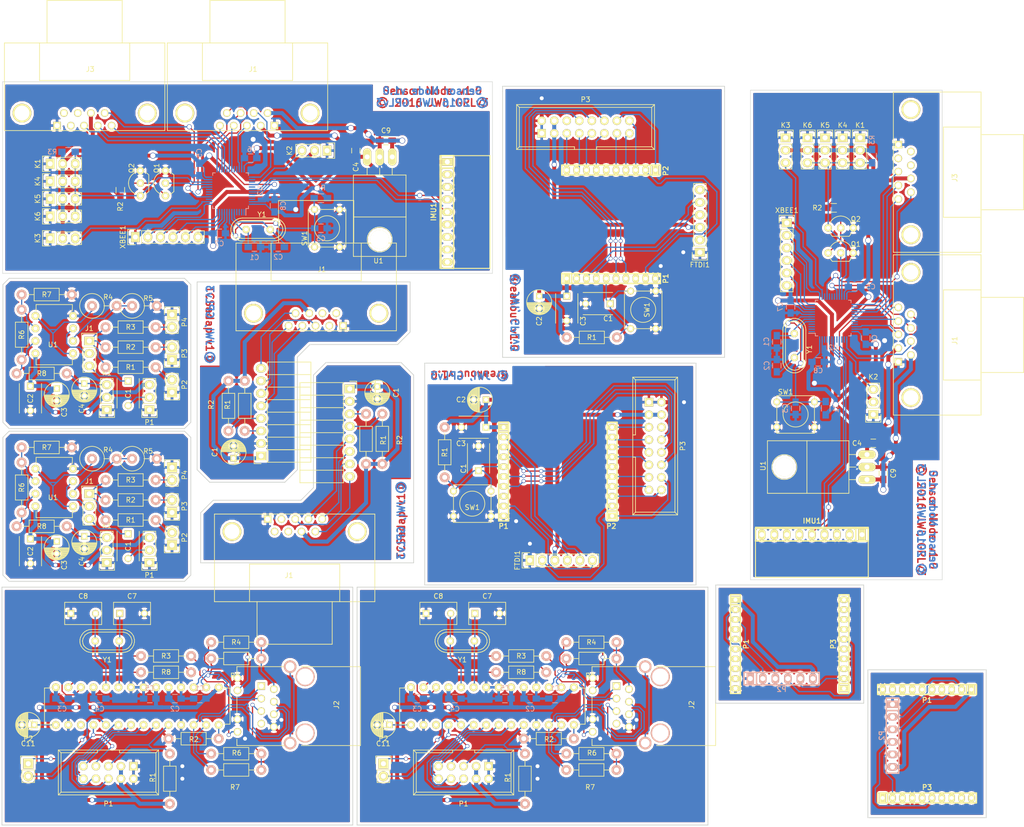
<source format=kicad_pcb>
(kicad_pcb (version 4) (host pcbnew 4.0.2+dfsg1-stable)
  (layers (0 F.Cu signal) (31 B.Cu signal) (34 B.Paste user) (35 F.Paste user) (36 B.SilkS user) (37 F.SilkS user) (38 B.Mask user) (39 F.Mask user) (44 Edge.Cuts user))
  (net 0 "")
  (net 1 +3V3)
  (net 2 GND)
  (net 3 "Net-(C7-Pad1)")
  (net 4 "Net-(C8-Pad2)")
  (net 5 /nRESET)
  (net 6 "Net-(C11-Pad1)")
  (net 7 "Net-(IC2-Pad14)")
  (net 8 "Net-(IC2-Pad26)")
  (net 9 "Net-(IC2-Pad27)")
  (net 10 "Net-(J2-Pad2)")
  (net 11 "Net-(J2-Pad5)")
  (net 12 "Net-(J2-PadYA)")
  (net 13 "Net-(J2-PadGA)")
  (net 14 "Net-(J2-Pad13)")
  (net 15 /TPIN-)
  (net 16 /TPIN+)
  (net 17 /TPOUT-)
  (net 18 /TPOUT+)
  (net 19 /SPI_SO)
  (net 20 /SPI_SI)
  (net 21 /SPI_SCK)
  (net 22 /SPI_nCS)
  (net 23 /nINT)
  (net 24 /nWOL)
  (net 25 "Net-(C1-Pad1)")
  (net 26 "Net-(C1-Pad2)")
  (net 27 "Net-(P2-Pad2)")
  (net 28 "Net-(P3-Pad2)")
  (net 29 "Net-(P4-Pad2)")
  (net 30 "Net-(J1-Pad1)")
  (net 31 "Net-(J1-Pad2)")
  (net 32 "Net-(C4-Pad1)")
  (net 33 "Net-(R4-Pad1)")
  (net 34 "Net-(R4-Pad2)")
  (net 35 "Net-(R6-Pad1)")
  (net 36 "Net-(R6-Pad2)")
  (net 37 "/Sensor Block/XTAL1")
  (net 38 "/Sensor Block/XTAL2")
  (net 39 "/Sensor Block/RESET")
  (net 40 +5V)
  (net 41 "/Sensor Block/SWDIO")
  (net 42 "/Sensor Block/USART1_RX")
  (net 43 "/Sensor Block/USART1_TX")
  (net 44 "/Sensor Block/BOOT0")
  (net 45 "/Sensor Block/BOOT1")
  (net 46 "/Sensor Block/SWCLK")
  (net 47 "/Sensor Block/LIGHT1_EN")
  (net 48 "/Sensor Block/LIGHT1_SEL2")
  (net 49 "/Sensor Block/LIGHT1_SEL3")
  (net 50 "/Sensor Block/LIGHT1_FREQ")
  (net 51 "/Sensor Block/USART To OneWire/ONEWIRE_BUS")
  (net 52 "/Sensor Block/DHT_BUS")
  (net 53 "/Sensor Block/NOISE_LEVEL")
  (net 54 "/Sensor Block/XBEE_RX")
  (net 55 "/Sensor Block/XBEE_TX")
  (net 56 "/Sensor Block/XBEE_RTS")
  (net 57 "/Sensor Block/XBEE_CTS")
  (net 58 "/Sensor Block/USART To OneWire/USART_TX")
  (net 59 "/Sensor Block/IMU_SDA")
  (net 60 "/Sensor Block/IMU_SCL")
  (net 61 "/Sensor Block/USART To OneWire/nUSART_TX")
  (net 62 /EN)
  (net 63 /S2)
  (net 64 /S3)
  (net 65 /OUT)
  (net 66 "Net-(R1-Pad1)")
  (net 67 "Net-(R2-Pad1)")
  (net 68 /RESET)
  (net 69 /CTS)
  (net 70 /TX)
  (net 71 /RX)
  (net 72 /DTR)
  (net 73 /DIO12)
  (net 74 /RSSIPWM_DIO10)
  (net 75 /DIO11)
  (net 76 /DIO4)
  (net 77 /ON)
  (net 78 /VREF)
  (net 79 /DIO5)
  (net 80 /AD3_DIO3)
  (net 81 /AD2_DIO2)
  (net 82 /AD1_DIO1)
  (net 83 /AD0_DIO0)
  (net 84 /XBEE_DOUT)
  (net 85 /XBEE_DIN)
  (net 86 /XBEE_RTS)
  (net 87 /XBEE_CTS)
  (module Capacitors_SMD:C_0805_HandSoldering (layer B.Cu) (at 30.266 125.05 180)
    (fp_text reference C5 (at 0 2.1 180) (layer B.SilkS) (effects (justify mirror)))
    (fp_text value 100n)
    (pad 1 smd rect (at -1.25 0 180) (size 1.5 1.25) (layers B.Cu B.Paste B.Mask) (net 1 +3V3))
    (pad 2 smd rect (at 1.25 0 180) (size 1.5 1.25) (layers B.Cu B.Paste B.Mask) (net 2 GND))
  )
  (module Capacitors_SMD:C_0805_HandSoldering (layer B.Cu) (at 12.486 125.05)
    (fp_text reference C3 (at 0 2.1) (layer B.SilkS) (effects (justify mirror)))
    (fp_text value 100n)
    (pad 1 smd rect (at -1.25 0) (size 1.5 1.25) (layers B.Cu B.Paste B.Mask) (net 1 +3V3))
    (pad 2 smd rect (at 1.25 0) (size 1.5 1.25) (layers B.Cu B.Paste B.Mask) (net 2 GND))
  )
  (module Capacitors_SMD:C_0805_HandSoldering (layer B.Cu) (at 35.366 125.05)
    (fp_text reference C2 (at 0 2.1) (layer B.SilkS) (effects (justify mirror)))
    (fp_text value 100n)
    (pad 1 smd rect (at -1.25 0) (size 1.5 1.25) (layers B.Cu B.Paste B.Mask) (net 1 +3V3))
    (pad 2 smd rect (at 1.25 0) (size 1.5 1.25) (layers B.Cu B.Paste B.Mask) (net 2 GND))
  )
  (module Capacitors_SMD:C_0805_HandSoldering (layer B.Cu) (at 40.406 125.05 180)
    (fp_text reference C1 (at 0 2.1 180) (layer B.SilkS) (effects (justify mirror)))
    (fp_text value 100n)
    (pad 1 smd rect (at -1.25 0 180) (size 1.5 1.25) (layers B.Cu B.Paste B.Mask) (net 1 +3V3))
    (pad 2 smd rect (at 1.25 0 180) (size 1.5 1.25) (layers B.Cu B.Paste B.Mask) (net 2 GND))
  )
  (module Capacitors_SMD:C_0805_HandSoldering (layer B.Cu) (at 20.126 125.05)
    (fp_text reference C4 (at 0 2.1) (layer B.SilkS) (effects (justify mirror)))
    (fp_text value 100n)
    (pad 1 smd rect (at -1.25 0) (size 1.5 1.25) (layers B.Cu B.Paste B.Mask) (net 1 +3V3))
    (pad 2 smd rect (at 1.25 0) (size 1.5 1.25) (layers B.Cu B.Paste B.Mask) (net 2 GND))
  )
  (module Crystals:Crystal_HC49-U_Vertical (layer F.Cu) (at 21.63 113.366 180)
    (fp_text reference Y1 (at 0 -3.81 180) (layer F.SilkS))
    (fp_text value Crystal)
    (pad 1 thru_hole circle (at -2.44094 0 180) (size 1.50114 1.50114) (drill 0.8001) (layers *.Cu *.Mask F.SilkS) (net 3 "Net-(C7-Pad1)"))
    (pad 2 thru_hole circle (at 2.44094 0 180) (size 1.50114 1.50114) (drill 0.8001) (layers *.Cu *.Mask F.SilkS) (net 4 "Net-(C8-Pad2)"))
  )
  (module Capacitors_ThroughHole:C_Disc_D7.5_P5 (layer F.Cu) (at 24.17 107.778)
    (fp_text reference C7 (at 2.5 -3.5) (layer F.SilkS))
    (fp_text value 56p)
    (pad 1 thru_hole rect (at 0 0) (size 1.4 1.4) (drill 0.9) (layers *.Cu *.Mask F.SilkS) (net 3 "Net-(C7-Pad1)"))
    (pad 2 thru_hole circle (at 5 0) (size 1.4 1.4) (drill 0.9) (layers *.Cu *.Mask F.SilkS) (net 2 GND))
  )
  (module Resistors_ThroughHole:Resistor_Horizontal_RM10mm (layer F.Cu) (at 38.648 119.716 180)
    (fp_text reference R8 (at 5.078999 0.04088 180) (layer F.SilkS))
    (fp_text value 120)
    (pad 1 thru_hole circle (at 0 0 180) (size 1.99898 1.99898) (drill 1.00076) (layers *.Cu *.SilkS *.Mask) (net 13 "Net-(J2-PadGA)"))
    (pad 2 thru_hole circle (at 10.16 0 180) (size 1.99898 1.99898) (drill 1.00076) (layers *.Cu *.SilkS *.Mask) (net 9 "Net-(IC2-Pad27)"))
  )
  (module Capacitors_ThroughHole:C_Disc_D7.5_P5 (layer F.Cu) (at 14.264 107.778)
    (fp_text reference C8 (at 2.5 -3.5) (layer F.SilkS))
    (fp_text value 56p)
    (pad 1 thru_hole rect (at 0 0) (size 1.4 1.4) (drill 0.9) (layers *.Cu *.Mask F.SilkS) (net 2 GND))
    (pad 2 thru_hole circle (at 5 0) (size 1.4 1.4) (drill 0.9) (layers *.Cu *.Mask F.SilkS) (net 4 "Net-(C8-Pad2)"))
  )
  (module Resistors_ThroughHole:Resistor_Horizontal_RM10mm (layer F.Cu) (at 38.648 116.414 180)
    (fp_text reference R3 (at 5.08 0 180) (layer F.SilkS))
    (fp_text value 120)
    (pad 1 thru_hole circle (at 0 0 180) (size 1.99898 1.99898) (drill 1.00076) (layers *.Cu *.SilkS *.Mask) (net 12 "Net-(J2-PadYA)"))
    (pad 2 thru_hole circle (at 10.16 0 180) (size 1.99898 1.99898) (drill 1.00076) (layers *.Cu *.SilkS *.Mask) (net 8 "Net-(IC2-Pad26)"))
  )
  (module Resistors_ThroughHole:Resistor_Horizontal_RM10mm (layer F.Cu) (at 52.872 116.922 180)
    (fp_text reference R5 (at 5.32892 -3.50012 180) (layer F.SilkS))
    (fp_text value 49.9)
    (pad 1 thru_hole circle (at 0 0 180) (size 1.99898 1.99898) (drill 1.00076) (layers *.Cu *.SilkS *.Mask) (net 10 "Net-(J2-Pad2)"))
    (pad 2 thru_hole circle (at 10.16 0 180) (size 1.99898 1.99898) (drill 1.00076) (layers *.Cu *.SilkS *.Mask) (net 17 /TPOUT-))
  )
  (module Resistors_ThroughHole:Resistor_Horizontal_RM10mm (layer F.Cu) (at 42.712 113.62)
    (fp_text reference R4 (at 5.08 0) (layer F.SilkS))
    (fp_text value 49.9)
    (pad 1 thru_hole circle (at 0 0) (size 1.99898 1.99898) (drill 1.00076) (layers *.Cu *.SilkS *.Mask) (net 18 /TPOUT+))
    (pad 2 thru_hole circle (at 10.16 0) (size 1.99898 1.99898) (drill 1.00076) (layers *.Cu *.SilkS *.Mask) (net 10 "Net-(J2-Pad2)"))
  )
  (module Resistors_ThroughHole:Resistor_Horizontal_RM10mm (layer F.Cu) (at 42.712 136.226)
    (fp_text reference R6 (at 5.186999 -0.14312) (layer F.SilkS))
    (fp_text value 49.9)
    (pad 1 thru_hole circle (at 0 0) (size 1.99898 1.99898) (drill 1.00076) (layers *.Cu *.SilkS *.Mask) (net 16 /TPIN+))
    (pad 2 thru_hole circle (at 10.16 0) (size 1.99898 1.99898) (drill 1.00076) (layers *.Cu *.SilkS *.Mask) (net 11 "Net-(J2-Pad5)"))
  )
  (module Resistors_ThroughHole:Resistor_Horizontal_RM10mm (layer F.Cu) (at 52.872 139.528 180)
    (fp_text reference R7 (at 5.32892 -3.50012 180) (layer F.SilkS))
    (fp_text value 49.9)
    (pad 1 thru_hole circle (at 0 0 180) (size 1.99898 1.99898) (drill 1.00076) (layers *.Cu *.SilkS *.Mask) (net 11 "Net-(J2-Pad5)"))
    (pad 2 thru_hole circle (at 10.16 0 180) (size 1.99898 1.99898) (drill 1.00076) (layers *.Cu *.SilkS *.Mask) (net 15 /TPIN-))
  )
  (module Connect:RJ45_TRANSFO (layer F.Cu) (at 52.872 122.51 90)
    (fp_text reference J2 (at -3.81 15.24 90) (layer F.SilkS))
    (fp_text value RJ45-TRANSFO)
    (pad Hole thru_hole circle (at 1.905 8.89 90) (size 3.85064 3.85064) (drill 3.302) (layers *.Cu *.SilkS *.Mask))
    (pad Hole thru_hole circle (at -9.525 8.89 90) (size 3.85064 3.85064) (drill 3.302) (layers *.Cu *.SilkS *.Mask))
    (pad 8 thru_hole circle (at -8.255 2.54 90) (size 1.524 1.524) (drill 1.016) (layers *.Cu *.Mask F.SilkS) (net 2 GND))
    (pad 7 thru_hole circle (at -7.62 0 90) (size 1.524 1.524) (drill 1.016) (layers *.Cu *.Mask F.SilkS))
    (pad 6 thru_hole circle (at -5.715 2.54 90) (size 1.524 1.524) (drill 1.016) (layers *.Cu *.Mask F.SilkS) (net 15 /TPIN-))
    (pad 5 thru_hole circle (at -5.08 0 90) (size 1.524 1.524) (drill 1.016) (layers *.Cu *.Mask F.SilkS) (net 11 "Net-(J2-Pad5)"))
    (pad 4 thru_hole circle (at -3.175 2.54 90) (size 1.524 1.524) (drill 1.016) (layers *.Cu *.Mask F.SilkS) (net 16 /TPIN+))
    (pad 3 thru_hole circle (at -2.54 0 90) (size 1.524 1.524) (drill 1.016) (layers *.Cu *.Mask F.SilkS) (net 17 /TPOUT-))
    (pad 2 thru_hole circle (at -0.635 2.54 90) (size 1.524 1.524) (drill 1.016) (layers *.Cu *.Mask F.SilkS) (net 10 "Net-(J2-Pad2)"))
    (pad 13 thru_hole circle (at 3.937 5.842 90) (size 2.54 2.54) (drill 1.778) (layers *.Cu *.SilkS *.Mask) (net 14 "Net-(J2-Pad13)"))
    (pad 13 thru_hole circle (at -11.557 5.842 90) (size 2.54 2.54) (drill 1.778) (layers *.Cu *.SilkS *.Mask) (net 14 "Net-(J2-Pad13)"))
    (pad YK thru_hole circle (at -6.731 -4.826 90) (size 1.524 1.524) (drill 1.016) (layers *.Cu *.Mask F.SilkS) (net 2 GND))
    (pad GA thru_hole circle (at -0.889 -4.826 90) (size 1.524 1.524) (drill 1.016) (layers *.Cu *.Mask F.SilkS) (net 13 "Net-(J2-PadGA)"))
    (pad YA thru_hole circle (at -9.271 -4.826 90) (size 1.524 1.524) (drill 1.016) (layers *.Cu *.Mask F.SilkS) (net 12 "Net-(J2-PadYA)"))
    (pad GK thru_hole circle (at 1.651 -4.826 90) (size 1.524 1.524) (drill 1.016) (layers *.Cu *.Mask F.SilkS) (net 2 GND))
    (pad 1 thru_hole rect (at 0 0 90) (size 1.524 1.524) (drill 1.016) (layers *.Cu *.Mask F.SilkS) (net 18 /TPOUT+))
  )
  (module Housings_DIP:DIP-28_W7.62mm (layer F.Cu) (at 11.216 130.384 90)
    (fp_text reference IC2 (at 0 -5.22 90) (layer F.SilkS))
    (fp_text value ENC28J60-I/SP)
    (pad 1 thru_hole oval (at 0 0 90) (size 1.6 1.6) (drill 0.8) (layers *.Cu *.Mask F.SilkS) (net 6 "Net-(C11-Pad1)"))
    (pad 2 thru_hole oval (at 0 2.54 90) (size 1.6 1.6) (drill 0.8) (layers *.Cu *.Mask F.SilkS) (net 2 GND))
    (pad 3 thru_hole oval (at 0 5.08 90) (size 1.6 1.6) (drill 0.8) (layers *.Cu *.Mask F.SilkS))
    (pad 4 thru_hole oval (at 0 7.62 90) (size 1.6 1.6) (drill 0.8) (layers *.Cu *.Mask F.SilkS) (net 23 /nINT))
    (pad 5 thru_hole oval (at 0 10.16 90) (size 1.6 1.6) (drill 0.8) (layers *.Cu *.Mask F.SilkS) (net 24 /nWOL))
    (pad 6 thru_hole oval (at 0 12.7 90) (size 1.6 1.6) (drill 0.8) (layers *.Cu *.Mask F.SilkS) (net 19 /SPI_SO))
    (pad 7 thru_hole oval (at 0 15.24 90) (size 1.6 1.6) (drill 0.8) (layers *.Cu *.Mask F.SilkS) (net 20 /SPI_SI))
    (pad 8 thru_hole oval (at 0 17.78 90) (size 1.6 1.6) (drill 0.8) (layers *.Cu *.Mask F.SilkS) (net 21 /SPI_SCK))
    (pad 9 thru_hole oval (at 0 20.32 90) (size 1.6 1.6) (drill 0.8) (layers *.Cu *.Mask F.SilkS) (net 22 /SPI_nCS))
    (pad 10 thru_hole oval (at 0 22.86 90) (size 1.6 1.6) (drill 0.8) (layers *.Cu *.Mask F.SilkS) (net 5 /nRESET))
    (pad 11 thru_hole oval (at 0 25.4 90) (size 1.6 1.6) (drill 0.8) (layers *.Cu *.Mask F.SilkS) (net 2 GND))
    (pad 12 thru_hole oval (at 0 27.94 90) (size 1.6 1.6) (drill 0.8) (layers *.Cu *.Mask F.SilkS) (net 15 /TPIN-))
    (pad 13 thru_hole oval (at 0 30.48 90) (size 1.6 1.6) (drill 0.8) (layers *.Cu *.Mask F.SilkS) (net 16 /TPIN+))
    (pad 14 thru_hole oval (at 0 33.02 90) (size 1.6 1.6) (drill 0.8) (layers *.Cu *.Mask F.SilkS) (net 7 "Net-(IC2-Pad14)"))
    (pad 15 thru_hole oval (at 7.62 33.02 90) (size 1.6 1.6) (drill 0.8) (layers *.Cu *.Mask F.SilkS) (net 1 +3V3))
    (pad 16 thru_hole oval (at 7.62 30.48 90) (size 1.6 1.6) (drill 0.8) (layers *.Cu *.Mask F.SilkS) (net 17 /TPOUT-))
    (pad 17 thru_hole oval (at 7.62 27.94 90) (size 1.6 1.6) (drill 0.8) (layers *.Cu *.Mask F.SilkS) (net 18 /TPOUT+))
    (pad 18 thru_hole oval (at 7.62 25.4 90) (size 1.6 1.6) (drill 0.8) (layers *.Cu *.Mask F.SilkS) (net 2 GND))
    (pad 19 thru_hole oval (at 7.62 22.86 90) (size 1.6 1.6) (drill 0.8) (layers *.Cu *.Mask F.SilkS) (net 1 +3V3))
    (pad 20 thru_hole oval (at 7.62 20.32 90) (size 1.6 1.6) (drill 0.8) (layers *.Cu *.Mask F.SilkS) (net 1 +3V3))
    (pad 21 thru_hole oval (at 7.62 17.78 90) (size 1.6 1.6) (drill 0.8) (layers *.Cu *.Mask F.SilkS) (net 2 GND))
    (pad 22 thru_hole oval (at 7.62 15.24 90) (size 1.6 1.6) (drill 0.8) (layers *.Cu *.Mask F.SilkS) (net 2 GND))
    (pad 23 thru_hole oval (at 7.62 12.7 90) (size 1.6 1.6) (drill 0.8) (layers *.Cu *.Mask F.SilkS) (net 3 "Net-(C7-Pad1)"))
    (pad 24 thru_hole oval (at 7.62 10.16 90) (size 1.6 1.6) (drill 0.8) (layers *.Cu *.Mask F.SilkS) (net 4 "Net-(C8-Pad2)"))
    (pad 25 thru_hole oval (at 7.62 7.62 90) (size 1.6 1.6) (drill 0.8) (layers *.Cu *.Mask F.SilkS) (net 1 +3V3))
    (pad 26 thru_hole oval (at 7.62 5.08 90) (size 1.6 1.6) (drill 0.8) (layers *.Cu *.Mask F.SilkS) (net 8 "Net-(IC2-Pad26)"))
    (pad 27 thru_hole oval (at 7.62 2.54 90) (size 1.6 1.6) (drill 0.8) (layers *.Cu *.Mask F.SilkS) (net 9 "Net-(IC2-Pad27)"))
    (pad 28 thru_hole oval (at 7.62 0 90) (size 1.6 1.6) (drill 0.8) (layers *.Cu *.Mask F.SilkS) (net 1 +3V3))
  )
  (module Connect:IDC_Header_Straight_10pins (layer F.Cu) (at 26.964 138.766 180)
    (fp_text reference P1 (at 5.08 -7.62 180) (layer F.SilkS))
    (fp_text value CONN_02X05)
    (pad 1 thru_hole rect (at 0 0 180) (size 1.7272 1.7272) (drill 1.016) (layers *.Cu *.Mask F.SilkS) (net 2 GND))
    (pad 2 thru_hole oval (at 0 -2.54 180) (size 1.7272 1.7272) (drill 1.016) (layers *.Cu *.Mask F.SilkS) (net 2 GND))
    (pad 3 thru_hole oval (at 2.54 0 180) (size 1.7272 1.7272) (drill 1.016) (layers *.Cu *.Mask F.SilkS) (net 1 +3V3))
    (pad 4 thru_hole oval (at 2.54 -2.54 180) (size 1.7272 1.7272) (drill 1.016) (layers *.Cu *.Mask F.SilkS) (net 1 +3V3))
    (pad 5 thru_hole oval (at 5.08 0 180) (size 1.7272 1.7272) (drill 1.016) (layers *.Cu *.Mask F.SilkS) (net 5 /nRESET))
    (pad 6 thru_hole oval (at 5.08 -2.54 180) (size 1.7272 1.7272) (drill 1.016) (layers *.Cu *.Mask F.SilkS) (net 19 /SPI_SO))
    (pad 7 thru_hole oval (at 7.62 0 180) (size 1.7272 1.7272) (drill 1.016) (layers *.Cu *.Mask F.SilkS) (net 23 /nINT))
    (pad 8 thru_hole oval (at 7.62 -2.54 180) (size 1.7272 1.7272) (drill 1.016) (layers *.Cu *.Mask F.SilkS) (net 20 /SPI_SI))
    (pad 9 thru_hole oval (at 10.16 0 180) (size 1.7272 1.7272) (drill 1.016) (layers *.Cu *.Mask F.SilkS) (net 22 /SPI_nCS))
    (pad 10 thru_hole oval (at 10.16 -2.54 180) (size 1.7272 1.7272) (drill 1.016) (layers *.Cu *.Mask F.SilkS) (net 21 /SPI_SCK))
  )
  (module Capacitors_ThroughHole:C_Radial_D5_L6_P2.5 (layer F.Cu) (at 6.858 130.384 180)
    (fp_text reference C11 (at 1.25 -3.8 180) (layer F.SilkS))
    (fp_text value 10u)
    (pad 1 thru_hole rect (at 0 0 180) (size 1.3 1.3) (drill 0.8) (layers *.Cu *.Mask F.SilkS) (net 6 "Net-(C11-Pad1)"))
    (pad 2 thru_hole circle (at 2.5 0 180) (size 1.3 1.3) (drill 0.8) (layers *.Cu *.Mask F.SilkS) (net 2 GND))
  )
  (module Pin_Headers:Pin_Header_Straight_1x02 (layer F.Cu) (at 5.628 138.258)
    (fp_text reference P2 (at 0 -5.1) (layer F.SilkS))
    (fp_text value CONN_01X02)
    (pad 1 thru_hole rect (at 0 0) (size 2.032 2.032) (drill 1.016) (layers *.Cu *.Mask F.SilkS) (net 24 /nWOL))
    (pad 2 thru_hole oval (at 0 2.54) (size 2.032 2.032) (drill 1.016) (layers *.Cu *.Mask F.SilkS) (net 23 /nINT))
  )
  (module Resistors_ThroughHole:Resistor_Horizontal_RM10mm (layer F.Cu) (at 34.33 146.386 90)
    (fp_text reference R1 (at 5.32892 -3.50012 90) (layer F.SilkS))
    (fp_text value 4.7k)
    (pad 1 thru_hole circle (at 0 0 90) (size 1.99898 1.99898) (drill 1.00076) (layers *.Cu *.SilkS *.Mask) (net 1 +3V3))
    (pad 2 thru_hole circle (at 10.16 0 90) (size 1.99898 1.99898) (drill 1.00076) (layers *.Cu *.SilkS *.Mask) (net 5 /nRESET))
  )
  (module Resistors_ThroughHole:Resistor_Horizontal_RM10mm (layer F.Cu) (at 44.236 133.178 180)
    (fp_text reference R2 (at 5.040999 -0.14312 180) (layer F.SilkS))
    (fp_text value 2.32k)
    (pad 1 thru_hole circle (at 0 0 180) (size 1.99898 1.99898) (drill 1.00076) (layers *.Cu *.SilkS *.Mask) (net 7 "Net-(IC2-Pad14)"))
    (pad 2 thru_hole circle (at 10.16 0 180) (size 1.99898 1.99898) (drill 1.00076) (layers *.Cu *.SilkS *.Mask) (net 2 GND))
  )
  (module Buttons_Switches_ThroughHole:SW_PUSH_SMALL (layer F.Cu) (at 95.642 85.504 180)
    (fp_text reference SW1 (at 0 -0.762 180) (layer F.SilkS))
    (fp_text value SW_PUSH)
    (pad 1 thru_hole circle (at 3.81 -2.54 180) (size 1.397 1.397) (drill 0.8128) (layers *.Cu *.Mask F.SilkS) (net 2 GND))
    (pad 2 thru_hole circle (at 3.81 2.54 180) (size 1.397 1.397) (drill 0.8128) (layers *.Cu *.Mask F.SilkS) (net 68 /RESET))
    (pad 1 thru_hole circle (at -3.81 -2.54 180) (size 1.397 1.397) (drill 0.8128) (layers *.Cu *.Mask F.SilkS) (net 2 GND))
    (pad 2 thru_hole circle (at -3.81 2.54 180) (size 1.397 1.397) (drill 0.8128) (layers *.Cu *.Mask F.SilkS) (net 68 /RESET))
  )
  (module Capacitors_ThroughHole:C_Radial_D5_L11_P2.5 (layer F.Cu) (at 98.436 64.422 180)
    (fp_text reference C2 (at 5.08 0 180) (layer F.SilkS))
    (fp_text value 1u)
    (pad 1 thru_hole rect (at 0 0 180) (size 1.3 1.3) (drill 0.8) (layers *.Cu *.Mask F.SilkS) (net 1 +3V3))
    (pad 2 thru_hole circle (at 2.5 0 180) (size 1.3 1.3) (drill 0.8) (layers *.Cu *.Mask F.SilkS) (net 2 GND))
  )
  (module Capacitors_ThroughHole:C_Disc_D6_P5 (layer F.Cu) (at 98.436 70.01 180)
    (fp_text reference C3 (at 5.08 -3.302 180) (layer F.SilkS))
    (fp_text value 8.2p)
    (pad 1 thru_hole rect (at 0 0 180) (size 1.4 1.4) (drill 0.9) (layers *.Cu *.Mask F.SilkS) (net 1 +3V3))
    (pad 2 thru_hole circle (at 5 0 180) (size 1.4 1.4) (drill 0.9) (layers *.Cu *.Mask F.SilkS) (net 2 GND))
  )
  (module Capacitors_ThroughHole:C_Disc_D6_P5 (layer F.Cu) (at 96.912 78.82 90)
    (fp_text reference C1 (at 0.428 -3.048 90) (layer F.SilkS))
    (fp_text value 220n)
    (pad 1 thru_hole rect (at 0 0 90) (size 1.4 1.4) (drill 0.9) (layers *.Cu *.Mask F.SilkS) (net 68 /RESET))
    (pad 2 thru_hole circle (at 5 0 90) (size 1.4 1.4) (drill 0.9) (layers *.Cu *.Mask F.SilkS) (net 2 GND))
  )
  (module Resistors_ThroughHole:Resistor_Horizontal_RM10mm (layer F.Cu) (at 90.054 70.01 270)
    (fp_text reference R1 (at 5.08 0 270) (layer F.SilkS))
    (fp_text value 4.7k)
    (pad 1 thru_hole circle (at 0 0 270) (size 1.99898 1.99898) (drill 1.00076) (layers *.Cu *.SilkS *.Mask) (net 1 +3V3))
    (pad 2 thru_hole circle (at 10.16 0 270) (size 1.99898 1.99898) (drill 1.00076) (layers *.Cu *.SilkS *.Mask) (net 68 /RESET))
  )
  (module Pin_Headers:Pin_Header_Straight_1x06 (layer F.Cu) (at 107.3 97 90)
    (fp_text reference FTDI1 (at 0 -2.514 90) (layer F.SilkS))
    (fp_text value CONN_01X06)
    (pad 1 thru_hole rect (at 0 0 90) (size 2.032 1.7272) (drill 1.016) (layers *.Cu *.Mask F.SilkS) (net 2 GND))
    (pad 2 thru_hole oval (at 0 2.54 90) (size 2.032 1.7272) (drill 1.016) (layers *.Cu *.Mask F.SilkS) (net 69 /CTS))
    (pad 3 thru_hole oval (at 0 5.08 90) (size 2.032 1.7272) (drill 1.016) (layers *.Cu *.Mask F.SilkS) (net 1 +3V3))
    (pad 4 thru_hole oval (at 0 7.62 90) (size 2.032 1.7272) (drill 1.016) (layers *.Cu *.Mask F.SilkS) (net 70 /TX))
    (pad 5 thru_hole oval (at 0 10.16 90) (size 2.032 1.7272) (drill 1.016) (layers *.Cu *.Mask F.SilkS) (net 71 /RX))
    (pad 6 thru_hole oval (at 0 12.7 90) (size 2.032 1.7272) (drill 1.016) (layers *.Cu *.Mask F.SilkS) (net 72 /DTR))
  )
  (module Connect:IDC_Header_Straight_16pins (layer F.Cu) (at 131.456 64.93 270)
    (fp_text reference P3 (at 8.89 -6.858 270) (layer F.SilkS))
    (fp_text value CONN_02X08)
    (pad 1 thru_hole rect (at 0 0 270) (size 1.7272 1.7272) (drill 1.016) (layers *.Cu *.Mask F.SilkS) (net 2 GND))
    (pad 2 thru_hole oval (at 0 -2.54 270) (size 1.7272 1.7272) (drill 1.016) (layers *.Cu *.Mask F.SilkS) (net 2 GND))
    (pad 3 thru_hole oval (at 2.54 0 270) (size 1.7272 1.7272) (drill 1.016) (layers *.Cu *.Mask F.SilkS) (net 1 +3V3))
    (pad 4 thru_hole oval (at 2.54 -2.54 270) (size 1.7272 1.7272) (drill 1.016) (layers *.Cu *.Mask F.SilkS) (net 1 +3V3))
    (pad 5 thru_hole oval (at 5.08 0 270) (size 1.7272 1.7272) (drill 1.016) (layers *.Cu *.Mask F.SilkS) (net 83 /AD0_DIO0))
    (pad 6 thru_hole oval (at 5.08 -2.54 270) (size 1.7272 1.7272) (drill 1.016) (layers *.Cu *.Mask F.SilkS))
    (pad 7 thru_hole oval (at 7.62 0 270) (size 1.7272 1.7272) (drill 1.016) (layers *.Cu *.Mask F.SilkS) (net 82 /AD1_DIO1))
    (pad 8 thru_hole oval (at 7.62 -2.54 270) (size 1.7272 1.7272) (drill 1.016) (layers *.Cu *.Mask F.SilkS) (net 75 /DIO11))
    (pad 9 thru_hole oval (at 10.16 0 270) (size 1.7272 1.7272) (drill 1.016) (layers *.Cu *.Mask F.SilkS) (net 81 /AD2_DIO2))
    (pad 10 thru_hole oval (at 10.16 -2.54 270) (size 1.7272 1.7272) (drill 1.016) (layers *.Cu *.Mask F.SilkS) (net 74 /RSSIPWM_DIO10))
    (pad 11 thru_hole oval (at 12.7 0 270) (size 1.7272 1.7272) (drill 1.016) (layers *.Cu *.Mask F.SilkS) (net 80 /AD3_DIO3))
    (pad 12 thru_hole oval (at 12.7 -2.54 270) (size 1.7272 1.7272) (drill 1.016) (layers *.Cu *.Mask F.SilkS) (net 73 /DIO12))
    (pad 13 thru_hole oval (at 15.24 0 270) (size 1.7272 1.7272) (drill 1.016) (layers *.Cu *.Mask F.SilkS) (net 79 /DIO5))
    (pad 14 thru_hole oval (at 15.24 -2.54 270) (size 1.7272 1.7272) (drill 1.016) (layers *.Cu *.Mask F.SilkS) (net 76 /DIO4))
    (pad 15 thru_hole oval (at 17.78 0 270) (size 1.7272 1.7272) (drill 1.016) (layers *.Cu *.Mask F.SilkS) (net 78 /VREF))
    (pad 16 thru_hole oval (at 17.78 -2.54 270) (size 1.7272 1.7272) (drill 1.016) (layers *.Cu *.Mask F.SilkS) (net 77 /ON))
  )
  (module w_pin_strip:pin_socket_2mm_10 (layer F.Cu) (at 124 79 90)
    (fp_text reference P2 (at -11.076 -0.164 180) (layer F.SilkS) (effects (font (size 1.016 1.016) (thickness 0.2032))))
    (fp_text value CONN_01X10 hide)
    (pad 1 thru_hole rect (at -9 0 90) (size 1.3 1.8) (drill 0.8) (layers *.Cu *.Mask F.SilkS) (net 76 /DIO4))
    (pad 2 thru_hole oval (at -7 0 90) (size 1.3 1.8) (drill 0.8) (layers *.Cu *.Mask F.SilkS) (net 69 /CTS))
    (pad 3 thru_hole oval (at -5 0 90) (size 1.3 1.8) (drill 0.8) (layers *.Cu *.Mask F.SilkS) (net 77 /ON))
    (pad 4 thru_hole oval (at -3 0 90) (size 1.3 1.8) (drill 0.8) (layers *.Cu *.Mask F.SilkS) (net 78 /VREF))
    (pad 5 thru_hole oval (at -1 0 90) (size 1.3 1.8) (drill 0.8) (layers *.Cu *.Mask F.SilkS) (net 79 /DIO5))
    (pad 6 thru_hole oval (at 1 0 90) (size 1.3 1.8) (drill 0.8) (layers *.Cu *.Mask F.SilkS))
    (pad 7 thru_hole oval (at 3 0 90) (size 1.3 1.8) (drill 0.8) (layers *.Cu *.Mask F.SilkS) (net 80 /AD3_DIO3))
    (pad 8 thru_hole oval (at 5 0 90) (size 1.3 1.8) (drill 0.8) (layers *.Cu *.Mask F.SilkS) (net 81 /AD2_DIO2))
    (pad 9 thru_hole oval (at 7 0 90) (size 1.3 1.8) (drill 0.8) (layers *.Cu *.Mask F.SilkS) (net 82 /AD1_DIO1))
    (pad 10 thru_hole oval (at 9 0 90) (size 1.3 1.8) (drill 0.8) (layers *.Cu *.Mask F.SilkS) (net 83 /AD0_DIO0))
  )
  (module w_pin_strip:pin_socket_2mm_10 (layer F.Cu) (at 102 79 270)
    (fp_text reference P1 (at 11.076 0.008 540) (layer F.SilkS) (effects (font (size 1.016 1.016) (thickness 0.2032))))
    (fp_text value CONN_01X10 hide)
    (pad 1 thru_hole rect (at -9 0 270) (size 1.3 1.8) (drill 0.8) (layers *.Cu *.Mask F.SilkS) (net 1 +3V3))
    (pad 2 thru_hole oval (at -7 0 270) (size 1.3 1.8) (drill 0.8) (layers *.Cu *.Mask F.SilkS) (net 71 /RX))
    (pad 3 thru_hole oval (at -5 0 270) (size 1.3 1.8) (drill 0.8) (layers *.Cu *.Mask F.SilkS) (net 70 /TX))
    (pad 4 thru_hole oval (at -3 0 270) (size 1.3 1.8) (drill 0.8) (layers *.Cu *.Mask F.SilkS) (net 73 /DIO12))
    (pad 5 thru_hole oval (at -1 0 270) (size 1.3 1.8) (drill 0.8) (layers *.Cu *.Mask F.SilkS) (net 68 /RESET))
    (pad 6 thru_hole oval (at 1 0 270) (size 1.3 1.8) (drill 0.8) (layers *.Cu *.Mask F.SilkS) (net 74 /RSSIPWM_DIO10))
    (pad 7 thru_hole oval (at 3 0 270) (size 1.3 1.8) (drill 0.8) (layers *.Cu *.Mask F.SilkS) (net 75 /DIO11))
    (pad 8 thru_hole oval (at 5 0 270) (size 1.3 1.8) (drill 0.8) (layers *.Cu *.Mask F.SilkS))
    (pad 9 thru_hole oval (at 7 0 270) (size 1.3 1.8) (drill 0.8) (layers *.Cu *.Mask F.SilkS) (net 72 /DTR))
    (pad 10 thru_hole oval (at 9 0 270) (size 1.3 1.8) (drill 0.8) (layers *.Cu *.Mask F.SilkS) (net 2 GND))
  )
  (module w_pin_strip:pin_socket_6 (layer B.Cu) (at 180.838 132.56 270)
    (fp_text reference P2 (at 0 2.159 270) (layer B.SilkS) (effects (font (size 1.016 1.016) (thickness 0.2032)) (justify mirror)))
    (fp_text value CONN_01X06 hide)
    (pad 1 thru_hole rect (at -6.35 0 270) (size 1.524 2.19964) (drill 1.00076) (layers *.Cu *.Mask B.SilkS) (net 2 GND))
    (pad 2 thru_hole oval (at -3.81 0 270) (size 1.524 2.19964) (drill 1.00076) (layers *.Cu *.Mask B.SilkS) (net 84 /XBEE_DOUT))
    (pad 3 thru_hole oval (at -1.27 0 270) (size 1.524 2.19964) (drill 1.00076) (layers *.Cu *.Mask B.SilkS) (net 85 /XBEE_DIN))
    (pad 4 thru_hole oval (at 1.27 0 270) (size 1.524 2.19964) (drill 1.00076) (layers *.Cu *.Mask B.SilkS) (net 86 /XBEE_RTS))
    (pad 5 thru_hole oval (at 3.81 0 270) (size 1.524 2.19964) (drill 1.00076) (layers *.Cu *.Mask B.SilkS) (net 87 /XBEE_CTS))
    (pad 6 thru_hole oval (at 6.35 0 270) (size 1.524 2.19964) (drill 1.00076) (layers *.Cu *.Mask B.SilkS) (net 1 +3V3))
  )
  (module w_pin_strip:pin_socket_2mm_10 (layer F.Cu) (at 187.838 145.21)
    (fp_text reference P3 (at 0 -2.159) (layer F.SilkS) (effects (font (size 1.016 1.016) (thickness 0.2032))))
    (fp_text value CONN_01X10 hide)
    (pad 1 thru_hole rect (at -9 0) (size 1.3 1.8) (drill 0.8) (layers *.Cu *.Mask F.SilkS))
    (pad 2 thru_hole oval (at -7 0) (size 1.3 1.8) (drill 0.8) (layers *.Cu *.Mask F.SilkS) (net 87 /XBEE_CTS))
    (pad 3 thru_hole oval (at -5 0) (size 1.3 1.8) (drill 0.8) (layers *.Cu *.Mask F.SilkS))
    (pad 4 thru_hole oval (at -3 0) (size 1.3 1.8) (drill 0.8) (layers *.Cu *.Mask F.SilkS) (net 2 GND))
    (pad 5 thru_hole oval (at -1 0) (size 1.3 1.8) (drill 0.8) (layers *.Cu *.Mask F.SilkS))
    (pad 6 thru_hole oval (at 1 0) (size 1.3 1.8) (drill 0.8) (layers *.Cu *.Mask F.SilkS) (net 86 /XBEE_RTS))
    (pad 7 thru_hole oval (at 3 0) (size 1.3 1.8) (drill 0.8) (layers *.Cu *.Mask F.SilkS))
    (pad 8 thru_hole oval (at 5 0) (size 1.3 1.8) (drill 0.8) (layers *.Cu *.Mask F.SilkS))
    (pad 9 thru_hole oval (at 7 0) (size 1.3 1.8) (drill 0.8) (layers *.Cu *.Mask F.SilkS))
    (pad 10 thru_hole oval (at 9 0) (size 1.3 1.8) (drill 0.8) (layers *.Cu *.Mask F.SilkS))
  )
  (module w_pin_strip:pin_socket_2mm_10 (layer F.Cu) (at 187.838 123.21 180)
    (fp_text reference P1 (at 0 -2.159 180) (layer F.SilkS) (effects (font (size 1.016 1.016) (thickness 0.2032))))
    (fp_text value CONN_01X10 hide)
    (pad 1 thru_hole rect (at -9 0 180) (size 1.3 1.8) (drill 0.8) (layers *.Cu *.Mask F.SilkS) (net 1 +3V3))
    (pad 2 thru_hole oval (at -7 0 180) (size 1.3 1.8) (drill 0.8) (layers *.Cu *.Mask F.SilkS) (net 84 /XBEE_DOUT))
    (pad 3 thru_hole oval (at -5 0 180) (size 1.3 1.8) (drill 0.8) (layers *.Cu *.Mask F.SilkS) (net 85 /XBEE_DIN))
    (pad 4 thru_hole oval (at -3 0 180) (size 1.3 1.8) (drill 0.8) (layers *.Cu *.Mask F.SilkS))
    (pad 5 thru_hole oval (at -1 0 180) (size 1.3 1.8) (drill 0.8) (layers *.Cu *.Mask F.SilkS))
    (pad 6 thru_hole oval (at 1 0 180) (size 1.3 1.8) (drill 0.8) (layers *.Cu *.Mask F.SilkS))
    (pad 7 thru_hole oval (at 3 0 180) (size 1.3 1.8) (drill 0.8) (layers *.Cu *.Mask F.SilkS))
    (pad 8 thru_hole oval (at 5 0 180) (size 1.3 1.8) (drill 0.8) (layers *.Cu *.Mask F.SilkS))
    (pad 9 thru_hole oval (at 7 0 180) (size 1.3 1.8) (drill 0.8) (layers *.Cu *.Mask F.SilkS))
    (pad 10 thru_hole oval (at 9 0 180) (size 1.3 1.8) (drill 0.8) (layers *.Cu *.Mask F.SilkS) (net 2 GND))
  )
  (module Resistors_ThroughHole:Resistor_Horizontal_RM10mm (layer F.Cu) (at 4.29 74.1)
    (fp_text reference R7 (at 5.08 0) (layer F.SilkS))
    (fp_text value R)
    (pad 1 thru_hole circle (at 0 0) (size 1.99898 1.99898) (drill 1.00076) (layers *.Cu *.SilkS *.Mask) (net 36 "Net-(R6-Pad2)"))
    (pad 2 thru_hole circle (at 10.16 0) (size 1.99898 1.99898) (drill 1.00076) (layers *.Cu *.SilkS *.Mask) (net 2 GND))
  )
  (module Resistors_ThroughHole:Resistor_Horizontal_RM10mm (layer F.Cu) (at 13.434 90.102 180)
    (fp_text reference R8 (at 5.08 0 180) (layer F.SilkS))
    (fp_text value R)
    (pad 1 thru_hole circle (at 0 0 180) (size 1.99898 1.99898) (drill 1.00076) (layers *.Cu *.SilkS *.Mask) (net 32 "Net-(C4-Pad1)"))
    (pad 2 thru_hole circle (at 10.16 0 180) (size 1.99898 1.99898) (drill 1.00076) (layers *.Cu *.SilkS *.Mask) (net 35 "Net-(R6-Pad1)"))
  )
  (module Resistors_ThroughHole:Resistor_Vertical_RM5mm (layer F.Cu) (at 21.054 76.386)
    (fp_text reference R4 (at 0.762 -1.778) (layer F.SilkS))
    (fp_text value R)
    (pad 1 thru_hole circle (at -2.49936 0) (size 1.99898 1.99898) (drill 1.00076) (layers *.Cu *.SilkS *.Mask) (net 33 "Net-(R4-Pad1)"))
    (pad 2 thru_hole circle (at 2.5019 0) (size 1.99898 1.99898) (drill 1.00076) (layers *.Cu *.SilkS *.Mask) (net 34 "Net-(R4-Pad2)"))
  )
  (module Capacitors_ThroughHole:C_Radial_D5_L11_P2.5 (layer F.Cu) (at 11.402 93.15 270)
    (fp_text reference C3 (at 4.826 -1.524 270) (layer F.SilkS))
    (fp_text value CP)
    (pad 1 thru_hole rect (at 0 0 270) (size 1.3 1.3) (drill 0.8) (layers *.Cu *.Mask F.SilkS) (net 1 +3V3))
    (pad 2 thru_hole circle (at 2.5 0 270) (size 1.3 1.3) (drill 0.8) (layers *.Cu *.Mask F.SilkS) (net 2 GND))
  )
  (module Capacitors_ThroughHole:C_Disc_D6_P5 (layer F.Cu) (at 6.068 92.642 270)
    (fp_text reference C2 (at 2.54 0 270) (layer F.SilkS))
    (fp_text value C)
    (pad 1 thru_hole rect (at 0 0 270) (size 1.4 1.4) (drill 0.9) (layers *.Cu *.Mask F.SilkS) (net 1 +3V3))
    (pad 2 thru_hole circle (at 5 0 270) (size 1.4 1.4) (drill 0.9) (layers *.Cu *.Mask F.SilkS) (net 2 GND))
  )
  (module Capacitors_ThroughHole:C_Radial_D5_L11_P2.5 (layer F.Cu) (at 16.99 92.134 270)
    (fp_text reference C4 (at 5.08 0.508 270) (layer F.SilkS))
    (fp_text value CP)
    (pad 1 thru_hole rect (at 0 0 270) (size 1.3 1.3) (drill 0.8) (layers *.Cu *.Mask F.SilkS) (net 32 "Net-(C4-Pad1)"))
    (pad 2 thru_hole circle (at 2.5 0 270) (size 1.3 1.3) (drill 0.8) (layers *.Cu *.Mask F.SilkS) (net 2 GND))
  )
  (module Pin_Headers:Pin_Header_Straight_1x03 (layer F.Cu) (at 21.562 97.468 180)
    (fp_text reference K1 (at 0 7.493 180) (layer F.SilkS))
    (fp_text value XLR3)
    (pad 1 thru_hole rect (at 0 0 180) (size 2.032 1.7272) (drill 1.016) (layers *.Cu *.Mask F.SilkS) (net 2 GND))
    (pad 2 thru_hole oval (at 0 2.54 180) (size 2.032 1.7272) (drill 1.016) (layers *.Cu *.Mask F.SilkS) (net 1 +3V3))
    (pad 3 thru_hole oval (at 0 5.08 180) (size 2.032 1.7272) (drill 1.016) (layers *.Cu *.Mask F.SilkS) (net 32 "Net-(C4-Pad1)"))
  )
  (module Pin_Headers:Pin_Header_Straight_1x02 (layer F.Cu) (at 34.77 78.164)
    (fp_text reference P4 (at 2.54 1.524 90) (layer F.SilkS))
    (fp_text value PIEZO)
    (pad 1 thru_hole rect (at 0 0) (size 2.032 2.032) (drill 1.016) (layers *.Cu *.Mask F.SilkS) (net 2 GND))
    (pad 2 thru_hole oval (at 0 2.54) (size 2.032 2.032) (drill 1.016) (layers *.Cu *.Mask F.SilkS) (net 29 "Net-(P4-Pad2)"))
  )
  (module Pin_Headers:Pin_Header_Straight_1x03 (layer F.Cu) (at 30.198 97.468 180)
    (fp_text reference P1 (at 0 -2.54 180) (layer F.SilkS))
    (fp_text value MIC)
    (pad 1 thru_hole rect (at 0 0 180) (size 2.032 1.7272) (drill 1.016) (layers *.Cu *.Mask F.SilkS) (net 2 GND))
    (pad 2 thru_hole oval (at 0 2.54 180) (size 2.032 1.7272) (drill 1.016) (layers *.Cu *.Mask F.SilkS) (net 26 "Net-(C1-Pad2)"))
    (pad 3 thru_hole oval (at 0 5.08 180) (size 2.032 1.7272) (drill 1.016) (layers *.Cu *.Mask F.SilkS) (net 1 +3V3))
  )
  (module Resistors_ThroughHole:Resistor_Horizontal_RM10mm (layer F.Cu) (at 31.468 84.768 180)
    (fp_text reference R2 (at 5.08 0 180) (layer F.SilkS))
    (fp_text value 10k)
    (pad 1 thru_hole circle (at 0 0 180) (size 1.99898 1.99898) (drill 1.00076) (layers *.Cu *.SilkS *.Mask) (net 28 "Net-(P3-Pad2)"))
    (pad 2 thru_hole circle (at 10.16 0 180) (size 1.99898 1.99898) (drill 1.00076) (layers *.Cu *.SilkS *.Mask) (net 30 "Net-(J1-Pad1)"))
  )
  (module Resistors_ThroughHole:Resistor_Horizontal_RM10mm (layer F.Cu) (at 31.468 88.832 180)
    (fp_text reference R1 (at 5.08 0 180) (layer F.SilkS))
    (fp_text value 10k)
    (pad 1 thru_hole circle (at 0 0 180) (size 1.99898 1.99898) (drill 1.00076) (layers *.Cu *.SilkS *.Mask) (net 27 "Net-(P2-Pad2)"))
    (pad 2 thru_hole circle (at 10.16 0 180) (size 1.99898 1.99898) (drill 1.00076) (layers *.Cu *.SilkS *.Mask) (net 30 "Net-(J1-Pad1)"))
  )
  (module Pin_Headers:Pin_Header_Straight_1x02 (layer F.Cu) (at 34.77 87.308 180)
    (fp_text reference P3 (at -2.54 1.27 450) (layer F.SilkS))
    (fp_text value PIEZO)
    (pad 1 thru_hole rect (at 0 0 180) (size 2.032 2.032) (drill 1.016) (layers *.Cu *.Mask F.SilkS) (net 2 GND))
    (pad 2 thru_hole oval (at 0 2.54 180) (size 2.032 2.032) (drill 1.016) (layers *.Cu *.Mask F.SilkS) (net 28 "Net-(P3-Pad2)"))
  )
  (module Pin_Headers:Pin_Header_Straight_1x02 (layer F.Cu) (at 34.77 93.912 180)
    (fp_text reference P2 (at -2.54 1.524 270) (layer F.SilkS))
    (fp_text value PIEZO)
    (pad 1 thru_hole rect (at 0 0 180) (size 2.032 2.032) (drill 1.016) (layers *.Cu *.Mask F.SilkS) (net 2 GND))
    (pad 2 thru_hole oval (at 0 2.54 180) (size 2.032 2.032) (drill 1.016) (layers *.Cu *.Mask F.SilkS) (net 27 "Net-(P2-Pad2)"))
  )
  (module Capacitors_ThroughHole:C_Disc_D6_P5 (layer F.Cu) (at 25.88 91.626 270)
    (fp_text reference C1 (at 2.54 0 270) (layer F.SilkS))
    (fp_text value C)
    (pad 1 thru_hole rect (at 0 0 270) (size 1.4 1.4) (drill 0.9) (layers *.Cu *.Mask F.SilkS) (net 25 "Net-(C1-Pad1)"))
    (pad 2 thru_hole circle (at 5 0 270) (size 1.4 1.4) (drill 0.9) (layers *.Cu *.Mask F.SilkS) (net 26 "Net-(C1-Pad2)"))
  )
  (module Pin_Headers:Pin_Header_Straight_1x03 (layer F.Cu) (at 18.006 83.498)
    (fp_text reference J1 (at 0 -2.54) (layer F.SilkS))
    (fp_text value INSELECT)
    (pad 1 thru_hole rect (at 0 0) (size 2.032 1.7272) (drill 1.016) (layers *.Cu *.Mask F.SilkS) (net 30 "Net-(J1-Pad1)"))
    (pad 2 thru_hole oval (at 0 2.54) (size 2.032 1.7272) (drill 1.016) (layers *.Cu *.Mask F.SilkS) (net 31 "Net-(J1-Pad2)"))
    (pad 3 thru_hole oval (at 0 5.08) (size 2.032 1.7272) (drill 1.016) (layers *.Cu *.Mask F.SilkS) (net 25 "Net-(C1-Pad1)"))
  )
  (module Resistors_ThroughHole:Resistor_Horizontal_RM10mm (layer F.Cu) (at 31.468 80.704 180)
    (fp_text reference R3 (at 5.08 0 180) (layer F.SilkS))
    (fp_text value 10k)
    (pad 1 thru_hole circle (at 0 0 180) (size 1.99898 1.99898) (drill 1.00076) (layers *.Cu *.SilkS *.Mask) (net 29 "Net-(P4-Pad2)"))
    (pad 2 thru_hole circle (at 10.16 0 180) (size 1.99898 1.99898) (drill 1.00076) (layers *.Cu *.SilkS *.Mask) (net 30 "Net-(J1-Pad1)"))
  )
  (module Resistors_ThroughHole:Resistor_Vertical_RM5mm (layer F.Cu) (at 29.182 76.386)
    (fp_text reference R5 (at 0.762 -1.524) (layer F.SilkS))
    (fp_text value R)
    (pad 1 thru_hole circle (at -2.49936 0) (size 1.99898 1.99898) (drill 1.00076) (layers *.Cu *.SilkS *.Mask) (net 34 "Net-(R4-Pad2)"))
    (pad 2 thru_hole circle (at 2.5019 0) (size 1.99898 1.99898) (drill 1.00076) (layers *.Cu *.SilkS *.Mask) (net 2 GND))
  )
  (module Housings_DIP:DIP-8_W7.62mm (layer F.Cu) (at 14.704 86.038 180)
    (fp_text reference U1 (at 4.064 1.778 180) (layer F.SilkS))
    (fp_text value MCP6002)
    (pad 1 thru_hole oval (at 0 0 180) (size 1.6 1.6) (drill 0.8) (layers *.Cu *.Mask F.SilkS) (net 33 "Net-(R4-Pad1)"))
    (pad 2 thru_hole oval (at 0 2.54 180) (size 1.6 1.6) (drill 0.8) (layers *.Cu *.Mask F.SilkS) (net 34 "Net-(R4-Pad2)"))
    (pad 3 thru_hole oval (at 0 5.08 180) (size 1.6 1.6) (drill 0.8) (layers *.Cu *.Mask F.SilkS) (net 31 "Net-(J1-Pad2)"))
    (pad 4 thru_hole oval (at 0 7.62 180) (size 1.6 1.6) (drill 0.8) (layers *.Cu *.Mask F.SilkS) (net 2 GND))
    (pad 5 thru_hole oval (at 7.62 7.62 180) (size 1.6 1.6) (drill 0.8) (layers *.Cu *.Mask F.SilkS) (net 33 "Net-(R4-Pad1)"))
    (pad 6 thru_hole oval (at 7.62 5.08 180) (size 1.6 1.6) (drill 0.8) (layers *.Cu *.Mask F.SilkS) (net 36 "Net-(R6-Pad2)"))
    (pad 7 thru_hole oval (at 7.62 2.54 180) (size 1.6 1.6) (drill 0.8) (layers *.Cu *.Mask F.SilkS) (net 35 "Net-(R6-Pad1)"))
    (pad 8 thru_hole oval (at 7.62 0 180) (size 1.6 1.6) (drill 0.8) (layers *.Cu *.Mask F.SilkS) (net 1 +3V3))
  )
  (module Resistors_ThroughHole:Resistor_Horizontal_RM10mm (layer F.Cu) (at 4.29 87.308 90)
    (fp_text reference R6 (at 5.08 0 90) (layer F.SilkS))
    (fp_text value R)
    (pad 1 thru_hole circle (at 0 0 90) (size 1.99898 1.99898) (drill 1.00076) (layers *.Cu *.SilkS *.Mask) (net 35 "Net-(R6-Pad1)"))
    (pad 2 thru_hole circle (at 10.16 0 90) (size 1.99898 1.99898) (drill 1.00076) (layers *.Cu *.SilkS *.Mask) (net 36 "Net-(R6-Pad2)"))
  )
  (module Capacitors_SMD:C_0805_HandSoldering (layer B.Cu) (at 175.418 51.922 90)
    (fp_text reference C6 (at -0.254 1.778 90) (layer B.SilkS) (effects (justify mirror)))
    (fp_text value 100n)
    (pad 1 smd rect (at -1.25 0 90) (size 1.5 1.25) (layers B.Cu B.Paste B.Mask) (net 1 +3V3))
    (pad 2 smd rect (at 1.25 0 90) (size 1.5 1.25) (layers B.Cu B.Paste B.Mask) (net 2 GND))
  )
  (module Housings_QFP:LQFP-48_7x7mm_Pitch0.5mm (layer B.Cu) (at 168.814 47.858)
    (fp_text reference U2 (at 0 6) (layer B.SilkS) (effects (justify mirror)))
    (fp_text value STM32F103CB)
    (pad 1 smd rect (at -4.35 2.75) (size 1.3 0.25) (layers B.Cu B.Paste B.Mask))
    (pad 2 smd rect (at -4.35 2.25) (size 1.3 0.25) (layers B.Cu B.Paste B.Mask))
    (pad 3 smd rect (at -4.35 1.75) (size 1.3 0.25) (layers B.Cu B.Paste B.Mask))
    (pad 4 smd rect (at -4.35 1.25) (size 1.3 0.25) (layers B.Cu B.Paste B.Mask))
    (pad 5 smd rect (at -4.35 0.75) (size 1.3 0.25) (layers B.Cu B.Paste B.Mask) (net 38 "/Sensor Block/XTAL2"))
    (pad 6 smd rect (at -4.35 0.25) (size 1.3 0.25) (layers B.Cu B.Paste B.Mask) (net 37 "/Sensor Block/XTAL1"))
    (pad 7 smd rect (at -4.35 -0.25) (size 1.3 0.25) (layers B.Cu B.Paste B.Mask) (net 39 "/Sensor Block/RESET"))
    (pad 8 smd rect (at -4.35 -0.75) (size 1.3 0.25) (layers B.Cu B.Paste B.Mask) (net 2 GND))
    (pad 9 smd rect (at -4.35 -1.25) (size 1.3 0.25) (layers B.Cu B.Paste B.Mask) (net 1 +3V3))
    (pad 10 smd rect (at -4.35 -1.75) (size 1.3 0.25) (layers B.Cu B.Paste B.Mask) (net 57 "/Sensor Block/XBEE_CTS"))
    (pad 11 smd rect (at -4.35 -2.25) (size 1.3 0.25) (layers B.Cu B.Paste B.Mask) (net 56 "/Sensor Block/XBEE_RTS"))
    (pad 12 smd rect (at -4.35 -2.75) (size 1.3 0.25) (layers B.Cu B.Paste B.Mask) (net 55 "/Sensor Block/XBEE_TX"))
    (pad 13 smd rect (at -2.75 -4.35 270) (size 1.3 0.25) (layers B.Cu B.Paste B.Mask) (net 54 "/Sensor Block/XBEE_RX"))
    (pad 14 smd rect (at -2.25 -4.35 270) (size 1.3 0.25) (layers B.Cu B.Paste B.Mask) (net 53 "/Sensor Block/NOISE_LEVEL"))
    (pad 15 smd rect (at -1.75 -4.35 270) (size 1.3 0.25) (layers B.Cu B.Paste B.Mask))
    (pad 16 smd rect (at -1.25 -4.35 270) (size 1.3 0.25) (layers B.Cu B.Paste B.Mask) (net 50 "/Sensor Block/LIGHT1_FREQ"))
    (pad 17 smd rect (at -0.75 -4.35 270) (size 1.3 0.25) (layers B.Cu B.Paste B.Mask))
    (pad 18 smd rect (at -0.25 -4.35 270) (size 1.3 0.25) (layers B.Cu B.Paste B.Mask))
    (pad 19 smd rect (at 0.25 -4.35 270) (size 1.3 0.25) (layers B.Cu B.Paste B.Mask))
    (pad 20 smd rect (at 0.75 -4.35 270) (size 1.3 0.25) (layers B.Cu B.Paste B.Mask) (net 45 "/Sensor Block/BOOT1"))
    (pad 21 smd rect (at 1.25 -4.35 270) (size 1.3 0.25) (layers B.Cu B.Paste B.Mask) (net 58 "/Sensor Block/USART To OneWire/USART_TX"))
    (pad 22 smd rect (at 1.75 -4.35 270) (size 1.3 0.25) (layers B.Cu B.Paste B.Mask) (net 51 "/Sensor Block/USART To OneWire/ONEWIRE_BUS"))
    (pad 23 smd rect (at 2.25 -4.35 270) (size 1.3 0.25) (layers B.Cu B.Paste B.Mask) (net 2 GND))
    (pad 24 smd rect (at 2.75 -4.35 270) (size 1.3 0.25) (layers B.Cu B.Paste B.Mask) (net 1 +3V3))
    (pad 25 smd rect (at 4.35 -2.75) (size 1.3 0.25) (layers B.Cu B.Paste B.Mask) (net 47 "/Sensor Block/LIGHT1_EN"))
    (pad 26 smd rect (at 4.35 -2.25) (size 1.3 0.25) (layers B.Cu B.Paste B.Mask))
    (pad 27 smd rect (at 4.35 -1.75) (size 1.3 0.25) (layers B.Cu B.Paste B.Mask) (net 48 "/Sensor Block/LIGHT1_SEL2"))
    (pad 28 smd rect (at 4.35 -1.25) (size 1.3 0.25) (layers B.Cu B.Paste B.Mask) (net 49 "/Sensor Block/LIGHT1_SEL3"))
    (pad 29 smd rect (at 4.35 -0.75) (size 1.3 0.25) (layers B.Cu B.Paste B.Mask))
    (pad 30 smd rect (at 4.35 -0.25) (size 1.3 0.25) (layers B.Cu B.Paste B.Mask) (net 43 "/Sensor Block/USART1_TX"))
    (pad 31 smd rect (at 4.35 0.25) (size 1.3 0.25) (layers B.Cu B.Paste B.Mask) (net 42 "/Sensor Block/USART1_RX"))
    (pad 32 smd rect (at 4.35 0.75) (size 1.3 0.25) (layers B.Cu B.Paste B.Mask))
    (pad 33 smd rect (at 4.35 1.25) (size 1.3 0.25) (layers B.Cu B.Paste B.Mask))
    (pad 34 smd rect (at 4.35 1.75) (size 1.3 0.25) (layers B.Cu B.Paste B.Mask) (net 41 "/Sensor Block/SWDIO"))
    (pad 35 smd rect (at 4.35 2.25) (size 1.3 0.25) (layers B.Cu B.Paste B.Mask) (net 2 GND))
    (pad 36 smd rect (at 4.35 2.75) (size 1.3 0.25) (layers B.Cu B.Paste B.Mask) (net 1 +3V3))
    (pad 37 smd rect (at 2.75 4.35 270) (size 1.3 0.25) (layers B.Cu B.Paste B.Mask) (net 46 "/Sensor Block/SWCLK"))
    (pad 38 smd rect (at 2.25 4.35 270) (size 1.3 0.25) (layers B.Cu B.Paste B.Mask))
    (pad 39 smd rect (at 1.75 4.35 270) (size 1.3 0.25) (layers B.Cu B.Paste B.Mask))
    (pad 40 smd rect (at 1.25 4.35 270) (size 1.3 0.25) (layers B.Cu B.Paste B.Mask) (net 52 "/Sensor Block/DHT_BUS"))
    (pad 41 smd rect (at 0.75 4.35 270) (size 1.3 0.25) (layers B.Cu B.Paste B.Mask))
    (pad 42 smd rect (at 0.25 4.35 270) (size 1.3 0.25) (layers B.Cu B.Paste B.Mask) (net 60 "/Sensor Block/IMU_SCL"))
    (pad 43 smd rect (at -0.25 4.35 270) (size 1.3 0.25) (layers B.Cu B.Paste B.Mask) (net 59 "/Sensor Block/IMU_SDA"))
    (pad 44 smd rect (at -0.75 4.35 270) (size 1.3 0.25) (layers B.Cu B.Paste B.Mask) (net 44 "/Sensor Block/BOOT0"))
    (pad 45 smd rect (at -1.25 4.35 270) (size 1.3 0.25) (layers B.Cu B.Paste B.Mask))
    (pad 46 smd rect (at -1.75 4.35 270) (size 1.3 0.25) (layers B.Cu B.Paste B.Mask))
    (pad 47 smd rect (at -2.25 4.35 270) (size 1.3 0.25) (layers B.Cu B.Paste B.Mask) (net 2 GND))
    (pad 48 smd rect (at -2.75 4.35 270) (size 1.3 0.25) (layers B.Cu B.Paste B.Mask) (net 1 +3V3))
  )
  (module Capacitors_SMD:C_0805_HandSoldering (layer B.Cu) (at 173.132 41.508 180)
    (fp_text reference C5 (at -3.302 0 180) (layer B.SilkS) (effects (justify mirror)))
    (fp_text value 100n)
    (pad 1 smd rect (at -1.25 0 180) (size 1.5 1.25) (layers B.Cu B.Paste B.Mask) (net 1 +3V3))
    (pad 2 smd rect (at 1.25 0 180) (size 1.5 1.25) (layers B.Cu B.Paste B.Mask) (net 2 GND))
  )
  (module Capacitors_SMD:C_0805_HandSoldering (layer B.Cu) (at 160.178 45.572 270)
    (fp_text reference C7 (at 0 2.1 270) (layer B.SilkS) (effects (justify mirror)))
    (fp_text value 100n)
    (pad 1 smd rect (at -1.25 0 270) (size 1.5 1.25) (layers B.Cu B.Paste B.Mask) (net 1 +3V3))
    (pad 2 smd rect (at 1.25 0 270) (size 1.5 1.25) (layers B.Cu B.Paste B.Mask) (net 2 GND))
  )
  (module Resistors_SMD:R_0805_HandSoldering (layer B.Cu) (at 176.688 15.012 270)
    (fp_text reference R3 (at -3.302 0 270) (layer B.SilkS) (effects (justify mirror)))
    (fp_text value 4.7k)
    (pad 1 smd rect (at -1.35 0 270) (size 1.5 1.3) (layers B.Cu B.Paste B.Mask) (net 1 +3V3))
    (pad 2 smd rect (at 1.35 0 270) (size 1.5 1.3) (layers B.Cu B.Paste B.Mask) (net 51 "/Sensor Block/USART To OneWire/ONEWIRE_BUS"))
  )
  (module Capacitors_SMD:C_0805_HandSoldering (layer B.Cu) (at 157.384 52.684 270)
    (fp_text reference C1 (at 0 2.1 270) (layer B.SilkS) (effects (justify mirror)))
    (fp_text value 56p)
    (pad 1 smd rect (at -1.25 0 270) (size 1.5 1.25) (layers B.Cu B.Paste B.Mask) (net 37 "/Sensor Block/XTAL1"))
    (pad 2 smd rect (at 1.25 0 270) (size 1.5 1.25) (layers B.Cu B.Paste B.Mask) (net 2 GND))
  )
  (module Resistors_SMD:R_0805_HandSoldering (layer B.Cu) (at 167.29 66.146 90)
    (fp_text reference R1 (at 0 2.1 90) (layer B.SilkS) (effects (justify mirror)))
    (fp_text value 100k)
    (pad 1 smd rect (at -1.35 0 90) (size 1.5 1.3) (layers B.Cu B.Paste B.Mask) (net 1 +3V3))
    (pad 2 smd rect (at 1.35 0 90) (size 1.5 1.3) (layers B.Cu B.Paste B.Mask) (net 39 "/Sensor Block/RESET"))
  )
  (module Capacitors_SMD:C_0805_HandSoldering (layer B.Cu) (at 161.194 66.166 270)
    (fp_text reference C3 (at 0 2.1 270) (layer B.SilkS) (effects (justify mirror)))
    (fp_text value 100n)
    (pad 1 smd rect (at -1.25 0 270) (size 1.5 1.25) (layers B.Cu B.Paste B.Mask) (net 39 "/Sensor Block/RESET"))
    (pad 2 smd rect (at 1.25 0 270) (size 1.5 1.25) (layers B.Cu B.Paste B.Mask) (net 2 GND))
  )
  (module Capacitors_SMD:C_0805_HandSoldering (layer B.Cu) (at 165.766 56.748)
    (fp_text reference C8 (at 0 1.778) (layer B.SilkS) (effects (justify mirror)))
    (fp_text value 100n)
    (pad 1 smd rect (at -1.25 0) (size 1.5 1.25) (layers B.Cu B.Paste B.Mask) (net 1 +3V3))
    (pad 2 smd rect (at 1.25 0) (size 1.5 1.25) (layers B.Cu B.Paste B.Mask) (net 2 GND))
  )
  (module Capacitors_SMD:C_0805_HandSoldering (layer B.Cu) (at 157.384 57.51 90)
    (fp_text reference C2 (at 0 -2.032 90) (layer B.SilkS) (effects (justify mirror)))
    (fp_text value 56p)
    (pad 1 smd rect (at -1.25 0 90) (size 1.5 1.25) (layers B.Cu B.Paste B.Mask) (net 38 "/Sensor Block/XTAL2"))
    (pad 2 smd rect (at 1.25 0 90) (size 1.5 1.25) (layers B.Cu B.Paste B.Mask) (net 2 GND))
  )
  (module Crystals:Crystal_HC49-U_Vertical (layer F.Cu) (at 160.94 53.446 270)
    (fp_text reference Y1 (at 0.762 -3.048 270) (layer F.SilkS))
    (fp_text value 24MHz)
    (pad 1 thru_hole circle (at -2.44094 0 270) (size 1.50114 1.50114) (drill 0.8001) (layers *.Cu *.Mask F.SilkS) (net 37 "/Sensor Block/XTAL1"))
    (pad 2 thru_hole circle (at 2.44094 0 270) (size 1.50114 1.50114) (drill 0.8001) (layers *.Cu *.Mask F.SilkS) (net 38 "/Sensor Block/XTAL2"))
  )
  (module Pin_Headers:Pin_Header_Straight_1x06 (layer F.Cu) (at 159.416 28.554)
    (fp_text reference XBEE1 (at 0 -2.54) (layer F.SilkS))
    (fp_text value XBEE)
    (pad 1 thru_hole rect (at 0 0) (size 2.032 1.7272) (drill 1.016) (layers *.Cu *.Mask F.SilkS) (net 2 GND))
    (pad 2 thru_hole oval (at 0 2.54) (size 2.032 1.7272) (drill 1.016) (layers *.Cu *.Mask F.SilkS) (net 54 "/Sensor Block/XBEE_RX"))
    (pad 3 thru_hole oval (at 0 5.08) (size 2.032 1.7272) (drill 1.016) (layers *.Cu *.Mask F.SilkS) (net 55 "/Sensor Block/XBEE_TX"))
    (pad 4 thru_hole oval (at 0 7.62) (size 2.032 1.7272) (drill 1.016) (layers *.Cu *.Mask F.SilkS) (net 56 "/Sensor Block/XBEE_RTS"))
    (pad 5 thru_hole oval (at 0 10.16) (size 2.032 1.7272) (drill 1.016) (layers *.Cu *.Mask F.SilkS) (net 57 "/Sensor Block/XBEE_CTS"))
    (pad 6 thru_hole oval (at 0 12.7) (size 2.032 1.7272) (drill 1.016) (layers *.Cu *.Mask F.SilkS) (net 1 +3V3))
  )
  (module Pin_Headers:Pin_Header_Straight_1x03 (layer F.Cu) (at 163.607 11.282)
    (fp_text reference K6 (at 0 -2.54) (layer F.SilkS))
    (fp_text value XLR3)
    (pad 1 thru_hole rect (at 0 0) (size 2.032 1.7272) (drill 1.016) (layers *.Cu *.Mask F.SilkS) (net 2 GND))
    (pad 2 thru_hole oval (at 0 2.54) (size 2.032 1.7272) (drill 1.016) (layers *.Cu *.Mask F.SilkS) (net 1 +3V3))
    (pad 3 thru_hole oval (at 0 5.08) (size 2.032 1.7272) (drill 1.016) (layers *.Cu *.Mask F.SilkS) (net 51 "/Sensor Block/USART To OneWire/ONEWIRE_BUS"))
  )
  (module Pin_Headers:Pin_Header_Straight_1x03 (layer F.Cu) (at 159.162 11.282)
    (fp_text reference K3 (at 0 -2.54) (layer F.SilkS))
    (fp_text value XLR3)
    (pad 1 thru_hole rect (at 0 0) (size 2.032 1.7272) (drill 1.016) (layers *.Cu *.Mask F.SilkS) (net 2 GND))
    (pad 2 thru_hole oval (at 0 2.54) (size 2.032 1.7272) (drill 1.016) (layers *.Cu *.Mask F.SilkS) (net 1 +3V3))
    (pad 3 thru_hole oval (at 0 5.08) (size 2.032 1.7272) (drill 1.016) (layers *.Cu *.Mask F.SilkS) (net 53 "/Sensor Block/NOISE_LEVEL"))
  )
  (module Pin_Headers:Pin_Header_Straight_1x03 (layer F.Cu) (at 167.163 11.282)
    (fp_text reference K5 (at 0 -2.54) (layer F.SilkS))
    (fp_text value XLR3)
    (pad 1 thru_hole rect (at 0 0) (size 2.032 1.7272) (drill 1.016) (layers *.Cu *.Mask F.SilkS) (net 2 GND))
    (pad 2 thru_hole oval (at 0 2.54) (size 2.032 1.7272) (drill 1.016) (layers *.Cu *.Mask F.SilkS) (net 1 +3V3))
    (pad 3 thru_hole oval (at 0 5.08) (size 2.032 1.7272) (drill 1.016) (layers *.Cu *.Mask F.SilkS) (net 51 "/Sensor Block/USART To OneWire/ONEWIRE_BUS"))
  )
  (module TO_SOT_Packages_THT:TO-92_Inline_Wide (layer F.Cu) (at 167.798 34.65)
    (fp_text reference Q1 (at 5.588 -1.778 180) (layer F.SilkS))
    (fp_text value BS170)
    (pad 2 thru_hole circle (at 2.54 0 90) (size 1.524 1.524) (drill 0.8) (layers *.Cu *.Mask F.SilkS) (net 58 "/Sensor Block/USART To OneWire/USART_TX"))
    (pad 3 thru_hole circle (at 5.08 0 90) (size 1.524 1.524) (drill 0.8) (layers *.Cu *.Mask F.SilkS) (net 2 GND))
    (pad 1 thru_hole circle (at 0 0 90) (size 1.524 1.524) (drill 0.8) (layers *.Cu *.Mask F.SilkS) (net 61 "/Sensor Block/USART To OneWire/nUSART_TX"))
  )
  (module Pin_Headers:Pin_Header_Straight_1x03 (layer F.Cu) (at 176.942 67.416 180)
    (fp_text reference K2 (at 0 7.62 180) (layer F.SilkS))
    (fp_text value XLR3)
    (pad 1 thru_hole rect (at 0 0 180) (size 2.032 1.7272) (drill 1.016) (layers *.Cu *.Mask F.SilkS) (net 2 GND))
    (pad 2 thru_hole oval (at 0 2.54 180) (size 2.032 1.7272) (drill 1.016) (layers *.Cu *.Mask F.SilkS) (net 1 +3V3))
    (pad 3 thru_hole oval (at 0 5.08 180) (size 2.032 1.7272) (drill 1.016) (layers *.Cu *.Mask F.SilkS) (net 52 "/Sensor Block/DHT_BUS"))
  )
  (module Connect:DB9MC (layer F.Cu) (at 183.292 51.16 270)
    (fp_text reference J1 (at 1.27 -10.16 270) (layer F.SilkS))
    (fp_text value DB9)
    (pad "" thru_hole circle (at 12.827 -1.27 270) (size 3.81 3.81) (drill 3.048) (layers *.Cu *.Mask F.SilkS))
    (pad "" thru_hole circle (at -12.573 -1.27 270) (size 3.81 3.81) (drill 3.048) (layers *.Cu *.Mask F.SilkS))
    (pad 1 thru_hole rect (at 5.588 1.27 270) (size 1.524 1.524) (drill 1.016) (layers *.Cu *.Mask F.SilkS) (net 2 GND))
    (pad 2 thru_hole circle (at 2.794 1.27 270) (size 1.524 1.524) (drill 1.016) (layers *.Cu *.Mask F.SilkS) (net 1 +3V3))
    (pad 3 thru_hole circle (at 0 1.27 270) (size 1.524 1.524) (drill 1.016) (layers *.Cu *.Mask F.SilkS) (net 41 "/Sensor Block/SWDIO"))
    (pad 4 thru_hole circle (at -2.667 1.27 270) (size 1.524 1.524) (drill 1.016) (layers *.Cu *.Mask F.SilkS) (net 42 "/Sensor Block/USART1_RX"))
    (pad 5 thru_hole circle (at -5.461 1.27 270) (size 1.524 1.524) (drill 1.016) (layers *.Cu *.Mask F.SilkS) (net 43 "/Sensor Block/USART1_TX"))
    (pad 9 thru_hole circle (at -4.064 -1.27 270) (size 1.524 1.524) (drill 1.016) (layers *.Cu *.Mask F.SilkS) (net 44 "/Sensor Block/BOOT0"))
    (pad 8 thru_hole circle (at -1.27 -1.27 270) (size 1.524 1.524) (drill 1.016) (layers *.Cu *.Mask F.SilkS) (net 45 "/Sensor Block/BOOT1"))
    (pad 7 thru_hole circle (at 1.397 -1.27 270) (size 1.524 1.524) (drill 1.016) (layers *.Cu *.Mask F.SilkS) (net 46 "/Sensor Block/SWCLK"))
    (pad 6 thru_hole circle (at 4.191 -1.27 270) (size 1.524 1.524) (drill 1.016) (layers *.Cu *.Mask F.SilkS) (net 40 +5V))
  )
  (module Pin_Headers:Pin_Header_Straight_1x03 (layer F.Cu) (at 174.275 11.282)
    (fp_text reference K1 (at 0 -2.54) (layer F.SilkS))
    (fp_text value XLR3)
    (pad 1 thru_hole rect (at 0 0) (size 2.032 1.7272) (drill 1.016) (layers *.Cu *.Mask F.SilkS) (net 2 GND))
    (pad 2 thru_hole oval (at 0 2.54) (size 2.032 1.7272) (drill 1.016) (layers *.Cu *.Mask F.SilkS) (net 1 +3V3))
    (pad 3 thru_hole oval (at 0 5.08) (size 2.032 1.7272) (drill 1.016) (layers *.Cu *.Mask F.SilkS) (net 51 "/Sensor Block/USART To OneWire/ONEWIRE_BUS"))
  )
  (module Resistors_SMD:R_0805_HandSoldering (layer F.Cu) (at 168.894 25.506)
    (fp_text reference R2 (at -3.302 0) (layer F.SilkS))
    (fp_text value 100k)
    (pad 1 smd rect (at -1.35 0) (size 1.5 1.3) (layers F.Cu F.Paste F.Mask) (net 1 +3V3))
    (pad 2 smd rect (at 1.35 0) (size 1.5 1.3) (layers F.Cu F.Paste F.Mask) (net 61 "/Sensor Block/USART To OneWire/nUSART_TX"))
  )
  (module TO_SOT_Packages_THT:TO-92_Inline_Wide (layer F.Cu) (at 167.798 29.57)
    (fp_text reference Q2 (at 5.588 -1.778 180) (layer F.SilkS))
    (fp_text value BS170)
    (pad 2 thru_hole circle (at 2.54 0 90) (size 1.524 1.524) (drill 0.8) (layers *.Cu *.Mask F.SilkS) (net 61 "/Sensor Block/USART To OneWire/nUSART_TX"))
    (pad 3 thru_hole circle (at 5.08 0 90) (size 1.524 1.524) (drill 0.8) (layers *.Cu *.Mask F.SilkS) (net 2 GND))
    (pad 1 thru_hole circle (at 0 0 90) (size 1.524 1.524) (drill 0.8) (layers *.Cu *.Mask F.SilkS) (net 51 "/Sensor Block/USART To OneWire/ONEWIRE_BUS"))
  )
  (module Pin_Headers:Pin_Header_Straight_1x03 (layer F.Cu) (at 170.719 11.282)
    (fp_text reference K4 (at 0 -2.54) (layer F.SilkS))
    (fp_text value XLR3)
    (pad 1 thru_hole rect (at 0 0) (size 2.032 1.7272) (drill 1.016) (layers *.Cu *.Mask F.SilkS) (net 2 GND))
    (pad 2 thru_hole oval (at 0 2.54) (size 2.032 1.7272) (drill 1.016) (layers *.Cu *.Mask F.SilkS) (net 1 +3V3))
    (pad 3 thru_hole oval (at 0 5.08) (size 2.032 1.7272) (drill 1.016) (layers *.Cu *.Mask F.SilkS) (net 51 "/Sensor Block/USART To OneWire/ONEWIRE_BUS"))
  )
  (module Connect:DB9FC (layer F.Cu) (at 183.292 18.14 270)
    (fp_text reference J3 (at 1.27 -10.16 270) (layer F.SilkS))
    (fp_text value DB9)
    (pad "" thru_hole circle (at 12.827 -1.27 270) (size 3.81 3.81) (drill 3.048) (layers *.Cu *.Mask F.SilkS))
    (pad "" thru_hole circle (at -12.573 -1.27 270) (size 3.81 3.81) (drill 3.048) (layers *.Cu *.Mask F.SilkS))
    (pad 1 thru_hole rect (at -5.461 1.27 270) (size 1.524 1.524) (drill 1.016) (layers *.Cu *.Mask F.SilkS) (net 2 GND))
    (pad 2 thru_hole circle (at -2.667 1.27 270) (size 1.524 1.524) (drill 1.016) (layers *.Cu *.Mask F.SilkS))
    (pad 3 thru_hole circle (at 0 1.27 270) (size 1.524 1.524) (drill 1.016) (layers *.Cu *.Mask F.SilkS) (net 47 "/Sensor Block/LIGHT1_EN"))
    (pad 4 thru_hole circle (at 2.794 1.27 270) (size 1.524 1.524) (drill 1.016) (layers *.Cu *.Mask F.SilkS) (net 48 "/Sensor Block/LIGHT1_SEL2"))
    (pad 5 thru_hole circle (at 5.588 1.27 270) (size 1.524 1.524) (drill 1.016) (layers *.Cu *.Mask F.SilkS) (net 49 "/Sensor Block/LIGHT1_SEL3"))
    (pad 6 thru_hole circle (at -4.064 -1.27 270) (size 1.524 1.524) (drill 1.016) (layers *.Cu *.Mask F.SilkS))
    (pad 7 thru_hole circle (at -1.27 -1.27 270) (size 1.524 1.524) (drill 1.016) (layers *.Cu *.Mask F.SilkS))
    (pad 8 thru_hole circle (at 1.397 -1.27 270) (size 1.524 1.524) (drill 1.016) (layers *.Cu *.Mask F.SilkS) (net 1 +3V3))
    (pad 9 thru_hole circle (at 4.191 -1.27 270) (size 1.524 1.524) (drill 1.016) (layers *.Cu *.Mask F.SilkS) (net 50 "/Sensor Block/LIGHT1_FREQ"))
  )
  (module Capacitors_SMD:C_0805_HandSoldering (layer F.Cu) (at 176.942 73.258)
    (fp_text reference C4 (at -3.302 0) (layer F.SilkS))
    (fp_text value 10u)
    (pad 1 smd rect (at -1.25 0) (size 1.5 1.25) (layers F.Cu F.Paste F.Mask) (net 1 +3V3))
    (pad 2 smd rect (at 1.25 0) (size 1.5 1.25) (layers F.Cu F.Paste F.Mask) (net 2 GND))
  )
  (module Buttons_Switches_ThroughHole:SW_PUSH_SMALL (layer F.Cu) (at 161.194 67.416 180)
    (fp_text reference SW1 (at 2.032 4.572 180) (layer F.SilkS))
    (fp_text value SW_PUSH)
    (pad 1 thru_hole circle (at 3.81 -2.54 180) (size 1.397 1.397) (drill 0.8128) (layers *.Cu *.Mask F.SilkS) (net 2 GND))
    (pad 2 thru_hole circle (at 3.81 2.54 180) (size 1.397 1.397) (drill 0.8128) (layers *.Cu *.Mask F.SilkS) (net 39 "/Sensor Block/RESET"))
    (pad 1 thru_hole circle (at -3.81 -2.54 180) (size 1.397 1.397) (drill 0.8128) (layers *.Cu *.Mask F.SilkS) (net 2 GND))
    (pad 2 thru_hole circle (at -3.81 2.54 180) (size 1.397 1.397) (drill 0.8128) (layers *.Cu *.Mask F.SilkS) (net 39 "/Sensor Block/RESET"))
  )
  (module w_pin_strip:pin_socket_9 (layer F.Cu) (at 164.496 91.8 180)
    (fp_text reference IMU1 (at 0 2.794 180) (layer F.SilkS) (effects (font (size 1.016 1.016) (thickness 0.2032))))
    (fp_text value IMU hide)
    (pad 1 thru_hole rect (at -10.16 0 180) (size 1.524 2.19964) (drill 1.00076) (layers *.Cu *.Mask F.SilkS) (net 1 +3V3))
    (pad 2 thru_hole oval (at -7.62 0 180) (size 1.524 2.19964) (drill 1.00076) (layers *.Cu *.Mask F.SilkS))
    (pad 3 thru_hole oval (at -5.08 0 180) (size 1.524 2.19964) (drill 1.00076) (layers *.Cu *.Mask F.SilkS) (net 2 GND))
    (pad 4 thru_hole oval (at -2.54 0 180) (size 1.524 2.19964) (drill 1.00076) (layers *.Cu *.Mask F.SilkS) (net 59 "/Sensor Block/IMU_SDA"))
    (pad 5 thru_hole oval (at 0 0 180) (size 1.524 2.19964) (drill 1.00076) (layers *.Cu *.Mask F.SilkS) (net 60 "/Sensor Block/IMU_SCL"))
    (pad 6 thru_hole oval (at 2.54 0 180) (size 1.524 2.19964) (drill 1.00076) (layers *.Cu *.Mask F.SilkS))
    (pad 7 thru_hole oval (at 5.08 0 180) (size 1.524 2.19964) (drill 1.00076) (layers *.Cu *.Mask F.SilkS))
    (pad 8 thru_hole oval (at 7.62 0 180) (size 1.524 2.19964) (drill 1.00076) (layers *.Cu *.Mask F.SilkS))
    (pad 9 thru_hole oval (at 10.16 0 180) (size 1.524 2.19964) (drill 1.00076) (layers *.Cu *.Mask F.SilkS))
  )
  (module Capacitors_SMD:C_0805_HandSoldering (layer F.Cu) (at 178.974 79.354 90)
    (fp_text reference C9 (at 0 2.032 90) (layer F.SilkS))
    (fp_text value 10u)
    (pad 1 smd rect (at -1.25 0 90) (size 1.5 1.25) (layers F.Cu F.Paste F.Mask) (net 40 +5V))
    (pad 2 smd rect (at 1.25 0 90) (size 1.5 1.25) (layers F.Cu F.Paste F.Mask) (net 2 GND))
  )
  (module TO_SOT_Packages_THT:TO-220_Neutral123_Horizontal_LargePads (layer F.Cu) (at 175.672 78.084 90)
    (fp_text reference U1 (at 0.24892 -21.082 90) (layer F.SilkS))
    (fp_text value TS2940-CZ33)
    (pad 2 thru_hole oval (at 0 0 180) (size 3.50012 1.69926) (drill 1.00076) (layers *.Cu *.Mask F.SilkS) (net 2 GND))
    (pad 1 thru_hole oval (at -2.54 0 180) (size 3.50012 1.69926) (drill 1.00076) (layers *.Cu *.Mask F.SilkS) (net 40 +5V))
    (pad 3 thru_hole oval (at 2.54 0 180) (size 3.50012 1.69926) (drill 1.00076) (layers *.Cu *.Mask F.SilkS) (net 1 +3V3))
    (pad "" np_thru_hole circle (at 0 -16.764 180) (size 3.79984 3.79984) (drill 3.79984) (layers *.Cu *.Mask F.SilkS))
  )
  (module Resistors_ThroughHole:Resistor_Horizontal_RM10mm (layer F.Cu) (at 77.41 67.294 270)
    (fp_text reference R2 (at 5.32892 -3.50012 270) (layer F.SilkS))
    (fp_text value 4.7k)
    (pad 1 thru_hole circle (at 0 0 270) (size 1.99898 1.99898) (drill 1.00076) (layers *.Cu *.SilkS *.Mask) (net 67 "Net-(R2-Pad1)"))
    (pad 2 thru_hole circle (at 10.16 0 270) (size 1.99898 1.99898) (drill 1.00076) (layers *.Cu *.SilkS *.Mask) (net 1 +3V3))
  )
  (module Resistors_ThroughHole:Resistor_Horizontal_RM10mm (layer F.Cu) (at 74.108 67.294 270)
    (fp_text reference R1 (at 5.32892 -3.50012 270) (layer F.SilkS))
    (fp_text value 4.7k)
    (pad 1 thru_hole circle (at 0 0 270) (size 1.99898 1.99898) (drill 1.00076) (layers *.Cu *.SilkS *.Mask) (net 66 "Net-(R1-Pad1)"))
    (pad 2 thru_hole circle (at 10.16 0 270) (size 1.99898 1.99898) (drill 1.00076) (layers *.Cu *.SilkS *.Mask) (net 1 +3V3))
  )
  (module Socket_Strips:Socket_Strip_Angled_1x08 (layer F.Cu) (at 70.806 62.214 270)
    (fp_text reference TCS1 (at 0 -4.75 270) (layer F.SilkS))
    (fp_text value CONN_01X08)
    (pad 1 thru_hole rect (at 0 0 270) (size 1.7272 2.032) (drill 1.016) (layers *.Cu *.Mask F.SilkS) (net 1 +3V3))
    (pad 2 thru_hole oval (at 2.54 0 270) (size 1.7272 2.032) (drill 1.016) (layers *.Cu *.Mask F.SilkS) (net 2 GND))
    (pad 3 thru_hole oval (at 5.08 0 270) (size 1.7272 2.032) (drill 1.016) (layers *.Cu *.Mask F.SilkS) (net 66 "Net-(R1-Pad1)"))
    (pad 4 thru_hole oval (at 7.62 0 270) (size 1.7272 2.032) (drill 1.016) (layers *.Cu *.Mask F.SilkS) (net 67 "Net-(R2-Pad1)"))
    (pad 5 thru_hole oval (at 10.16 0 270) (size 1.7272 2.032) (drill 1.016) (layers *.Cu *.Mask F.SilkS) (net 63 /S2))
    (pad 6 thru_hole oval (at 12.7 0 270) (size 1.7272 2.032) (drill 1.016) (layers *.Cu *.Mask F.SilkS) (net 64 /S3))
    (pad 7 thru_hole oval (at 15.24 0 270) (size 1.7272 2.032) (drill 1.016) (layers *.Cu *.Mask F.SilkS) (net 62 /EN))
    (pad 8 thru_hole oval (at 17.78 0 270) (size 1.7272 2.032) (drill 1.016) (layers *.Cu *.Mask F.SilkS) (net 65 /OUT))
  )
  (module Connect:DB9MC (layer F.Cu) (at 59.757 89.9 180)
    (fp_text reference J1 (at 1.27 -10.16 180) (layer F.SilkS))
    (fp_text value DB9)
    (pad "" thru_hole circle (at 12.827 -1.27 180) (size 3.81 3.81) (drill 3.048) (layers *.Cu *.Mask F.SilkS))
    (pad "" thru_hole circle (at -12.573 -1.27 180) (size 3.81 3.81) (drill 3.048) (layers *.Cu *.Mask F.SilkS))
    (pad 1 thru_hole rect (at 5.588 1.27 180) (size 1.524 1.524) (drill 1.016) (layers *.Cu *.Mask F.SilkS) (net 2 GND))
    (pad 2 thru_hole circle (at 2.794 1.27 180) (size 1.524 1.524) (drill 1.016) (layers *.Cu *.Mask F.SilkS))
    (pad 3 thru_hole circle (at 0 1.27 180) (size 1.524 1.524) (drill 1.016) (layers *.Cu *.Mask F.SilkS) (net 62 /EN))
    (pad 4 thru_hole circle (at -2.667 1.27 180) (size 1.524 1.524) (drill 1.016) (layers *.Cu *.Mask F.SilkS) (net 63 /S2))
    (pad 5 thru_hole circle (at -5.461 1.27 180) (size 1.524 1.524) (drill 1.016) (layers *.Cu *.Mask F.SilkS) (net 64 /S3))
    (pad 9 thru_hole circle (at -4.064 -1.27 180) (size 1.524 1.524) (drill 1.016) (layers *.Cu *.Mask F.SilkS) (net 65 /OUT))
    (pad 8 thru_hole circle (at -1.27 -1.27 180) (size 1.524 1.524) (drill 1.016) (layers *.Cu *.Mask F.SilkS) (net 1 +3V3))
    (pad 7 thru_hole circle (at 1.397 -1.27 180) (size 1.524 1.524) (drill 1.016) (layers *.Cu *.Mask F.SilkS))
    (pad 6 thru_hole circle (at 4.191 -1.27 180) (size 1.524 1.524) (drill 1.016) (layers *.Cu *.Mask F.SilkS))
  )
  (module Capacitors_ThroughHole:C_Radial_D5_L11_P2.5 (layer F.Cu) (at 76.394 61.746 270)
    (fp_text reference C1 (at 1.25 -3.8 270) (layer F.SilkS))
    (fp_text value 1u)
    (pad 1 thru_hole rect (at 0 0 270) (size 1.3 1.3) (drill 0.8) (layers *.Cu *.Mask F.SilkS) (net 1 +3V3))
    (pad 2 thru_hole circle (at 2.5 0 270) (size 1.3 1.3) (drill 0.8) (layers *.Cu *.Mask F.SilkS) (net 2 GND))
  )
  (module Housings_DIP:DIP-28_W7.62mm (layer F.Cu) (at 83.216 130.384 90)
    (fp_text reference IC2 (at 0 -5.22 90) (layer F.SilkS))
    (fp_text value ENC28J60-I/SP)
    (pad 1 thru_hole oval (at 0 0 90) (size 1.6 1.6) (drill 0.8) (layers *.Cu *.Mask F.SilkS) (net 6 "Net-(C11-Pad1)"))
    (pad 2 thru_hole oval (at 0 2.54 90) (size 1.6 1.6) (drill 0.8) (layers *.Cu *.Mask F.SilkS) (net 2 GND))
    (pad 3 thru_hole oval (at 0 5.08 90) (size 1.6 1.6) (drill 0.8) (layers *.Cu *.Mask F.SilkS))
    (pad 4 thru_hole oval (at 0 7.62 90) (size 1.6 1.6) (drill 0.8) (layers *.Cu *.Mask F.SilkS) (net 23 /nINT))
    (pad 5 thru_hole oval (at 0 10.16 90) (size 1.6 1.6) (drill 0.8) (layers *.Cu *.Mask F.SilkS) (net 24 /nWOL))
    (pad 6 thru_hole oval (at 0 12.7 90) (size 1.6 1.6) (drill 0.8) (layers *.Cu *.Mask F.SilkS) (net 19 /SPI_SO))
    (pad 7 thru_hole oval (at 0 15.24 90) (size 1.6 1.6) (drill 0.8) (layers *.Cu *.Mask F.SilkS) (net 20 /SPI_SI))
    (pad 8 thru_hole oval (at 0 17.78 90) (size 1.6 1.6) (drill 0.8) (layers *.Cu *.Mask F.SilkS) (net 21 /SPI_SCK))
    (pad 9 thru_hole oval (at 0 20.32 90) (size 1.6 1.6) (drill 0.8) (layers *.Cu *.Mask F.SilkS) (net 22 /SPI_nCS))
    (pad 10 thru_hole oval (at 0 22.86 90) (size 1.6 1.6) (drill 0.8) (layers *.Cu *.Mask F.SilkS) (net 5 /nRESET))
    (pad 11 thru_hole oval (at 0 25.4 90) (size 1.6 1.6) (drill 0.8) (layers *.Cu *.Mask F.SilkS) (net 2 GND))
    (pad 12 thru_hole oval (at 0 27.94 90) (size 1.6 1.6) (drill 0.8) (layers *.Cu *.Mask F.SilkS) (net 15 /TPIN-))
    (pad 13 thru_hole oval (at 0 30.48 90) (size 1.6 1.6) (drill 0.8) (layers *.Cu *.Mask F.SilkS) (net 16 /TPIN+))
    (pad 14 thru_hole oval (at 0 33.02 90) (size 1.6 1.6) (drill 0.8) (layers *.Cu *.Mask F.SilkS) (net 7 "Net-(IC2-Pad14)"))
    (pad 15 thru_hole oval (at 7.62 33.02 90) (size 1.6 1.6) (drill 0.8) (layers *.Cu *.Mask F.SilkS) (net 1 +3V3))
    (pad 16 thru_hole oval (at 7.62 30.48 90) (size 1.6 1.6) (drill 0.8) (layers *.Cu *.Mask F.SilkS) (net 17 /TPOUT-))
    (pad 17 thru_hole oval (at 7.62 27.94 90) (size 1.6 1.6) (drill 0.8) (layers *.Cu *.Mask F.SilkS) (net 18 /TPOUT+))
    (pad 18 thru_hole oval (at 7.62 25.4 90) (size 1.6 1.6) (drill 0.8) (layers *.Cu *.Mask F.SilkS) (net 2 GND))
    (pad 19 thru_hole oval (at 7.62 22.86 90) (size 1.6 1.6) (drill 0.8) (layers *.Cu *.Mask F.SilkS) (net 1 +3V3))
    (pad 20 thru_hole oval (at 7.62 20.32 90) (size 1.6 1.6) (drill 0.8) (layers *.Cu *.Mask F.SilkS) (net 1 +3V3))
    (pad 21 thru_hole oval (at 7.62 17.78 90) (size 1.6 1.6) (drill 0.8) (layers *.Cu *.Mask F.SilkS) (net 2 GND))
    (pad 22 thru_hole oval (at 7.62 15.24 90) (size 1.6 1.6) (drill 0.8) (layers *.Cu *.Mask F.SilkS) (net 2 GND))
    (pad 23 thru_hole oval (at 7.62 12.7 90) (size 1.6 1.6) (drill 0.8) (layers *.Cu *.Mask F.SilkS) (net 3 "Net-(C7-Pad1)"))
    (pad 24 thru_hole oval (at 7.62 10.16 90) (size 1.6 1.6) (drill 0.8) (layers *.Cu *.Mask F.SilkS) (net 4 "Net-(C8-Pad2)"))
    (pad 25 thru_hole oval (at 7.62 7.62 90) (size 1.6 1.6) (drill 0.8) (layers *.Cu *.Mask F.SilkS) (net 1 +3V3))
    (pad 26 thru_hole oval (at 7.62 5.08 90) (size 1.6 1.6) (drill 0.8) (layers *.Cu *.Mask F.SilkS) (net 8 "Net-(IC2-Pad26)"))
    (pad 27 thru_hole oval (at 7.62 2.54 90) (size 1.6 1.6) (drill 0.8) (layers *.Cu *.Mask F.SilkS) (net 9 "Net-(IC2-Pad27)"))
    (pad 28 thru_hole oval (at 7.62 0 90) (size 1.6 1.6) (drill 0.8) (layers *.Cu *.Mask F.SilkS) (net 1 +3V3))
  )
  (module Capacitors_ThroughHole:C_Disc_D7.5_P5 (layer F.Cu) (at 96.17 107.778)
    (fp_text reference C7 (at 2.5 -3.5) (layer F.SilkS))
    (fp_text value 56p)
    (pad 1 thru_hole rect (at 0 0) (size 1.4 1.4) (drill 0.9) (layers *.Cu *.Mask F.SilkS) (net 3 "Net-(C7-Pad1)"))
    (pad 2 thru_hole circle (at 5 0) (size 1.4 1.4) (drill 0.9) (layers *.Cu *.Mask F.SilkS) (net 2 GND))
  )
  (module Capacitors_ThroughHole:C_Disc_D7.5_P5 (layer F.Cu) (at 86.264 107.778)
    (fp_text reference C8 (at 2.5 -3.5) (layer F.SilkS))
    (fp_text value 56p)
    (pad 1 thru_hole rect (at 0 0) (size 1.4 1.4) (drill 0.9) (layers *.Cu *.Mask F.SilkS) (net 2 GND))
    (pad 2 thru_hole circle (at 5 0) (size 1.4 1.4) (drill 0.9) (layers *.Cu *.Mask F.SilkS) (net 4 "Net-(C8-Pad2)"))
  )
  (module Capacitors_ThroughHole:C_Radial_D5_L6_P2.5 (layer F.Cu) (at 78.858 130.384 180)
    (fp_text reference C11 (at 1.25 -3.8 180) (layer F.SilkS))
    (fp_text value 10u)
    (pad 1 thru_hole rect (at 0 0 180) (size 1.3 1.3) (drill 0.8) (layers *.Cu *.Mask F.SilkS) (net 6 "Net-(C11-Pad1)"))
    (pad 2 thru_hole circle (at 2.5 0 180) (size 1.3 1.3) (drill 0.8) (layers *.Cu *.Mask F.SilkS) (net 2 GND))
  )
  (module Resistors_ThroughHole:Resistor_Horizontal_RM10mm (layer F.Cu) (at 116.236 133.178 180)
    (fp_text reference R2 (at 5.040999 -0.14312 180) (layer F.SilkS))
    (fp_text value 2.32k)
    (pad 1 thru_hole circle (at 0 0 180) (size 1.99898 1.99898) (drill 1.00076) (layers *.Cu *.SilkS *.Mask) (net 7 "Net-(IC2-Pad14)"))
    (pad 2 thru_hole circle (at 10.16 0 180) (size 1.99898 1.99898) (drill 1.00076) (layers *.Cu *.SilkS *.Mask) (net 2 GND))
  )
  (module Resistors_ThroughHole:Resistor_Horizontal_RM10mm (layer F.Cu) (at 110.648 116.414 180)
    (fp_text reference R3 (at 5.08 0 180) (layer F.SilkS))
    (fp_text value 120)
    (pad 1 thru_hole circle (at 0 0 180) (size 1.99898 1.99898) (drill 1.00076) (layers *.Cu *.SilkS *.Mask) (net 12 "Net-(J2-PadYA)"))
    (pad 2 thru_hole circle (at 10.16 0 180) (size 1.99898 1.99898) (drill 1.00076) (layers *.Cu *.SilkS *.Mask) (net 8 "Net-(IC2-Pad26)"))
  )
  (module Resistors_ThroughHole:Resistor_Horizontal_RM10mm (layer F.Cu) (at 114.712 113.62)
    (fp_text reference R4 (at 5.08 0) (layer F.SilkS))
    (fp_text value 49.9)
    (pad 1 thru_hole circle (at 0 0) (size 1.99898 1.99898) (drill 1.00076) (layers *.Cu *.SilkS *.Mask) (net 18 /TPOUT+))
    (pad 2 thru_hole circle (at 10.16 0) (size 1.99898 1.99898) (drill 1.00076) (layers *.Cu *.SilkS *.Mask) (net 10 "Net-(J2-Pad2)"))
  )
  (module Resistors_ThroughHole:Resistor_Horizontal_RM10mm (layer F.Cu) (at 124.872 116.922 180)
    (fp_text reference R5 (at 5.32892 -3.50012 180) (layer F.SilkS))
    (fp_text value 49.9)
    (pad 1 thru_hole circle (at 0 0 180) (size 1.99898 1.99898) (drill 1.00076) (layers *.Cu *.SilkS *.Mask) (net 10 "Net-(J2-Pad2)"))
    (pad 2 thru_hole circle (at 10.16 0 180) (size 1.99898 1.99898) (drill 1.00076) (layers *.Cu *.SilkS *.Mask) (net 17 /TPOUT-))
  )
  (module Resistors_ThroughHole:Resistor_Horizontal_RM10mm (layer F.Cu) (at 114.712 136.226)
    (fp_text reference R6 (at 5.186999 -0.14312) (layer F.SilkS))
    (fp_text value 49.9)
    (pad 1 thru_hole circle (at 0 0) (size 1.99898 1.99898) (drill 1.00076) (layers *.Cu *.SilkS *.Mask) (net 16 /TPIN+))
    (pad 2 thru_hole circle (at 10.16 0) (size 1.99898 1.99898) (drill 1.00076) (layers *.Cu *.SilkS *.Mask) (net 11 "Net-(J2-Pad5)"))
  )
  (module Resistors_ThroughHole:Resistor_Horizontal_RM10mm (layer F.Cu) (at 124.872 139.528 180)
    (fp_text reference R7 (at 5.32892 -3.50012 180) (layer F.SilkS))
    (fp_text value 49.9)
    (pad 1 thru_hole circle (at 0 0 180) (size 1.99898 1.99898) (drill 1.00076) (layers *.Cu *.SilkS *.Mask) (net 11 "Net-(J2-Pad5)"))
    (pad 2 thru_hole circle (at 10.16 0 180) (size 1.99898 1.99898) (drill 1.00076) (layers *.Cu *.SilkS *.Mask) (net 15 /TPIN-))
  )
  (module Resistors_ThroughHole:Resistor_Horizontal_RM10mm (layer F.Cu) (at 110.648 119.716 180)
    (fp_text reference R8 (at 5.078999 0.04088 180) (layer F.SilkS))
    (fp_text value 120)
    (pad 1 thru_hole circle (at 0 0 180) (size 1.99898 1.99898) (drill 1.00076) (layers *.Cu *.SilkS *.Mask) (net 13 "Net-(J2-PadGA)"))
    (pad 2 thru_hole circle (at 10.16 0 180) (size 1.99898 1.99898) (drill 1.00076) (layers *.Cu *.SilkS *.Mask) (net 9 "Net-(IC2-Pad27)"))
  )
  (module Crystals:Crystal_HC49-U_Vertical (layer F.Cu) (at 93.63 113.366 180)
    (fp_text reference Y1 (at 0 -3.81 180) (layer F.SilkS))
    (fp_text value Crystal)
    (pad 1 thru_hole circle (at -2.44094 0 180) (size 1.50114 1.50114) (drill 0.8001) (layers *.Cu *.Mask F.SilkS) (net 3 "Net-(C7-Pad1)"))
    (pad 2 thru_hole circle (at 2.44094 0 180) (size 1.50114 1.50114) (drill 0.8001) (layers *.Cu *.Mask F.SilkS) (net 4 "Net-(C8-Pad2)"))
  )
  (module Connect:RJ45_TRANSFO (layer F.Cu) (at 124.872 122.51 90)
    (fp_text reference J2 (at -3.81 15.24 90) (layer F.SilkS))
    (fp_text value RJ45-TRANSFO)
    (pad Hole thru_hole circle (at 1.905 8.89 90) (size 3.85064 3.85064) (drill 3.302) (layers *.Cu *.SilkS *.Mask))
    (pad Hole thru_hole circle (at -9.525 8.89 90) (size 3.85064 3.85064) (drill 3.302) (layers *.Cu *.SilkS *.Mask))
    (pad 8 thru_hole circle (at -8.255 2.54 90) (size 1.524 1.524) (drill 1.016) (layers *.Cu *.Mask F.SilkS) (net 2 GND))
    (pad 7 thru_hole circle (at -7.62 0 90) (size 1.524 1.524) (drill 1.016) (layers *.Cu *.Mask F.SilkS))
    (pad 6 thru_hole circle (at -5.715 2.54 90) (size 1.524 1.524) (drill 1.016) (layers *.Cu *.Mask F.SilkS) (net 15 /TPIN-))
    (pad 5 thru_hole circle (at -5.08 0 90) (size 1.524 1.524) (drill 1.016) (layers *.Cu *.Mask F.SilkS) (net 11 "Net-(J2-Pad5)"))
    (pad 4 thru_hole circle (at -3.175 2.54 90) (size 1.524 1.524) (drill 1.016) (layers *.Cu *.Mask F.SilkS) (net 16 /TPIN+))
    (pad 3 thru_hole circle (at -2.54 0 90) (size 1.524 1.524) (drill 1.016) (layers *.Cu *.Mask F.SilkS) (net 17 /TPOUT-))
    (pad 2 thru_hole circle (at -0.635 2.54 90) (size 1.524 1.524) (drill 1.016) (layers *.Cu *.Mask F.SilkS) (net 10 "Net-(J2-Pad2)"))
    (pad 13 thru_hole circle (at 3.937 5.842 90) (size 2.54 2.54) (drill 1.778) (layers *.Cu *.SilkS *.Mask) (net 14 "Net-(J2-Pad13)"))
    (pad 13 thru_hole circle (at -11.557 5.842 90) (size 2.54 2.54) (drill 1.778) (layers *.Cu *.SilkS *.Mask) (net 14 "Net-(J2-Pad13)"))
    (pad YK thru_hole circle (at -6.731 -4.826 90) (size 1.524 1.524) (drill 1.016) (layers *.Cu *.Mask F.SilkS) (net 2 GND))
    (pad GA thru_hole circle (at -0.889 -4.826 90) (size 1.524 1.524) (drill 1.016) (layers *.Cu *.Mask F.SilkS) (net 13 "Net-(J2-PadGA)"))
    (pad YA thru_hole circle (at -9.271 -4.826 90) (size 1.524 1.524) (drill 1.016) (layers *.Cu *.Mask F.SilkS) (net 12 "Net-(J2-PadYA)"))
    (pad GK thru_hole circle (at 1.651 -4.826 90) (size 1.524 1.524) (drill 1.016) (layers *.Cu *.Mask F.SilkS) (net 2 GND))
    (pad 1 thru_hole rect (at 0 0 90) (size 1.524 1.524) (drill 1.016) (layers *.Cu *.Mask F.SilkS) (net 18 /TPOUT+))
  )
  (module Capacitors_SMD:C_0805_HandSoldering (layer B.Cu) (at 112.406 125.05 180)
    (fp_text reference C1 (at 0 2.1 180) (layer B.SilkS) (effects (justify mirror)))
    (fp_text value 100n)
    (pad 1 smd rect (at -1.25 0 180) (size 1.5 1.25) (layers B.Cu B.Paste B.Mask) (net 1 +3V3))
    (pad 2 smd rect (at 1.25 0 180) (size 1.5 1.25) (layers B.Cu B.Paste B.Mask) (net 2 GND))
  )
  (module Capacitors_SMD:C_0805_HandSoldering (layer B.Cu) (at 107.366 125.05)
    (fp_text reference C2 (at 0 2.1) (layer B.SilkS) (effects (justify mirror)))
    (fp_text value 100n)
    (pad 1 smd rect (at -1.25 0) (size 1.5 1.25) (layers B.Cu B.Paste B.Mask) (net 1 +3V3))
    (pad 2 smd rect (at 1.25 0) (size 1.5 1.25) (layers B.Cu B.Paste B.Mask) (net 2 GND))
  )
  (module Capacitors_SMD:C_0805_HandSoldering (layer B.Cu) (at 84.486 125.05)
    (fp_text reference C3 (at 0 2.1) (layer B.SilkS) (effects (justify mirror)))
    (fp_text value 100n)
    (pad 1 smd rect (at -1.25 0) (size 1.5 1.25) (layers B.Cu B.Paste B.Mask) (net 1 +3V3))
    (pad 2 smd rect (at 1.25 0) (size 1.5 1.25) (layers B.Cu B.Paste B.Mask) (net 2 GND))
  )
  (module Capacitors_SMD:C_0805_HandSoldering (layer B.Cu) (at 92.126 125.05)
    (fp_text reference C4 (at 0 2.1) (layer B.SilkS) (effects (justify mirror)))
    (fp_text value 100n)
    (pad 1 smd rect (at -1.25 0) (size 1.5 1.25) (layers B.Cu B.Paste B.Mask) (net 1 +3V3))
    (pad 2 smd rect (at 1.25 0) (size 1.5 1.25) (layers B.Cu B.Paste B.Mask) (net 2 GND))
  )
  (module Capacitors_SMD:C_0805_HandSoldering (layer B.Cu) (at 102.266 125.05 180)
    (fp_text reference C5 (at 0 2.1 180) (layer B.SilkS) (effects (justify mirror)))
    (fp_text value 100n)
    (pad 1 smd rect (at -1.25 0 180) (size 1.5 1.25) (layers B.Cu B.Paste B.Mask) (net 1 +3V3))
    (pad 2 smd rect (at 1.25 0 180) (size 1.5 1.25) (layers B.Cu B.Paste B.Mask) (net 2 GND))
  )
  (module Connect:IDC_Header_Straight_10pins (layer F.Cu) (at 98.964 138.766 180)
    (fp_text reference P1 (at 5.08 -7.62 180) (layer F.SilkS))
    (fp_text value CONN_02X05)
    (pad 1 thru_hole rect (at 0 0 180) (size 1.7272 1.7272) (drill 1.016) (layers *.Cu *.Mask F.SilkS) (net 2 GND))
    (pad 2 thru_hole oval (at 0 -2.54 180) (size 1.7272 1.7272) (drill 1.016) (layers *.Cu *.Mask F.SilkS) (net 2 GND))
    (pad 3 thru_hole oval (at 2.54 0 180) (size 1.7272 1.7272) (drill 1.016) (layers *.Cu *.Mask F.SilkS) (net 1 +3V3))
    (pad 4 thru_hole oval (at 2.54 -2.54 180) (size 1.7272 1.7272) (drill 1.016) (layers *.Cu *.Mask F.SilkS) (net 1 +3V3))
    (pad 5 thru_hole oval (at 5.08 0 180) (size 1.7272 1.7272) (drill 1.016) (layers *.Cu *.Mask F.SilkS) (net 5 /nRESET))
    (pad 6 thru_hole oval (at 5.08 -2.54 180) (size 1.7272 1.7272) (drill 1.016) (layers *.Cu *.Mask F.SilkS) (net 19 /SPI_SO))
    (pad 7 thru_hole oval (at 7.62 0 180) (size 1.7272 1.7272) (drill 1.016) (layers *.Cu *.Mask F.SilkS) (net 23 /nINT))
    (pad 8 thru_hole oval (at 7.62 -2.54 180) (size 1.7272 1.7272) (drill 1.016) (layers *.Cu *.Mask F.SilkS) (net 20 /SPI_SI))
    (pad 9 thru_hole oval (at 10.16 0 180) (size 1.7272 1.7272) (drill 1.016) (layers *.Cu *.Mask F.SilkS) (net 22 /SPI_nCS))
    (pad 10 thru_hole oval (at 10.16 -2.54 180) (size 1.7272 1.7272) (drill 1.016) (layers *.Cu *.Mask F.SilkS) (net 21 /SPI_SCK))
  )
  (module Resistors_ThroughHole:Resistor_Horizontal_RM10mm (layer F.Cu) (at 106.33 146.386 90)
    (fp_text reference R1 (at 5.32892 -3.50012 90) (layer F.SilkS))
    (fp_text value 4.7k)
    (pad 1 thru_hole circle (at 0 0 90) (size 1.99898 1.99898) (drill 1.00076) (layers *.Cu *.SilkS *.Mask) (net 1 +3V3))
    (pad 2 thru_hole circle (at 10.16 0 90) (size 1.99898 1.99898) (drill 1.00076) (layers *.Cu *.SilkS *.Mask) (net 5 /nRESET))
  )
  (module Pin_Headers:Pin_Header_Straight_1x02 (layer F.Cu) (at 77.628 138.258)
    (fp_text reference P2 (at 0 -5.1) (layer F.SilkS))
    (fp_text value CONN_01X02)
    (pad 1 thru_hole rect (at 0 0) (size 2.032 2.032) (drill 1.016) (layers *.Cu *.Mask F.SilkS) (net 24 /nWOL))
    (pad 2 thru_hole oval (at 0 2.54) (size 2.032 2.032) (drill 1.016) (layers *.Cu *.Mask F.SilkS) (net 23 /nINT))
  )
  (module Housings_DIP:DIP-8_W7.62mm (layer F.Cu) (at 14.704 55.038 180)
    (fp_text reference U1 (at 4.064 1.778 180) (layer F.SilkS))
    (fp_text value MCP6002)
    (pad 1 thru_hole oval (at 0 0 180) (size 1.6 1.6) (drill 0.8) (layers *.Cu *.Mask F.SilkS) (net 33 "Net-(R4-Pad1)"))
    (pad 2 thru_hole oval (at 0 2.54 180) (size 1.6 1.6) (drill 0.8) (layers *.Cu *.Mask F.SilkS) (net 34 "Net-(R4-Pad2)"))
    (pad 3 thru_hole oval (at 0 5.08 180) (size 1.6 1.6) (drill 0.8) (layers *.Cu *.Mask F.SilkS) (net 31 "Net-(J1-Pad2)"))
    (pad 4 thru_hole oval (at 0 7.62 180) (size 1.6 1.6) (drill 0.8) (layers *.Cu *.Mask F.SilkS) (net 2 GND))
    (pad 5 thru_hole oval (at 7.62 7.62 180) (size 1.6 1.6) (drill 0.8) (layers *.Cu *.Mask F.SilkS) (net 33 "Net-(R4-Pad1)"))
    (pad 6 thru_hole oval (at 7.62 5.08 180) (size 1.6 1.6) (drill 0.8) (layers *.Cu *.Mask F.SilkS) (net 36 "Net-(R6-Pad2)"))
    (pad 7 thru_hole oval (at 7.62 2.54 180) (size 1.6 1.6) (drill 0.8) (layers *.Cu *.Mask F.SilkS) (net 35 "Net-(R6-Pad1)"))
    (pad 8 thru_hole oval (at 7.62 0 180) (size 1.6 1.6) (drill 0.8) (layers *.Cu *.Mask F.SilkS) (net 1 +3V3))
  )
  (module Pin_Headers:Pin_Header_Straight_1x03 (layer F.Cu) (at 18.006 52.498)
    (fp_text reference J1 (at 0 -2.54) (layer F.SilkS))
    (fp_text value INSELECT)
    (pad 1 thru_hole rect (at 0 0) (size 2.032 1.7272) (drill 1.016) (layers *.Cu *.Mask F.SilkS) (net 30 "Net-(J1-Pad1)"))
    (pad 2 thru_hole oval (at 0 2.54) (size 2.032 1.7272) (drill 1.016) (layers *.Cu *.Mask F.SilkS) (net 31 "Net-(J1-Pad2)"))
    (pad 3 thru_hole oval (at 0 5.08) (size 2.032 1.7272) (drill 1.016) (layers *.Cu *.Mask F.SilkS) (net 25 "Net-(C1-Pad1)"))
  )
  (module Capacitors_ThroughHole:C_Disc_D6_P5 (layer F.Cu) (at 25.88 60.626 270)
    (fp_text reference C1 (at 2.54 0 270) (layer F.SilkS))
    (fp_text value C)
    (pad 1 thru_hole rect (at 0 0 270) (size 1.4 1.4) (drill 0.9) (layers *.Cu *.Mask F.SilkS) (net 25 "Net-(C1-Pad1)"))
    (pad 2 thru_hole circle (at 5 0 270) (size 1.4 1.4) (drill 0.9) (layers *.Cu *.Mask F.SilkS) (net 26 "Net-(C1-Pad2)"))
  )
  (module Pin_Headers:Pin_Header_Straight_1x03 (layer F.Cu) (at 21.562 66.468 180)
    (fp_text reference K1 (at 0 7.493 180) (layer F.SilkS))
    (fp_text value XLR3)
    (pad 1 thru_hole rect (at 0 0 180) (size 2.032 1.7272) (drill 1.016) (layers *.Cu *.Mask F.SilkS) (net 2 GND))
    (pad 2 thru_hole oval (at 0 2.54 180) (size 2.032 1.7272) (drill 1.016) (layers *.Cu *.Mask F.SilkS) (net 1 +3V3))
    (pad 3 thru_hole oval (at 0 5.08 180) (size 2.032 1.7272) (drill 1.016) (layers *.Cu *.Mask F.SilkS) (net 32 "Net-(C4-Pad1)"))
  )
  (module Pin_Headers:Pin_Header_Straight_1x02 (layer F.Cu) (at 34.77 62.912 180)
    (fp_text reference P2 (at -2.54 1.524 270) (layer F.SilkS))
    (fp_text value PIEZO)
    (pad 1 thru_hole rect (at 0 0 180) (size 2.032 2.032) (drill 1.016) (layers *.Cu *.Mask F.SilkS) (net 2 GND))
    (pad 2 thru_hole oval (at 0 2.54 180) (size 2.032 2.032) (drill 1.016) (layers *.Cu *.Mask F.SilkS) (net 27 "Net-(P2-Pad2)"))
  )
  (module Pin_Headers:Pin_Header_Straight_1x02 (layer F.Cu) (at 34.77 56.308 180)
    (fp_text reference P3 (at -2.54 1.27 450) (layer F.SilkS))
    (fp_text value PIEZO)
    (pad 1 thru_hole rect (at 0 0 180) (size 2.032 2.032) (drill 1.016) (layers *.Cu *.Mask F.SilkS) (net 2 GND))
    (pad 2 thru_hole oval (at 0 2.54 180) (size 2.032 2.032) (drill 1.016) (layers *.Cu *.Mask F.SilkS) (net 28 "Net-(P3-Pad2)"))
  )
  (module Pin_Headers:Pin_Header_Straight_1x02 (layer F.Cu) (at 34.77 47.164)
    (fp_text reference P4 (at 2.54 1.524 90) (layer F.SilkS))
    (fp_text value PIEZO)
    (pad 1 thru_hole rect (at 0 0) (size 2.032 2.032) (drill 1.016) (layers *.Cu *.Mask F.SilkS) (net 2 GND))
    (pad 2 thru_hole oval (at 0 2.54) (size 2.032 2.032) (drill 1.016) (layers *.Cu *.Mask F.SilkS) (net 29 "Net-(P4-Pad2)"))
  )
  (module Resistors_ThroughHole:Resistor_Horizontal_RM10mm (layer F.Cu) (at 31.468 57.832 180)
    (fp_text reference R1 (at 5.08 0 180) (layer F.SilkS))
    (fp_text value 10k)
    (pad 1 thru_hole circle (at 0 0 180) (size 1.99898 1.99898) (drill 1.00076) (layers *.Cu *.SilkS *.Mask) (net 27 "Net-(P2-Pad2)"))
    (pad 2 thru_hole circle (at 10.16 0 180) (size 1.99898 1.99898) (drill 1.00076) (layers *.Cu *.SilkS *.Mask) (net 30 "Net-(J1-Pad1)"))
  )
  (module Resistors_ThroughHole:Resistor_Horizontal_RM10mm (layer F.Cu) (at 31.468 53.768 180)
    (fp_text reference R2 (at 5.08 0 180) (layer F.SilkS))
    (fp_text value 10k)
    (pad 1 thru_hole circle (at 0 0 180) (size 1.99898 1.99898) (drill 1.00076) (layers *.Cu *.SilkS *.Mask) (net 28 "Net-(P3-Pad2)"))
    (pad 2 thru_hole circle (at 10.16 0 180) (size 1.99898 1.99898) (drill 1.00076) (layers *.Cu *.SilkS *.Mask) (net 30 "Net-(J1-Pad1)"))
  )
  (module Resistors_ThroughHole:Resistor_Horizontal_RM10mm (layer F.Cu) (at 31.468 49.704 180)
    (fp_text reference R3 (at 5.08 0 180) (layer F.SilkS))
    (fp_text value 10k)
    (pad 1 thru_hole circle (at 0 0 180) (size 1.99898 1.99898) (drill 1.00076) (layers *.Cu *.SilkS *.Mask) (net 29 "Net-(P4-Pad2)"))
    (pad 2 thru_hole circle (at 10.16 0 180) (size 1.99898 1.99898) (drill 1.00076) (layers *.Cu *.SilkS *.Mask) (net 30 "Net-(J1-Pad1)"))
  )
  (module Resistors_ThroughHole:Resistor_Horizontal_RM10mm (layer F.Cu) (at 4.29 56.308 90)
    (fp_text reference R6 (at 5.08 0 90) (layer F.SilkS))
    (fp_text value R)
    (pad 1 thru_hole circle (at 0 0 90) (size 1.99898 1.99898) (drill 1.00076) (layers *.Cu *.SilkS *.Mask) (net 35 "Net-(R6-Pad1)"))
    (pad 2 thru_hole circle (at 10.16 0 90) (size 1.99898 1.99898) (drill 1.00076) (layers *.Cu *.SilkS *.Mask) (net 36 "Net-(R6-Pad2)"))
  )
  (module Capacitors_ThroughHole:C_Disc_D6_P5 (layer F.Cu) (at 6.068 61.642 270)
    (fp_text reference C2 (at 2.54 0 270) (layer F.SilkS))
    (fp_text value C)
    (pad 1 thru_hole rect (at 0 0 270) (size 1.4 1.4) (drill 0.9) (layers *.Cu *.Mask F.SilkS) (net 1 +3V3))
    (pad 2 thru_hole circle (at 5 0 270) (size 1.4 1.4) (drill 0.9) (layers *.Cu *.Mask F.SilkS) (net 2 GND))
  )
  (module Capacitors_ThroughHole:C_Radial_D5_L11_P2.5 (layer F.Cu) (at 11.402 62.15 270)
    (fp_text reference C3 (at 4.826 -1.524 270) (layer F.SilkS))
    (fp_text value CP)
    (pad 1 thru_hole rect (at 0 0 270) (size 1.3 1.3) (drill 0.8) (layers *.Cu *.Mask F.SilkS) (net 1 +3V3))
    (pad 2 thru_hole circle (at 2.5 0 270) (size 1.3 1.3) (drill 0.8) (layers *.Cu *.Mask F.SilkS) (net 2 GND))
  )
  (module Capacitors_ThroughHole:C_Radial_D5_L11_P2.5 (layer F.Cu) (at 16.99 61.134 270)
    (fp_text reference C4 (at 5.08 0.508 270) (layer F.SilkS))
    (fp_text value CP)
    (pad 1 thru_hole rect (at 0 0 270) (size 1.3 1.3) (drill 0.8) (layers *.Cu *.Mask F.SilkS) (net 32 "Net-(C4-Pad1)"))
    (pad 2 thru_hole circle (at 2.5 0 270) (size 1.3 1.3) (drill 0.8) (layers *.Cu *.Mask F.SilkS) (net 2 GND))
  )
  (module Resistors_ThroughHole:Resistor_Horizontal_RM10mm (layer F.Cu) (at 4.29 43.1)
    (fp_text reference R7 (at 5.08 0) (layer F.SilkS))
    (fp_text value R)
    (pad 1 thru_hole circle (at 0 0) (size 1.99898 1.99898) (drill 1.00076) (layers *.Cu *.SilkS *.Mask) (net 36 "Net-(R6-Pad2)"))
    (pad 2 thru_hole circle (at 10.16 0) (size 1.99898 1.99898) (drill 1.00076) (layers *.Cu *.SilkS *.Mask) (net 2 GND))
  )
  (module Resistors_ThroughHole:Resistor_Horizontal_RM10mm (layer F.Cu) (at 13.434 59.102 180)
    (fp_text reference R8 (at 5.08 0 180) (layer F.SilkS))
    (fp_text value R)
    (pad 1 thru_hole circle (at 0 0 180) (size 1.99898 1.99898) (drill 1.00076) (layers *.Cu *.SilkS *.Mask) (net 32 "Net-(C4-Pad1)"))
    (pad 2 thru_hole circle (at 10.16 0 180) (size 1.99898 1.99898) (drill 1.00076) (layers *.Cu *.SilkS *.Mask) (net 35 "Net-(R6-Pad1)"))
  )
  (module Pin_Headers:Pin_Header_Straight_1x03 (layer F.Cu) (at 30.198 66.468 180)
    (fp_text reference P1 (at 0 -2.54 180) (layer F.SilkS))
    (fp_text value MIC)
    (pad 1 thru_hole rect (at 0 0 180) (size 2.032 1.7272) (drill 1.016) (layers *.Cu *.Mask F.SilkS) (net 2 GND))
    (pad 2 thru_hole oval (at 0 2.54 180) (size 2.032 1.7272) (drill 1.016) (layers *.Cu *.Mask F.SilkS) (net 26 "Net-(C1-Pad2)"))
    (pad 3 thru_hole oval (at 0 5.08 180) (size 2.032 1.7272) (drill 1.016) (layers *.Cu *.Mask F.SilkS) (net 1 +3V3))
  )
  (module Resistors_ThroughHole:Resistor_Vertical_RM5mm (layer F.Cu) (at 21.054 45.386)
    (fp_text reference R4 (at 0.762 -1.778) (layer F.SilkS))
    (fp_text value R)
    (pad 1 thru_hole circle (at -2.49936 0) (size 1.99898 1.99898) (drill 1.00076) (layers *.Cu *.SilkS *.Mask) (net 33 "Net-(R4-Pad1)"))
    (pad 2 thru_hole circle (at 2.5019 0) (size 1.99898 1.99898) (drill 1.00076) (layers *.Cu *.SilkS *.Mask) (net 34 "Net-(R4-Pad2)"))
  )
  (module Resistors_ThroughHole:Resistor_Vertical_RM5mm (layer F.Cu) (at 29.182 45.386)
    (fp_text reference R5 (at 0.762 -1.524) (layer F.SilkS))
    (fp_text value R)
    (pad 1 thru_hole circle (at -2.49936 0) (size 1.99898 1.99898) (drill 1.00076) (layers *.Cu *.SilkS *.Mask) (net 34 "Net-(R4-Pad2)"))
    (pad 2 thru_hole circle (at 2.5019 0) (size 1.99898 1.99898) (drill 1.00076) (layers *.Cu *.SilkS *.Mask) (net 2 GND))
  )
  (module w_pin_strip:pin_socket_9 (layer F.Cu) (at 90.59 26.342 270)
    (fp_text reference IMU1 (at 0 2.794 270) (layer F.SilkS) (effects (font (size 1.016 1.016) (thickness 0.2032))))
    (fp_text value IMU hide)
    (pad 1 thru_hole rect (at -10.16 0 270) (size 1.524 2.19964) (drill 1.00076) (layers *.Cu *.Mask F.SilkS) (net 1 +3V3))
    (pad 2 thru_hole oval (at -7.62 0 270) (size 1.524 2.19964) (drill 1.00076) (layers *.Cu *.Mask F.SilkS))
    (pad 3 thru_hole oval (at -5.08 0 270) (size 1.524 2.19964) (drill 1.00076) (layers *.Cu *.Mask F.SilkS) (net 2 GND))
    (pad 4 thru_hole oval (at -2.54 0 270) (size 1.524 2.19964) (drill 1.00076) (layers *.Cu *.Mask F.SilkS) (net 59 "/Sensor Block/IMU_SDA"))
    (pad 5 thru_hole oval (at 0 0 270) (size 1.524 2.19964) (drill 1.00076) (layers *.Cu *.Mask F.SilkS) (net 60 "/Sensor Block/IMU_SCL"))
    (pad 6 thru_hole oval (at 2.54 0 270) (size 1.524 2.19964) (drill 1.00076) (layers *.Cu *.Mask F.SilkS))
    (pad 7 thru_hole oval (at 5.08 0 270) (size 1.524 2.19964) (drill 1.00076) (layers *.Cu *.Mask F.SilkS))
    (pad 8 thru_hole oval (at 7.62 0 270) (size 1.524 2.19964) (drill 1.00076) (layers *.Cu *.Mask F.SilkS))
    (pad 9 thru_hole oval (at 10.16 0 270) (size 1.524 2.19964) (drill 1.00076) (layers *.Cu *.Mask F.SilkS))
  )
  (module Crystals:Crystal_HC49-U_Vertical (layer F.Cu) (at 52.236 29.898)
    (fp_text reference Y1 (at 0.762 -3.048) (layer F.SilkS))
    (fp_text value 24MHz)
    (pad 1 thru_hole circle (at -2.44094 0) (size 1.50114 1.50114) (drill 0.8001) (layers *.Cu *.Mask F.SilkS) (net 37 "/Sensor Block/XTAL1"))
    (pad 2 thru_hole circle (at 2.44094 0) (size 1.50114 1.50114) (drill 0.8001) (layers *.Cu *.Mask F.SilkS) (net 38 "/Sensor Block/XTAL2"))
  )
  (module Connect:DB9MC (layer F.Cu) (at 49.95 7.546)
    (fp_text reference J1 (at 1.27 -10.16) (layer F.SilkS))
    (fp_text value DB9)
    (pad "" thru_hole circle (at 12.827 -1.27) (size 3.81 3.81) (drill 3.048) (layers *.Cu *.Mask F.SilkS))
    (pad "" thru_hole circle (at -12.573 -1.27) (size 3.81 3.81) (drill 3.048) (layers *.Cu *.Mask F.SilkS))
    (pad 1 thru_hole rect (at 5.588 1.27) (size 1.524 1.524) (drill 1.016) (layers *.Cu *.Mask F.SilkS) (net 2 GND))
    (pad 2 thru_hole circle (at 2.794 1.27) (size 1.524 1.524) (drill 1.016) (layers *.Cu *.Mask F.SilkS) (net 1 +3V3))
    (pad 3 thru_hole circle (at 0 1.27) (size 1.524 1.524) (drill 1.016) (layers *.Cu *.Mask F.SilkS) (net 41 "/Sensor Block/SWDIO"))
    (pad 4 thru_hole circle (at -2.667 1.27) (size 1.524 1.524) (drill 1.016) (layers *.Cu *.Mask F.SilkS) (net 42 "/Sensor Block/USART1_RX"))
    (pad 5 thru_hole circle (at -5.461 1.27) (size 1.524 1.524) (drill 1.016) (layers *.Cu *.Mask F.SilkS) (net 43 "/Sensor Block/USART1_TX"))
    (pad 9 thru_hole circle (at -4.064 -1.27) (size 1.524 1.524) (drill 1.016) (layers *.Cu *.Mask F.SilkS) (net 44 "/Sensor Block/BOOT0"))
    (pad 8 thru_hole circle (at -1.27 -1.27) (size 1.524 1.524) (drill 1.016) (layers *.Cu *.Mask F.SilkS) (net 45 "/Sensor Block/BOOT1"))
    (pad 7 thru_hole circle (at 1.397 -1.27) (size 1.524 1.524) (drill 1.016) (layers *.Cu *.Mask F.SilkS) (net 46 "/Sensor Block/SWCLK"))
    (pad 6 thru_hole circle (at 4.191 -1.27) (size 1.524 1.524) (drill 1.016) (layers *.Cu *.Mask F.SilkS) (net 40 +5V))
  )
  (module Capacitors_SMD:C_0805_HandSoldering (layer B.Cu) (at 51.474 33.454)
    (fp_text reference C1 (at 0 2.1) (layer B.SilkS) (effects (justify mirror)))
    (fp_text value 56p)
    (pad 1 smd rect (at -1.25 0) (size 1.5 1.25) (layers B.Cu B.Paste B.Mask) (net 37 "/Sensor Block/XTAL1"))
    (pad 2 smd rect (at 1.25 0) (size 1.5 1.25) (layers B.Cu B.Paste B.Mask) (net 2 GND))
  )
  (module Capacitors_SMD:C_0805_HandSoldering (layer B.Cu) (at 56.3 33.454 180)
    (fp_text reference C2 (at 0 -2.032 180) (layer B.SilkS) (effects (justify mirror)))
    (fp_text value 56p)
    (pad 1 smd rect (at -1.25 0 180) (size 1.5 1.25) (layers B.Cu B.Paste B.Mask) (net 38 "/Sensor Block/XTAL2"))
    (pad 2 smd rect (at 1.25 0 180) (size 1.5 1.25) (layers B.Cu B.Paste B.Mask) (net 2 GND))
  )
  (module Capacitors_SMD:C_0805_HandSoldering (layer B.Cu) (at 64.956 29.644)
    (fp_text reference C3 (at 0 2.1) (layer B.SilkS) (effects (justify mirror)))
    (fp_text value 100n)
    (pad 1 smd rect (at -1.25 0) (size 1.5 1.25) (layers B.Cu B.Paste B.Mask) (net 39 "/Sensor Block/RESET"))
    (pad 2 smd rect (at 1.25 0) (size 1.5 1.25) (layers B.Cu B.Paste B.Mask) (net 2 GND))
  )
  (module Capacitors_SMD:C_0805_HandSoldering (layer F.Cu) (at 72.048 13.896 90)
    (fp_text reference C4 (at -3.302 0 90) (layer F.SilkS))
    (fp_text value 10u)
    (pad 1 smd rect (at -1.25 0 90) (size 1.5 1.25) (layers F.Cu F.Paste F.Mask) (net 1 +3V3))
    (pad 2 smd rect (at 1.25 0 90) (size 1.5 1.25) (layers F.Cu F.Paste F.Mask) (net 2 GND))
  )
  (module Capacitors_SMD:C_0805_HandSoldering (layer B.Cu) (at 40.298 17.706 270)
    (fp_text reference C5 (at -3.302 0 270) (layer B.SilkS) (effects (justify mirror)))
    (fp_text value 100n)
    (pad 1 smd rect (at -1.25 0 270) (size 1.5 1.25) (layers B.Cu B.Paste B.Mask) (net 1 +3V3))
    (pad 2 smd rect (at 1.25 0 270) (size 1.5 1.25) (layers B.Cu B.Paste B.Mask) (net 2 GND))
  )
  (module Capacitors_SMD:C_0805_HandSoldering (layer B.Cu) (at 50.712 15.42 180)
    (fp_text reference C6 (at -0.254 1.778 180) (layer B.SilkS) (effects (justify mirror)))
    (fp_text value 100n)
    (pad 1 smd rect (at -1.25 0 180) (size 1.5 1.25) (layers B.Cu B.Paste B.Mask) (net 1 +3V3))
    (pad 2 smd rect (at 1.25 0 180) (size 1.5 1.25) (layers B.Cu B.Paste B.Mask) (net 2 GND))
  )
  (module Capacitors_SMD:C_0805_HandSoldering (layer B.Cu) (at 44.362 30.66)
    (fp_text reference C7 (at 0 2.1) (layer B.SilkS) (effects (justify mirror)))
    (fp_text value 100n)
    (pad 1 smd rect (at -1.25 0) (size 1.5 1.25) (layers B.Cu B.Paste B.Mask) (net 1 +3V3))
    (pad 2 smd rect (at 1.25 0) (size 1.5 1.25) (layers B.Cu B.Paste B.Mask) (net 2 GND))
  )
  (module Capacitors_SMD:C_0805_HandSoldering (layer B.Cu) (at 55.538 25.072 90)
    (fp_text reference C8 (at 0 1.778 90) (layer B.SilkS) (effects (justify mirror)))
    (fp_text value 100n)
    (pad 1 smd rect (at -1.25 0 90) (size 1.5 1.25) (layers B.Cu B.Paste B.Mask) (net 1 +3V3))
    (pad 2 smd rect (at 1.25 0 90) (size 1.5 1.25) (layers B.Cu B.Paste B.Mask) (net 2 GND))
  )
  (module Capacitors_SMD:C_0805_HandSoldering (layer F.Cu) (at 78.144 11.864 180)
    (fp_text reference C9 (at 0 2.032 180) (layer F.SilkS))
    (fp_text value 10u)
    (pad 1 smd rect (at -1.25 0 180) (size 1.5 1.25) (layers F.Cu F.Paste F.Mask) (net 40 +5V))
    (pad 2 smd rect (at 1.25 0 180) (size 1.5 1.25) (layers F.Cu F.Paste F.Mask) (net 2 GND))
  )
  (module Connect:DB9FC (layer F.Cu) (at 16.93 7.546)
    (fp_text reference J3 (at 1.27 -10.16) (layer F.SilkS))
    (fp_text value DB9)
    (pad "" thru_hole circle (at 12.827 -1.27) (size 3.81 3.81) (drill 3.048) (layers *.Cu *.Mask F.SilkS))
    (pad "" thru_hole circle (at -12.573 -1.27) (size 3.81 3.81) (drill 3.048) (layers *.Cu *.Mask F.SilkS))
    (pad 1 thru_hole rect (at -5.461 1.27) (size 1.524 1.524) (drill 1.016) (layers *.Cu *.Mask F.SilkS) (net 2 GND))
    (pad 2 thru_hole circle (at -2.667 1.27) (size 1.524 1.524) (drill 1.016) (layers *.Cu *.Mask F.SilkS))
    (pad 3 thru_hole circle (at 0 1.27) (size 1.524 1.524) (drill 1.016) (layers *.Cu *.Mask F.SilkS) (net 47 "/Sensor Block/LIGHT1_EN"))
    (pad 4 thru_hole circle (at 2.794 1.27) (size 1.524 1.524) (drill 1.016) (layers *.Cu *.Mask F.SilkS) (net 48 "/Sensor Block/LIGHT1_SEL2"))
    (pad 5 thru_hole circle (at 5.588 1.27) (size 1.524 1.524) (drill 1.016) (layers *.Cu *.Mask F.SilkS) (net 49 "/Sensor Block/LIGHT1_SEL3"))
    (pad 6 thru_hole circle (at -4.064 -1.27) (size 1.524 1.524) (drill 1.016) (layers *.Cu *.Mask F.SilkS))
    (pad 7 thru_hole circle (at -1.27 -1.27) (size 1.524 1.524) (drill 1.016) (layers *.Cu *.Mask F.SilkS))
    (pad 8 thru_hole circle (at 1.397 -1.27) (size 1.524 1.524) (drill 1.016) (layers *.Cu *.Mask F.SilkS) (net 1 +3V3))
    (pad 9 thru_hole circle (at 4.191 -1.27) (size 1.524 1.524) (drill 1.016) (layers *.Cu *.Mask F.SilkS) (net 50 "/Sensor Block/LIGHT1_FREQ"))
  )
  (module Pin_Headers:Pin_Header_Straight_1x03 (layer F.Cu) (at 10.072 16.563 90)
    (fp_text reference K1 (at 0 -2.54 90) (layer F.SilkS))
    (fp_text value XLR3)
    (pad 1 thru_hole rect (at 0 0 90) (size 2.032 1.7272) (drill 1.016) (layers *.Cu *.Mask F.SilkS) (net 2 GND))
    (pad 2 thru_hole oval (at 0 2.54 90) (size 2.032 1.7272) (drill 1.016) (layers *.Cu *.Mask F.SilkS) (net 1 +3V3))
    (pad 3 thru_hole oval (at 0 5.08 90) (size 2.032 1.7272) (drill 1.016) (layers *.Cu *.Mask F.SilkS) (net 51 "/Sensor Block/USART To OneWire/ONEWIRE_BUS"))
  )
  (module Pin_Headers:Pin_Header_Straight_1x03 (layer F.Cu) (at 66.206 13.896 270)
    (fp_text reference K2 (at 0 7.62 270) (layer F.SilkS))
    (fp_text value XLR3)
    (pad 1 thru_hole rect (at 0 0 270) (size 2.032 1.7272) (drill 1.016) (layers *.Cu *.Mask F.SilkS) (net 2 GND))
    (pad 2 thru_hole oval (at 0 2.54 270) (size 2.032 1.7272) (drill 1.016) (layers *.Cu *.Mask F.SilkS) (net 1 +3V3))
    (pad 3 thru_hole oval (at 0 5.08 270) (size 2.032 1.7272) (drill 1.016) (layers *.Cu *.Mask F.SilkS) (net 52 "/Sensor Block/DHT_BUS"))
  )
  (module Pin_Headers:Pin_Header_Straight_1x03 (layer F.Cu) (at 10.072 31.676 90)
    (fp_text reference K3 (at 0 -2.54 90) (layer F.SilkS))
    (fp_text value XLR3)
    (pad 1 thru_hole rect (at 0 0 90) (size 2.032 1.7272) (drill 1.016) (layers *.Cu *.Mask F.SilkS) (net 2 GND))
    (pad 2 thru_hole oval (at 0 2.54 90) (size 2.032 1.7272) (drill 1.016) (layers *.Cu *.Mask F.SilkS) (net 1 +3V3))
    (pad 3 thru_hole oval (at 0 5.08 90) (size 2.032 1.7272) (drill 1.016) (layers *.Cu *.Mask F.SilkS) (net 53 "/Sensor Block/NOISE_LEVEL"))
  )
  (module Pin_Headers:Pin_Header_Straight_1x03 (layer F.Cu) (at 10.072 20.119 90)
    (fp_text reference K4 (at 0 -2.54 90) (layer F.SilkS))
    (fp_text value XLR3)
    (pad 1 thru_hole rect (at 0 0 90) (size 2.032 1.7272) (drill 1.016) (layers *.Cu *.Mask F.SilkS) (net 2 GND))
    (pad 2 thru_hole oval (at 0 2.54 90) (size 2.032 1.7272) (drill 1.016) (layers *.Cu *.Mask F.SilkS) (net 1 +3V3))
    (pad 3 thru_hole oval (at 0 5.08 90) (size 2.032 1.7272) (drill 1.016) (layers *.Cu *.Mask F.SilkS) (net 51 "/Sensor Block/USART To OneWire/ONEWIRE_BUS"))
  )
  (module Pin_Headers:Pin_Header_Straight_1x03 (layer F.Cu) (at 10.072 23.675 90)
    (fp_text reference K5 (at 0 -2.54 90) (layer F.SilkS))
    (fp_text value XLR3)
    (pad 1 thru_hole rect (at 0 0 90) (size 2.032 1.7272) (drill 1.016) (layers *.Cu *.Mask F.SilkS) (net 2 GND))
    (pad 2 thru_hole oval (at 0 2.54 90) (size 2.032 1.7272) (drill 1.016) (layers *.Cu *.Mask F.SilkS) (net 1 +3V3))
    (pad 3 thru_hole oval (at 0 5.08 90) (size 2.032 1.7272) (drill 1.016) (layers *.Cu *.Mask F.SilkS) (net 51 "/Sensor Block/USART To OneWire/ONEWIRE_BUS"))
  )
  (module Pin_Headers:Pin_Header_Straight_1x03 (layer F.Cu) (at 10.072 27.231 90)
    (fp_text reference K6 (at 0 -2.54 90) (layer F.SilkS))
    (fp_text value XLR3)
    (pad 1 thru_hole rect (at 0 0 90) (size 2.032 1.7272) (drill 1.016) (layers *.Cu *.Mask F.SilkS) (net 2 GND))
    (pad 2 thru_hole oval (at 0 2.54 90) (size 2.032 1.7272) (drill 1.016) (layers *.Cu *.Mask F.SilkS) (net 1 +3V3))
    (pad 3 thru_hole oval (at 0 5.08 90) (size 2.032 1.7272) (drill 1.016) (layers *.Cu *.Mask F.SilkS) (net 51 "/Sensor Block/USART To OneWire/ONEWIRE_BUS"))
  )
  (module Pin_Headers:Pin_Header_Straight_1x06 (layer F.Cu) (at 27.344 31.422 90)
    (fp_text reference XBEE1 (at 0 -2.54 90) (layer F.SilkS))
    (fp_text value XBEE)
    (pad 1 thru_hole rect (at 0 0 90) (size 2.032 1.7272) (drill 1.016) (layers *.Cu *.Mask F.SilkS) (net 2 GND))
    (pad 2 thru_hole oval (at 0 2.54 90) (size 2.032 1.7272) (drill 1.016) (layers *.Cu *.Mask F.SilkS) (net 54 "/Sensor Block/XBEE_RX"))
    (pad 3 thru_hole oval (at 0 5.08 90) (size 2.032 1.7272) (drill 1.016) (layers *.Cu *.Mask F.SilkS) (net 55 "/Sensor Block/XBEE_TX"))
    (pad 4 thru_hole oval (at 0 7.62 90) (size 2.032 1.7272) (drill 1.016) (layers *.Cu *.Mask F.SilkS) (net 56 "/Sensor Block/XBEE_RTS"))
    (pad 5 thru_hole oval (at 0 10.16 90) (size 2.032 1.7272) (drill 1.016) (layers *.Cu *.Mask F.SilkS) (net 57 "/Sensor Block/XBEE_CTS"))
    (pad 6 thru_hole oval (at 0 12.7 90) (size 2.032 1.7272) (drill 1.016) (layers *.Cu *.Mask F.SilkS) (net 1 +3V3))
  )
  (module TO_SOT_Packages_THT:TO-92_Inline_Wide (layer F.Cu) (at 33.44 23.04 90)
    (fp_text reference Q1 (at 5.588 -1.778 270) (layer F.SilkS))
    (fp_text value BS170)
    (pad 2 thru_hole circle (at 2.54 0 180) (size 1.524 1.524) (drill 0.8) (layers *.Cu *.Mask F.SilkS) (net 58 "/Sensor Block/USART To OneWire/USART_TX"))
    (pad 3 thru_hole circle (at 5.08 0 180) (size 1.524 1.524) (drill 0.8) (layers *.Cu *.Mask F.SilkS) (net 2 GND))
    (pad 1 thru_hole circle (at 0 0 180) (size 1.524 1.524) (drill 0.8) (layers *.Cu *.Mask F.SilkS) (net 61 "/Sensor Block/USART To OneWire/nUSART_TX"))
  )
  (module TO_SOT_Packages_THT:TO-92_Inline_Wide (layer F.Cu) (at 28.36 23.04 90)
    (fp_text reference Q2 (at 5.588 -1.778 270) (layer F.SilkS))
    (fp_text value BS170)
    (pad 2 thru_hole circle (at 2.54 0 180) (size 1.524 1.524) (drill 0.8) (layers *.Cu *.Mask F.SilkS) (net 61 "/Sensor Block/USART To OneWire/nUSART_TX"))
    (pad 3 thru_hole circle (at 5.08 0 180) (size 1.524 1.524) (drill 0.8) (layers *.Cu *.Mask F.SilkS) (net 2 GND))
    (pad 1 thru_hole circle (at 0 0 180) (size 1.524 1.524) (drill 0.8) (layers *.Cu *.Mask F.SilkS) (net 51 "/Sensor Block/USART To OneWire/ONEWIRE_BUS"))
  )
  (module Resistors_SMD:R_0805_HandSoldering (layer B.Cu) (at 64.936 23.548 180)
    (fp_text reference R1 (at 0 2.1 180) (layer B.SilkS) (effects (justify mirror)))
    (fp_text value 100k)
    (pad 1 smd rect (at -1.35 0 180) (size 1.5 1.3) (layers B.Cu B.Paste B.Mask) (net 1 +3V3))
    (pad 2 smd rect (at 1.35 0 180) (size 1.5 1.3) (layers B.Cu B.Paste B.Mask) (net 39 "/Sensor Block/RESET"))
  )
  (module Resistors_SMD:R_0805_HandSoldering (layer F.Cu) (at 24.296 21.944 90)
    (fp_text reference R2 (at -3.302 0 90) (layer F.SilkS))
    (fp_text value 100k)
    (pad 1 smd rect (at -1.35 0 90) (size 1.5 1.3) (layers F.Cu F.Paste F.Mask) (net 1 +3V3))
    (pad 2 smd rect (at 1.35 0 90) (size 1.5 1.3) (layers F.Cu F.Paste F.Mask) (net 61 "/Sensor Block/USART To OneWire/nUSART_TX"))
  )
  (module Resistors_SMD:R_0805_HandSoldering (layer B.Cu) (at 13.802 14.15)
    (fp_text reference R3 (at -3.302 0) (layer B.SilkS) (effects (justify mirror)))
    (fp_text value 4.7k)
    (pad 1 smd rect (at -1.35 0) (size 1.5 1.3) (layers B.Cu B.Paste B.Mask) (net 1 +3V3))
    (pad 2 smd rect (at 1.35 0) (size 1.5 1.3) (layers B.Cu B.Paste B.Mask) (net 51 "/Sensor Block/USART To OneWire/ONEWIRE_BUS"))
  )
  (module Buttons_Switches_ThroughHole:SW_PUSH_SMALL (layer F.Cu) (at 66.206 29.644 270)
    (fp_text reference SW1 (at 2.032 4.572 270) (layer F.SilkS))
    (fp_text value SW_PUSH)
    (pad 1 thru_hole circle (at 3.81 -2.54 270) (size 1.397 1.397) (drill 0.8128) (layers *.Cu *.Mask F.SilkS) (net 2 GND))
    (pad 2 thru_hole circle (at 3.81 2.54 270) (size 1.397 1.397) (drill 0.8128) (layers *.Cu *.Mask F.SilkS) (net 39 "/Sensor Block/RESET"))
    (pad 1 thru_hole circle (at -3.81 -2.54 270) (size 1.397 1.397) (drill 0.8128) (layers *.Cu *.Mask F.SilkS) (net 2 GND))
    (pad 2 thru_hole circle (at -3.81 2.54 270) (size 1.397 1.397) (drill 0.8128) (layers *.Cu *.Mask F.SilkS) (net 39 "/Sensor Block/RESET"))
  )
  (module TO_SOT_Packages_THT:TO-220_Neutral123_Horizontal_LargePads (layer F.Cu) (at 76.874 15.166 180)
    (fp_text reference U1 (at 0.24892 -21.082 180) (layer F.SilkS))
    (fp_text value TS2940-CZ33)
    (pad 2 thru_hole oval (at 0 0 270) (size 3.50012 1.69926) (drill 1.00076) (layers *.Cu *.Mask F.SilkS) (net 2 GND))
    (pad 1 thru_hole oval (at -2.54 0 270) (size 3.50012 1.69926) (drill 1.00076) (layers *.Cu *.Mask F.SilkS) (net 40 +5V))
    (pad 3 thru_hole oval (at 2.54 0 270) (size 3.50012 1.69926) (drill 1.00076) (layers *.Cu *.Mask F.SilkS) (net 1 +3V3))
    (pad "" np_thru_hole circle (at 0 -16.764 270) (size 3.79984 3.79984) (drill 3.79984) (layers *.Cu *.Mask F.SilkS))
  )
  (module Housings_QFP:LQFP-48_7x7mm_Pitch0.5mm (layer B.Cu) (at 46.648 22.024 90)
    (fp_text reference U2 (at 0 6 90) (layer B.SilkS) (effects (justify mirror)))
    (fp_text value STM32F103CB)
    (pad 1 smd rect (at -4.35 2.75 90) (size 1.3 0.25) (layers B.Cu B.Paste B.Mask))
    (pad 2 smd rect (at -4.35 2.25 90) (size 1.3 0.25) (layers B.Cu B.Paste B.Mask))
    (pad 3 smd rect (at -4.35 1.75 90) (size 1.3 0.25) (layers B.Cu B.Paste B.Mask))
    (pad 4 smd rect (at -4.35 1.25 90) (size 1.3 0.25) (layers B.Cu B.Paste B.Mask))
    (pad 5 smd rect (at -4.35 0.75 90) (size 1.3 0.25) (layers B.Cu B.Paste B.Mask) (net 38 "/Sensor Block/XTAL2"))
    (pad 6 smd rect (at -4.35 0.25 90) (size 1.3 0.25) (layers B.Cu B.Paste B.Mask) (net 37 "/Sensor Block/XTAL1"))
    (pad 7 smd rect (at -4.35 -0.25 90) (size 1.3 0.25) (layers B.Cu B.Paste B.Mask) (net 39 "/Sensor Block/RESET"))
    (pad 8 smd rect (at -4.35 -0.75 90) (size 1.3 0.25) (layers B.Cu B.Paste B.Mask) (net 2 GND))
    (pad 9 smd rect (at -4.35 -1.25 90) (size 1.3 0.25) (layers B.Cu B.Paste B.Mask) (net 1 +3V3))
    (pad 10 smd rect (at -4.35 -1.75 90) (size 1.3 0.25) (layers B.Cu B.Paste B.Mask) (net 57 "/Sensor Block/XBEE_CTS"))
    (pad 11 smd rect (at -4.35 -2.25 90) (size 1.3 0.25) (layers B.Cu B.Paste B.Mask) (net 56 "/Sensor Block/XBEE_RTS"))
    (pad 12 smd rect (at -4.35 -2.75 90) (size 1.3 0.25) (layers B.Cu B.Paste B.Mask) (net 55 "/Sensor Block/XBEE_TX"))
    (pad 13 smd rect (at -2.75 -4.35) (size 1.3 0.25) (layers B.Cu B.Paste B.Mask) (net 54 "/Sensor Block/XBEE_RX"))
    (pad 14 smd rect (at -2.25 -4.35) (size 1.3 0.25) (layers B.Cu B.Paste B.Mask) (net 53 "/Sensor Block/NOISE_LEVEL"))
    (pad 15 smd rect (at -1.75 -4.35) (size 1.3 0.25) (layers B.Cu B.Paste B.Mask))
    (pad 16 smd rect (at -1.25 -4.35) (size 1.3 0.25) (layers B.Cu B.Paste B.Mask) (net 50 "/Sensor Block/LIGHT1_FREQ"))
    (pad 17 smd rect (at -0.75 -4.35) (size 1.3 0.25) (layers B.Cu B.Paste B.Mask))
    (pad 18 smd rect (at -0.25 -4.35) (size 1.3 0.25) (layers B.Cu B.Paste B.Mask))
    (pad 19 smd rect (at 0.25 -4.35) (size 1.3 0.25) (layers B.Cu B.Paste B.Mask))
    (pad 20 smd rect (at 0.75 -4.35) (size 1.3 0.25) (layers B.Cu B.Paste B.Mask) (net 45 "/Sensor Block/BOOT1"))
    (pad 21 smd rect (at 1.25 -4.35) (size 1.3 0.25) (layers B.Cu B.Paste B.Mask) (net 58 "/Sensor Block/USART To OneWire/USART_TX"))
    (pad 22 smd rect (at 1.75 -4.35) (size 1.3 0.25) (layers B.Cu B.Paste B.Mask) (net 51 "/Sensor Block/USART To OneWire/ONEWIRE_BUS"))
    (pad 23 smd rect (at 2.25 -4.35) (size 1.3 0.25) (layers B.Cu B.Paste B.Mask) (net 2 GND))
    (pad 24 smd rect (at 2.75 -4.35) (size 1.3 0.25) (layers B.Cu B.Paste B.Mask) (net 1 +3V3))
    (pad 25 smd rect (at 4.35 -2.75 90) (size 1.3 0.25) (layers B.Cu B.Paste B.Mask) (net 47 "/Sensor Block/LIGHT1_EN"))
    (pad 26 smd rect (at 4.35 -2.25 90) (size 1.3 0.25) (layers B.Cu B.Paste B.Mask))
    (pad 27 smd rect (at 4.35 -1.75 90) (size 1.3 0.25) (layers B.Cu B.Paste B.Mask) (net 48 "/Sensor Block/LIGHT1_SEL2"))
    (pad 28 smd rect (at 4.35 -1.25 90) (size 1.3 0.25) (layers B.Cu B.Paste B.Mask) (net 49 "/Sensor Block/LIGHT1_SEL3"))
    (pad 29 smd rect (at 4.35 -0.75 90) (size 1.3 0.25) (layers B.Cu B.Paste B.Mask))
    (pad 30 smd rect (at 4.35 -0.25 90) (size 1.3 0.25) (layers B.Cu B.Paste B.Mask) (net 43 "/Sensor Block/USART1_TX"))
    (pad 31 smd rect (at 4.35 0.25 90) (size 1.3 0.25) (layers B.Cu B.Paste B.Mask) (net 42 "/Sensor Block/USART1_RX"))
    (pad 32 smd rect (at 4.35 0.75 90) (size 1.3 0.25) (layers B.Cu B.Paste B.Mask))
    (pad 33 smd rect (at 4.35 1.25 90) (size 1.3 0.25) (layers B.Cu B.Paste B.Mask))
    (pad 34 smd rect (at 4.35 1.75 90) (size 1.3 0.25) (layers B.Cu B.Paste B.Mask) (net 41 "/Sensor Block/SWDIO"))
    (pad 35 smd rect (at 4.35 2.25 90) (size 1.3 0.25) (layers B.Cu B.Paste B.Mask) (net 2 GND))
    (pad 36 smd rect (at 4.35 2.75 90) (size 1.3 0.25) (layers B.Cu B.Paste B.Mask) (net 1 +3V3))
    (pad 37 smd rect (at 2.75 4.35) (size 1.3 0.25) (layers B.Cu B.Paste B.Mask) (net 46 "/Sensor Block/SWCLK"))
    (pad 38 smd rect (at 2.25 4.35) (size 1.3 0.25) (layers B.Cu B.Paste B.Mask))
    (pad 39 smd rect (at 1.75 4.35) (size 1.3 0.25) (layers B.Cu B.Paste B.Mask))
    (pad 40 smd rect (at 1.25 4.35) (size 1.3 0.25) (layers B.Cu B.Paste B.Mask) (net 52 "/Sensor Block/DHT_BUS"))
    (pad 41 smd rect (at 0.75 4.35) (size 1.3 0.25) (layers B.Cu B.Paste B.Mask))
    (pad 42 smd rect (at 0.25 4.35) (size 1.3 0.25) (layers B.Cu B.Paste B.Mask) (net 60 "/Sensor Block/IMU_SCL"))
    (pad 43 smd rect (at -0.25 4.35) (size 1.3 0.25) (layers B.Cu B.Paste B.Mask) (net 59 "/Sensor Block/IMU_SDA"))
    (pad 44 smd rect (at -0.75 4.35) (size 1.3 0.25) (layers B.Cu B.Paste B.Mask) (net 44 "/Sensor Block/BOOT0"))
    (pad 45 smd rect (at -1.25 4.35) (size 1.3 0.25) (layers B.Cu B.Paste B.Mask))
    (pad 46 smd rect (at -1.75 4.35) (size 1.3 0.25) (layers B.Cu B.Paste B.Mask))
    (pad 47 smd rect (at -2.25 4.35) (size 1.3 0.25) (layers B.Cu B.Paste B.Mask) (net 2 GND))
    (pad 48 smd rect (at -2.75 4.35) (size 1.3 0.25) (layers B.Cu B.Paste B.Mask) (net 1 +3V3))
  )
  (module Capacitors_ThroughHole:C_Radial_D5_L11_P2.5 (layer F.Cu) (at 47.234 76.302 90)
    (fp_text reference C1 (at 1.25 -3.8 90) (layer F.SilkS))
    (fp_text value 1u)
    (pad 1 thru_hole rect (at 0 0 90) (size 1.3 1.3) (drill 0.8) (layers *.Cu *.Mask F.SilkS) (net 1 +3V3))
    (pad 2 thru_hole circle (at 2.5 0 90) (size 1.3 1.3) (drill 0.8) (layers *.Cu *.Mask F.SilkS) (net 2 GND))
  )
  (module Connect:DB9MC (layer F.Cu) (at 63.871 48.148)
    (fp_text reference J1 (at 1.27 -10.16) (layer F.SilkS))
    (fp_text value DB9)
    (pad "" thru_hole circle (at 12.827 -1.27) (size 3.81 3.81) (drill 3.048) (layers *.Cu *.Mask F.SilkS))
    (pad "" thru_hole circle (at -12.573 -1.27) (size 3.81 3.81) (drill 3.048) (layers *.Cu *.Mask F.SilkS))
    (pad 1 thru_hole rect (at 5.588 1.27) (size 1.524 1.524) (drill 1.016) (layers *.Cu *.Mask F.SilkS) (net 2 GND))
    (pad 2 thru_hole circle (at 2.794 1.27) (size 1.524 1.524) (drill 1.016) (layers *.Cu *.Mask F.SilkS))
    (pad 3 thru_hole circle (at 0 1.27) (size 1.524 1.524) (drill 1.016) (layers *.Cu *.Mask F.SilkS) (net 62 /EN))
    (pad 4 thru_hole circle (at -2.667 1.27) (size 1.524 1.524) (drill 1.016) (layers *.Cu *.Mask F.SilkS) (net 63 /S2))
    (pad 5 thru_hole circle (at -5.461 1.27) (size 1.524 1.524) (drill 1.016) (layers *.Cu *.Mask F.SilkS) (net 64 /S3))
    (pad 9 thru_hole circle (at -4.064 -1.27) (size 1.524 1.524) (drill 1.016) (layers *.Cu *.Mask F.SilkS) (net 65 /OUT))
    (pad 8 thru_hole circle (at -1.27 -1.27) (size 1.524 1.524) (drill 1.016) (layers *.Cu *.Mask F.SilkS) (net 1 +3V3))
    (pad 7 thru_hole circle (at 1.397 -1.27) (size 1.524 1.524) (drill 1.016) (layers *.Cu *.Mask F.SilkS))
    (pad 6 thru_hole circle (at 4.191 -1.27) (size 1.524 1.524) (drill 1.016) (layers *.Cu *.Mask F.SilkS))
  )
  (module Resistors_ThroughHole:Resistor_Horizontal_RM10mm (layer F.Cu) (at 49.52 70.754 90)
    (fp_text reference R1 (at 5.32892 -3.50012 90) (layer F.SilkS))
    (fp_text value 4.7k)
    (pad 1 thru_hole circle (at 0 0 90) (size 1.99898 1.99898) (drill 1.00076) (layers *.Cu *.SilkS *.Mask) (net 66 "Net-(R1-Pad1)"))
    (pad 2 thru_hole circle (at 10.16 0 90) (size 1.99898 1.99898) (drill 1.00076) (layers *.Cu *.SilkS *.Mask) (net 1 +3V3))
  )
  (module Resistors_ThroughHole:Resistor_Horizontal_RM10mm (layer F.Cu) (at 46.218 70.754 90)
    (fp_text reference R2 (at 5.32892 -3.50012 90) (layer F.SilkS))
    (fp_text value 4.7k)
    (pad 1 thru_hole circle (at 0 0 90) (size 1.99898 1.99898) (drill 1.00076) (layers *.Cu *.SilkS *.Mask) (net 67 "Net-(R2-Pad1)"))
    (pad 2 thru_hole circle (at 10.16 0 90) (size 1.99898 1.99898) (drill 1.00076) (layers *.Cu *.SilkS *.Mask) (net 1 +3V3))
  )
  (module Socket_Strips:Socket_Strip_Angled_1x08 (layer F.Cu) (at 52.822 75.834 90)
    (fp_text reference TCS1 (at 0 -4.75 90) (layer F.SilkS))
    (fp_text value CONN_01X08)
    (pad 1 thru_hole rect (at 0 0 90) (size 1.7272 2.032) (drill 1.016) (layers *.Cu *.Mask F.SilkS) (net 1 +3V3))
    (pad 2 thru_hole oval (at 2.54 0 90) (size 1.7272 2.032) (drill 1.016) (layers *.Cu *.Mask F.SilkS) (net 2 GND))
    (pad 3 thru_hole oval (at 5.08 0 90) (size 1.7272 2.032) (drill 1.016) (layers *.Cu *.Mask F.SilkS) (net 66 "Net-(R1-Pad1)"))
    (pad 4 thru_hole oval (at 7.62 0 90) (size 1.7272 2.032) (drill 1.016) (layers *.Cu *.Mask F.SilkS) (net 67 "Net-(R2-Pad1)"))
    (pad 5 thru_hole oval (at 10.16 0 90) (size 1.7272 2.032) (drill 1.016) (layers *.Cu *.Mask F.SilkS) (net 63 /S2))
    (pad 6 thru_hole oval (at 12.7 0 90) (size 1.7272 2.032) (drill 1.016) (layers *.Cu *.Mask F.SilkS) (net 64 /S3))
    (pad 7 thru_hole oval (at 15.24 0 90) (size 1.7272 2.032) (drill 1.016) (layers *.Cu *.Mask F.SilkS) (net 62 /EN))
    (pad 8 thru_hole oval (at 17.78 0 90) (size 1.7272 2.032) (drill 1.016) (layers *.Cu *.Mask F.SilkS) (net 65 /OUT))
  )
  (module Capacitors_ThroughHole:C_Disc_D6_P5 (layer F.Cu) (at 123.61 44.926 180)
    (fp_text reference C1 (at 0.428 -3.048 180) (layer F.SilkS))
    (fp_text value 220n)
    (pad 1 thru_hole rect (at 0 0 180) (size 1.4 1.4) (drill 0.9) (layers *.Cu *.Mask F.SilkS) (net 68 /RESET))
    (pad 2 thru_hole circle (at 5 0 180) (size 1.4 1.4) (drill 0.9) (layers *.Cu *.Mask F.SilkS) (net 2 GND))
  )
  (module Capacitors_ThroughHole:C_Radial_D5_L11_P2.5 (layer F.Cu) (at 109.212 43.402 270)
    (fp_text reference C2 (at 5.08 0 270) (layer F.SilkS))
    (fp_text value 1u)
    (pad 1 thru_hole rect (at 0 0 270) (size 1.3 1.3) (drill 0.8) (layers *.Cu *.Mask F.SilkS) (net 1 +3V3))
    (pad 2 thru_hole circle (at 2.5 0 270) (size 1.3 1.3) (drill 0.8) (layers *.Cu *.Mask F.SilkS) (net 2 GND))
  )
  (module Capacitors_ThroughHole:C_Disc_D6_P5 (layer F.Cu) (at 114.8 43.402 270)
    (fp_text reference C3 (at 5.08 -3.302 270) (layer F.SilkS))
    (fp_text value 8.2p)
    (pad 1 thru_hole rect (at 0 0 270) (size 1.4 1.4) (drill 0.9) (layers *.Cu *.Mask F.SilkS) (net 1 +3V3))
    (pad 2 thru_hole circle (at 5 0 270) (size 1.4 1.4) (drill 0.9) (layers *.Cu *.Mask F.SilkS) (net 2 GND))
  )
  (module w_pin_strip:pin_socket_2mm_10 (layer F.Cu) (at 123.79 39.838)
    (fp_text reference P1 (at 11.076 0.008 270) (layer F.SilkS) (effects (font (size 1.016 1.016) (thickness 0.2032))))
    (fp_text value CONN_01X10 hide)
    (pad 1 thru_hole rect (at -9 0) (size 1.3 1.8) (drill 0.8) (layers *.Cu *.Mask F.SilkS) (net 1 +3V3))
    (pad 2 thru_hole oval (at -7 0) (size 1.3 1.8) (drill 0.8) (layers *.Cu *.Mask F.SilkS) (net 71 /RX))
    (pad 3 thru_hole oval (at -5 0) (size 1.3 1.8) (drill 0.8) (layers *.Cu *.Mask F.SilkS) (net 70 /TX))
    (pad 4 thru_hole oval (at -3 0) (size 1.3 1.8) (drill 0.8) (layers *.Cu *.Mask F.SilkS) (net 73 /DIO12))
    (pad 5 thru_hole oval (at -1 0) (size 1.3 1.8) (drill 0.8) (layers *.Cu *.Mask F.SilkS) (net 68 /RESET))
    (pad 6 thru_hole oval (at 1 0) (size 1.3 1.8) (drill 0.8) (layers *.Cu *.Mask F.SilkS) (net 74 /RSSIPWM_DIO10))
    (pad 7 thru_hole oval (at 3 0) (size 1.3 1.8) (drill 0.8) (layers *.Cu *.Mask F.SilkS) (net 75 /DIO11))
    (pad 8 thru_hole oval (at 5 0) (size 1.3 1.8) (drill 0.8) (layers *.Cu *.Mask F.SilkS))
    (pad 9 thru_hole oval (at 7 0) (size 1.3 1.8) (drill 0.8) (layers *.Cu *.Mask F.SilkS) (net 72 /DTR))
    (pad 10 thru_hole oval (at 9 0) (size 1.3 1.8) (drill 0.8) (layers *.Cu *.Mask F.SilkS) (net 2 GND))
  )
  (module w_pin_strip:pin_socket_2mm_10 (layer F.Cu) (at 123.79 17.838 180)
    (fp_text reference P2 (at -11.076 -0.164 270) (layer F.SilkS) (effects (font (size 1.016 1.016) (thickness 0.2032))))
    (fp_text value CONN_01X10 hide)
    (pad 1 thru_hole rect (at -9 0 180) (size 1.3 1.8) (drill 0.8) (layers *.Cu *.Mask F.SilkS) (net 76 /DIO4))
    (pad 2 thru_hole oval (at -7 0 180) (size 1.3 1.8) (drill 0.8) (layers *.Cu *.Mask F.SilkS) (net 69 /CTS))
    (pad 3 thru_hole oval (at -5 0 180) (size 1.3 1.8) (drill 0.8) (layers *.Cu *.Mask F.SilkS) (net 77 /ON))
    (pad 4 thru_hole oval (at -3 0 180) (size 1.3 1.8) (drill 0.8) (layers *.Cu *.Mask F.SilkS) (net 78 /VREF))
    (pad 5 thru_hole oval (at -1 0 180) (size 1.3 1.8) (drill 0.8) (layers *.Cu *.Mask F.SilkS) (net 79 /DIO5))
    (pad 6 thru_hole oval (at 1 0 180) (size 1.3 1.8) (drill 0.8) (layers *.Cu *.Mask F.SilkS))
    (pad 7 thru_hole oval (at 3 0 180) (size 1.3 1.8) (drill 0.8) (layers *.Cu *.Mask F.SilkS) (net 80 /AD3_DIO3))
    (pad 8 thru_hole oval (at 5 0 180) (size 1.3 1.8) (drill 0.8) (layers *.Cu *.Mask F.SilkS) (net 81 /AD2_DIO2))
    (pad 9 thru_hole oval (at 7 0 180) (size 1.3 1.8) (drill 0.8) (layers *.Cu *.Mask F.SilkS) (net 82 /AD1_DIO1))
    (pad 10 thru_hole oval (at 9 0 180) (size 1.3 1.8) (drill 0.8) (layers *.Cu *.Mask F.SilkS) (net 83 /AD0_DIO0))
  )
  (module Connect:IDC_Header_Straight_16pins (layer F.Cu) (at 109.72 10.382)
    (fp_text reference P3 (at 8.89 -6.858) (layer F.SilkS))
    (fp_text value CONN_02X08)
    (pad 1 thru_hole rect (at 0 0) (size 1.7272 1.7272) (drill 1.016) (layers *.Cu *.Mask F.SilkS) (net 2 GND))
    (pad 2 thru_hole oval (at 0 -2.54) (size 1.7272 1.7272) (drill 1.016) (layers *.Cu *.Mask F.SilkS) (net 2 GND))
    (pad 3 thru_hole oval (at 2.54 0) (size 1.7272 1.7272) (drill 1.016) (layers *.Cu *.Mask F.SilkS) (net 1 +3V3))
    (pad 4 thru_hole oval (at 2.54 -2.54) (size 1.7272 1.7272) (drill 1.016) (layers *.Cu *.Mask F.SilkS) (net 1 +3V3))
    (pad 5 thru_hole oval (at 5.08 0) (size 1.7272 1.7272) (drill 1.016) (layers *.Cu *.Mask F.SilkS) (net 83 /AD0_DIO0))
    (pad 6 thru_hole oval (at 5.08 -2.54) (size 1.7272 1.7272) (drill 1.016) (layers *.Cu *.Mask F.SilkS))
    (pad 7 thru_hole oval (at 7.62 0) (size 1.7272 1.7272) (drill 1.016) (layers *.Cu *.Mask F.SilkS) (net 82 /AD1_DIO1))
    (pad 8 thru_hole oval (at 7.62 -2.54) (size 1.7272 1.7272) (drill 1.016) (layers *.Cu *.Mask F.SilkS) (net 75 /DIO11))
    (pad 9 thru_hole oval (at 10.16 0) (size 1.7272 1.7272) (drill 1.016) (layers *.Cu *.Mask F.SilkS) (net 81 /AD2_DIO2))
    (pad 10 thru_hole oval (at 10.16 -2.54) (size 1.7272 1.7272) (drill 1.016) (layers *.Cu *.Mask F.SilkS) (net 74 /RSSIPWM_DIO10))
    (pad 11 thru_hole oval (at 12.7 0) (size 1.7272 1.7272) (drill 1.016) (layers *.Cu *.Mask F.SilkS) (net 80 /AD3_DIO3))
    (pad 12 thru_hole oval (at 12.7 -2.54) (size 1.7272 1.7272) (drill 1.016) (layers *.Cu *.Mask F.SilkS) (net 73 /DIO12))
    (pad 13 thru_hole oval (at 15.24 0) (size 1.7272 1.7272) (drill 1.016) (layers *.Cu *.Mask F.SilkS) (net 79 /DIO5))
    (pad 14 thru_hole oval (at 15.24 -2.54) (size 1.7272 1.7272) (drill 1.016) (layers *.Cu *.Mask F.SilkS) (net 76 /DIO4))
    (pad 15 thru_hole oval (at 17.78 0) (size 1.7272 1.7272) (drill 1.016) (layers *.Cu *.Mask F.SilkS) (net 78 /VREF))
    (pad 16 thru_hole oval (at 17.78 -2.54) (size 1.7272 1.7272) (drill 1.016) (layers *.Cu *.Mask F.SilkS) (net 77 /ON))
  )
  (module Resistors_ThroughHole:Resistor_Horizontal_RM10mm (layer F.Cu) (at 114.8 51.784)
    (fp_text reference R1 (at 5.08 0) (layer F.SilkS))
    (fp_text value 4.7k)
    (pad 1 thru_hole circle (at 0 0) (size 1.99898 1.99898) (drill 1.00076) (layers *.Cu *.SilkS *.Mask) (net 1 +3V3))
    (pad 2 thru_hole circle (at 10.16 0) (size 1.99898 1.99898) (drill 1.00076) (layers *.Cu *.SilkS *.Mask) (net 68 /RESET))
  )
  (module Buttons_Switches_ThroughHole:SW_PUSH_SMALL (layer F.Cu) (at 130.294 46.196 270)
    (fp_text reference SW1 (at 0 -0.762 270) (layer F.SilkS))
    (fp_text value SW_PUSH)
    (pad 1 thru_hole circle (at 3.81 -2.54 270) (size 1.397 1.397) (drill 0.8128) (layers *.Cu *.Mask F.SilkS) (net 2 GND))
    (pad 2 thru_hole circle (at 3.81 2.54 270) (size 1.397 1.397) (drill 0.8128) (layers *.Cu *.Mask F.SilkS) (net 68 /RESET))
    (pad 1 thru_hole circle (at -3.81 -2.54 270) (size 1.397 1.397) (drill 0.8128) (layers *.Cu *.Mask F.SilkS) (net 2 GND))
    (pad 2 thru_hole circle (at -3.81 2.54 270) (size 1.397 1.397) (drill 0.8128) (layers *.Cu *.Mask F.SilkS) (net 68 /RESET))
  )
  (module Pin_Headers:Pin_Header_Straight_1x06 (layer F.Cu) (at 141.79 34.538 180)
    (fp_text reference FTDI1 (at 0 -2.514 180) (layer F.SilkS))
    (fp_text value CONN_01X06)
    (pad 1 thru_hole rect (at 0 0 180) (size 2.032 1.7272) (drill 1.016) (layers *.Cu *.Mask F.SilkS) (net 2 GND))
    (pad 2 thru_hole oval (at 0 2.54 180) (size 2.032 1.7272) (drill 1.016) (layers *.Cu *.Mask F.SilkS) (net 69 /CTS))
    (pad 3 thru_hole oval (at 0 5.08 180) (size 2.032 1.7272) (drill 1.016) (layers *.Cu *.Mask F.SilkS) (net 1 +3V3))
    (pad 4 thru_hole oval (at 0 7.62 180) (size 2.032 1.7272) (drill 1.016) (layers *.Cu *.Mask F.SilkS) (net 70 /TX))
    (pad 5 thru_hole oval (at 0 10.16 180) (size 2.032 1.7272) (drill 1.016) (layers *.Cu *.Mask F.SilkS) (net 71 /RX))
    (pad 6 thru_hole oval (at 0 12.7 180) (size 2.032 1.7272) (drill 1.016) (layers *.Cu *.Mask F.SilkS) (net 72 /DTR))
  )
  (module w_pin_strip:pin_socket_2mm_10 (layer F.Cu) (at 149 114 270)
    (fp_text reference P1 (at 0 -2.159 270) (layer F.SilkS) (effects (font (size 1.016 1.016) (thickness 0.2032))))
    (fp_text value CONN_01X10 hide)
    (pad 1 thru_hole rect (at -9 0 270) (size 1.3 1.8) (drill 0.8) (layers *.Cu *.Mask F.SilkS) (net 1 +3V3))
    (pad 2 thru_hole oval (at -7 0 270) (size 1.3 1.8) (drill 0.8) (layers *.Cu *.Mask F.SilkS) (net 84 /XBEE_DOUT))
    (pad 3 thru_hole oval (at -5 0 270) (size 1.3 1.8) (drill 0.8) (layers *.Cu *.Mask F.SilkS) (net 85 /XBEE_DIN))
    (pad 4 thru_hole oval (at -3 0 270) (size 1.3 1.8) (drill 0.8) (layers *.Cu *.Mask F.SilkS))
    (pad 5 thru_hole oval (at -1 0 270) (size 1.3 1.8) (drill 0.8) (layers *.Cu *.Mask F.SilkS))
    (pad 6 thru_hole oval (at 1 0 270) (size 1.3 1.8) (drill 0.8) (layers *.Cu *.Mask F.SilkS))
    (pad 7 thru_hole oval (at 3 0 270) (size 1.3 1.8) (drill 0.8) (layers *.Cu *.Mask F.SilkS))
    (pad 8 thru_hole oval (at 5 0 270) (size 1.3 1.8) (drill 0.8) (layers *.Cu *.Mask F.SilkS))
    (pad 9 thru_hole oval (at 7 0 270) (size 1.3 1.8) (drill 0.8) (layers *.Cu *.Mask F.SilkS))
    (pad 10 thru_hole oval (at 9 0 270) (size 1.3 1.8) (drill 0.8) (layers *.Cu *.Mask F.SilkS) (net 2 GND))
  )
  (module w_pin_strip:pin_socket_6 (layer B.Cu) (at 158.35 121)
    (fp_text reference P2 (at 0 2.159) (layer B.SilkS) (effects (font (size 1.016 1.016) (thickness 0.2032)) (justify mirror)))
    (fp_text value CONN_01X06 hide)
    (pad 1 thru_hole rect (at -6.35 0) (size 1.524 2.19964) (drill 1.00076) (layers *.Cu *.Mask B.SilkS) (net 2 GND))
    (pad 2 thru_hole oval (at -3.81 0) (size 1.524 2.19964) (drill 1.00076) (layers *.Cu *.Mask B.SilkS) (net 84 /XBEE_DOUT))
    (pad 3 thru_hole oval (at -1.27 0) (size 1.524 2.19964) (drill 1.00076) (layers *.Cu *.Mask B.SilkS) (net 85 /XBEE_DIN))
    (pad 4 thru_hole oval (at 1.27 0) (size 1.524 2.19964) (drill 1.00076) (layers *.Cu *.Mask B.SilkS) (net 86 /XBEE_RTS))
    (pad 5 thru_hole oval (at 3.81 0) (size 1.524 2.19964) (drill 1.00076) (layers *.Cu *.Mask B.SilkS) (net 87 /XBEE_CTS))
    (pad 6 thru_hole oval (at 6.35 0) (size 1.524 2.19964) (drill 1.00076) (layers *.Cu *.Mask B.SilkS) (net 1 +3V3))
  )
  (module w_pin_strip:pin_socket_2mm_10 (layer F.Cu) (at 171 114 90)
    (fp_text reference P3 (at 0 -2.159 90) (layer F.SilkS) (effects (font (size 1.016 1.016) (thickness 0.2032))))
    (fp_text value CONN_01X10 hide)
    (pad 1 thru_hole rect (at -9 0 90) (size 1.3 1.8) (drill 0.8) (layers *.Cu *.Mask F.SilkS))
    (pad 2 thru_hole oval (at -7 0 90) (size 1.3 1.8) (drill 0.8) (layers *.Cu *.Mask F.SilkS) (net 87 /XBEE_CTS))
    (pad 3 thru_hole oval (at -5 0 90) (size 1.3 1.8) (drill 0.8) (layers *.Cu *.Mask F.SilkS))
    (pad 4 thru_hole oval (at -3 0 90) (size 1.3 1.8) (drill 0.8) (layers *.Cu *.Mask F.SilkS) (net 2 GND))
    (pad 5 thru_hole oval (at -1 0 90) (size 1.3 1.8) (drill 0.8) (layers *.Cu *.Mask F.SilkS))
    (pad 6 thru_hole oval (at 1 0 90) (size 1.3 1.8) (drill 0.8) (layers *.Cu *.Mask F.SilkS) (net 86 /XBEE_RTS))
    (pad 7 thru_hole oval (at 3 0 90) (size 1.3 1.8) (drill 0.8) (layers *.Cu *.Mask F.SilkS))
    (pad 8 thru_hole oval (at 5 0 90) (size 1.3 1.8) (drill 0.8) (layers *.Cu *.Mask F.SilkS))
    (pad 9 thru_hole oval (at 7 0 90) (size 1.3 1.8) (drill 0.8) (layers *.Cu *.Mask F.SilkS))
    (pad 10 thru_hole oval (at 9 0 90) (size 1.3 1.8) (drill 0.8) (layers *.Cu *.Mask F.SilkS))
  )
  (gr_line (start 0.294 150.704) (end 71.414 150.704) (layer Edge.Cuts) (width 0.15))
  (gr_line (start 71.414 102.444) (end 0.294 102.444) (layer Edge.Cuts) (width 0.15))
  (gr_line (start 0.294 102.444) (end 0.294 150.704) (layer Edge.Cuts) (width 0.15))
  (gr_line (start 71.414 150.704) (end 71.414 102.444) (layer Edge.Cuts) (width 0.15))
  (gr_text "© JWI, GPLv3" (at 95.134 59.596) (layer B.Cu) (effects (font (size 1.5 1.5) (thickness 0.3)) (justify mirror)))
  (gr_text "XBEE Breakout v1.0" (at 98.436 59.342 180) (layer F.Cu) (effects (font (size 1.5 1.5) (thickness 0.3))))
  (gr_line (start 140 57) (end 141 57) (layer Edge.Cuts) (width 0.15))
  (gr_line (start 140 57) (end 86 57) (layer Edge.Cuts) (width 0.15))
  (gr_line (start 141 102) (end 140 102) (layer Edge.Cuts) (width 0.15))
  (gr_line (start 141 102) (end 141 57) (layer Edge.Cuts) (width 0.15))
  (gr_line (start 86 102) (end 140 102) (layer Edge.Cuts) (width 0.15))
  (gr_line (start 86 57) (end 86 102) (layer Edge.Cuts) (width 0.15))
  (gr_line (start 199.838 119.21) (end 199.838 149.21) (layer Edge.Cuts) (width 0.15))
  (gr_line (start 175.838 149.21) (end 175.838 119.21) (layer Edge.Cuts) (width 0.15))
  (gr_line (start 175.838 119.21) (end 199.838 119.21) (layer Edge.Cuts) (width 0.15))
  (gr_line (start 199.838 149.21) (end 175.838 149.21) (layer Edge.Cuts) (width 0.15))
  (gr_line (start 1.75 70.798) (end 37.31 70.798) (angle 90) (layer Edge.Cuts) (width 0.15))
  (gr_line (start 38.58 100.008) (end 37.31 101.278) (angle 90) (layer Edge.Cuts) (width 0.15))
  (gr_line (start 37.31 101.278) (end 1.75 101.278) (angle 90) (layer Edge.Cuts) (width 0.15))
  (gr_line (start 37.31 70.798) (end 38.58 72.068) (angle 90) (layer Edge.Cuts) (width 0.15))
  (gr_line (start 38.58 72.068) (end 38.58 100.008) (angle 90) (layer Edge.Cuts) (width 0.15))
  (gr_line (start 0.48 72.068) (end 1.75 70.798) (angle 90) (layer Edge.Cuts) (width 0.15))
  (gr_line (start 1.75 101.278) (end 0.48 100.008) (angle 90) (layer Edge.Cuts) (width 0.15))
  (gr_line (start 0.48 100.008) (end 0.48 72.068) (angle 90) (layer Edge.Cuts) (width 0.15))
  (gr_text "Sensor Node v1.0\n© 2016 JWI, GPLv3" (at 187.864 88.752 270) (layer B.Cu) (effects (font (size 1.5 1.5) (thickness 0.3)) (justify mirror)))
  (gr_line (start 153.066 100.436) (end 175.926 100.436) (angle 90) (layer F.SilkS) (width 0.2))
  (gr_line (start 153.066 90.276) (end 153.066 100.436) (angle 90) (layer F.SilkS) (width 0.2))
  (gr_line (start 175.926 100.436) (end 175.926 90.276) (angle 90) (layer F.SilkS) (width 0.2))
  (gr_line (start 175.926 90.276) (end 153.066 90.276) (angle 90) (layer F.SilkS) (width 0.2))
  (gr_text "Sensor Node v1.0\n© 2016 JWI, GPLv3" (at 187.864 88.752 270) (layer F.Cu) (effects (font (size 1.5 1.5) (thickness 0.3))))
  (gr_line (start 190.912 100.944) (end 190.912 1.63) (angle 90) (layer Edge.Cuts) (width 0.1))
  (gr_line (start 152.05 100.944) (end 190.912 100.944) (angle 90) (layer Edge.Cuts) (width 0.1))
  (gr_line (start 190.912 1.63) (end 152.05 1.63) (angle 90) (layer Edge.Cuts) (width 0.1))
  (gr_line (start 152.05 1.63) (end 152.05 100.944) (angle 90) (layer Edge.Cuts) (width 0.1))
  (gr_text "© JWI, GPLv3" (at 81.22 88.884 90) (layer B.Cu) (effects (font (size 1.5 1.5) (thickness 0.3)) (justify mirror)))
  (gr_text "TCSadap v1.0" (at 81.22 88.884 90) (layer F.Cu) (effects (font (size 1.5 1.5) (thickness 0.3))))
  (gr_line (start 63.44 82.28) (end 63.44 59.42) (layer Edge.Cuts) (width 0.15))
  (gr_line (start 65.98 56.88) (end 81.22 56.88) (layer Edge.Cuts) (width 0.15))
  (gr_line (start 81.22 56.88) (end 83.76 59.42) (layer Edge.Cuts) (width 0.15))
  (gr_line (start 63.44 59.42) (end 65.98 56.88) (layer Edge.Cuts) (width 0.15))
  (gr_line (start 83.76 59.42) (end 83.76 97.52) (layer Edge.Cuts) (width 0.15))
  (gr_line (start 43.12 84.82) (end 60.9 84.82) (layer Edge.Cuts) (width 0.15))
  (gr_line (start 40.58 87.36) (end 43.12 84.82) (layer Edge.Cuts) (width 0.15))
  (gr_line (start 60.9 84.82) (end 63.44 82.28) (layer Edge.Cuts) (width 0.15))
  (gr_line (start 83.76 97.52) (end 40.58 97.52) (layer Edge.Cuts) (width 0.15))
  (gr_line (start 40.58 97.52) (end 40.58 87.36) (layer Edge.Cuts) (width 0.15))
  (gr_line (start 72.294 150.704) (end 143.414 150.704) (layer Edge.Cuts) (width 0.15))
  (gr_line (start 72.294 102.444) (end 72.294 150.704) (layer Edge.Cuts) (width 0.15))
  (gr_line (start 143.414 102.444) (end 72.294 102.444) (layer Edge.Cuts) (width 0.15))
  (gr_line (start 143.414 150.704) (end 143.414 102.444) (layer Edge.Cuts) (width 0.15))
  (gr_line (start 0.48 69.008) (end 0.48 41.068) (angle 90) (layer Edge.Cuts) (width 0.15))
  (gr_line (start 1.75 70.278) (end 0.48 69.008) (angle 90) (layer Edge.Cuts) (width 0.15))
  (gr_line (start 37.31 70.278) (end 1.75 70.278) (angle 90) (layer Edge.Cuts) (width 0.15))
  (gr_line (start 38.58 69.008) (end 37.31 70.278) (angle 90) (layer Edge.Cuts) (width 0.15))
  (gr_line (start 38.58 41.068) (end 38.58 69.008) (angle 90) (layer Edge.Cuts) (width 0.15))
  (gr_line (start 37.31 39.798) (end 38.58 41.068) (angle 90) (layer Edge.Cuts) (width 0.15))
  (gr_line (start 1.75 39.798) (end 37.31 39.798) (angle 90) (layer Edge.Cuts) (width 0.15))
  (gr_line (start 0.48 41.068) (end 1.75 39.798) (angle 90) (layer Edge.Cuts) (width 0.15))
  (gr_line (start 89.066 14.912) (end 89.066 37.772) (angle 90) (layer F.SilkS) (width 0.2))
  (gr_line (start 99.226 37.772) (end 99.226 14.912) (angle 90) (layer F.SilkS) (width 0.2))
  (gr_line (start 89.066 37.772) (end 99.226 37.772) (angle 90) (layer F.SilkS) (width 0.2))
  (gr_line (start 99.226 14.912) (end 89.066 14.912) (angle 90) (layer F.SilkS) (width 0.2))
  (gr_text "Sensor Node v1.0\n© 2016 JWI, GPLv3" (at 87.542 2.974) (layer B.Cu) (effects (font (size 1.5 1.5) (thickness 0.3)) (justify mirror)))
  (gr_line (start 99.734 38.788) (end 99.734 -0.074) (angle 90) (layer Edge.Cuts) (width 0.1))
  (gr_line (start 0.42 38.788) (end 99.734 38.788) (angle 90) (layer Edge.Cuts) (width 0.1))
  (gr_line (start 0.42 -0.074) (end 0.42 38.788) (angle 90) (layer Edge.Cuts) (width 0.1))
  (gr_line (start 99.734 -0.074) (end 0.42 -0.074) (angle 90) (layer Edge.Cuts) (width 0.1))
  (gr_text "Sensor Node v1.0\n© 2016 JWI, GPLv3" (at 87.542 2.974) (layer F.Cu) (effects (font (size 1.5 1.5) (thickness 0.3))))
  (gr_text "© JWI, GPLv3" (at 42.408 49.164 270) (layer B.Cu) (effects (font (size 1.5 1.5) (thickness 0.3)) (justify mirror)))
  (gr_text "TCSadap v1.0" (at 42.408 49.164 270) (layer F.Cu) (effects (font (size 1.5 1.5) (thickness 0.3))))
  (gr_line (start 83.048 50.688) (end 80.508 53.228) (layer Edge.Cuts) (width 0.15))
  (gr_line (start 83.048 40.528) (end 83.048 50.688) (layer Edge.Cuts) (width 0.15))
  (gr_line (start 39.868 40.528) (end 83.048 40.528) (layer Edge.Cuts) (width 0.15))
  (gr_line (start 39.868 78.628) (end 39.868 40.528) (layer Edge.Cuts) (width 0.15))
  (gr_line (start 42.408 81.168) (end 39.868 78.628) (layer Edge.Cuts) (width 0.15))
  (gr_line (start 57.648 81.168) (end 42.408 81.168) (layer Edge.Cuts) (width 0.15))
  (gr_line (start 60.188 78.628) (end 57.648 81.168) (layer Edge.Cuts) (width 0.15))
  (gr_line (start 60.188 55.768) (end 60.188 78.628) (layer Edge.Cuts) (width 0.15))
  (gr_line (start 62.728 53.228) (end 60.188 55.768) (layer Edge.Cuts) (width 0.15))
  (gr_line (start 80.508 53.228) (end 62.728 53.228) (layer Edge.Cuts) (width 0.15))
  (gr_text "© JWI, GPLv3" (at 104.386 46.704 90) (layer B.Cu) (effects (font (size 1.5 1.5) (thickness 0.3)) (justify mirror)))
  (gr_text "XBEE Breakout v1.0" (at 104.132 43.402 270) (layer F.Cu) (effects (font (size 1.5 1.5) (thickness 0.3))))
  (gr_line (start 146.79 0.838) (end 146.79 1.838) (layer Edge.Cuts) (width 0.15))
  (gr_line (start 101.79 1.838) (end 101.79 0.838) (layer Edge.Cuts) (width 0.15))
  (gr_line (start 101.79 55.838) (end 146.79 55.838) (layer Edge.Cuts) (width 0.15))
  (gr_line (start 101.79 1.838) (end 101.79 55.838) (layer Edge.Cuts) (width 0.15))
  (gr_line (start 146.79 0.838) (end 101.79 0.838) (layer Edge.Cuts) (width 0.15))
  (gr_line (start 146.79 55.838) (end 146.79 1.838) (layer Edge.Cuts) (width 0.15))
  (gr_line (start 145 126) (end 145 102) (layer Edge.Cuts) (width 0.15))
  (gr_line (start 175 126) (end 145 126) (layer Edge.Cuts) (width 0.15))
  (gr_line (start 175 102) (end 175 126) (layer Edge.Cuts) (width 0.15))
  (gr_line (start 145 102) (end 175 102) (layer Edge.Cuts) (width 0.15))
  (segment (start 11.216 125.03) (end 11.236 125.05) (width 0.8) (layer B.Cu) (net 1))
  (segment (start 11.361 125.05) (end 11.236 125.05) (width 0.8) (layer B.Cu) (net 1))
  (segment (start 11.216 122.764) (end 11.216 125.03) (width 0.8) (layer B.Cu) (net 1))
  (segment (start 13.139 126.828) (end 11.361 125.05) (width 0.8) (layer B.Cu) (net 1))
  (segment (start 13.139 126.828) (end 15.28 126.828) (width 0.8) (layer B.Cu) (net 1))
  (segment (start 13.139 126.828) (end 7.914 126.828) (width 0.8) (layer B.Cu) (net 1))
  (segment (start 28.282686 146.386) (end 34.33 146.386) (width 0.8) (layer B.Cu) (net 1))
  (segment (start 27.520686 145.624) (end 28.282686 146.386) (width 0.8) (layer B.Cu) (net 1))
  (segment (start 18.582 145.624) (end 27.520686 145.624) (width 0.8) (layer B.Cu) (net 1))
  (segment (start 24.424 142.527314) (end 27.520686 145.624) (width 0.8) (layer B.Cu) (net 1))
  (segment (start 20.279001 127.327999) (end 20.779 126.828) (width 0.8) (layer B.Cu) (net 1))
  (segment (start 24.424 138.766) (end 24.424 141.306) (width 0.8) (layer B.Cu) (net 1))
  (segment (start 24.424 141.306) (end 24.424 142.527314) (width 0.8) (layer B.Cu) (net 1))
  (segment (start 36.019 126.828) (end 34.838 126.828) (width 0.8) (layer B.Cu) (net 1))
  (segment (start 34.076 125.01) (end 34.116 125.05) (width 0.8) (layer B.Cu) (net 1))
  (segment (start 39.753 126.828) (end 34.838 126.828) (width 0.8) (layer B.Cu) (net 1))
  (segment (start 34.838 126.828) (end 32.806 126.828) (width 0.8) (layer B.Cu) (net 1))
  (segment (start 34.076 122.764) (end 34.076 125.01) (width 0.8) (layer B.Cu) (net 1))
  (segment (start 34.241 125.05) (end 34.116 125.05) (width 0.8) (layer B.Cu) (net 1))
  (segment (start 36.019 126.828) (end 34.241 125.05) (width 0.8) (layer B.Cu) (net 1))
  (segment (start 31.516 122.784) (end 31.536 122.764) (width 0.8) (layer B.Cu) (net 1))
  (segment (start 31.516 125.05) (end 31.516 122.784) (width 0.8) (layer B.Cu) (net 1))
  (segment (start 31.869 126.828) (end 31.516 126.475) (width 0.8) (layer B.Cu) (net 1))
  (segment (start 31.516 126.475) (end 31.516 125.05) (width 0.8) (layer B.Cu) (net 1))
  (segment (start 32.806 126.828) (end 31.869 126.828) (width 0.8) (layer B.Cu) (net 1))
  (segment (start 32.806 126.828) (end 20.779 126.828) (width 0.8) (layer B.Cu) (net 1))
  (segment (start 18.836 122.764) (end 18.836 125.01) (width 0.8) (layer B.Cu) (net 1))
  (segment (start 19.001 125.05) (end 18.876 125.05) (width 0.8) (layer B.Cu) (net 1))
  (segment (start 18.836 125.01) (end 18.876 125.05) (width 0.8) (layer B.Cu) (net 1))
  (segment (start 20.779 126.828) (end 19.001 125.05) (width 0.8) (layer B.Cu) (net 1))
  (segment (start 18.836 126.828) (end 19.335999 127.327999) (width 0.8) (layer B.Cu) (net 1))
  (segment (start 19.335999 127.327999) (end 20.279001 127.327999) (width 0.8) (layer B.Cu) (net 1))
  (segment (start 41.656 125.05) (end 41.95 125.05) (width 0.8) (layer B.Cu) (net 1))
  (segment (start 41.656 125.05) (end 41.531 125.05) (width 0.8) (layer B.Cu) (net 1))
  (segment (start 41.95 125.05) (end 44.236 122.764) (width 0.8) (layer B.Cu) (net 1))
  (segment (start 41.781 125.05) (end 41.656 125.05) (width 0.8) (layer B.Cu) (net 1))
  (segment (start 41.531 125.05) (end 39.753 126.828) (width 0.8) (layer B.Cu) (net 1))
  (segment (start 15.28 126.828) (end 18.836 126.828) (width 0.8) (layer F.Cu) (net 1))
  (segment (start 8.413999 141.297999) (end 12.74 145.624) (width 0.8) (layer F.Cu) (net 1))
  (segment (start 8.413999 127.327999) (end 8.413999 141.297999) (width 0.8) (layer F.Cu) (net 1))
  (segment (start 7.914 126.828) (end 8.413999 127.327999) (width 0.8) (layer F.Cu) (net 1))
  (segment (start 12.74 145.624) (end 18.582 145.624) (width 0.8) (layer F.Cu) (net 1))
  (via (at 15.28 126.828) (size 1) (drill 0.8) (layers F.Cu B.Cu) (net 1))
  (via (at 7.914 126.828) (size 1) (drill 0.8) (layers F.Cu B.Cu) (net 1))
  (via (at 18.582 145.624) (size 1) (drill 0.8) (layers F.Cu B.Cu) (net 1))
  (via (at 18.836 126.828) (size 1) (drill 0.8) (layers F.Cu B.Cu) (net 1))
  (segment (start 90.054 70.01) (end 91.354001 68.709999) (width 0.8) (layer B.Cu) (net 1))
  (segment (start 91.354001 68.709999) (end 95.598001 68.709999) (width 0.8) (layer B.Cu) (net 1))
  (segment (start 112.38 97) (end 112.38 94.674) (width 0.8) (layer B.Cu) (net 1))
  (segment (start 112.38 94.674) (end 112.406 94.648) (width 0.8) (layer B.Cu) (net 1))
  (segment (start 131.456 67.47) (end 133.996 67.47) (width 0.8) (layer B.Cu) (net 1))
  (segment (start 125.106 67.47) (end 131.456 67.47) (width 0.8) (layer B.Cu) (net 1))
  (segment (start 98.436 70.01) (end 101.99 70.01) (width 0.8) (layer B.Cu) (net 1))
  (segment (start 95.598001 68.709999) (end 98.436 65.872) (width 0.8) (layer B.Cu) (net 1))
  (segment (start 98.436 64.422) (end 98.436 70.01) (width 0.8) (layer B.Cu) (net 1))
  (segment (start 102.25 70) (end 102 70) (width 0.8) (layer B.Cu) (net 1))
  (segment (start 98.436 65.872) (end 98.436 64.422) (width 0.8) (layer B.Cu) (net 1))
  (segment (start 101.99 70.01) (end 102 70) (width 0.8) (layer B.Cu) (net 1))
  (segment (start 112.406 94.648) (end 112.905999 94.148001) (width 0.8) (layer F.Cu) (net 1))
  (segment (start 112.905999 94.148001) (end 112.905999 71.271999) (width 0.8) (layer F.Cu) (net 1))
  (segment (start 112.905999 71.271999) (end 113.176001 71.271999) (width 0.8) (layer F.Cu) (net 1))
  (segment (start 116.978 67.47) (end 125.106 67.47) (width 0.8) (layer F.Cu) (net 1))
  (segment (start 113.176001 71.271999) (end 116.978 67.47) (width 0.8) (layer F.Cu) (net 1))
  (segment (start 106.056 64.422) (end 98.436 64.422) (width 0.8) (layer F.Cu) (net 1))
  (segment (start 112.905999 71.271999) (end 106.056 64.422) (width 0.8) (layer F.Cu) (net 1))
  (via (at 125.106 67.47) (size 1) (drill 0.8) (layers F.Cu B.Cu) (net 1))
  (via (at 112.406 94.648) (size 1) (drill 0.8) (layers F.Cu B.Cu) (net 1))
  (segment (start 182.73782 138.91) (end 183.206 138.44182) (width 0.8) (layer B.Cu) (net 1))
  (segment (start 180.838 138.91) (end 182.73782 138.91) (width 0.8) (layer B.Cu) (net 1))
  (segment (start 193.578 126.72) (end 196.838 123.46) (width 0.8) (layer B.Cu) (net 1))
  (segment (start 183.206 138.44182) (end 183.206 131.8) (width 0.8) (layer B.Cu) (net 1))
  (segment (start 196.838 123.46) (end 196.838 123.21) (width 0.8) (layer B.Cu) (net 1))
  (segment (start 183.206 131.8) (end 188.286 126.72) (width 0.8) (layer B.Cu) (net 1))
  (segment (start 188.286 126.72) (end 193.578 126.72) (width 0.8) (layer B.Cu) (net 1))
  (segment (start 30.198 92.388) (end 28.928 92.388) (width 0.8) (layer B.Cu) (net 1))
  (segment (start 28.928 92.388) (end 27.404 93.912) (width 0.8) (layer B.Cu) (net 1))
  (segment (start 21.562 94.928) (end 20.8 94.928) (width 0.8) (layer B.Cu) (net 1))
  (segment (start 22.578 93.912) (end 21.562 94.928) (width 0.8) (layer B.Cu) (net 1))
  (segment (start 27.404 93.912) (end 22.578 93.912) (width 0.8) (layer B.Cu) (net 1))
  (segment (start 20.8 94.928) (end 17.752 97.976) (width 0.8) (layer B.Cu) (net 1))
  (segment (start 9.37 94.674) (end 9.37 96.706) (width 0.8) (layer B.Cu) (net 1))
  (segment (start 10.894 93.15) (end 9.37 94.674) (width 0.8) (layer B.Cu) (net 1))
  (segment (start 10.64 97.976) (end 11.148 97.976) (width 0.8) (layer B.Cu) (net 1))
  (segment (start 9.37 96.706) (end 10.64 97.976) (width 0.8) (layer B.Cu) (net 1))
  (segment (start 9.624 93.15) (end 9.116 92.642) (width 0.8) (layer B.Cu) (net 1))
  (segment (start 6.068 92.642) (end 6.068 90.864) (width 0.8) (layer B.Cu) (net 1))
  (segment (start 9.116 92.642) (end 6.068 92.642) (width 0.8) (layer B.Cu) (net 1))
  (segment (start 11.402 93.15) (end 9.624 93.15) (width 0.8) (layer B.Cu) (net 1))
  (segment (start 6.068 90.864) (end 7.084 89.848) (width 0.8) (layer B.Cu) (net 1))
  (segment (start 11.402 93.15) (end 10.894 93.15) (width 0.8) (layer B.Cu) (net 1))
  (segment (start 7.084 89.848) (end 7.084 86.038) (width 0.8) (layer B.Cu) (net 1))
  (segment (start 17.752 97.976) (end 11.148 97.976) (width 0.8) (layer F.Cu) (net 1))
  (via (at 17.752 97.976) (size 0.9) (drill 0.7) (layers F.Cu B.Cu) (net 1))
  (via (at 11.148 97.976) (size 0.9) (drill 0.7) (layers F.Cu B.Cu) (net 1))
  (segment (start 170.719 13.822) (end 167.163 13.822) (width 0.8) (layer B.Cu) (net 1))
  (segment (start 174.275 13.822) (end 170.719 13.822) (width 0.8) (layer B.Cu) (net 1))
  (segment (start 174.4274 13.822) (end 174.275 13.822) (width 0.8) (layer B.Cu) (net 1))
  (segment (start 174.275 13.822) (end 176.528 13.822) (width 0.8) (layer B.Cu) (net 1))
  (segment (start 175.418 53.172) (end 177.43 53.172) (width 0.8) (layer B.Cu) (net 1))
  (segment (start 174.402 51.16) (end 174.402 52.156) (width 0.25) (layer B.Cu) (net 1))
  (segment (start 177.43 53.172) (end 177.45 53.192) (width 0.8) (layer B.Cu) (net 1))
  (segment (start 174.402 52.156) (end 175.418 53.172) (width 0.25) (layer B.Cu) (net 1))
  (segment (start 173.164 50.608) (end 173.85 50.608) (width 0.25) (layer B.Cu) (net 1))
  (segment (start 173.85 50.608) (end 174.402 51.16) (width 0.25) (layer B.Cu) (net 1))
  (segment (start 164.464 46.608) (end 162.738 46.608) (width 0.25) (layer B.Cu) (net 1))
  (segment (start 162.738 46.608) (end 161.702 45.572) (width 0.25) (layer B.Cu) (net 1))
  (segment (start 160.178 44.322) (end 160.178 42.016) (width 0.8) (layer B.Cu) (net 1))
  (segment (start 161.428 45.572) (end 160.178 44.322) (width 0.25) (layer B.Cu) (net 1))
  (segment (start 161.702 45.572) (end 161.428 45.572) (width 0.25) (layer B.Cu) (net 1))
  (segment (start 160.178 44.322) (end 160.452 44.322) (width 0.25) (layer B.Cu) (net 1))
  (segment (start 157.658 44.322) (end 160.178 44.322) (width 0.8) (layer B.Cu) (net 1))
  (segment (start 160.178 42.016) (end 159.416 41.254) (width 0.8) (layer B.Cu) (net 1))
  (segment (start 175.926 32.11) (end 175.926 39.964) (width 0.8) (layer B.Cu) (net 1))
  (segment (start 175.926 39.964) (end 175.932 39.97) (width 0.8) (layer B.Cu) (net 1))
  (segment (start 175.932 39.97) (end 175.932 40.083) (width 0.8) (layer B.Cu) (net 1))
  (segment (start 171.564 42.822) (end 171.862 42.524) (width 0.25) (layer B.Cu) (net 1))
  (segment (start 171.564 43.508) (end 171.564 42.822) (width 0.25) (layer B.Cu) (net 1))
  (segment (start 171.862 42.524) (end 173.366 42.524) (width 0.25) (layer B.Cu) (net 1))
  (segment (start 174.382 41.508) (end 174.382 41.996) (width 0.8) (layer B.Cu) (net 1))
  (segment (start 175.932 40.083) (end 174.507 41.508) (width 0.8) (layer B.Cu) (net 1))
  (segment (start 174.507 41.508) (end 174.382 41.508) (width 0.8) (layer B.Cu) (net 1))
  (segment (start 173.366 42.524) (end 174.382 41.508) (width 0.25) (layer B.Cu) (net 1))
  (segment (start 174.382 41.996) (end 175.926 43.54) (width 0.8) (layer B.Cu) (net 1))
  (segment (start 174.402 41.488) (end 174.382 41.508) (width 0.8) (layer B.Cu) (net 1))
  (segment (start 169.322 64.347998) (end 169.322 65.384) (width 0.8) (layer B.Cu) (net 1))
  (segment (start 157.638 44.302) (end 157.658 44.322) (width 0.8) (layer B.Cu) (net 1))
  (segment (start 176.528 13.822) (end 176.688 13.662) (width 0.8) (layer B.Cu) (net 1))
  (segment (start 167.163 13.822) (end 163.607 13.822) (width 0.8) (layer B.Cu) (net 1))
  (segment (start 179.99 68.94) (end 179.99 57.256) (width 0.8) (layer B.Cu) (net 1))
  (segment (start 167.29 67.496) (end 167.29 67.416) (width 0.8) (layer B.Cu) (net 1))
  (segment (start 167.29 67.416) (end 169.322 65.384) (width 0.8) (layer B.Cu) (net 1))
  (segment (start 167.240003 62.266001) (end 169.322 64.347998) (width 0.8) (layer B.Cu) (net 1))
  (segment (start 163.918001 62.266001) (end 167.240003 62.266001) (width 0.8) (layer B.Cu) (net 1))
  (segment (start 163.803999 62.151999) (end 163.918001 62.266001) (width 0.8) (layer B.Cu) (net 1))
  (segment (start 163.803999 58.885001) (end 163.803999 62.151999) (width 0.8) (layer B.Cu) (net 1))
  (segment (start 164.516 56.474) (end 164.516 56.748) (width 0.25) (layer B.Cu) (net 1))
  (segment (start 166.064 52.208) (end 166.064 54.926) (width 0.25) (layer B.Cu) (net 1))
  (segment (start 166.064 54.926) (end 164.516 56.474) (width 0.25) (layer B.Cu) (net 1))
  (segment (start 164.516 56.748) (end 164.516 58.173) (width 0.8) (layer B.Cu) (net 1))
  (segment (start 164.516 58.173) (end 163.803999 58.885001) (width 0.8) (layer B.Cu) (net 1))
  (segment (start 172.37 87.61418) (end 172.37 77.94557) (width 0.8) (layer F.Cu) (net 1))
  (segment (start 169.322 65.384) (end 175.692 71.754) (width 0.8) (layer F.Cu) (net 1))
  (segment (start 172.37 77.94557) (end 174.77157 75.544) (width 0.8) (layer F.Cu) (net 1))
  (segment (start 175.692 73.238) (end 179.99 68.94) (width 0.8) (layer F.Cu) (net 1))
  (segment (start 175.692 71.754) (end 175.692 73.258) (width 0.8) (layer F.Cu) (net 1))
  (segment (start 175.692 73.258) (end 175.692 73.238) (width 0.8) (layer F.Cu) (net 1))
  (segment (start 174.656 89.90018) (end 172.37 87.61418) (width 0.8) (layer F.Cu) (net 1))
  (segment (start 174.656 91.8) (end 174.656 89.90018) (width 0.8) (layer F.Cu) (net 1))
  (segment (start 176.942 19.918) (end 176.942 16.3366) (width 0.8) (layer F.Cu) (net 1))
  (segment (start 174.402 23.728) (end 176.942 21.188) (width 0.8) (layer F.Cu) (net 1))
  (segment (start 176.942 16.3366) (end 174.4274 13.822) (width 0.8) (layer F.Cu) (net 1))
  (segment (start 174.4274 13.822) (end 174.275 13.822) (width 0.8) (layer F.Cu) (net 1))
  (segment (start 176.942 21.188) (end 176.942 19.918) (width 0.8) (layer F.Cu) (net 1))
  (segment (start 167.544 25.506) (end 167.644 25.506) (width 0.8) (layer F.Cu) (net 1))
  (segment (start 175.926 27.538) (end 175.926 32.11) (width 0.8) (layer F.Cu) (net 1))
  (segment (start 174.402 23.728) (end 174.402 26.014) (width 0.8) (layer F.Cu) (net 1))
  (segment (start 169.422 23.728) (end 174.402 23.728) (width 0.8) (layer F.Cu) (net 1))
  (segment (start 167.644 25.506) (end 169.422 23.728) (width 0.8) (layer F.Cu) (net 1))
  (segment (start 174.402 26.014) (end 175.926 27.538) (width 0.8) (layer F.Cu) (net 1))
  (segment (start 181.022238 19.918) (end 181.403238 19.537) (width 0.8) (layer F.Cu) (net 1))
  (segment (start 181.403238 19.537) (end 183.48437 19.537) (width 0.8) (layer F.Cu) (net 1))
  (segment (start 183.48437 19.537) (end 184.562 19.537) (width 0.8) (layer F.Cu) (net 1))
  (segment (start 176.942 19.918) (end 181.022238 19.918) (width 0.8) (layer F.Cu) (net 1))
  (segment (start 163.4546 13.822) (end 163.607 13.822) (width 0.8) (layer F.Cu) (net 1))
  (segment (start 159.162 13.822) (end 163.607 13.822) (width 0.8) (layer F.Cu) (net 1))
  (segment (start 165.766 44.302) (end 157.638 44.302) (width 0.8) (layer F.Cu) (net 1))
  (segment (start 184.562 19.537) (end 184.689 19.537) (width 0.8) (layer F.Cu) (net 1))
  (segment (start 168.56 47.096) (end 165.766 44.302) (width 0.8) (layer F.Cu) (net 1))
  (segment (start 175.692 73.258) (end 175.692 75.524) (width 0.8) (layer F.Cu) (net 1))
  (segment (start 175.692 75.524) (end 175.672 75.544) (width 0.8) (layer F.Cu) (net 1))
  (segment (start 174.77157 75.544) (end 175.672 75.544) (width 0.8) (layer F.Cu) (net 1))
  (segment (start 175.926 43.54) (end 168.56 50.906) (width 0.8) (layer F.Cu) (net 1))
  (segment (start 168.56 50.906) (end 168.56 47.096) (width 0.8) (layer F.Cu) (net 1))
  (segment (start 181.768 53.954) (end 182.022 53.954) (width 0.8) (layer F.Cu) (net 1))
  (segment (start 179.99 55.732) (end 181.768 53.954) (width 0.8) (layer F.Cu) (net 1))
  (segment (start 177.45 53.192) (end 177.45 56.748) (width 0.8) (layer F.Cu) (net 1))
  (segment (start 179.99 57.256) (end 179.99 55.732) (width 0.8) (layer F.Cu) (net 1))
  (segment (start 169.322 64.876) (end 169.322 65.384) (width 0.8) (layer F.Cu) (net 1))
  (segment (start 169.322 59.796) (end 169.322 65.384) (width 0.8) (layer F.Cu) (net 1))
  (segment (start 173.386 60.812) (end 169.322 64.876) (width 0.8) (layer F.Cu) (net 1))
  (segment (start 173.386 61.32) (end 176.942 64.876) (width 0.8) (layer F.Cu) (net 1))
  (segment (start 173.386 60.812) (end 173.386 61.32) (width 0.8) (layer F.Cu) (net 1))
  (segment (start 168.56 50.906) (end 168.56 59.034) (width 0.8) (layer F.Cu) (net 1))
  (segment (start 177.45 56.748) (end 173.386 60.812) (width 0.8) (layer F.Cu) (net 1))
  (segment (start 168.56 59.034) (end 169.322 59.796) (width 0.8) (layer F.Cu) (net 1))
  (via (at 175.926 32.11) (size 1.2) (drill 1) (layers F.Cu B.Cu) (net 1))
  (via (at 157.638 44.302) (size 1.2) (drill 1) (layers F.Cu B.Cu) (net 1))
  (via (at 177.45 53.192) (size 1.2) (drill 1) (layers F.Cu B.Cu) (net 1))
  (via (at 179.99 57.256) (size 1.2) (drill 1) (layers F.Cu B.Cu) (net 1))
  (via (at 175.926 43.54) (size 1.2) (drill 1) (layers F.Cu B.Cu) (net 1))
  (via (at 179.99 68.94) (size 1.2) (drill 1) (layers F.Cu B.Cu) (net 1))
  (via (at 169.322 65.384) (size 1.2) (drill 1) (layers F.Cu B.Cu) (net 1))
  (segment (start 61.788999 91.931999) (end 61.788999 92.058999) (width 0.8) (layer B.Cu) (net 1))
  (segment (start 61.027 91.17) (end 61.788999 91.931999) (width 0.8) (layer B.Cu) (net 1))
  (segment (start 61.788999 92.058999) (end 62.932 93.202) (width 0.8) (layer B.Cu) (net 1))
  (segment (start 62.932 93.202) (end 66.234 93.202) (width 0.8) (layer B.Cu) (net 1))
  (segment (start 74.108 85.328) (end 74.108 77.454) (width 0.8) (layer B.Cu) (net 1))
  (segment (start 66.234 93.202) (end 74.108 85.328) (width 0.8) (layer B.Cu) (net 1))
  (segment (start 74.108 77.454) (end 77.41 77.454) (width 0.8) (layer B.Cu) (net 1))
  (segment (start 71.274 61.746) (end 70.806 62.214) (width 0.8) (layer B.Cu) (net 1))
  (segment (start 76.394 61.746) (end 71.274 61.746) (width 0.8) (layer B.Cu) (net 1))
  (segment (start 77.41 77.454) (end 80.458 74.406) (width 0.8) (layer B.Cu) (net 1))
  (segment (start 80.458 64.36) (end 77.844 61.746) (width 0.8) (layer B.Cu) (net 1))
  (segment (start 80.458 74.406) (end 80.458 64.36) (width 0.8) (layer B.Cu) (net 1))
  (segment (start 77.844 61.746) (end 76.394 61.746) (width 0.8) (layer B.Cu) (net 1))
  (segment (start 108.019 126.828) (end 106.838 126.828) (width 0.8) (layer B.Cu) (net 1))
  (segment (start 106.838 126.828) (end 104.806 126.828) (width 0.8) (layer B.Cu) (net 1))
  (segment (start 113.656 125.05) (end 113.531 125.05) (width 0.8) (layer B.Cu) (net 1))
  (segment (start 111.753 126.828) (end 106.838 126.828) (width 0.8) (layer B.Cu) (net 1))
  (segment (start 113.531 125.05) (end 111.753 126.828) (width 0.8) (layer B.Cu) (net 1))
  (segment (start 90.836 126.828) (end 91.335999 127.327999) (width 0.8) (layer B.Cu) (net 1))
  (segment (start 91.335999 127.327999) (end 92.279001 127.327999) (width 0.8) (layer B.Cu) (net 1))
  (segment (start 92.279001 127.327999) (end 92.779 126.828) (width 0.8) (layer B.Cu) (net 1))
  (segment (start 87.28 126.828) (end 90.836 126.828) (width 0.8) (layer F.Cu) (net 1))
  (via (at 90.836 126.828) (size 1) (drill 0.8) (layers F.Cu B.Cu) (net 1))
  (segment (start 85.139 126.828) (end 87.28 126.828) (width 0.8) (layer B.Cu) (net 1))
  (via (at 87.28 126.828) (size 1) (drill 0.8) (layers F.Cu B.Cu) (net 1))
  (segment (start 96.424 142.527314) (end 99.520686 145.624) (width 0.8) (layer B.Cu) (net 1))
  (segment (start 99.520686 145.624) (end 100.282686 146.386) (width 0.8) (layer B.Cu) (net 1))
  (segment (start 90.582 145.624) (end 99.520686 145.624) (width 0.8) (layer B.Cu) (net 1))
  (segment (start 80.413999 141.297999) (end 84.74 145.624) (width 0.8) (layer F.Cu) (net 1))
  (segment (start 84.74 145.624) (end 90.582 145.624) (width 0.8) (layer F.Cu) (net 1))
  (via (at 90.582 145.624) (size 1) (drill 0.8) (layers F.Cu B.Cu) (net 1))
  (segment (start 79.914 126.828) (end 80.413999 127.327999) (width 0.8) (layer F.Cu) (net 1))
  (segment (start 80.413999 127.327999) (end 80.413999 141.297999) (width 0.8) (layer F.Cu) (net 1))
  (segment (start 85.139 126.828) (end 79.914 126.828) (width 0.8) (layer B.Cu) (net 1))
  (via (at 79.914 126.828) (size 1) (drill 0.8) (layers F.Cu B.Cu) (net 1))
  (segment (start 96.424 141.306) (end 96.424 142.527314) (width 0.8) (layer B.Cu) (net 1))
  (segment (start 100.282686 146.386) (end 106.33 146.386) (width 0.8) (layer B.Cu) (net 1))
  (segment (start 96.424 138.766) (end 96.424 141.306) (width 0.8) (layer B.Cu) (net 1))
  (segment (start 85.139 126.828) (end 83.361 125.05) (width 0.8) (layer B.Cu) (net 1))
  (segment (start 83.361 125.05) (end 83.236 125.05) (width 0.8) (layer B.Cu) (net 1))
  (segment (start 104.806 126.828) (end 92.779 126.828) (width 0.8) (layer B.Cu) (net 1))
  (segment (start 103.516 126.475) (end 103.516 125.05) (width 0.8) (layer B.Cu) (net 1))
  (segment (start 104.806 126.828) (end 103.869 126.828) (width 0.8) (layer B.Cu) (net 1))
  (segment (start 103.869 126.828) (end 103.516 126.475) (width 0.8) (layer B.Cu) (net 1))
  (segment (start 92.779 126.828) (end 91.001 125.05) (width 0.8) (layer B.Cu) (net 1))
  (segment (start 91.001 125.05) (end 90.876 125.05) (width 0.8) (layer B.Cu) (net 1))
  (segment (start 108.019 126.828) (end 106.241 125.05) (width 0.8) (layer B.Cu) (net 1))
  (segment (start 106.241 125.05) (end 106.116 125.05) (width 0.8) (layer B.Cu) (net 1))
  (segment (start 113.781 125.05) (end 113.656 125.05) (width 0.8) (layer B.Cu) (net 1))
  (segment (start 90.836 122.764) (end 90.836 125.01) (width 0.8) (layer B.Cu) (net 1))
  (segment (start 90.836 125.01) (end 90.876 125.05) (width 0.8) (layer B.Cu) (net 1))
  (segment (start 83.216 122.764) (end 83.216 125.03) (width 0.8) (layer B.Cu) (net 1))
  (segment (start 83.216 125.03) (end 83.236 125.05) (width 0.8) (layer B.Cu) (net 1))
  (segment (start 103.516 125.05) (end 103.516 122.784) (width 0.8) (layer B.Cu) (net 1))
  (segment (start 103.516 122.784) (end 103.536 122.764) (width 0.8) (layer B.Cu) (net 1))
  (segment (start 106.076 122.764) (end 106.076 125.01) (width 0.8) (layer B.Cu) (net 1))
  (segment (start 106.076 125.01) (end 106.116 125.05) (width 0.8) (layer B.Cu) (net 1))
  (segment (start 113.656 125.05) (end 113.95 125.05) (width 0.8) (layer B.Cu) (net 1))
  (segment (start 113.95 125.05) (end 116.236 122.764) (width 0.8) (layer B.Cu) (net 1))
  (segment (start 11.402 62.15) (end 10.894 62.15) (width 0.8) (layer B.Cu) (net 1))
  (segment (start 10.894 62.15) (end 9.37 63.674) (width 0.8) (layer B.Cu) (net 1))
  (via (at 17.752 66.976) (size 0.9) (drill 0.7) (layers F.Cu B.Cu) (net 1))
  (segment (start 17.752 66.976) (end 11.148 66.976) (width 0.8) (layer F.Cu) (net 1))
  (via (at 11.148 66.976) (size 0.9) (drill 0.7) (layers F.Cu B.Cu) (net 1))
  (segment (start 20.8 63.928) (end 17.752 66.976) (width 0.8) (layer B.Cu) (net 1))
  (segment (start 10.64 66.976) (end 11.148 66.976) (width 0.8) (layer B.Cu) (net 1))
  (segment (start 9.37 65.706) (end 10.64 66.976) (width 0.8) (layer B.Cu) (net 1))
  (segment (start 9.37 63.674) (end 9.37 65.706) (width 0.8) (layer B.Cu) (net 1))
  (segment (start 30.198 61.388) (end 28.928 61.388) (width 0.8) (layer B.Cu) (net 1))
  (segment (start 22.578 62.912) (end 21.562 63.928) (width 0.8) (layer B.Cu) (net 1))
  (segment (start 27.404 62.912) (end 22.578 62.912) (width 0.8) (layer B.Cu) (net 1))
  (segment (start 28.928 61.388) (end 27.404 62.912) (width 0.8) (layer B.Cu) (net 1))
  (segment (start 6.068 61.642) (end 6.068 59.864) (width 0.8) (layer B.Cu) (net 1))
  (segment (start 6.068 59.864) (end 7.084 58.848) (width 0.8) (layer B.Cu) (net 1))
  (segment (start 7.084 58.848) (end 7.084 55.038) (width 0.8) (layer B.Cu) (net 1))
  (segment (start 11.402 62.15) (end 9.624 62.15) (width 0.8) (layer B.Cu) (net 1))
  (segment (start 9.116 61.642) (end 6.068 61.642) (width 0.8) (layer B.Cu) (net 1))
  (segment (start 9.624 62.15) (end 9.116 61.642) (width 0.8) (layer B.Cu) (net 1))
  (segment (start 21.562 63.928) (end 20.8 63.928) (width 0.8) (layer B.Cu) (net 1))
  (segment (start 12.612 31.676) (end 12.612 27.231) (width 0.8) (layer F.Cu) (net 1))
  (segment (start 30.9 14.912) (end 38.754 14.912) (width 0.8) (layer B.Cu) (net 1))
  (segment (start 38.754 14.912) (end 38.76 14.906) (width 0.8) (layer B.Cu) (net 1))
  (segment (start 38.76 14.906) (end 38.873 14.906) (width 0.8) (layer B.Cu) (net 1))
  (segment (start 38.873 14.906) (end 40.298 16.331) (width 0.8) (layer B.Cu) (net 1))
  (segment (start 40.298 16.331) (end 40.298 16.456) (width 0.8) (layer B.Cu) (net 1))
  (segment (start 24.804 16.436) (end 26.328 14.912) (width 0.8) (layer F.Cu) (net 1))
  (segment (start 26.328 14.912) (end 30.9 14.912) (width 0.8) (layer F.Cu) (net 1))
  (via (at 30.9 14.912) (size 1.2) (drill 1) (layers F.Cu B.Cu) (net 1))
  (segment (start 22.518 16.436) (end 24.804 16.436) (width 0.8) (layer F.Cu) (net 1))
  (segment (start 18.708 13.896) (end 15.1266 13.896) (width 0.8) (layer F.Cu) (net 1))
  (segment (start 19.978 13.896) (end 18.708 13.896) (width 0.8) (layer F.Cu) (net 1))
  (segment (start 18.708 13.896) (end 18.708 9.815762) (width 0.8) (layer F.Cu) (net 1))
  (segment (start 18.708 9.815762) (end 18.327 9.434762) (width 0.8) (layer F.Cu) (net 1))
  (segment (start 18.327 9.434762) (end 18.327 7.35363) (width 0.8) (layer F.Cu) (net 1))
  (segment (start 18.327 7.35363) (end 18.327 6.276) (width 0.8) (layer F.Cu) (net 1))
  (segment (start 15.1266 13.896) (end 12.612 16.4106) (width 0.8) (layer F.Cu) (net 1))
  (segment (start 12.612 16.4106) (end 12.612 16.563) (width 0.8) (layer F.Cu) (net 1))
  (segment (start 22.518 16.436) (end 19.978 13.896) (width 0.8) (layer F.Cu) (net 1))
  (segment (start 22.518 21.416) (end 22.518 16.436) (width 0.8) (layer F.Cu) (net 1))
  (segment (start 24.296 23.294) (end 24.296 23.194) (width 0.8) (layer F.Cu) (net 1))
  (segment (start 24.296 23.194) (end 22.518 21.416) (width 0.8) (layer F.Cu) (net 1))
  (segment (start 12.612 23.675) (end 12.612 27.231) (width 0.8) (layer B.Cu) (net 1))
  (segment (start 12.612 20.119) (end 12.612 23.675) (width 0.8) (layer B.Cu) (net 1))
  (segment (start 12.612 16.563) (end 12.612 20.119) (width 0.8) (layer B.Cu) (net 1))
  (segment (start 12.612 16.563) (end 12.612 14.31) (width 0.8) (layer B.Cu) (net 1))
  (segment (start 12.612 14.31) (end 12.452 14.15) (width 0.8) (layer B.Cu) (net 1))
  (segment (start 12.612 16.4106) (end 12.612 16.563) (width 0.8) (layer B.Cu) (net 1))
  (segment (start 60.941999 27.034001) (end 61.056001 26.919999) (width 0.8) (layer B.Cu) (net 1))
  (segment (start 61.056001 26.919999) (end 61.056001 23.597997) (width 0.8) (layer B.Cu) (net 1))
  (segment (start 61.056001 23.597997) (end 63.137998 21.516) (width 0.8) (layer B.Cu) (net 1))
  (segment (start 63.137998 21.516) (end 64.174 21.516) (width 0.8) (layer B.Cu) (net 1))
  (segment (start 55.538 26.322) (end 56.963 26.322) (width 0.8) (layer B.Cu) (net 1))
  (segment (start 56.963 26.322) (end 57.675001 27.034001) (width 0.8) (layer B.Cu) (net 1))
  (segment (start 57.675001 27.034001) (end 60.941999 27.034001) (width 0.8) (layer B.Cu) (net 1))
  (segment (start 12.612 27.3834) (end 12.612 27.231) (width 0.8) (layer F.Cu) (net 1))
  (segment (start 40.278 16.436) (end 40.298 16.456) (width 0.8) (layer B.Cu) (net 1))
  (segment (start 86.40418 18.468) (end 76.73557 18.468) (width 0.8) (layer F.Cu) (net 1))
  (segment (start 76.73557 18.468) (end 74.334 16.06643) (width 0.8) (layer F.Cu) (net 1))
  (segment (start 74.334 16.06643) (end 74.334 15.166) (width 0.8) (layer F.Cu) (net 1))
  (segment (start 90.59 16.182) (end 88.69018 16.182) (width 0.8) (layer F.Cu) (net 1))
  (segment (start 88.69018 16.182) (end 86.40418 18.468) (width 0.8) (layer F.Cu) (net 1))
  (segment (start 49.696 22.278) (end 45.886 22.278) (width 0.8) (layer F.Cu) (net 1))
  (segment (start 43.112 33.18) (end 43.112 30.66) (width 0.8) (layer B.Cu) (net 1))
  (segment (start 43.092 33.2) (end 43.112 33.18) (width 0.8) (layer B.Cu) (net 1))
  (via (at 43.092 33.2) (size 1.2) (drill 1) (layers F.Cu B.Cu) (net 1))
  (segment (start 43.092 25.072) (end 43.092 33.2) (width 0.8) (layer F.Cu) (net 1))
  (segment (start 45.886 22.278) (end 43.092 25.072) (width 0.8) (layer F.Cu) (net 1))
  (segment (start 66.286 23.548) (end 66.206 23.548) (width 0.8) (layer B.Cu) (net 1))
  (segment (start 66.206 23.548) (end 64.174 21.516) (width 0.8) (layer B.Cu) (net 1))
  (segment (start 59.602 17.452) (end 60.11 17.452) (width 0.8) (layer F.Cu) (net 1))
  (segment (start 60.11 17.452) (end 63.666 13.896) (width 0.8) (layer F.Cu) (net 1))
  (segment (start 72.048 15.146) (end 72.028 15.146) (width 0.8) (layer F.Cu) (net 1))
  (segment (start 72.028 15.146) (end 67.73 10.848) (width 0.8) (layer F.Cu) (net 1))
  (segment (start 54.522 10.848) (end 52.744 9.07) (width 0.8) (layer F.Cu) (net 1))
  (segment (start 56.046 10.848) (end 54.522 10.848) (width 0.8) (layer F.Cu) (net 1))
  (via (at 56.046 10.848) (size 1.2) (drill 1) (layers F.Cu B.Cu) (net 1))
  (segment (start 67.73 10.848) (end 56.046 10.848) (width 0.8) (layer B.Cu) (net 1))
  (via (at 67.73 10.848) (size 1.2) (drill 1) (layers F.Cu B.Cu) (net 1))
  (segment (start 52.744 9.07) (end 52.744 8.816) (width 0.8) (layer F.Cu) (net 1))
  (segment (start 49.696 22.278) (end 57.824 22.278) (width 0.8) (layer F.Cu) (net 1))
  (segment (start 57.824 22.278) (end 58.586 21.516) (width 0.8) (layer F.Cu) (net 1))
  (segment (start 58.586 21.516) (end 64.174 21.516) (width 0.8) (layer F.Cu) (net 1))
  (segment (start 51.962 15.42) (end 51.962 13.408) (width 0.8) (layer B.Cu) (net 1))
  (segment (start 63.666 21.516) (end 64.174 21.516) (width 0.8) (layer F.Cu) (net 1))
  (segment (start 55.538 13.388) (end 59.602 17.452) (width 0.8) (layer F.Cu) (net 1))
  (segment (start 59.602 17.452) (end 63.666 21.516) (width 0.8) (layer F.Cu) (net 1))
  (segment (start 51.982 13.388) (end 55.538 13.388) (width 0.8) (layer F.Cu) (net 1))
  (via (at 51.982 13.388) (size 1.2) (drill 1) (layers F.Cu B.Cu) (net 1))
  (segment (start 51.962 13.408) (end 51.982 13.388) (width 0.8) (layer B.Cu) (net 1))
  (via (at 64.174 21.516) (size 1.2) (drill 1) (layers F.Cu B.Cu) (net 1))
  (segment (start 70.544 15.146) (end 72.048 15.146) (width 0.8) (layer F.Cu) (net 1))
  (segment (start 64.174 21.516) (end 70.544 15.146) (width 0.8) (layer F.Cu) (net 1))
  (segment (start 72.048 15.146) (end 74.314 15.146) (width 0.8) (layer F.Cu) (net 1))
  (segment (start 74.314 15.146) (end 74.334 15.166) (width 0.8) (layer F.Cu) (net 1))
  (segment (start 18.327 6.276) (end 18.327 6.149) (width 0.8) (layer F.Cu) (net 1))
  (segment (start 40.298 16.456) (end 40.786 16.456) (width 0.8) (layer B.Cu) (net 1))
  (segment (start 40.786 16.456) (end 42.33 14.912) (width 0.8) (layer B.Cu) (net 1))
  (segment (start 42.33 14.912) (end 49.696 22.278) (width 0.8) (layer F.Cu) (net 1))
  (via (at 42.33 14.912) (size 1.2) (drill 1) (layers F.Cu B.Cu) (net 1))
  (segment (start 43.112 30.66) (end 40.806 30.66) (width 0.8) (layer B.Cu) (net 1))
  (segment (start 40.806 30.66) (end 40.044 31.422) (width 0.8) (layer B.Cu) (net 1))
  (segment (start 49.398 17.674) (end 49.398 16.988) (width 0.25) (layer B.Cu) (net 1))
  (segment (start 49.398 16.988) (end 49.95 16.436) (width 0.25) (layer B.Cu) (net 1))
  (segment (start 49.95 16.436) (end 50.946 16.436) (width 0.25) (layer B.Cu) (net 1))
  (segment (start 50.946 16.436) (end 51.962 15.42) (width 0.25) (layer B.Cu) (net 1))
  (segment (start 45.398 26.374) (end 45.398 28.1) (width 0.25) (layer B.Cu) (net 1))
  (segment (start 44.362 29.41) (end 43.112 30.66) (width 0.25) (layer B.Cu) (net 1))
  (segment (start 44.362 29.136) (end 44.362 29.41) (width 0.25) (layer B.Cu) (net 1))
  (segment (start 45.398 28.1) (end 44.362 29.136) (width 0.25) (layer B.Cu) (net 1))
  (segment (start 50.998 24.774) (end 53.716 24.774) (width 0.25) (layer B.Cu) (net 1))
  (segment (start 53.716 24.774) (end 55.264 26.322) (width 0.25) (layer B.Cu) (net 1))
  (segment (start 55.264 26.322) (end 55.538 26.322) (width 0.25) (layer B.Cu) (net 1))
  (segment (start 42.298 19.274) (end 41.612 19.274) (width 0.25) (layer B.Cu) (net 1))
  (segment (start 41.314 17.472) (end 40.298 16.456) (width 0.25) (layer B.Cu) (net 1))
  (segment (start 41.314 18.976) (end 41.314 17.472) (width 0.25) (layer B.Cu) (net 1))
  (segment (start 41.612 19.274) (end 41.314 18.976) (width 0.25) (layer B.Cu) (net 1))
  (segment (start 43.112 30.66) (end 43.112 30.386) (width 0.25) (layer B.Cu) (net 1))
  (segment (start 43.17 63.642) (end 43.17 73.688) (width 0.8) (layer B.Cu) (net 1))
  (segment (start 43.17 73.688) (end 45.784 76.302) (width 0.8) (layer B.Cu) (net 1))
  (segment (start 45.784 76.302) (end 47.234 76.302) (width 0.8) (layer B.Cu) (net 1))
  (segment (start 46.218 60.594) (end 43.17 63.642) (width 0.8) (layer B.Cu) (net 1))
  (segment (start 49.52 60.594) (end 46.218 60.594) (width 0.8) (layer B.Cu) (net 1))
  (segment (start 57.394 44.846) (end 49.52 52.72) (width 0.8) (layer B.Cu) (net 1))
  (segment (start 49.52 52.72) (end 49.52 60.594) (width 0.8) (layer B.Cu) (net 1))
  (segment (start 60.696 44.846) (end 57.394 44.846) (width 0.8) (layer B.Cu) (net 1))
  (segment (start 61.839001 45.989001) (end 60.696 44.846) (width 0.8) (layer B.Cu) (net 1))
  (segment (start 62.601 46.878) (end 61.839001 46.116001) (width 0.8) (layer B.Cu) (net 1))
  (segment (start 61.839001 46.116001) (end 61.839001 45.989001) (width 0.8) (layer B.Cu) (net 1))
  (segment (start 47.234 76.302) (end 52.354 76.302) (width 0.8) (layer B.Cu) (net 1))
  (segment (start 52.354 76.302) (end 52.822 75.834) (width 0.8) (layer B.Cu) (net 1))
  (segment (start 112.26 10.382) (end 112.26 7.842) (width 0.8) (layer B.Cu) (net 1))
  (segment (start 112.26 16.732) (end 112.26 10.382) (width 0.8) (layer B.Cu) (net 1))
  (segment (start 116.061999 28.661999) (end 112.26 24.86) (width 0.8) (layer F.Cu) (net 1))
  (segment (start 112.26 24.86) (end 112.26 16.732) (width 0.8) (layer F.Cu) (net 1))
  (via (at 112.26 16.732) (size 1) (drill 0.8) (layers F.Cu B.Cu) (net 1))
  (segment (start 116.061999 28.932001) (end 116.061999 28.661999) (width 0.8) (layer F.Cu) (net 1))
  (segment (start 116.061999 28.932001) (end 109.212 35.782) (width 0.8) (layer F.Cu) (net 1))
  (segment (start 109.212 35.782) (end 109.212 43.402) (width 0.8) (layer F.Cu) (net 1))
  (segment (start 139.438 29.432) (end 138.938001 28.932001) (width 0.8) (layer F.Cu) (net 1))
  (segment (start 138.938001 28.932001) (end 116.061999 28.932001) (width 0.8) (layer F.Cu) (net 1))
  (segment (start 141.79 29.458) (end 139.464 29.458) (width 0.8) (layer B.Cu) (net 1))
  (segment (start 139.464 29.458) (end 139.438 29.432) (width 0.8) (layer B.Cu) (net 1))
  (via (at 139.438 29.432) (size 1) (drill 0.8) (layers F.Cu B.Cu) (net 1))
  (segment (start 114.8 51.784) (end 113.499999 50.483999) (width 0.8) (layer B.Cu) (net 1))
  (segment (start 113.499999 50.483999) (end 113.499999 46.239999) (width 0.8) (layer B.Cu) (net 1))
  (segment (start 113.499999 46.239999) (end 110.662 43.402) (width 0.8) (layer B.Cu) (net 1))
  (segment (start 110.662 43.402) (end 109.212 43.402) (width 0.8) (layer B.Cu) (net 1))
  (segment (start 114.8 43.402) (end 114.8 39.848) (width 0.8) (layer B.Cu) (net 1))
  (segment (start 114.8 39.848) (end 114.79 39.838) (width 0.8) (layer B.Cu) (net 1))
  (segment (start 109.212 43.402) (end 114.8 43.402) (width 0.8) (layer B.Cu) (net 1))
  (segment (start 114.79 39.588) (end 114.79 39.838) (width 0.8) (layer B.Cu) (net 1))
  (segment (start 152.51 113.552) (end 152.51 108.26) (width 0.8) (layer B.Cu) (net 1))
  (segment (start 152.51 108.26) (end 149.25 105) (width 0.8) (layer B.Cu) (net 1))
  (segment (start 149.25 105) (end 149 105) (width 0.8) (layer B.Cu) (net 1))
  (segment (start 157.59 118.632) (end 152.51 113.552) (width 0.8) (layer B.Cu) (net 1))
  (segment (start 164.23182 118.632) (end 157.59 118.632) (width 0.8) (layer B.Cu) (net 1))
  (segment (start 164.7 121) (end 164.7 119.10018) (width 0.8) (layer B.Cu) (net 1))
  (segment (start 164.7 119.10018) (end 164.23182 118.632) (width 0.8) (layer B.Cu) (net 1))
  (segment (start 55.539 130.765) (end 56.936 129.368) (width 0.8) (layer B.Cu) (net 2))
  (segment (start 39.156 125.05) (end 38.902 125.05) (width 0.8) (layer B.Cu) (net 2))
  (segment (start 26.964 141.306) (end 36.87 141.306) (width 0.8) (layer B.Cu) (net 2))
  (segment (start 26.964 138.766) (end 36.87 138.766) (width 0.8) (layer B.Cu) (net 2))
  (segment (start 29.016 122.784) (end 28.996 122.764) (width 0.8) (layer B.Cu) (net 2))
  (segment (start 55.412 130.765) (end 55.539 130.765) (width 0.8) (layer B.Cu) (net 2))
  (segment (start 49.57 130.765) (end 49.57 133.178) (width 0.8) (layer B.Cu) (net 2))
  (segment (start 48.046 129.241) (end 49.57 130.765) (width 0.8) (layer B.Cu) (net 2))
  (via (at 36.87 138.766) (size 1) (drill 0.8) (layers F.Cu B.Cu) (net 2))
  (via (at 49.57 133.178) (size 1) (drill 0.8) (layers F.Cu B.Cu) (net 2))
  (via (at 36.87 141.306) (size 1) (drill 0.8) (layers F.Cu B.Cu) (net 2))
  (via (at 56.936 129.368) (size 1) (drill 0.8) (layers F.Cu B.Cu) (net 2))
  (segment (start 107.3 93.658) (end 107.326 93.632) (width 0.8) (layer B.Cu) (net 2))
  (segment (start 107.3 97) (end 107.3 93.658) (width 0.8) (layer B.Cu) (net 2))
  (segment (start 103.472 88) (end 104.532 89.06) (width 0.8) (layer B.Cu) (net 2))
  (segment (start 102 88) (end 103.472 88) (width 0.8) (layer B.Cu) (net 2))
  (segment (start 133.996 64.93) (end 138.568 64.93) (width 0.8) (layer F.Cu) (net 2))
  (segment (start 107.326 93.632) (end 107.834 93.632) (width 0.8) (layer F.Cu) (net 2))
  (via (at 138.568 64.93) (size 1) (drill 0.8) (layers F.Cu B.Cu) (net 2))
  (via (at 107.326 93.632) (size 1) (drill 0.8) (layers F.Cu B.Cu) (net 2))
  (via (at 104.532 89.06) (size 1) (drill 0.8) (layers F.Cu B.Cu) (net 2))
  (segment (start 177.47 50.672) (end 179.228 52.43) (width 0.8) (layer B.Cu) (net 2))
  (segment (start 175.418 50.672) (end 177.47 50.672) (width 0.8) (layer B.Cu) (net 2))
  (segment (start 174.854 50.108) (end 175.418 50.672) (width 0.25) (layer B.Cu) (net 2))
  (segment (start 173.164 50.108) (end 174.854 50.108) (width 0.25) (layer B.Cu) (net 2))
  (segment (start 164.464 47.108) (end 162.476 47.108) (width 0.25) (layer B.Cu) (net 2))
  (segment (start 162.476 47.108) (end 161.956 46.588) (width 0.25) (layer B.Cu) (net 2))
  (segment (start 160.412 46.588) (end 160.178 46.822) (width 0.25) (layer B.Cu) (net 2))
  (segment (start 161.956 46.588) (end 160.412 46.588) (width 0.25) (layer B.Cu) (net 2))
  (segment (start 161.702 33.878682) (end 164.242 36.418682) (width 0.8) (layer B.Cu) (net 2))
  (segment (start 164.242 36.418682) (end 164.242 41) (width 0.8) (layer B.Cu) (net 2))
  (segment (start 159.416 28.871743) (end 161.702 31.157743) (width 0.8) (layer B.Cu) (net 2))
  (segment (start 159.416 28.554) (end 159.416 28.871743) (width 0.8) (layer B.Cu) (net 2))
  (segment (start 161.702 31.157743) (end 161.702 33.878682) (width 0.8) (layer B.Cu) (net 2))
  (segment (start 171.882 41.508) (end 171.882 41.488) (width 0.8) (layer B.Cu) (net 2))
  (segment (start 171.064 42.56) (end 171.882 41.742) (width 0.25) (layer B.Cu) (net 2))
  (segment (start 171.882 41.742) (end 171.882 41.508) (width 0.25) (layer B.Cu) (net 2))
  (segment (start 171.064 43.508) (end 171.064 42.56) (width 0.25) (layer B.Cu) (net 2))
  (segment (start 169.576 83.27957) (end 174.77157 78.084) (width 0.8) (layer B.Cu) (net 2))
  (segment (start 174.77157 78.084) (end 175.672 78.084) (width 0.8) (layer B.Cu) (net 2))
  (segment (start 169.576 91.8) (end 169.576 83.27957) (width 0.8) (layer B.Cu) (net 2))
  (segment (start 166.564 52.208) (end 166.564 54.934) (width 0.25) (layer B.Cu) (net 2))
  (segment (start 167.016 55.386) (end 167.016 56.748) (width 0.25) (layer B.Cu) (net 2))
  (segment (start 166.564 54.934) (end 167.016 55.386) (width 0.25) (layer B.Cu) (net 2))
  (segment (start 167.016 56.748) (end 167.016 59.054) (width 0.8) (layer B.Cu) (net 2))
  (segment (start 167.016 59.054) (end 165.004 61.066) (width 0.8) (layer B.Cu) (net 2))
  (segment (start 175.672 78.084) (end 178.954 78.084) (width 0.8) (layer F.Cu) (net 2))
  (segment (start 178.212 73.258) (end 181.514 69.956) (width 0.8) (layer F.Cu) (net 2))
  (segment (start 163.226 62.844) (end 163.226 68.178) (width 0.8) (layer F.Cu) (net 2))
  (segment (start 181.514 69.956) (end 181.514 57.256) (width 0.8) (layer F.Cu) (net 2))
  (segment (start 178.954 78.084) (end 178.974 78.104) (width 0.8) (layer F.Cu) (net 2))
  (segment (start 178.974 74.02) (end 178.974 78.104) (width 0.8) (layer F.Cu) (net 2))
  (segment (start 178.212 73.258) (end 178.974 74.02) (width 0.8) (layer F.Cu) (net 2))
  (segment (start 178.192 73.258) (end 178.212 73.258) (width 0.8) (layer F.Cu) (net 2))
  (segment (start 165.004 61.066) (end 163.226 62.844) (width 0.8) (layer F.Cu) (net 2))
  (segment (start 163.226 68.178) (end 165.004 69.956) (width 0.8) (layer F.Cu) (net 2))
  (segment (start 181.514 57.256) (end 182.022 56.748) (width 0.8) (layer F.Cu) (net 2))
  (via (at 179.228 52.43) (size 1.2) (drill 1) (layers F.Cu B.Cu) (net 2))
  (via (at 165.004 61.066) (size 1.2) (drill 1) (layers F.Cu B.Cu) (net 2))
  (segment (start 98.964 138.766) (end 108.87 138.766) (width 0.8) (layer B.Cu) (net 2))
  (via (at 108.87 138.766) (size 1) (drill 0.8) (layers F.Cu B.Cu) (net 2))
  (segment (start 98.964 141.306) (end 108.87 141.306) (width 0.8) (layer B.Cu) (net 2))
  (via (at 108.87 141.306) (size 1) (drill 0.8) (layers F.Cu B.Cu) (net 2))
  (segment (start 120.046 129.241) (end 121.57 130.765) (width 0.8) (layer B.Cu) (net 2))
  (segment (start 121.57 130.765) (end 121.57 133.178) (width 0.8) (layer B.Cu) (net 2))
  (via (at 121.57 133.178) (size 1) (drill 0.8) (layers F.Cu B.Cu) (net 2))
  (segment (start 127.412 130.765) (end 127.539 130.765) (width 0.8) (layer B.Cu) (net 2))
  (via (at 128.936 129.368) (size 1) (drill 0.8) (layers F.Cu B.Cu) (net 2))
  (segment (start 127.539 130.765) (end 128.936 129.368) (width 0.8) (layer B.Cu) (net 2))
  (segment (start 101.016 122.784) (end 100.996 122.764) (width 0.8) (layer B.Cu) (net 2))
  (segment (start 111.156 125.05) (end 110.902 125.05) (width 0.8) (layer B.Cu) (net 2))
  (segment (start 27.661743 31.422) (end 29.947743 29.136) (width 0.8) (layer B.Cu) (net 2))
  (segment (start 29.947743 29.136) (end 32.668682 29.136) (width 0.8) (layer B.Cu) (net 2))
  (segment (start 32.668682 29.136) (end 35.208682 26.596) (width 0.8) (layer B.Cu) (net 2))
  (segment (start 35.208682 26.596) (end 39.79 26.596) (width 0.8) (layer B.Cu) (net 2))
  (segment (start 27.344 31.422) (end 27.661743 31.422) (width 0.8) (layer B.Cu) (net 2))
  (segment (start 40.298 18.956) (end 40.278 18.956) (width 0.8) (layer B.Cu) (net 2))
  (segment (start 90.59 21.262) (end 82.06957 21.262) (width 0.8) (layer B.Cu) (net 2))
  (segment (start 82.06957 21.262) (end 76.874 16.06643) (width 0.8) (layer B.Cu) (net 2))
  (segment (start 76.874 16.06643) (end 76.874 15.166) (width 0.8) (layer B.Cu) (net 2))
  (segment (start 72.048 12.626) (end 72.81 11.864) (width 0.8) (layer F.Cu) (net 2))
  (segment (start 72.81 11.864) (end 76.894 11.864) (width 0.8) (layer F.Cu) (net 2))
  (segment (start 76.874 15.166) (end 76.874 11.884) (width 0.8) (layer F.Cu) (net 2))
  (segment (start 76.874 11.884) (end 76.894 11.864) (width 0.8) (layer F.Cu) (net 2))
  (segment (start 55.538 23.822) (end 57.844 23.822) (width 0.8) (layer B.Cu) (net 2))
  (segment (start 66.968 27.612) (end 68.746 25.834) (width 0.8) (layer F.Cu) (net 2))
  (segment (start 61.634 27.612) (end 66.968 27.612) (width 0.8) (layer F.Cu) (net 2))
  (segment (start 59.856 25.834) (end 61.634 27.612) (width 0.8) (layer F.Cu) (net 2))
  (via (at 59.856 25.834) (size 1.2) (drill 1) (layers F.Cu B.Cu) (net 2))
  (segment (start 57.844 23.822) (end 59.856 25.834) (width 0.8) (layer B.Cu) (net 2))
  (segment (start 49.462 15.42) (end 49.462 13.368) (width 0.8) (layer B.Cu) (net 2))
  (via (at 51.22 11.61) (size 1.2) (drill 1) (layers F.Cu B.Cu) (net 2))
  (segment (start 49.462 13.368) (end 51.22 11.61) (width 0.8) (layer B.Cu) (net 2))
  (segment (start 72.048 12.646) (end 72.048 12.626) (width 0.8) (layer F.Cu) (net 2))
  (segment (start 72.048 12.626) (end 68.746 9.324) (width 0.8) (layer F.Cu) (net 2))
  (segment (start 68.746 9.324) (end 56.046 9.324) (width 0.8) (layer F.Cu) (net 2))
  (segment (start 56.046 9.324) (end 55.538 8.816) (width 0.8) (layer F.Cu) (net 2))
  (segment (start 48.898 17.674) (end 48.898 15.984) (width 0.25) (layer B.Cu) (net 2))
  (segment (start 48.898 15.984) (end 49.462 15.42) (width 0.25) (layer B.Cu) (net 2))
  (segment (start 45.898 26.374) (end 45.898 28.362) (width 0.25) (layer B.Cu) (net 2))
  (segment (start 45.378 28.882) (end 45.378 30.426) (width 0.25) (layer B.Cu) (net 2))
  (segment (start 45.898 28.362) (end 45.378 28.882) (width 0.25) (layer B.Cu) (net 2))
  (segment (start 45.378 30.426) (end 45.612 30.66) (width 0.25) (layer B.Cu) (net 2))
  (segment (start 50.998 24.274) (end 53.724 24.274) (width 0.25) (layer B.Cu) (net 2))
  (segment (start 54.176 23.822) (end 55.538 23.822) (width 0.25) (layer B.Cu) (net 2))
  (segment (start 53.724 24.274) (end 54.176 23.822) (width 0.25) (layer B.Cu) (net 2))
  (segment (start 42.298 19.774) (end 41.35 19.774) (width 0.25) (layer B.Cu) (net 2))
  (segment (start 41.35 19.774) (end 40.532 18.956) (width 0.25) (layer B.Cu) (net 2))
  (segment (start 40.532 18.956) (end 40.298 18.956) (width 0.25) (layer B.Cu) (net 2))
  (segment (start 132.79 39.838) (end 132.79 38.366) (width 0.8) (layer B.Cu) (net 2))
  (segment (start 132.79 38.366) (end 133.85 37.306) (width 0.8) (layer B.Cu) (net 2))
  (via (at 133.85 37.306) (size 1) (drill 0.8) (layers F.Cu B.Cu) (net 2))
  (segment (start 109.72 7.842) (end 109.72 3.27) (width 0.8) (layer F.Cu) (net 2))
  (via (at 109.72 3.27) (size 1) (drill 0.8) (layers F.Cu B.Cu) (net 2))
  (segment (start 138.422 34.512) (end 138.422 34.004) (width 0.8) (layer F.Cu) (net 2))
  (segment (start 141.79 34.538) (end 138.448 34.538) (width 0.8) (layer B.Cu) (net 2))
  (segment (start 138.448 34.538) (end 138.422 34.512) (width 0.8) (layer B.Cu) (net 2))
  (via (at 138.422 34.512) (size 1) (drill 0.8) (layers F.Cu B.Cu) (net 2))
  (segment (start 24.07094 113.366) (end 24.07094 122.60906) (width 0.25) (layer B.Cu) (net 3))
  (segment (start 24.17 113.26694) (end 24.07094 113.366) (width 0.25) (layer B.Cu) (net 3))
  (segment (start 24.17 107.778) (end 24.17 113.26694) (width 0.25) (layer B.Cu) (net 3))
  (segment (start 24.07094 122.60906) (end 23.916 122.764) (width 0.25) (layer B.Cu) (net 3))
  (segment (start 96.17 107.778) (end 96.17 113.26694) (width 0.25) (layer B.Cu) (net 3))
  (segment (start 96.17 113.26694) (end 96.07094 113.366) (width 0.25) (layer B.Cu) (net 3))
  (segment (start 96.07094 113.366) (end 96.07094 122.60906) (width 0.25) (layer B.Cu) (net 3))
  (segment (start 96.07094 122.60906) (end 95.916 122.764) (width 0.25) (layer B.Cu) (net 3))
  (segment (start 19.18906 116.51306) (end 21.376 118.7) (width 0.25) (layer B.Cu) (net 4))
  (segment (start 19.18906 113.366) (end 19.18906 116.51306) (width 0.25) (layer B.Cu) (net 4))
  (segment (start 19.18906 107.85294) (end 19.264 107.778) (width 0.25) (layer B.Cu) (net 4))
  (segment (start 19.18906 113.366) (end 19.18906 107.85294) (width 0.25) (layer B.Cu) (net 4))
  (segment (start 21.376 118.7) (end 21.376 122.764) (width 0.25) (layer B.Cu) (net 4))
  (segment (start 91.18906 113.366) (end 91.18906 107.85294) (width 0.25) (layer B.Cu) (net 4))
  (segment (start 91.18906 107.85294) (end 91.264 107.778) (width 0.25) (layer B.Cu) (net 4))
  (segment (start 91.18906 113.366) (end 91.18906 116.51306) (width 0.25) (layer B.Cu) (net 4))
  (segment (start 93.376 118.7) (end 93.376 122.764) (width 0.25) (layer B.Cu) (net 4))
  (segment (start 91.18906 116.51306) (end 93.376 118.7) (width 0.25) (layer B.Cu) (net 4))
  (segment (start 26.202 134.448) (end 21.884 138.766) (width 0.25) (layer B.Cu) (net 5))
  (segment (start 34.076 130.384) (end 30.012 134.448) (width 0.25) (layer B.Cu) (net 5))
  (segment (start 33.330511 135.226511) (end 30.790511 135.226511) (width 0.25) (layer B.Cu) (net 5))
  (segment (start 30.012 134.448) (end 26.202 134.448) (width 0.25) (layer B.Cu) (net 5))
  (segment (start 30.790511 135.226511) (end 30.012 134.448) (width 0.25) (layer B.Cu) (net 5))
  (segment (start 34.33 136.226) (end 33.330511 135.226511) (width 0.25) (layer B.Cu) (net 5))
  (segment (start 106.33 136.226) (end 105.330511 135.226511) (width 0.25) (layer B.Cu) (net 5))
  (segment (start 102.790511 135.226511) (end 102.012 134.448) (width 0.25) (layer B.Cu) (net 5))
  (segment (start 105.330511 135.226511) (end 102.790511 135.226511) (width 0.25) (layer B.Cu) (net 5))
  (segment (start 106.076 130.384) (end 102.012 134.448) (width 0.25) (layer B.Cu) (net 5))
  (segment (start 102.012 134.448) (end 98.202 134.448) (width 0.25) (layer B.Cu) (net 5))
  (segment (start 98.202 134.448) (end 93.884 138.766) (width 0.25) (layer B.Cu) (net 5))
  (segment (start 11.216 130.384) (end 6.858 130.384) (width 0.25) (layer B.Cu) (net 6))
  (segment (start 83.216 130.384) (end 78.858 130.384) (width 0.25) (layer B.Cu) (net 6))
  (segment (start 44.236 133.178) (end 44.236 130.384) (width 0.25) (layer B.Cu) (net 7))
  (segment (start 116.236 133.178) (end 116.236 130.384) (width 0.25) (layer B.Cu) (net 7))
  (segment (start 16.804 116.414) (end 12.486 120.732) (width 0.25) (layer F.Cu) (net 8))
  (segment (start 28.488 116.414) (end 16.804 116.414) (width 0.25) (layer F.Cu) (net 8))
  (segment (start 12.486 120.732) (end 12.486 123.526) (width 0.25) (layer F.Cu) (net 8))
  (segment (start 12.486 123.526) (end 13.248 124.288) (width 0.25) (layer F.Cu) (net 8))
  (segment (start 13.248 124.288) (end 15.026 124.288) (width 0.25) (layer F.Cu) (net 8))
  (segment (start 15.026 124.288) (end 16.296 123.018) (width 0.25) (layer F.Cu) (net 8))
  (segment (start 16.296 123.018) (end 16.296 122.764) (width 0.25) (layer F.Cu) (net 8))
  (segment (start 100.488 116.414) (end 88.804 116.414) (width 0.25) (layer F.Cu) (net 8))
  (segment (start 87.026 124.288) (end 88.296 123.018) (width 0.25) (layer F.Cu) (net 8))
  (segment (start 85.248 124.288) (end 87.026 124.288) (width 0.25) (layer F.Cu) (net 8))
  (segment (start 84.486 123.526) (end 85.248 124.288) (width 0.25) (layer F.Cu) (net 8))
  (segment (start 84.486 120.732) (end 84.486 123.526) (width 0.25) (layer F.Cu) (net 8))
  (segment (start 88.804 116.414) (end 84.486 120.732) (width 0.25) (layer F.Cu) (net 8))
  (segment (start 88.296 123.018) (end 88.296 122.764) (width 0.25) (layer F.Cu) (net 8))
  (segment (start 28.488 119.716) (end 16.804 119.716) (width 0.25) (layer F.Cu) (net 9))
  (segment (start 16.804 119.716) (end 13.756 122.764) (width 0.25) (layer F.Cu) (net 9))
  (segment (start 100.488 119.716) (end 88.804 119.716) (width 0.25) (layer F.Cu) (net 9))
  (segment (start 88.804 119.716) (end 85.756 122.764) (width 0.25) (layer F.Cu) (net 9))
  (segment (start 55.412 122.002) (end 55.412 123.145) (width 0.25) (layer B.Cu) (net 10))
  (segment (start 52.872 113.62) (end 52.872 116.922) (width 0.25) (layer B.Cu) (net 10))
  (segment (start 52.872 119.462) (end 55.412 122.002) (width 0.25) (layer B.Cu) (net 10))
  (segment (start 52.872 116.922) (end 52.872 119.462) (width 0.25) (layer B.Cu) (net 10))
  (segment (start 124.872 116.922) (end 124.872 119.462) (width 0.25) (layer B.Cu) (net 10))
  (segment (start 127.412 122.002) (end 127.412 123.145) (width 0.25) (layer B.Cu) (net 10))
  (segment (start 124.872 119.462) (end 127.412 122.002) (width 0.25) (layer B.Cu) (net 10))
  (segment (start 124.872 113.62) (end 124.872 116.922) (width 0.25) (layer B.Cu) (net 10))
  (segment (start 52.364 127.59) (end 51.094 126.32) (width 0.25) (layer B.Cu) (net 11))
  (segment (start 52.872 127.59) (end 52.364 127.59) (width 0.25) (layer B.Cu) (net 11))
  (segment (start 52.872 139.528) (end 52.872 136.226) (width 0.25) (layer B.Cu) (net 11))
  (segment (start 51.094 134.448) (end 52.872 136.226) (width 0.25) (layer F.Cu) (net 11))
  (segment (start 51.094 126.32) (end 51.094 134.448) (width 0.25) (layer F.Cu) (net 11))
  (via (at 51.094 126.32) (size 0.8) (drill 0.6) (layers F.Cu B.Cu) (net 11))
  (segment (start 123.094 126.32) (end 123.094 134.448) (width 0.25) (layer F.Cu) (net 11))
  (segment (start 123.094 134.448) (end 124.872 136.226) (width 0.25) (layer F.Cu) (net 11))
  (segment (start 124.872 127.59) (end 124.364 127.59) (width 0.25) (layer B.Cu) (net 11))
  (segment (start 124.364 127.59) (end 123.094 126.32) (width 0.25) (layer B.Cu) (net 11))
  (via (at 123.094 126.32) (size 0.8) (drill 0.6) (layers F.Cu B.Cu) (net 11))
  (segment (start 124.872 139.528) (end 124.872 136.226) (width 0.25) (layer B.Cu) (net 11))
  (segment (start 46.903 131.781) (end 46.268 132.416) (width 0.25) (layer B.Cu) (net 12))
  (segment (start 48.046 131.781) (end 46.903 131.781) (width 0.25) (layer B.Cu) (net 12))
  (segment (start 40.426 120.224) (end 40.426 118.192) (width 0.25) (layer F.Cu) (net 12))
  (segment (start 41.840999 121.638999) (end 40.426 120.224) (width 0.25) (layer F.Cu) (net 12))
  (segment (start 46.268 122.764) (end 45.142999 121.638999) (width 0.25) (layer F.Cu) (net 12))
  (segment (start 45.142999 121.638999) (end 41.840999 121.638999) (width 0.25) (layer F.Cu) (net 12))
  (segment (start 46.268 132.416) (end 46.268 122.764) (width 0.25) (layer F.Cu) (net 12))
  (segment (start 40.426 118.192) (end 38.648 116.414) (width 0.25) (layer F.Cu) (net 12))
  (via (at 46.268 132.416) (size 0.8) (drill 0.6) (layers F.Cu B.Cu) (net 12))
  (segment (start 112.426 120.224) (end 112.426 118.192) (width 0.25) (layer F.Cu) (net 12))
  (segment (start 112.426 118.192) (end 110.648 116.414) (width 0.25) (layer F.Cu) (net 12))
  (segment (start 113.840999 121.638999) (end 112.426 120.224) (width 0.25) (layer F.Cu) (net 12))
  (segment (start 118.268 122.764) (end 117.142999 121.638999) (width 0.25) (layer F.Cu) (net 12))
  (segment (start 117.142999 121.638999) (end 113.840999 121.638999) (width 0.25) (layer F.Cu) (net 12))
  (segment (start 118.268 132.416) (end 118.268 122.764) (width 0.25) (layer F.Cu) (net 12))
  (segment (start 120.046 131.781) (end 118.903 131.781) (width 0.25) (layer B.Cu) (net 12))
  (segment (start 118.903 131.781) (end 118.268 132.416) (width 0.25) (layer B.Cu) (net 12))
  (via (at 118.268 132.416) (size 0.8) (drill 0.6) (layers F.Cu B.Cu) (net 12))
  (segment (start 48.046 123.399) (end 50.078 121.367) (width 0.25) (layer B.Cu) (net 13))
  (segment (start 50.078 121.367) (end 50.078 116.668) (width 0.25) (layer B.Cu) (net 13))
  (segment (start 39.664 110.572) (end 36.362 113.874) (width 0.25) (layer F.Cu) (net 13))
  (segment (start 36.362 117.43) (end 38.648 119.716) (width 0.25) (layer F.Cu) (net 13))
  (segment (start 36.362 113.874) (end 36.362 117.43) (width 0.25) (layer F.Cu) (net 13))
  (segment (start 50.078 116.668) (end 50.078 114.128) (width 0.25) (layer F.Cu) (net 13))
  (segment (start 50.078 114.128) (end 46.522 110.572) (width 0.25) (layer F.Cu) (net 13))
  (segment (start 46.522 110.572) (end 39.664 110.572) (width 0.25) (layer F.Cu) (net 13))
  (via (at 50.078 116.668) (size 0.8) (drill 0.6) (layers F.Cu B.Cu) (net 13))
  (segment (start 108.362 113.874) (end 108.362 117.43) (width 0.25) (layer F.Cu) (net 13))
  (segment (start 108.362 117.43) (end 110.648 119.716) (width 0.25) (layer F.Cu) (net 13))
  (segment (start 111.664 110.572) (end 108.362 113.874) (width 0.25) (layer F.Cu) (net 13))
  (segment (start 118.522 110.572) (end 111.664 110.572) (width 0.25) (layer F.Cu) (net 13))
  (segment (start 122.078 114.128) (end 118.522 110.572) (width 0.25) (layer F.Cu) (net 13))
  (segment (start 122.078 116.668) (end 122.078 114.128) (width 0.25) (layer F.Cu) (net 13))
  (segment (start 122.078 121.367) (end 122.078 116.668) (width 0.25) (layer B.Cu) (net 13))
  (via (at 122.078 116.668) (size 0.8) (drill 0.6) (layers F.Cu B.Cu) (net 13))
  (segment (start 120.046 123.399) (end 122.078 121.367) (width 0.25) (layer B.Cu) (net 13))
  (segment (start 58.714 132.270949) (end 59.476 131.508949) (width 0.25) (layer B.Cu) (net 14))
  (segment (start 58.714 120.369051) (end 58.714 118.573) (width 0.25) (layer B.Cu) (net 14))
  (segment (start 59.476 121.131051) (end 58.714 120.369051) (width 0.25) (layer B.Cu) (net 14))
  (segment (start 59.476 131.508949) (end 59.476 121.131051) (width 0.25) (layer B.Cu) (net 14))
  (segment (start 58.714 134.067) (end 58.714 132.270949) (width 0.25) (layer B.Cu) (net 14))
  (segment (start 131.476 131.508949) (end 131.476 121.131051) (width 0.25) (layer B.Cu) (net 14))
  (segment (start 131.476 121.131051) (end 130.714 120.369051) (width 0.25) (layer B.Cu) (net 14))
  (segment (start 130.714 120.369051) (end 130.714 118.573) (width 0.25) (layer B.Cu) (net 14))
  (segment (start 130.714 134.067) (end 130.714 132.270949) (width 0.25) (layer B.Cu) (net 14))
  (segment (start 130.714 132.270949) (end 131.476 131.508949) (width 0.25) (layer B.Cu) (net 14))
  (segment (start 57.931 131.032092) (end 56.314092 132.649) (width 0.25) (layer B.Cu) (net 15))
  (segment (start 57.931 127.957908) (end 57.931 131.032092) (width 0.25) (layer B.Cu) (net 15))
  (segment (start 56.407001 127.229999) (end 57.203091 127.229999) (width 0.25) (layer B.Cu) (net 15))
  (segment (start 57.203091 127.229999) (end 57.931 127.957908) (width 0.25) (layer B.Cu) (net 15))
  (segment (start 50.024437 126.723262) (end 50.105852 126.641847) (width 0.25) (layer B.Cu) (net 15))
  (segment (start 49.953405 126.836311) (end 49.982553 126.775785) (width 0.25) (layer B.Cu) (net 15))
  (segment (start 49.982553 126.775785) (end 50.024437 126.723262) (width 0.25) (layer B.Cu) (net 15))
  (segment (start 50.105852 126.641847) (end 50.147739 126.589325) (width 0.25) (layer B.Cu) (net 15))
  (segment (start 49.938456 126.901806) (end 49.953405 126.836311) (width 0.25) (layer B.Cu) (net 15))
  (segment (start 49.938456 126.968984) (end 49.938456 126.901806) (width 0.25) (layer B.Cu) (net 15))
  (segment (start 49.982553 127.095005) (end 49.953405 127.034479) (width 0.25) (layer B.Cu) (net 15))
  (segment (start 49.953405 127.034479) (end 49.938456 126.968984) (width 0.25) (layer B.Cu) (net 15))
  (segment (start 50.024436 127.147527) (end 49.982553 127.095005) (width 0.25) (layer B.Cu) (net 15))
  (segment (start 55.412 128.225) (end 56.407001 127.229999) (width 0.25) (layer B.Cu) (net 15))
  (segment (start 51.115 128.238092) (end 50.024436 127.147527) (width 0.25) (layer B.Cu) (net 15))
  (segment (start 51.115 130.778092) (end 51.115 128.238092) (width 0.25) (layer B.Cu) (net 15))
  (segment (start 50.191834 126.396125) (end 50.176886 126.330632) (width 0.25) (layer B.Cu) (net 15))
  (segment (start 50.191835 126.463305) (end 50.191834 126.396125) (width 0.25) (layer B.Cu) (net 15))
  (segment (start 50.176885 126.528798) (end 50.191835 126.463305) (width 0.25) (layer B.Cu) (net 15))
  (segment (start 50.176886 126.330632) (end 50.147738 126.270105) (width 0.25) (layer B.Cu) (net 15))
  (segment (start 50.147739 126.589325) (end 50.176885 126.528798) (width 0.25) (layer B.Cu) (net 15))
  (segment (start 49.860132 126.131602) (end 49.794637 126.146551) (width 0.25) (layer B.Cu) (net 15))
  (segment (start 50.105852 126.217583) (end 50.053331 126.175699) (width 0.25) (layer B.Cu) (net 15))
  (segment (start 50.053331 126.175699) (end 49.992805 126.146551) (width 0.25) (layer B.Cu) (net 15))
  (segment (start 49.92731 126.131602) (end 49.860132 126.131602) (width 0.25) (layer B.Cu) (net 15))
  (segment (start 49.992805 126.146551) (end 49.92731 126.131602) (width 0.25) (layer B.Cu) (net 15))
  (segment (start 50.147738 126.270105) (end 50.105852 126.217583) (width 0.25) (layer B.Cu) (net 15))
  (segment (start 56.314092 132.649) (end 52.985908 132.649) (width 0.25) (layer B.Cu) (net 15))
  (segment (start 52.985908 132.649) (end 51.115 130.778092) (width 0.25) (layer B.Cu) (net 15))
  (segment (start 39.156 130.384) (end 39.156 135.972) (width 0.25) (layer B.Cu) (net 15))
  (segment (start 39.156 135.972) (end 42.712 139.528) (width 0.25) (layer B.Cu) (net 15))
  (segment (start 40.151001 129.388999) (end 39.156 130.384) (width 0.25) (layer B.Cu) (net 15))
  (segment (start 40.151001 128.632183) (end 40.151001 129.388999) (width 0.25) (layer B.Cu) (net 15))
  (segment (start 49.681588 126.217583) (end 49.600172 126.298999) (width 0.25) (layer B.Cu) (net 15))
  (segment (start 49.794637 126.146551) (end 49.734111 126.175699) (width 0.25) (layer B.Cu) (net 15))
  (segment (start 49.734111 126.175699) (end 49.681588 126.217583) (width 0.25) (layer B.Cu) (net 15))
  (segment (start 46.154092 126.299) (end 44.376092 128.077) (width 0.25) (layer B.Cu) (net 15))
  (segment (start 49.288956 126.370031) (end 49.228431 126.340885) (width 0.25) (layer B.Cu) (net 15))
  (segment (start 49.228431 126.340885) (end 49.175908 126.299) (width 0.25) (layer B.Cu) (net 15))
  (segment (start 49.175908 126.299) (end 46.154092 126.299) (width 0.25) (layer B.Cu) (net 15))
  (segment (start 44.376092 128.077) (end 40.706184 128.077) (width 0.25) (layer B.Cu) (net 15))
  (segment (start 40.706184 128.077) (end 40.151001 128.632183) (width 0.25) (layer B.Cu) (net 15))
  (segment (start 49.421629 126.38498) (end 49.354451 126.384981) (width 0.25) (layer B.Cu) (net 15))
  (segment (start 49.487124 126.370032) (end 49.421629 126.38498) (width 0.25) (layer B.Cu) (net 15))
  (segment (start 49.600172 126.298999) (end 49.547649 126.340884) (width 0.25) (layer B.Cu) (net 15))
  (segment (start 49.547649 126.340884) (end 49.487124 126.370032) (width 0.25) (layer B.Cu) (net 15))
  (segment (start 49.354451 126.384981) (end 49.288956 126.370031) (width 0.25) (layer B.Cu) (net 15))
  (segment (start 55.412 127.844) (end 55.412 128.225) (width 0.25) (layer F.Cu) (net 15))
  (segment (start 127.412 128.225) (end 128.407001 127.229999) (width 0.25) (layer B.Cu) (net 15))
  (segment (start 122.105852 126.641847) (end 122.147739 126.589325) (width 0.25) (layer B.Cu) (net 15))
  (segment (start 122.191835 126.463305) (end 122.191834 126.396125) (width 0.25) (layer B.Cu) (net 15))
  (segment (start 128.407001 127.229999) (end 129.203091 127.229999) (width 0.25) (layer B.Cu) (net 15))
  (segment (start 129.203091 127.229999) (end 129.931 127.957908) (width 0.25) (layer B.Cu) (net 15))
  (segment (start 121.992805 126.146551) (end 121.92731 126.131602) (width 0.25) (layer B.Cu) (net 15))
  (segment (start 129.931 127.957908) (end 129.931 131.032092) (width 0.25) (layer B.Cu) (net 15))
  (segment (start 121.953405 126.836311) (end 121.982553 126.775785) (width 0.25) (layer B.Cu) (net 15))
  (segment (start 121.354451 126.384981) (end 121.288956 126.370031) (width 0.25) (layer B.Cu) (net 15))
  (segment (start 129.931 131.032092) (end 128.314092 132.649) (width 0.25) (layer B.Cu) (net 15))
  (segment (start 121.794637 126.146551) (end 121.734111 126.175699) (width 0.25) (layer B.Cu) (net 15))
  (segment (start 121.982553 126.775785) (end 122.024437 126.723262) (width 0.25) (layer B.Cu) (net 15))
  (segment (start 124.985908 132.649) (end 123.115 130.778092) (width 0.25) (layer B.Cu) (net 15))
  (segment (start 128.314092 132.649) (end 124.985908 132.649) (width 0.25) (layer B.Cu) (net 15))
  (segment (start 123.115 130.778092) (end 123.115 128.238092) (width 0.25) (layer B.Cu) (net 15))
  (segment (start 121.982553 127.095005) (end 121.953405 127.034479) (width 0.25) (layer B.Cu) (net 15))
  (segment (start 121.547649 126.340884) (end 121.487124 126.370032) (width 0.25) (layer B.Cu) (net 15))
  (segment (start 123.115 128.238092) (end 122.024436 127.147527) (width 0.25) (layer B.Cu) (net 15))
  (segment (start 122.053331 126.175699) (end 121.992805 126.146551) (width 0.25) (layer B.Cu) (net 15))
  (segment (start 122.024436 127.147527) (end 121.982553 127.095005) (width 0.25) (layer B.Cu) (net 15))
  (segment (start 116.376092 128.077) (end 112.706184 128.077) (width 0.25) (layer B.Cu) (net 15))
  (segment (start 121.953405 127.034479) (end 121.938456 126.968984) (width 0.25) (layer B.Cu) (net 15))
  (segment (start 121.938456 126.968984) (end 121.938456 126.901806) (width 0.25) (layer B.Cu) (net 15))
  (segment (start 121.938456 126.901806) (end 121.953405 126.836311) (width 0.25) (layer B.Cu) (net 15))
  (segment (start 122.024437 126.723262) (end 122.105852 126.641847) (width 0.25) (layer B.Cu) (net 15))
  (segment (start 122.147739 126.589325) (end 122.176885 126.528798) (width 0.25) (layer B.Cu) (net 15))
  (segment (start 121.734111 126.175699) (end 121.681588 126.217583) (width 0.25) (layer B.Cu) (net 15))
  (segment (start 122.105852 126.217583) (end 122.053331 126.175699) (width 0.25) (layer B.Cu) (net 15))
  (segment (start 121.681588 126.217583) (end 121.600172 126.298999) (width 0.25) (layer B.Cu) (net 15))
  (segment (start 122.176886 126.330632) (end 122.147738 126.270105) (width 0.25) (layer B.Cu) (net 15))
  (segment (start 122.176885 126.528798) (end 122.191835 126.463305) (width 0.25) (layer B.Cu) (net 15))
  (segment (start 122.191834 126.396125) (end 122.176886 126.330632) (width 0.25) (layer B.Cu) (net 15))
  (segment (start 122.147738 126.270105) (end 122.105852 126.217583) (width 0.25) (layer B.Cu) (net 15))
  (segment (start 121.92731 126.131602) (end 121.860132 126.131602) (width 0.25) (layer B.Cu) (net 15))
  (segment (start 118.154092 126.299) (end 116.376092 128.077) (width 0.25) (layer B.Cu) (net 15))
  (segment (start 121.860132 126.131602) (end 121.794637 126.146551) (width 0.25) (layer B.Cu) (net 15))
  (segment (start 121.600172 126.298999) (end 121.547649 126.340884) (width 0.25) (layer B.Cu) (net 15))
  (segment (start 112.151001 128.632183) (end 112.151001 129.388999) (width 0.25) (layer B.Cu) (net 15))
  (segment (start 121.487124 126.370032) (end 121.421629 126.38498) (width 0.25) (layer B.Cu) (net 15))
  (segment (start 121.421629 126.38498) (end 121.354451 126.384981) (width 0.25) (layer B.Cu) (net 15))
  (segment (start 112.151001 129.388999) (end 111.156 130.384) (width 0.25) (layer B.Cu) (net 15))
  (segment (start 121.288956 126.370031) (end 121.228431 126.340885) (width 0.25) (layer B.Cu) (net 15))
  (segment (start 121.228431 126.340885) (end 121.175908 126.299) (width 0.25) (layer B.Cu) (net 15))
  (segment (start 121.175908 126.299) (end 118.154092 126.299) (width 0.25) (layer B.Cu) (net 15))
  (segment (start 112.706184 128.077) (end 112.151001 128.632183) (width 0.25) (layer B.Cu) (net 15))
  (segment (start 111.156 130.384) (end 111.156 135.972) (width 0.25) (layer B.Cu) (net 15))
  (segment (start 111.156 135.972) (end 114.712 139.528) (width 0.25) (layer B.Cu) (net 15))
  (segment (start 127.412 127.844) (end 127.412 128.225) (width 0.25) (layer F.Cu) (net 15))
  (segment (start 58.481 131.259908) (end 56.541908 133.199) (width 0.25) (layer B.Cu) (net 16))
  (segment (start 58.481 127.730092) (end 58.481 131.259908) (width 0.25) (layer B.Cu) (net 16))
  (segment (start 57.430909 126.680001) (end 58.481 127.730092) (width 0.25) (layer B.Cu) (net 16))
  (segment (start 56.407001 126.680001) (end 57.430909 126.680001) (width 0.25) (layer B.Cu) (net 16))
  (segment (start 55.412 125.685) (end 56.407001 126.680001) (width 0.25) (layer B.Cu) (net 16))
  (segment (start 50.565 128.465908) (end 48.948092 126.849) (width 0.25) (layer B.Cu) (net 16))
  (segment (start 50.565 131.005908) (end 50.565 128.465908) (width 0.25) (layer B.Cu) (net 16))
  (segment (start 56.541908 133.199) (end 52.758092 133.199) (width 0.25) (layer B.Cu) (net 16))
  (segment (start 52.758092 133.199) (end 50.565 131.005908) (width 0.25) (layer B.Cu) (net 16))
  (segment (start 40.466004 133.75855) (end 40.409123 133.794291) (width 0.25) (layer B.Cu) (net 16))
  (segment (start 40.513507 133.711047) (end 40.466004 133.75855) (width 0.25) (layer B.Cu) (net 16))
  (segment (start 40.549248 133.654166) (end 40.513507 133.711047) (width 0.25) (layer B.Cu) (net 16))
  (segment (start 40.578957 133.524) (end 40.571436 133.590757) (width 0.25) (layer B.Cu) (net 16))
  (segment (start 40.549248 133.393835) (end 40.571436 133.457244) (width 0.25) (layer B.Cu) (net 16))
  (segment (start 40.571436 133.457244) (end 40.578957 133.524) (width 0.25) (layer B.Cu) (net 16))
  (segment (start 40.571436 133.590757) (end 40.549248 133.654166) (width 0.25) (layer B.Cu) (net 16))
  (segment (start 39.818953 133.889451) (end 39.77145 133.936954) (width 0.25) (layer B.Cu) (net 16))
  (segment (start 39.713521 134.057244) (end 39.705999 134.124) (width 0.25) (layer B.Cu) (net 16))
  (segment (start 39.735709 133.993835) (end 39.713521 134.057244) (width 0.25) (layer B.Cu) (net 16))
  (segment (start 39.77145 133.936954) (end 39.735709 133.993835) (width 0.25) (layer B.Cu) (net 16))
  (segment (start 39.875834 133.85371) (end 39.818953 133.889451) (width 0.25) (layer B.Cu) (net 16))
  (segment (start 39.705999 134.124) (end 39.705999 135.744182) (width 0.25) (layer B.Cu) (net 16))
  (segment (start 39.818953 133.15855) (end 39.875834 133.194291) (width 0.25) (layer B.Cu) (net 16))
  (segment (start 40.187817 136.226) (end 42.712 136.226) (width 0.25) (layer B.Cu) (net 16))
  (segment (start 39.705999 135.744182) (end 40.187817 136.226) (width 0.25) (layer B.Cu) (net 16))
  (segment (start 40.005999 133.824) (end 39.939243 133.831522) (width 0.25) (layer B.Cu) (net 16))
  (segment (start 40.409123 133.794291) (end 40.345714 133.816479) (width 0.25) (layer B.Cu) (net 16))
  (segment (start 40.345714 133.816479) (end 40.278957 133.824) (width 0.25) (layer B.Cu) (net 16))
  (segment (start 40.278957 133.824) (end 40.005999 133.824) (width 0.25) (layer B.Cu) (net 16))
  (segment (start 39.939243 133.831522) (end 39.875834 133.85371) (width 0.25) (layer B.Cu) (net 16))
  (segment (start 40.409123 133.25371) (end 40.466004 133.289451) (width 0.25) (layer B.Cu) (net 16))
  (segment (start 40.466004 133.289451) (end 40.513507 133.336954) (width 0.25) (layer B.Cu) (net 16))
  (segment (start 40.513507 133.336954) (end 40.549248 133.393835) (width 0.25) (layer B.Cu) (net 16))
  (segment (start 40.345714 133.231522) (end 40.409123 133.25371) (width 0.25) (layer B.Cu) (net 16))
  (segment (start 39.77145 133.111047) (end 39.818953 133.15855) (width 0.25) (layer B.Cu) (net 16))
  (segment (start 39.735709 133.054166) (end 39.77145 133.111047) (width 0.25) (layer B.Cu) (net 16))
  (segment (start 39.713521 132.990757) (end 39.735709 133.054166) (width 0.25) (layer B.Cu) (net 16))
  (segment (start 39.705999 132.924) (end 39.713521 132.990757) (width 0.25) (layer B.Cu) (net 16))
  (segment (start 39.705999 132.374001) (end 39.705999 132.924) (width 0.25) (layer B.Cu) (net 16))
  (segment (start 40.700999 128.860001) (end 40.700999 129.388999) (width 0.25) (layer B.Cu) (net 16))
  (segment (start 40.700999 129.388999) (end 41.696 130.384) (width 0.25) (layer B.Cu) (net 16))
  (segment (start 41.696 130.384) (end 39.705999 132.374001) (width 0.25) (layer B.Cu) (net 16))
  (segment (start 40.005999 133.224) (end 40.278957 133.224) (width 0.25) (layer B.Cu) (net 16))
  (segment (start 39.939243 133.216479) (end 40.005999 133.224) (width 0.25) (layer B.Cu) (net 16))
  (segment (start 39.875834 133.194291) (end 39.939243 133.216479) (width 0.25) (layer B.Cu) (net 16))
  (segment (start 40.278957 133.224) (end 40.345714 133.231522) (width 0.25) (layer B.Cu) (net 16))
  (segment (start 48.948092 126.849) (end 46.381908 126.849) (width 0.25) (layer B.Cu) (net 16))
  (segment (start 46.381908 126.849) (end 44.603908 128.627) (width 0.25) (layer B.Cu) (net 16))
  (segment (start 44.603908 128.627) (end 40.934 128.627) (width 0.25) (layer B.Cu) (net 16))
  (segment (start 40.934 128.627) (end 40.700999 128.860001) (width 0.25) (layer B.Cu) (net 16))
  (segment (start 112.700999 129.388999) (end 113.696 130.384) (width 0.25) (layer B.Cu) (net 16))
  (segment (start 113.696 130.384) (end 111.705999 132.374001) (width 0.25) (layer B.Cu) (net 16))
  (segment (start 112.466004 133.75855) (end 112.409123 133.794291) (width 0.25) (layer B.Cu) (net 16))
  (segment (start 111.735709 133.054166) (end 111.77145 133.111047) (width 0.25) (layer B.Cu) (net 16))
  (segment (start 111.705999 132.374001) (end 111.705999 132.924) (width 0.25) (layer B.Cu) (net 16))
  (segment (start 111.77145 133.111047) (end 111.818953 133.15855) (width 0.25) (layer B.Cu) (net 16))
  (segment (start 112.466004 133.289451) (end 112.513507 133.336954) (width 0.25) (layer B.Cu) (net 16))
  (segment (start 111.818953 133.889451) (end 111.77145 133.936954) (width 0.25) (layer B.Cu) (net 16))
  (segment (start 112.571436 133.457244) (end 112.578957 133.524) (width 0.25) (layer B.Cu) (net 16))
  (segment (start 111.705999 132.924) (end 111.713521 132.990757) (width 0.25) (layer B.Cu) (net 16))
  (segment (start 112.409123 133.25371) (end 112.466004 133.289451) (width 0.25) (layer B.Cu) (net 16))
  (segment (start 112.409123 133.794291) (end 112.345714 133.816479) (width 0.25) (layer B.Cu) (net 16))
  (segment (start 111.713521 132.990757) (end 111.735709 133.054166) (width 0.25) (layer B.Cu) (net 16))
  (segment (start 111.818953 133.15855) (end 111.875834 133.194291) (width 0.25) (layer B.Cu) (net 16))
  (segment (start 112.549248 133.393835) (end 112.571436 133.457244) (width 0.25) (layer B.Cu) (net 16))
  (segment (start 111.875834 133.194291) (end 111.939243 133.216479) (width 0.25) (layer B.Cu) (net 16))
  (segment (start 111.939243 133.216479) (end 112.005999 133.224) (width 0.25) (layer B.Cu) (net 16))
  (segment (start 112.005999 133.224) (end 112.278957 133.224) (width 0.25) (layer B.Cu) (net 16))
  (segment (start 112.278957 133.224) (end 112.345714 133.231522) (width 0.25) (layer B.Cu) (net 16))
  (segment (start 112.345714 133.231522) (end 112.409123 133.25371) (width 0.25) (layer B.Cu) (net 16))
  (segment (start 112.345714 133.816479) (end 112.278957 133.824) (width 0.25) (layer B.Cu) (net 16))
  (segment (start 112.513507 133.336954) (end 112.549248 133.393835) (width 0.25) (layer B.Cu) (net 16))
  (segment (start 112.571436 133.590757) (end 112.549248 133.654166) (width 0.25) (layer B.Cu) (net 16))
  (segment (start 112.578957 133.524) (end 112.571436 133.590757) (width 0.25) (layer B.Cu) (net 16))
  (segment (start 112.549248 133.654166) (end 112.513507 133.711047) (width 0.25) (layer B.Cu) (net 16))
  (segment (start 112.513507 133.711047) (end 112.466004 133.75855) (width 0.25) (layer B.Cu) (net 16))
  (segment (start 111.735709 133.993835) (end 111.713521 134.057244) (width 0.25) (layer B.Cu) (net 16))
  (segment (start 112.278957 133.824) (end 112.005999 133.824) (width 0.25) (layer B.Cu) (net 16))
  (segment (start 111.939243 133.831522) (end 111.875834 133.85371) (width 0.25) (layer B.Cu) (net 16))
  (segment (start 112.005999 133.824) (end 111.939243 133.831522) (width 0.25) (layer B.Cu) (net 16))
  (segment (start 111.875834 133.85371) (end 111.818953 133.889451) (width 0.25) (layer B.Cu) (net 16))
  (segment (start 111.77145 133.936954) (end 111.735709 133.993835) (width 0.25) (layer B.Cu) (net 16))
  (segment (start 111.713521 134.057244) (end 111.705999 134.124) (width 0.25) (layer B.Cu) (net 16))
  (segment (start 111.705999 134.124) (end 111.705999 135.744182) (width 0.25) (layer B.Cu) (net 16))
  (segment (start 111.705999 135.744182) (end 112.187817 136.226) (width 0.25) (layer B.Cu) (net 16))
  (segment (start 112.187817 136.226) (end 114.712 136.226) (width 0.25) (layer B.Cu) (net 16))
  (segment (start 112.934 128.627) (end 112.700999 128.860001) (width 0.25) (layer B.Cu) (net 16))
  (segment (start 112.700999 128.860001) (end 112.700999 129.388999) (width 0.25) (layer B.Cu) (net 16))
  (segment (start 116.603908 128.627) (end 112.934 128.627) (width 0.25) (layer B.Cu) (net 16))
  (segment (start 118.381908 126.849) (end 116.603908 128.627) (width 0.25) (layer B.Cu) (net 16))
  (segment (start 120.948092 126.849) (end 118.381908 126.849) (width 0.25) (layer B.Cu) (net 16))
  (segment (start 122.565 128.465908) (end 120.948092 126.849) (width 0.25) (layer B.Cu) (net 16))
  (segment (start 122.565 131.005908) (end 122.565 128.465908) (width 0.25) (layer B.Cu) (net 16))
  (segment (start 124.758092 133.199) (end 122.565 131.005908) (width 0.25) (layer B.Cu) (net 16))
  (segment (start 128.541908 133.199) (end 124.758092 133.199) (width 0.25) (layer B.Cu) (net 16))
  (segment (start 130.481 131.259908) (end 128.541908 133.199) (width 0.25) (layer B.Cu) (net 16))
  (segment (start 130.481 127.730092) (end 130.481 131.259908) (width 0.25) (layer B.Cu) (net 16))
  (segment (start 129.430909 126.680001) (end 130.481 127.730092) (width 0.25) (layer B.Cu) (net 16))
  (segment (start 127.412 125.685) (end 128.407001 126.680001) (width 0.25) (layer B.Cu) (net 16))
  (segment (start 128.407001 126.680001) (end 129.430909 126.680001) (width 0.25) (layer B.Cu) (net 16))
  (segment (start 43.957094 120.798598) (end 43.932804 120.849037) (width 0.25) (layer B.Cu) (net 17))
  (segment (start 44.297087 120.440876) (end 44.262183 120.484645) (width 0.25) (layer B.Cu) (net 17))
  (segment (start 44.820502 120.766548) (end 44.875081 120.779005) (width 0.25) (layer B.Cu) (net 17))
  (segment (start 44.709942 120.779005) (end 44.76452 120.766548) (width 0.25) (layer B.Cu) (net 17))
  (segment (start 43.991998 121.108383) (end 44.035766 121.143288) (width 0.25) (layer B.Cu) (net 17))
  (segment (start 44.615735 120.838199) (end 44.659503 120.803295) (width 0.25) (layer B.Cu) (net 17))
  (segment (start 44.969289 120.838198) (end 45.075354 120.944262) (width 0.25) (layer B.Cu) (net 17))
  (segment (start 44.875081 120.779005) (end 44.925519 120.803295) (width 0.25) (layer B.Cu) (net 17))
  (segment (start 44.925519 120.803295) (end 44.969289 120.838198) (width 0.25) (layer B.Cu) (net 17))
  (segment (start 44.345551 121.108383) (end 44.615735 120.838199) (width 0.25) (layer B.Cu) (net 17))
  (segment (start 44.301782 121.143288) (end 44.345551 121.108383) (width 0.25) (layer B.Cu) (net 17))
  (segment (start 43.920347 120.959597) (end 43.932804 121.014176) (width 0.25) (layer B.Cu) (net 17))
  (segment (start 43.932804 121.014176) (end 43.957094 121.064614) (width 0.25) (layer B.Cu) (net 17))
  (segment (start 43.932804 120.849037) (end 43.920347 120.903615) (width 0.25) (layer B.Cu) (net 17))
  (segment (start 43.920347 120.903615) (end 43.920347 120.959597) (width 0.25) (layer B.Cu) (net 17))
  (segment (start 44.321377 120.390438) (end 44.297087 120.440876) (width 0.25) (layer B.Cu) (net 17))
  (segment (start 44.659503 120.803295) (end 44.709942 120.779005) (width 0.25) (layer B.Cu) (net 17))
  (segment (start 44.76452 120.766548) (end 44.820502 120.766548) (width 0.25) (layer B.Cu) (net 17))
  (segment (start 44.333834 120.335859) (end 44.321377 120.390438) (width 0.25) (layer B.Cu) (net 17))
  (segment (start 44.035766 121.143288) (end 44.086204 121.167578) (width 0.25) (layer B.Cu) (net 17))
  (segment (start 43.957094 121.064614) (end 43.991998 121.108383) (width 0.25) (layer B.Cu) (net 17))
  (segment (start 43.991998 120.75483) (end 43.957094 120.798598) (width 0.25) (layer B.Cu) (net 17))
  (segment (start 44.262183 120.484645) (end 43.991998 120.75483) (width 0.25) (layer B.Cu) (net 17))
  (segment (start 44.140783 121.180035) (end 44.196765 121.180035) (width 0.25) (layer B.Cu) (net 17))
  (segment (start 44.086204 121.167578) (end 44.140783 121.180035) (width 0.25) (layer B.Cu) (net 17))
  (segment (start 44.251344 121.167578) (end 44.301782 121.143288) (width 0.25) (layer B.Cu) (net 17))
  (segment (start 45.655271 122.118177) (end 45.602431 122.136666) (width 0.25) (layer B.Cu) (net 17))
  (segment (start 44.196765 121.180035) (end 44.251344 121.167578) (width 0.25) (layer B.Cu) (net 17))
  (segment (start 45.79863 122.618177) (end 45.85147 122.636666) (width 0.25) (layer B.Cu) (net 17))
  (segment (start 45.743 122.611908) (end 45.79863 122.618177) (width 0.25) (layer B.Cu) (net 17))
  (segment (start 45.710902 122.611908) (end 45.743 122.611908) (width 0.25) (layer B.Cu) (net 17))
  (segment (start 45.555029 122.557366) (end 45.602431 122.587151) (width 0.25) (layer B.Cu) (net 17))
  (segment (start 45.602431 122.587151) (end 45.655271 122.60564) (width 0.25) (layer B.Cu) (net 17))
  (segment (start 45.485659 122.470379) (end 45.515444 122.517781) (width 0.25) (layer B.Cu) (net 17))
  (segment (start 45.655271 122.60564) (end 45.710902 122.611908) (width 0.25) (layer B.Cu) (net 17))
  (segment (start 45.515444 122.517781) (end 45.555029 122.557366) (width 0.25) (layer B.Cu) (net 17))
  (segment (start 45.898872 122.057366) (end 45.85147 122.087151) (width 0.25) (layer B.Cu) (net 17))
  (segment (start 45.986731 121.917539) (end 45.968242 121.970379) (width 0.25) (layer B.Cu) (net 17))
  (segment (start 45.993 121.861908) (end 45.986731 121.917539) (width 0.25) (layer B.Cu) (net 17))
  (segment (start 45.938457 122.017781) (end 45.898872 122.057366) (width 0.25) (layer B.Cu) (net 17))
  (segment (start 45.968242 121.970379) (end 45.938457 122.017781) (width 0.25) (layer B.Cu) (net 17))
  (segment (start 45.898872 122.666451) (end 45.938457 122.706036) (width 0.25) (layer B.Cu) (net 17))
  (segment (start 45.938457 122.706036) (end 45.968242 122.753438) (width 0.25) (layer B.Cu) (net 17))
  (segment (start 45.986731 122.806278) (end 45.993 122.861908) (width 0.25) (layer B.Cu) (net 17))
  (segment (start 45.968242 122.753438) (end 45.986731 122.806278) (width 0.25) (layer B.Cu) (net 17))
  (segment (start 45.85147 122.636666) (end 45.898872 122.666451) (width 0.25) (layer B.Cu) (net 17))
  (segment (start 45.602431 122.136666) (end 45.555029 122.166451) (width 0.25) (layer B.Cu) (net 17))
  (segment (start 45.79863 122.10564) (end 45.743 122.111908) (width 0.25) (layer B.Cu) (net 17))
  (segment (start 45.85147 122.087151) (end 45.79863 122.10564) (width 0.25) (layer B.Cu) (net 17))
  (segment (start 45.743 122.111908) (end 45.710902 122.111908) (width 0.25) (layer B.Cu) (net 17))
  (segment (start 45.710902 122.111908) (end 45.655271 122.118177) (width 0.25) (layer B.Cu) (net 17))
  (segment (start 45.515444 122.206036) (end 45.485659 122.253438) (width 0.25) (layer B.Cu) (net 17))
  (segment (start 45.555029 122.166451) (end 45.515444 122.206036) (width 0.25) (layer B.Cu) (net 17))
  (segment (start 45.485659 122.253438) (end 45.46717 122.306278) (width 0.25) (layer B.Cu) (net 17))
  (segment (start 45.993 122.861908) (end 45.993 124.147908) (width 0.25) (layer B.Cu) (net 17))
  (segment (start 50.834817 125.325) (end 51.109817 125.05) (width 0.25) (layer B.Cu) (net 17))
  (segment (start 47.170092 125.325) (end 50.834817 125.325) (width 0.25) (layer B.Cu) (net 17))
  (segment (start 45.993 124.147908) (end 47.170092 125.325) (width 0.25) (layer B.Cu) (net 17))
  (segment (start 41.696 120.358908) (end 42.084908 120.358908) (width 0.25) (layer B.Cu) (net 17))
  (segment (start 42.712 116.972) (end 42.712 116.922) (width 0.25) (layer B.Cu) (net 17))
  (segment (start 42.084908 120.358908) (end 42.312725 120.131091) (width 0.25) (layer B.Cu) (net 17))
  (segment (start 44.333834 120.279877) (end 44.333834 120.335859) (width 0.25) (layer B.Cu) (net 17))
  (segment (start 44.297087 120.17486) (end 44.321377 120.225298) (width 0.25) (layer B.Cu) (net 17))
  (segment (start 44.262183 120.131091) (end 44.297087 120.17486) (width 0.25) (layer B.Cu) (net 17))
  (segment (start 42.312725 120.131091) (end 44.262183 120.131091) (width 0.25) (layer B.Cu) (net 17))
  (segment (start 44.321377 120.225298) (end 44.333834 120.279877) (width 0.25) (layer B.Cu) (net 17))
  (segment (start 45.46717 122.417539) (end 45.485659 122.470379) (width 0.25) (layer B.Cu) (net 17))
  (segment (start 45.46717 122.306278) (end 45.460902 122.361908) (width 0.25) (layer B.Cu) (net 17))
  (segment (start 45.460902 122.361908) (end 45.46717 122.417539) (width 0.25) (layer B.Cu) (net 17))
  (segment (start 45.075354 120.944262) (end 45.993 121.861908) (width 0.25) (layer B.Cu) (net 17))
  (segment (start 40.700999 121.768999) (end 40.700999 121.353909) (width 0.25) (layer B.Cu) (net 17))
  (segment (start 41.696 122.764) (end 40.700999 121.768999) (width 0.25) (layer B.Cu) (net 17))
  (segment (start 40.700999 121.353909) (end 41.696 120.358908) (width 0.25) (layer B.Cu) (net 17))
  (segment (start 51.109817 125.05) (end 52.872 125.05) (width 0.25) (layer B.Cu) (net 17))
  (segment (start 43.012 118.442908) (end 42.945243 118.435387) (width 0.25) (layer F.Cu) (net 17))
  (segment (start 42.741709 118.273074) (end 42.719521 118.209665) (width 0.25) (layer F.Cu) (net 17))
  (segment (start 42.881834 118.413199) (end 42.824953 118.377458) (width 0.25) (layer F.Cu) (net 17))
  (segment (start 42.719521 118.209665) (end 42.712 118.142908) (width 0.25) (layer F.Cu) (net 17))
  (segment (start 42.719521 119.724295) (end 42.084908 120.358908) (width 0.25) (layer F.Cu) (net 17))
  (segment (start 42.719521 119.276152) (end 42.719521 119.724295) (width 0.25) (layer F.Cu) (net 17))
  (segment (start 42.824953 119.108359) (end 42.881834 119.072618) (width 0.25) (layer F.Cu) (net 17))
  (segment (start 42.741709 119.212743) (end 42.77745 119.155862) (width 0.25) (layer F.Cu) (net 17))
  (segment (start 42.719521 119.276152) (end 42.741709 119.212743) (width 0.25) (layer F.Cu) (net 17))
  (segment (start 42.77745 119.155862) (end 42.824953 119.108359) (width 0.25) (layer F.Cu) (net 17))
  (segment (start 44.944266 118.977458) (end 44.991769 118.929955) (width 0.25) (layer F.Cu) (net 17))
  (segment (start 44.823976 119.035387) (end 44.887385 119.013199) (width 0.25) (layer F.Cu) (net 17))
  (segment (start 44.887385 119.013199) (end 44.944266 118.977458) (width 0.25) (layer F.Cu) (net 17))
  (segment (start 44.991769 118.929955) (end 45.02751 118.873074) (width 0.25) (layer F.Cu) (net 17))
  (segment (start 45.02751 118.873074) (end 45.049698 118.809665) (width 0.25) (layer F.Cu) (net 17))
  (segment (start 42.712 119.342908) (end 42.719521 119.276152) (width 0.25) (layer F.Cu) (net 17))
  (segment (start 42.712 118.142908) (end 42.712 116.972) (width 0.25) (layer F.Cu) (net 17))
  (segment (start 42.77745 118.329955) (end 42.741709 118.273074) (width 0.25) (layer F.Cu) (net 17))
  (segment (start 42.945243 118.435387) (end 42.881834 118.413199) (width 0.25) (layer F.Cu) (net 17))
  (segment (start 42.881834 119.072618) (end 42.945243 119.05043) (width 0.25) (layer F.Cu) (net 17))
  (segment (start 42.824953 118.377458) (end 42.77745 118.329955) (width 0.25) (layer F.Cu) (net 17))
  (segment (start 44.823976 118.45043) (end 44.75722 118.442908) (width 0.25) (layer F.Cu) (net 17))
  (segment (start 44.75722 118.442908) (end 43.012 118.442908) (width 0.25) (layer F.Cu) (net 17))
  (segment (start 44.75722 119.042908) (end 44.823976 119.035387) (width 0.25) (layer F.Cu) (net 17))
  (segment (start 42.945243 119.05043) (end 43.012 119.042908) (width 0.25) (layer F.Cu) (net 17))
  (segment (start 43.012 119.042908) (end 44.75722 119.042908) (width 0.25) (layer F.Cu) (net 17))
  (segment (start 44.887385 118.472618) (end 44.823976 118.45043) (width 0.25) (layer F.Cu) (net 17))
  (segment (start 44.944266 118.508359) (end 44.887385 118.472618) (width 0.25) (layer F.Cu) (net 17))
  (segment (start 45.049698 118.676152) (end 45.02751 118.612743) (width 0.25) (layer F.Cu) (net 17))
  (segment (start 45.05722 118.742908) (end 45.049698 118.676152) (width 0.25) (layer F.Cu) (net 17))
  (segment (start 45.02751 118.612743) (end 44.991769 118.555862) (width 0.25) (layer F.Cu) (net 17))
  (segment (start 45.049698 118.809665) (end 45.05722 118.742908) (width 0.25) (layer F.Cu) (net 17))
  (segment (start 44.991769 118.555862) (end 44.944266 118.508359) (width 0.25) (layer F.Cu) (net 17))
  (segment (start 42.712 116.974367) (end 42.712 116.922) (width 0.25) (layer F.Cu) (net 17))
  (segment (start 42.712 116.972) (end 42.712 116.922) (width 0.25) (layer F.Cu) (net 17))
  (via (at 42.084908 120.358908) (size 0.8) (drill 0.6) (layers F.Cu B.Cu) (net 17))
  (segment (start 114.719521 119.276152) (end 114.719521 119.724295) (width 0.25) (layer F.Cu) (net 17))
  (segment (start 114.719521 119.724295) (end 114.084908 120.358908) (width 0.25) (layer F.Cu) (net 17))
  (segment (start 114.084908 120.358908) (end 114.312725 120.131091) (width 0.25) (layer B.Cu) (net 17))
  (segment (start 116.615735 120.838199) (end 116.659503 120.803295) (width 0.25) (layer B.Cu) (net 17))
  (segment (start 114.312725 120.131091) (end 116.262183 120.131091) (width 0.25) (layer B.Cu) (net 17))
  (segment (start 116.035766 121.143288) (end 116.086204 121.167578) (width 0.25) (layer B.Cu) (net 17))
  (segment (start 116.333834 120.279877) (end 116.333834 120.335859) (width 0.25) (layer B.Cu) (net 17))
  (segment (start 116.297087 120.440876) (end 116.262183 120.484645) (width 0.25) (layer B.Cu) (net 17))
  (segment (start 116.297087 120.17486) (end 116.321377 120.225298) (width 0.25) (layer B.Cu) (net 17))
  (segment (start 116.262183 120.131091) (end 116.297087 120.17486) (width 0.25) (layer B.Cu) (net 17))
  (segment (start 115.957094 120.798598) (end 115.932804 120.849037) (width 0.25) (layer B.Cu) (net 17))
  (segment (start 116.140783 121.180035) (end 116.196765 121.180035) (width 0.25) (layer B.Cu) (net 17))
  (segment (start 117.710902 122.611908) (end 117.743 122.611908) (width 0.25) (layer B.Cu) (net 17))
  (segment (start 117.743 122.111908) (end 117.710902 122.111908) (width 0.25) (layer B.Cu) (net 17))
  (segment (start 116.262183 120.484645) (end 115.991998 120.75483) (width 0.25) (layer B.Cu) (net 17))
  (segment (start 117.968242 122.753438) (end 117.986731 122.806278) (width 0.25) (layer B.Cu) (net 17))
  (segment (start 116.659503 120.803295) (end 116.709942 120.779005) (width 0.25) (layer B.Cu) (net 17))
  (segment (start 115.991998 120.75483) (end 115.957094 120.798598) (width 0.25) (layer B.Cu) (net 17))
  (segment (start 117.515444 122.517781) (end 117.555029 122.557366) (width 0.25) (layer B.Cu) (net 17))
  (segment (start 123.109817 125.05) (end 124.872 125.05) (width 0.25) (layer B.Cu) (net 17))
  (segment (start 117.743 122.611908) (end 117.79863 122.618177) (width 0.25) (layer B.Cu) (net 17))
  (segment (start 116.321377 120.225298) (end 116.333834 120.279877) (width 0.25) (layer B.Cu) (net 17))
  (segment (start 117.968242 121.970379) (end 117.938457 122.017781) (width 0.25) (layer B.Cu) (net 17))
  (segment (start 117.460902 122.361908) (end 117.46717 122.417539) (width 0.25) (layer B.Cu) (net 17))
  (segment (start 116.333834 120.335859) (end 116.321377 120.390438) (width 0.25) (layer B.Cu) (net 17))
  (segment (start 117.986731 122.806278) (end 117.993 122.861908) (width 0.25) (layer B.Cu) (net 17))
  (segment (start 116.321377 120.390438) (end 116.297087 120.440876) (width 0.25) (layer B.Cu) (net 17))
  (segment (start 115.932804 120.849037) (end 115.920347 120.903615) (width 0.25) (layer B.Cu) (net 17))
  (segment (start 115.920347 120.903615) (end 115.920347 120.959597) (width 0.25) (layer B.Cu) (net 17))
  (segment (start 117.938457 122.706036) (end 117.968242 122.753438) (width 0.25) (layer B.Cu) (net 17))
  (segment (start 115.932804 121.014176) (end 115.957094 121.064614) (width 0.25) (layer B.Cu) (net 17))
  (segment (start 116.196765 121.180035) (end 116.251344 121.167578) (width 0.25) (layer B.Cu) (net 17))
  (segment (start 117.85147 122.087151) (end 117.79863 122.10564) (width 0.25) (layer B.Cu) (net 17))
  (segment (start 115.920347 120.959597) (end 115.932804 121.014176) (width 0.25) (layer B.Cu) (net 17))
  (segment (start 115.957094 121.064614) (end 115.991998 121.108383) (width 0.25) (layer B.Cu) (net 17))
  (segment (start 117.602431 122.587151) (end 117.655271 122.60564) (width 0.25) (layer B.Cu) (net 17))
  (segment (start 117.555029 122.166451) (end 117.515444 122.206036) (width 0.25) (layer B.Cu) (net 17))
  (segment (start 115.991998 121.108383) (end 116.035766 121.143288) (width 0.25) (layer B.Cu) (net 17))
  (segment (start 116.709942 120.779005) (end 116.76452 120.766548) (width 0.25) (layer B.Cu) (net 17))
  (segment (start 117.898872 122.666451) (end 117.938457 122.706036) (width 0.25) (layer B.Cu) (net 17))
  (segment (start 117.515444 122.206036) (end 117.485659 122.253438) (width 0.25) (layer B.Cu) (net 17))
  (segment (start 116.820502 120.766548) (end 116.875081 120.779005) (width 0.25) (layer B.Cu) (net 17))
  (segment (start 116.086204 121.167578) (end 116.140783 121.180035) (width 0.25) (layer B.Cu) (net 17))
  (segment (start 116.251344 121.167578) (end 116.301782 121.143288) (width 0.25) (layer B.Cu) (net 17))
  (segment (start 117.993 122.861908) (end 117.993 124.147908) (width 0.25) (layer B.Cu) (net 17))
  (segment (start 116.301782 121.143288) (end 116.345551 121.108383) (width 0.25) (layer B.Cu) (net 17))
  (segment (start 117.655271 122.118177) (end 117.602431 122.136666) (width 0.25) (layer B.Cu) (net 17))
  (segment (start 116.345551 121.108383) (end 116.615735 120.838199) (width 0.25) (layer B.Cu) (net 17))
  (segment (start 117.485659 122.253438) (end 117.46717 122.306278) (width 0.25) (layer B.Cu) (net 17))
  (segment (start 116.925519 120.803295) (end 116.969289 120.838198) (width 0.25) (layer B.Cu) (net 17))
  (segment (start 116.76452 120.766548) (end 116.820502 120.766548) (width 0.25) (layer B.Cu) (net 17))
  (segment (start 117.938457 122.017781) (end 117.898872 122.057366) (width 0.25) (layer B.Cu) (net 17))
  (segment (start 119.170092 125.325) (end 122.834817 125.325) (width 0.25) (layer B.Cu) (net 17))
  (segment (start 116.875081 120.779005) (end 116.925519 120.803295) (width 0.25) (layer B.Cu) (net 17))
  (segment (start 117.485659 122.470379) (end 117.515444 122.517781) (width 0.25) (layer B.Cu) (net 17))
  (segment (start 116.969289 120.838198) (end 117.075354 120.944262) (width 0.25) (layer B.Cu) (net 17))
  (segment (start 117.710902 122.111908) (end 117.655271 122.118177) (width 0.25) (layer B.Cu) (net 17))
  (segment (start 117.46717 122.306278) (end 117.460902 122.361908) (width 0.25) (layer B.Cu) (net 17))
  (segment (start 117.075354 120.944262) (end 117.993 121.861908) (width 0.25) (layer B.Cu) (net 17))
  (segment (start 117.993 121.861908) (end 117.986731 121.917539) (width 0.25) (layer B.Cu) (net 17))
  (segment (start 117.986731 121.917539) (end 117.968242 121.970379) (width 0.25) (layer B.Cu) (net 17))
  (segment (start 117.898872 122.057366) (end 117.85147 122.087151) (width 0.25) (layer B.Cu) (net 17))
  (segment (start 117.79863 122.10564) (end 117.743 122.111908) (width 0.25) (layer B.Cu) (net 17))
  (segment (start 117.602431 122.136666) (end 117.555029 122.166451) (width 0.25) (layer B.Cu) (net 17))
  (segment (start 117.655271 122.60564) (end 117.710902 122.611908) (width 0.25) (layer B.Cu) (net 17))
  (segment (start 117.46717 122.417539) (end 117.485659 122.470379) (width 0.25) (layer B.Cu) (net 17))
  (segment (start 117.555029 122.557366) (end 117.602431 122.587151) (width 0.25) (layer B.Cu) (net 17))
  (segment (start 117.79863 122.618177) (end 117.85147 122.636666) (width 0.25) (layer B.Cu) (net 17))
  (segment (start 117.85147 122.636666) (end 117.898872 122.666451) (width 0.25) (layer B.Cu) (net 17))
  (segment (start 117.993 124.147908) (end 119.170092 125.325) (width 0.25) (layer B.Cu) (net 17))
  (segment (start 122.834817 125.325) (end 123.109817 125.05) (width 0.25) (layer B.Cu) (net 17))
  (segment (start 114.824953 118.377458) (end 114.77745 118.329955) (width 0.25) (layer F.Cu) (net 17))
  (segment (start 114.881834 119.072618) (end 114.945243 119.05043) (width 0.25) (layer F.Cu) (net 17))
  (segment (start 114.712 119.342908) (end 114.719521 119.276152) (width 0.25) (layer F.Cu) (net 17))
  (segment (start 117.05722 118.742908) (end 117.049698 118.676152) (width 0.25) (layer F.Cu) (net 17))
  (segment (start 117.02751 118.873074) (end 117.049698 118.809665) (width 0.25) (layer F.Cu) (net 17))
  (segment (start 114.741709 119.212743) (end 114.77745 119.155862) (width 0.25) (layer F.Cu) (net 17))
  (segment (start 114.824953 119.108359) (end 114.881834 119.072618) (width 0.25) (layer F.Cu) (net 17))
  (segment (start 114.719521 119.276152) (end 114.741709 119.212743) (width 0.25) (layer F.Cu) (net 17))
  (segment (start 114.77745 119.155862) (end 114.824953 119.108359) (width 0.25) (layer F.Cu) (net 17))
  (segment (start 116.991769 118.929955) (end 117.02751 118.873074) (width 0.25) (layer F.Cu) (net 17))
  (segment (start 114.945243 119.05043) (end 115.012 119.042908) (width 0.25) (layer F.Cu) (net 17))
  (segment (start 115.012 119.042908) (end 116.75722 119.042908) (width 0.25) (layer F.Cu) (net 17))
  (segment (start 117.049698 118.809665) (end 117.05722 118.742908) (width 0.25) (layer F.Cu) (net 17))
  (segment (start 116.75722 119.042908) (end 116.823976 119.035387) (width 0.25) (layer F.Cu) (net 17))
  (segment (start 116.75722 118.442908) (end 115.012 118.442908) (width 0.25) (layer F.Cu) (net 17))
  (segment (start 116.823976 119.035387) (end 116.887385 119.013199) (width 0.25) (layer F.Cu) (net 17))
  (segment (start 116.887385 119.013199) (end 116.944266 118.977458) (width 0.25) (layer F.Cu) (net 17))
  (segment (start 116.944266 118.977458) (end 116.991769 118.929955) (width 0.25) (layer F.Cu) (net 17))
  (segment (start 117.049698 118.676152) (end 117.02751 118.612743) (width 0.25) (layer F.Cu) (net 17))
  (segment (start 117.02751 118.612743) (end 116.991769 118.555862) (width 0.25) (layer F.Cu) (net 17))
  (segment (start 114.77745 118.329955) (end 114.741709 118.273074) (width 0.25) (layer F.Cu) (net 17))
  (segment (start 116.991769 118.555862) (end 116.944266 118.508359) (width 0.25) (layer F.Cu) (net 17))
  (segment (start 116.944266 118.508359) (end 116.887385 118.472618) (width 0.25) (layer F.Cu) (net 17))
  (segment (start 114.945243 118.435387) (end 114.881834 118.413199) (width 0.25) (layer F.Cu) (net 17))
  (segment (start 116.887385 118.472618) (end 116.823976 118.45043) (width 0.25) (layer F.Cu) (net 17))
  (segment (start 116.823976 118.45043) (end 116.75722 118.442908) (width 0.25) (layer F.Cu) (net 17))
  (segment (start 114.741709 118.273074) (end 114.719521 118.209665) (width 0.25) (layer F.Cu) (net 17))
  (segment (start 115.012 118.442908) (end 114.945243 118.435387) (width 0.25) (layer F.Cu) (net 17))
  (segment (start 114.881834 118.413199) (end 114.824953 118.377458) (width 0.25) (layer F.Cu) (net 17))
  (segment (start 114.719521 118.209665) (end 114.712 118.142908) (width 0.25) (layer F.Cu) (net 17))
  (segment (start 114.712 118.142908) (end 114.712 116.972) (width 0.25) (layer F.Cu) (net 17))
  (segment (start 114.712 116.972) (end 114.712 116.922) (width 0.25) (layer F.Cu) (net 17))
  (via (at 114.084908 120.358908) (size 0.8) (drill 0.6) (layers F.Cu B.Cu) (net 17))
  (segment (start 113.696 122.764) (end 112.700999 121.768999) (width 0.25) (layer B.Cu) (net 17))
  (segment (start 112.700999 121.768999) (end 112.700999 121.353909) (width 0.25) (layer B.Cu) (net 17))
  (segment (start 112.700999 121.353909) (end 113.696 120.358908) (width 0.25) (layer B.Cu) (net 17))
  (segment (start 113.696 120.358908) (end 114.084908 120.358908) (width 0.25) (layer B.Cu) (net 17))
  (segment (start 114.712 116.972) (end 114.712 116.922) (width 0.25) (layer B.Cu) (net 17))
  (segment (start 114.712 116.974367) (end 114.712 116.922) (width 0.25) (layer F.Cu) (net 17))
  (segment (start 39.156 122.764) (end 40.151001 121.768999) (width 0.25) (layer B.Cu) (net 18))
  (segment (start 42.712 113.62) (end 42.262 114.07) (width 0.25) (layer B.Cu) (net 18))
  (segment (start 41.307092 119.97) (end 41.307092 119.581092) (width 0.25) (layer B.Cu) (net 18))
  (segment (start 41.307092 119.581092) (end 44.49 119.581092) (width 0.25) (layer B.Cu) (net 18))
  (segment (start 44.49 119.581092) (end 46.543 121.634092) (width 0.25) (layer B.Cu) (net 18))
  (segment (start 46.543 121.634092) (end 46.543 123.920092) (width 0.25) (layer B.Cu) (net 18))
  (segment (start 40.151001 121.126091) (end 41.307092 119.97) (width 0.25) (layer B.Cu) (net 18))
  (segment (start 40.151001 121.768999) (end 40.151001 121.126091) (width 0.25) (layer B.Cu) (net 18))
  (segment (start 52.272879 123.109121) (end 52.872 122.51) (width 0.25) (layer B.Cu) (net 18))
  (segment (start 50.720908 124.661092) (end 52.872 122.51) (width 0.25) (layer B.Cu) (net 18))
  (segment (start 50.607 124.775) (end 50.720908 124.661092) (width 0.25) (layer B.Cu) (net 18))
  (segment (start 46.543 123.920092) (end 47.397908 124.775) (width 0.25) (layer B.Cu) (net 18))
  (segment (start 47.397908 124.775) (end 50.607 124.775) (width 0.25) (layer B.Cu) (net 18))
  (segment (start 41.872777 119.581092) (end 41.307092 119.581092) (width 0.25) (layer F.Cu) (net 18))
  (segment (start 42.162 119.291869) (end 41.872777 119.581092) (width 0.25) (layer F.Cu) (net 18))
  (segment (start 42.162 118.332248) (end 42.162 119.291869) (width 0.25) (layer F.Cu) (net 18))
  (segment (start 41.387509 117.557757) (end 42.162 118.332248) (width 0.25) (layer F.Cu) (net 18))
  (segment (start 41.387509 116.286243) (end 41.387509 117.557757) (width 0.25) (layer F.Cu) (net 18))
  (segment (start 42.162 115.511752) (end 41.387509 116.286243) (width 0.25) (layer F.Cu) (net 18))
  (segment (start 42.162 114.17) (end 42.162 115.511752) (width 0.25) (layer F.Cu) (net 18))
  (segment (start 42.712 113.62) (end 42.262 114.07) (width 0.25) (layer F.Cu) (net 18))
  (segment (start 42.712 113.62) (end 42.162 114.17) (width 0.25) (layer F.Cu) (net 18))
  (via (at 41.307092 119.581092) (size 0.8) (drill 0.6) (layers F.Cu B.Cu) (net 18))
  (segment (start 114.712 113.62) (end 114.162 114.17) (width 0.25) (layer F.Cu) (net 18))
  (segment (start 114.162 114.17) (end 114.162 115.511752) (width 0.25) (layer F.Cu) (net 18))
  (segment (start 114.162 115.511752) (end 113.387509 116.286243) (width 0.25) (layer F.Cu) (net 18))
  (segment (start 113.387509 116.286243) (end 113.387509 117.557757) (width 0.25) (layer F.Cu) (net 18))
  (segment (start 113.387509 117.557757) (end 114.162 118.332248) (width 0.25) (layer F.Cu) (net 18))
  (segment (start 114.162 118.332248) (end 114.162 119.291869) (width 0.25) (layer F.Cu) (net 18))
  (segment (start 114.162 119.291869) (end 113.872777 119.581092) (width 0.25) (layer F.Cu) (net 18))
  (segment (start 113.872777 119.581092) (end 113.307092 119.581092) (width 0.25) (layer F.Cu) (net 18))
  (segment (start 119.397908 124.775) (end 122.607 124.775) (width 0.25) (layer B.Cu) (net 18))
  (segment (start 122.607 124.775) (end 122.720908 124.661092) (width 0.25) (layer B.Cu) (net 18))
  (segment (start 122.720908 124.661092) (end 124.872 122.51) (width 0.25) (layer B.Cu) (net 18))
  (segment (start 118.543 123.920092) (end 119.397908 124.775) (width 0.25) (layer B.Cu) (net 18))
  (segment (start 118.543 121.634092) (end 118.543 123.920092) (width 0.25) (layer B.Cu) (net 18))
  (segment (start 113.307092 119.581092) (end 116.49 119.581092) (width 0.25) (layer B.Cu) (net 18))
  (segment (start 116.49 119.581092) (end 118.543 121.634092) (width 0.25) (layer B.Cu) (net 18))
  (via (at 113.307092 119.581092) (size 0.8) (drill 0.6) (layers F.Cu B.Cu) (net 18))
  (segment (start 111.156 122.764) (end 112.151001 121.768999) (width 0.25) (layer B.Cu) (net 18))
  (segment (start 112.151001 121.768999) (end 112.151001 121.126091) (width 0.25) (layer B.Cu) (net 18))
  (segment (start 112.151001 121.126091) (end 113.307092 119.97) (width 0.25) (layer B.Cu) (net 18))
  (segment (start 113.307092 119.97) (end 113.307092 119.581092) (width 0.25) (layer B.Cu) (net 18))
  (segment (start 114.712 113.62) (end 114.262 114.07) (width 0.25) (layer B.Cu) (net 18))
  (segment (start 114.712 113.62) (end 114.262 114.07) (width 0.25) (layer F.Cu) (net 18))
  (segment (start 124.272879 123.109121) (end 124.872 122.51) (width 0.25) (layer B.Cu) (net 18))
  (segment (start 15.860671 136.677377) (end 14.518 138.020048) (width 0.25) (layer B.Cu) (net 19))
  (segment (start 14.518 141.415541) (end 16.047071 142.944612) (width 0.25) (layer B.Cu) (net 19))
  (segment (start 14.518 138.020048) (end 14.518 141.415541) (width 0.25) (layer B.Cu) (net 19))
  (segment (start 16.047071 142.944612) (end 20.245388 142.944612) (width 0.25) (layer B.Cu) (net 19))
  (segment (start 16.747625 136.677377) (end 15.860671 136.677377) (width 0.25) (layer B.Cu) (net 19))
  (segment (start 23.041002 130.384) (end 16.747625 136.677377) (width 0.25) (layer B.Cu) (net 19))
  (segment (start 23.916 130.384) (end 23.041002 130.384) (width 0.25) (layer B.Cu) (net 19))
  (segment (start 20.245388 142.944612) (end 21.884 141.306) (width 0.25) (layer B.Cu) (net 19))
  (segment (start 92.245388 142.944612) (end 93.884 141.306) (width 0.25) (layer B.Cu) (net 19))
  (segment (start 86.518 138.020048) (end 86.518 141.415541) (width 0.25) (layer B.Cu) (net 19))
  (segment (start 86.518 141.415541) (end 88.047071 142.944612) (width 0.25) (layer B.Cu) (net 19))
  (segment (start 88.047071 142.944612) (end 92.245388 142.944612) (width 0.25) (layer B.Cu) (net 19))
  (segment (start 95.041002 130.384) (end 88.747625 136.677377) (width 0.25) (layer B.Cu) (net 19))
  (segment (start 95.916 130.384) (end 95.041002 130.384) (width 0.25) (layer B.Cu) (net 19))
  (segment (start 88.747625 136.677377) (end 87.860671 136.677377) (width 0.25) (layer B.Cu) (net 19))
  (segment (start 87.860671 136.677377) (end 86.518 138.020048) (width 0.25) (layer B.Cu) (net 19))
  (segment (start 16.047071 137.127388) (end 15.165388 138.009071) (width 0.25) (layer B.Cu) (net 20))
  (segment (start 15.615399 140.855989) (end 15.615399 141.876529) (width 0.25) (layer B.Cu) (net 20))
  (segment (start 15.165388 138.009071) (end 15.165388 140.405978) (width 0.25) (layer B.Cu) (net 20))
  (segment (start 15.165388 140.405978) (end 15.615399 140.855989) (width 0.25) (layer B.Cu) (net 20))
  (segment (start 16.233471 142.494601) (end 17.374529 142.494601) (width 0.25) (layer B.Cu) (net 20))
  (segment (start 16.934024 137.127388) (end 16.047071 137.127388) (width 0.25) (layer B.Cu) (net 20))
  (segment (start 22.552411 131.509001) (end 16.934024 137.127388) (width 0.25) (layer B.Cu) (net 20))
  (segment (start 15.615399 141.876529) (end 16.233471 142.494601) (width 0.25) (layer B.Cu) (net 20))
  (segment (start 17.374529 142.494601) (end 18.56313 141.306) (width 0.25) (layer B.Cu) (net 20))
  (segment (start 25.330999 131.509001) (end 22.552411 131.509001) (width 0.25) (layer B.Cu) (net 20))
  (segment (start 18.56313 141.306) (end 19.344 141.306) (width 0.25) (layer B.Cu) (net 20))
  (segment (start 26.456 130.384) (end 25.330999 131.509001) (width 0.25) (layer B.Cu) (net 20))
  (segment (start 90.56313 141.306) (end 91.344 141.306) (width 0.25) (layer B.Cu) (net 20))
  (segment (start 88.934024 137.127388) (end 88.047071 137.127388) (width 0.25) (layer B.Cu) (net 20))
  (segment (start 89.374529 142.494601) (end 90.56313 141.306) (width 0.25) (layer B.Cu) (net 20))
  (segment (start 88.233471 142.494601) (end 89.374529 142.494601) (width 0.25) (layer B.Cu) (net 20))
  (segment (start 87.615399 141.876529) (end 88.233471 142.494601) (width 0.25) (layer B.Cu) (net 20))
  (segment (start 87.615399 140.855989) (end 87.615399 141.876529) (width 0.25) (layer B.Cu) (net 20))
  (segment (start 87.165388 138.009071) (end 87.165388 140.405978) (width 0.25) (layer B.Cu) (net 20))
  (segment (start 87.165388 140.405978) (end 87.615399 140.855989) (width 0.25) (layer B.Cu) (net 20))
  (segment (start 97.330999 131.509001) (end 94.552411 131.509001) (width 0.25) (layer B.Cu) (net 20))
  (segment (start 88.047071 137.127388) (end 87.165388 138.009071) (width 0.25) (layer B.Cu) (net 20))
  (segment (start 94.552411 131.509001) (end 88.934024 137.127388) (width 0.25) (layer B.Cu) (net 20))
  (segment (start 98.456 130.384) (end 97.330999 131.509001) (width 0.25) (layer B.Cu) (net 20))
  (segment (start 16.233471 137.577399) (end 15.615399 138.195471) (width 0.25) (layer B.Cu) (net 21))
  (segment (start 17.120424 137.577399) (end 16.233471 137.577399) (width 0.25) (layer B.Cu) (net 21))
  (segment (start 15.615399 140.117399) (end 16.804 141.306) (width 0.25) (layer B.Cu) (net 21))
  (segment (start 15.615399 138.195471) (end 15.615399 140.117399) (width 0.25) (layer B.Cu) (net 21))
  (segment (start 22.738812 131.959012) (end 17.120424 137.577399) (width 0.25) (layer B.Cu) (net 21))
  (segment (start 27.420988 131.959012) (end 22.738812 131.959012) (width 0.25) (layer B.Cu) (net 21))
  (segment (start 28.996 130.384) (end 27.420988 131.959012) (width 0.25) (layer B.Cu) (net 21))
  (segment (start 99.420988 131.959012) (end 94.738812 131.959012) (width 0.25) (layer B.Cu) (net 21))
  (segment (start 87.615399 140.117399) (end 88.804 141.306) (width 0.25) (layer B.Cu) (net 21))
  (segment (start 89.120424 137.577399) (end 88.233471 137.577399) (width 0.25) (layer B.Cu) (net 21))
  (segment (start 100.996 130.384) (end 99.420988 131.959012) (width 0.25) (layer B.Cu) (net 21))
  (segment (start 88.233471 137.577399) (end 87.615399 138.195471) (width 0.25) (layer B.Cu) (net 21))
  (segment (start 94.738812 131.959012) (end 89.120424 137.577399) (width 0.25) (layer B.Cu) (net 21))
  (segment (start 87.615399 138.195471) (end 87.615399 140.117399) (width 0.25) (layer B.Cu) (net 21))
  (segment (start 23.160977 132.409023) (end 16.804 138.766) (width 0.25) (layer B.Cu) (net 22))
  (segment (start 29.510977 132.409023) (end 23.160977 132.409023) (width 0.25) (layer B.Cu) (net 22))
  (segment (start 31.536 130.384) (end 29.510977 132.409023) (width 0.25) (layer B.Cu) (net 22))
  (segment (start 95.160977 132.409023) (end 88.804 138.766) (width 0.25) (layer B.Cu) (net 22))
  (segment (start 101.510977 132.409023) (end 95.160977 132.409023) (width 0.25) (layer B.Cu) (net 22))
  (segment (start 103.536 130.384) (end 101.510977 132.409023) (width 0.25) (layer B.Cu) (net 22))
  (segment (start 10.454 140.798) (end 5.628 140.798) (width 0.25) (layer B.Cu) (net 23))
  (segment (start 18.836 132.416) (end 10.454 140.798) (width 0.25) (layer B.Cu) (net 23))
  (segment (start 19.344 138.004) (end 19.344 138.766) (width 0.25) (layer B.Cu) (net 23))
  (segment (start 22.646 134.702) (end 19.344 138.004) (width 0.25) (layer B.Cu) (net 23))
  (segment (start 18.836 130.384) (end 18.836 132.416) (width 0.25) (layer B.Cu) (net 23))
  (segment (start 20.36 132.416) (end 22.646 134.702) (width 0.25) (layer F.Cu) (net 23))
  (segment (start 18.836 132.416) (end 20.36 132.416) (width 0.25) (layer F.Cu) (net 23))
  (via (at 18.836 132.416) (size 0.8) (drill 0.6) (layers F.Cu B.Cu) (net 23))
  (via (at 22.646 134.702) (size 0.8) (drill 0.6) (layers F.Cu B.Cu) (net 23))
  (segment (start 90.836 132.416) (end 82.454 140.798) (width 0.25) (layer B.Cu) (net 23))
  (segment (start 82.454 140.798) (end 77.628 140.798) (width 0.25) (layer B.Cu) (net 23))
  (segment (start 94.646 134.702) (end 91.344 138.004) (width 0.25) (layer B.Cu) (net 23))
  (segment (start 91.344 138.004) (end 91.344 138.766) (width 0.25) (layer B.Cu) (net 23))
  (segment (start 90.836 132.416) (end 92.36 132.416) (width 0.25) (layer F.Cu) (net 23))
  (segment (start 92.36 132.416) (end 94.646 134.702) (width 0.25) (layer F.Cu) (net 23))
  (via (at 94.646 134.702) (size 0.8) (drill 0.6) (layers F.Cu B.Cu) (net 23))
  (segment (start 90.836 130.384) (end 90.836 132.416) (width 0.25) (layer B.Cu) (net 23))
  (via (at 90.836 132.416) (size 0.8) (drill 0.6) (layers F.Cu B.Cu) (net 23))
  (segment (start 6.644 137.242) (end 5.628 138.258) (width 0.25) (layer B.Cu) (net 24))
  (segment (start 10.2 137.242) (end 6.644 137.242) (width 0.25) (layer B.Cu) (net 24))
  (segment (start 17.566 132.416) (end 16.55 133.432) (width 0.25) (layer B.Cu) (net 24))
  (segment (start 21.376 130.384) (end 20.106 129.114) (width 0.25) (layer B.Cu) (net 24))
  (segment (start 20.106 129.114) (end 18.440998 129.114) (width 0.25) (layer B.Cu) (net 24))
  (segment (start 17.566 129.988998) (end 17.566 132.416) (width 0.25) (layer B.Cu) (net 24))
  (segment (start 18.440998 129.114) (end 17.566 129.988998) (width 0.25) (layer B.Cu) (net 24))
  (segment (start 12.74 137.242) (end 10.2 137.242) (width 0.25) (layer F.Cu) (net 24))
  (segment (start 16.55 133.432) (end 12.74 137.242) (width 0.25) (layer F.Cu) (net 24))
  (via (at 16.55 133.432) (size 0.8) (drill 0.6) (layers F.Cu B.Cu) (net 24))
  (via (at 10.2 137.242) (size 0.8) (drill 0.6) (layers F.Cu B.Cu) (net 24))
  (segment (start 82.2 137.242) (end 78.644 137.242) (width 0.25) (layer B.Cu) (net 24))
  (segment (start 78.644 137.242) (end 77.628 138.258) (width 0.25) (layer B.Cu) (net 24))
  (segment (start 88.55 133.432) (end 84.74 137.242) (width 0.25) (layer F.Cu) (net 24))
  (segment (start 84.74 137.242) (end 82.2 137.242) (width 0.25) (layer F.Cu) (net 24))
  (via (at 82.2 137.242) (size 0.8) (drill 0.6) (layers F.Cu B.Cu) (net 24))
  (segment (start 89.566 129.988998) (end 89.566 132.416) (width 0.25) (layer B.Cu) (net 24))
  (segment (start 89.566 132.416) (end 88.55 133.432) (width 0.25) (layer B.Cu) (net 24))
  (via (at 88.55 133.432) (size 0.8) (drill 0.6) (layers F.Cu B.Cu) (net 24))
  (segment (start 92.106 129.114) (end 90.440998 129.114) (width 0.25) (layer B.Cu) (net 24))
  (segment (start 90.440998 129.114) (end 89.566 129.988998) (width 0.25) (layer B.Cu) (net 24))
  (segment (start 93.376 130.384) (end 92.106 129.114) (width 0.25) (layer B.Cu) (net 24))
  (segment (start 25.88 91.626) (end 24.356 91.626) (width 0.25) (layer B.Cu) (net 25))
  (segment (start 18.26 88.578) (end 18.006 88.578) (width 0.25) (layer B.Cu) (net 25))
  (segment (start 18.514 88.578) (end 18.006 88.578) (width 0.25) (layer B.Cu) (net 25))
  (segment (start 24.356 91.626) (end 23.34 90.61) (width 0.25) (layer B.Cu) (net 25))
  (segment (start 23.34 90.61) (end 20.038 90.61) (width 0.25) (layer B.Cu) (net 25))
  (segment (start 20.038 90.61) (end 18.006 88.578) (width 0.25) (layer B.Cu) (net 25))
  (segment (start 25.88 60.626) (end 24.356 60.626) (width 0.25) (layer B.Cu) (net 25))
  (segment (start 20.038 59.61) (end 18.006 57.578) (width 0.25) (layer B.Cu) (net 25))
  (segment (start 23.34 59.61) (end 20.038 59.61) (width 0.25) (layer B.Cu) (net 25))
  (segment (start 24.356 60.626) (end 23.34 59.61) (width 0.25) (layer B.Cu) (net 25))
  (segment (start 18.26 57.578) (end 18.006 57.578) (width 0.25) (layer B.Cu) (net 25))
  (segment (start 18.514 57.578) (end 18.006 57.578) (width 0.25) (layer B.Cu) (net 25))
  (segment (start 30.198 94.928) (end 27.578 94.928) (width 0.25) (layer B.Cu) (net 26))
  (segment (start 27.578 94.928) (end 25.88 96.626) (width 0.25) (layer B.Cu) (net 26))
  (segment (start 30.198 63.928) (end 27.578 63.928) (width 0.25) (layer B.Cu) (net 26))
  (segment (start 27.578 63.928) (end 25.88 65.626) (width 0.25) (layer B.Cu) (net 26))
  (segment (start 34.77 91.372) (end 34.008 91.372) (width 0.25) (layer B.Cu) (net 27))
  (segment (start 34.008 91.372) (end 31.468 88.832) (width 0.25) (layer B.Cu) (net 27))
  (segment (start 34.77 60.372) (end 34.008 60.372) (width 0.25) (layer B.Cu) (net 27))
  (segment (start 34.008 60.372) (end 31.468 57.832) (width 0.25) (layer B.Cu) (net 27))
  (segment (start 34.77 84.768) (end 31.468 84.768) (width 0.25) (layer B.Cu) (net 28))
  (segment (start 34.77 53.768) (end 31.468 53.768) (width 0.25) (layer B.Cu) (net 28))
  (segment (start 34.77 80.704) (end 31.468 80.704) (width 0.25) (layer B.Cu) (net 29))
  (segment (start 34.77 49.704) (end 31.468 49.704) (width 0.25) (layer B.Cu) (net 29))
  (segment (start 20.8 84.768) (end 19.53 83.498) (width 0.25) (layer B.Cu) (net 30))
  (segment (start 21.308 84.768) (end 20.8 84.768) (width 0.25) (layer B.Cu) (net 30))
  (segment (start 19.53 83.498) (end 18.006 83.498) (width 0.25) (layer B.Cu) (net 30))
  (segment (start 19.784 85.276) (end 18.006 83.498) (width 0.25) (layer B.Cu) (net 30))
  (segment (start 18.006 83.498) (end 19.784 81.72) (width 0.25) (layer B.Cu) (net 30))
  (segment (start 19.784 81.72) (end 20.292 81.72) (width 0.25) (layer B.Cu) (net 30))
  (segment (start 20.292 81.72) (end 21.308 80.704) (width 0.25) (layer B.Cu) (net 30))
  (segment (start 19.784 86.8) (end 19.784 85.276) (width 0.25) (layer B.Cu) (net 30))
  (segment (start 21.308 88.832) (end 21.308 88.324) (width 0.25) (layer B.Cu) (net 30))
  (segment (start 21.308 88.324) (end 19.784 86.8) (width 0.25) (layer B.Cu) (net 30))
  (segment (start 21.308 57.832) (end 21.308 57.324) (width 0.25) (layer B.Cu) (net 30))
  (segment (start 21.308 57.324) (end 19.784 55.8) (width 0.25) (layer B.Cu) (net 30))
  (segment (start 19.784 55.8) (end 19.784 54.276) (width 0.25) (layer B.Cu) (net 30))
  (segment (start 19.784 54.276) (end 18.006 52.498) (width 0.25) (layer B.Cu) (net 30))
  (segment (start 18.006 52.498) (end 19.784 50.72) (width 0.25) (layer B.Cu) (net 30))
  (segment (start 20.292 50.72) (end 21.308 49.704) (width 0.25) (layer B.Cu) (net 30))
  (segment (start 19.784 50.72) (end 20.292 50.72) (width 0.25) (layer B.Cu) (net 30))
  (segment (start 21.308 53.768) (end 20.8 53.768) (width 0.25) (layer B.Cu) (net 30))
  (segment (start 20.8 53.768) (end 19.53 52.498) (width 0.25) (layer B.Cu) (net 30))
  (segment (start 19.53 52.498) (end 18.006 52.498) (width 0.25) (layer B.Cu) (net 30))
  (segment (start 18.006 86.038) (end 17.498 86.038) (width 0.25) (layer B.Cu) (net 31))
  (segment (start 18.006 86.038) (end 17.752 86.038) (width 0.25) (layer B.Cu) (net 31))
  (segment (start 17.244 86.038) (end 15.974 84.768) (width 0.25) (layer B.Cu) (net 31))
  (segment (start 18.006 86.038) (end 17.244 86.038) (width 0.25) (layer B.Cu) (net 31))
  (segment (start 13.434 82.228) (end 14.704 80.958) (width 0.25) (layer B.Cu) (net 31))
  (segment (start 13.434 84.006) (end 13.434 82.228) (width 0.25) (layer B.Cu) (net 31))
  (segment (start 15.974 84.768) (end 14.196 84.768) (width 0.25) (layer B.Cu) (net 31))
  (segment (start 14.196 84.768) (end 13.434 84.006) (width 0.25) (layer B.Cu) (net 31))
  (segment (start 18.006 55.038) (end 17.244 55.038) (width 0.25) (layer B.Cu) (net 31))
  (segment (start 17.244 55.038) (end 15.974 53.768) (width 0.25) (layer B.Cu) (net 31))
  (segment (start 13.434 51.228) (end 14.704 49.958) (width 0.25) (layer B.Cu) (net 31))
  (segment (start 13.434 53.006) (end 13.434 51.228) (width 0.25) (layer B.Cu) (net 31))
  (segment (start 14.196 53.768) (end 13.434 53.006) (width 0.25) (layer B.Cu) (net 31))
  (segment (start 15.974 53.768) (end 14.196 53.768) (width 0.25) (layer B.Cu) (net 31))
  (segment (start 18.006 55.038) (end 17.752 55.038) (width 0.25) (layer B.Cu) (net 31))
  (segment (start 18.006 55.038) (end 17.498 55.038) (width 0.25) (layer B.Cu) (net 31))
  (segment (start 19.53 92.388) (end 19.276 92.134) (width 0.25) (layer B.Cu) (net 32))
  (segment (start 21.562 92.388) (end 19.53 92.388) (width 0.25) (layer B.Cu) (net 32))
  (segment (start 19.276 92.134) (end 16.99 92.134) (width 0.25) (layer B.Cu) (net 32))
  (segment (start 16.99 92.134) (end 15.974 92.134) (width 0.25) (layer B.Cu) (net 32))
  (segment (start 15.974 92.134) (end 13.942 90.102) (width 0.25) (layer B.Cu) (net 32))
  (segment (start 13.942 90.102) (end 13.434 90.102) (width 0.25) (layer B.Cu) (net 32))
  (segment (start 16.99 61.134) (end 15.974 61.134) (width 0.25) (layer B.Cu) (net 32))
  (segment (start 15.974 61.134) (end 13.942 59.102) (width 0.25) (layer B.Cu) (net 32))
  (segment (start 13.942 59.102) (end 13.434 59.102) (width 0.25) (layer B.Cu) (net 32))
  (segment (start 21.562 61.388) (end 19.53 61.388) (width 0.25) (layer B.Cu) (net 32))
  (segment (start 19.276 61.134) (end 16.99 61.134) (width 0.25) (layer B.Cu) (net 32))
  (segment (start 19.53 61.388) (end 19.276 61.134) (width 0.25) (layer B.Cu) (net 32))
  (segment (start 18.55464 76.386) (end 18.55464 77.36136) (width 0.25) (layer B.Cu) (net 33))
  (segment (start 16.228 79.688) (end 12.926 79.688) (width 0.25) (layer B.Cu) (net 33))
  (segment (start 18.55464 77.36136) (end 16.228 79.688) (width 0.25) (layer B.Cu) (net 33))
  (segment (start 14.704 86.038) (end 12.926 86.038) (width 0.25) (layer B.Cu) (net 33))
  (segment (start 9.878 81.212) (end 7.084 78.418) (width 0.25) (layer B.Cu) (net 33))
  (segment (start 12.926 86.038) (end 10.64 83.752) (width 0.25) (layer B.Cu) (net 33))
  (segment (start 10.64 83.752) (end 10.64 81.974) (width 0.25) (layer B.Cu) (net 33))
  (segment (start 11.402 81.212) (end 10.64 81.974) (width 0.25) (layer B.Cu) (net 33))
  (segment (start 12.926 79.688) (end 11.402 81.212) (width 0.25) (layer B.Cu) (net 33))
  (segment (start 11.402 81.212) (end 9.878 81.212) (width 0.25) (layer B.Cu) (net 33))
  (segment (start 10.64 81.974) (end 9.878 81.212) (width 0.25) (layer B.Cu) (net 33))
  (segment (start 11.402 50.212) (end 9.878 50.212) (width 0.25) (layer B.Cu) (net 33))
  (segment (start 18.55464 45.386) (end 18.55464 46.36136) (width 0.25) (layer B.Cu) (net 33))
  (segment (start 18.55464 46.36136) (end 16.228 48.688) (width 0.25) (layer B.Cu) (net 33))
  (segment (start 12.926 48.688) (end 11.402 50.212) (width 0.25) (layer B.Cu) (net 33))
  (segment (start 11.402 50.212) (end 10.64 50.974) (width 0.25) (layer B.Cu) (net 33))
  (segment (start 16.228 48.688) (end 12.926 48.688) (width 0.25) (layer B.Cu) (net 33))
  (segment (start 14.704 55.038) (end 12.926 55.038) (width 0.25) (layer B.Cu) (net 33))
  (segment (start 10.64 50.974) (end 9.878 50.212) (width 0.25) (layer B.Cu) (net 33))
  (segment (start 9.878 50.212) (end 7.084 47.418) (width 0.25) (layer B.Cu) (net 33))
  (segment (start 10.64 52.752) (end 10.64 50.974) (width 0.25) (layer B.Cu) (net 33))
  (segment (start 12.926 55.038) (end 10.64 52.752) (width 0.25) (layer B.Cu) (net 33))
  (segment (start 26.68264 76.386) (end 23.5559 76.386) (width 0.25) (layer B.Cu) (net 34))
  (segment (start 14.704 82.99) (end 18.768 78.926) (width 0.25) (layer B.Cu) (net 34))
  (segment (start 14.704 83.498) (end 14.704 82.99) (width 0.25) (layer B.Cu) (net 34))
  (segment (start 18.768 78.926) (end 21.0159 78.926) (width 0.25) (layer B.Cu) (net 34))
  (segment (start 21.0159 78.926) (end 23.5559 76.386) (width 0.25) (layer B.Cu) (net 34))
  (segment (start 14.958 83.498) (end 14.704 83.498) (width 0.25) (layer B.Cu) (net 34))
  (segment (start 13.942 83.498) (end 14.704 83.498) (width 0.25) (layer B.Cu) (net 34))
  (segment (start 14.704 83.498) (end 15.212 83.498) (width 0.25) (layer B.Cu) (net 34))
  (segment (start 26.68264 45.386) (end 23.5559 45.386) (width 0.25) (layer B.Cu) (net 34))
  (segment (start 14.704 52.498) (end 14.704 51.99) (width 0.25) (layer B.Cu) (net 34))
  (segment (start 14.704 51.99) (end 18.768 47.926) (width 0.25) (layer B.Cu) (net 34))
  (segment (start 21.0159 47.926) (end 23.5559 45.386) (width 0.25) (layer B.Cu) (net 34))
  (segment (start 18.768 47.926) (end 21.0159 47.926) (width 0.25) (layer B.Cu) (net 34))
  (segment (start 13.942 52.498) (end 14.704 52.498) (width 0.25) (layer B.Cu) (net 34))
  (segment (start 14.704 52.498) (end 15.212 52.498) (width 0.25) (layer B.Cu) (net 34))
  (segment (start 14.958 52.498) (end 14.704 52.498) (width 0.25) (layer B.Cu) (net 34))
  (segment (start 5.306 85.276) (end 5.306 86.292) (width 0.25) (layer B.Cu) (net 35))
  (segment (start 5.306 86.292) (end 4.29 87.308) (width 0.25) (layer B.Cu) (net 35))
  (segment (start 4.29 89.086) (end 4.29 87.308) (width 0.25) (layer B.Cu) (net 35))
  (segment (start 7.084 83.498) (end 5.306 85.276) (width 0.25) (layer B.Cu) (net 35))
  (segment (start 3.274 90.102) (end 4.29 89.086) (width 0.25) (layer B.Cu) (net 35))
  (segment (start 3.274 59.102) (end 4.29 58.086) (width 0.25) (layer B.Cu) (net 35))
  (segment (start 4.29 58.086) (end 4.29 56.308) (width 0.25) (layer B.Cu) (net 35))
  (segment (start 7.084 52.498) (end 5.306 54.276) (width 0.25) (layer B.Cu) (net 35))
  (segment (start 5.306 55.292) (end 4.29 56.308) (width 0.25) (layer B.Cu) (net 35))
  (segment (start 5.306 54.276) (end 5.306 55.292) (width 0.25) (layer B.Cu) (net 35))
  (segment (start 5.306 79.18) (end 5.306 78.164) (width 0.25) (layer B.Cu) (net 36))
  (segment (start 5.306 78.164) (end 4.29 77.148) (width 0.25) (layer B.Cu) (net 36))
  (segment (start 7.084 80.958) (end 5.306 79.18) (width 0.25) (layer B.Cu) (net 36))
  (segment (start 4.29 77.148) (end 4.29 74.1) (width 0.25) (layer B.Cu) (net 36))
  (segment (start 4.29 46.148) (end 4.29 43.1) (width 0.25) (layer B.Cu) (net 36))
  (segment (start 7.084 49.958) (end 5.306 48.18) (width 0.25) (layer B.Cu) (net 36))
  (segment (start 5.306 47.164) (end 4.29 46.148) (width 0.25) (layer B.Cu) (net 36))
  (segment (start 5.306 48.18) (end 5.306 47.164) (width 0.25) (layer B.Cu) (net 36))
  (segment (start 164.464 48.108) (end 162.976 48.108) (width 0.25) (layer B.Cu) (net 37))
  (segment (start 160.51106 51.434) (end 160.94 51.00506) (width 0.25) (layer B.Cu) (net 37))
  (segment (start 160.94 50.652) (end 160.94 51.00506) (width 0.25) (layer B.Cu) (net 37))
  (segment (start 157.384 51.434) (end 160.51106 51.434) (width 0.25) (layer B.Cu) (net 37))
  (segment (start 160.94 50.144) (end 160.94 51.00506) (width 0.25) (layer B.Cu) (net 37))
  (segment (start 162.976 48.108) (end 160.94 50.144) (width 0.25) (layer B.Cu) (net 37))
  (segment (start 50.224 33.454) (end 50.224 30.32694) (width 0.25) (layer B.Cu) (net 37))
  (segment (start 50.224 30.32694) (end 49.79506 29.898) (width 0.25) (layer B.Cu) (net 37))
  (segment (start 46.898 26.374) (end 46.898 27.862) (width 0.25) (layer B.Cu) (net 37))
  (segment (start 48.934 29.898) (end 49.79506 29.898) (width 0.25) (layer B.Cu) (net 37))
  (segment (start 46.898 27.862) (end 48.934 29.898) (width 0.25) (layer B.Cu) (net 37))
  (segment (start 49.442 29.898) (end 49.79506 29.898) (width 0.25) (layer B.Cu) (net 37))
  (segment (start 163.238 48.608) (end 162.464 49.382) (width 0.25) (layer B.Cu) (net 38))
  (segment (start 164.464 48.608) (end 163.238 48.608) (width 0.25) (layer B.Cu) (net 38))
  (segment (start 162.464 49.382) (end 162.464 54.36294) (width 0.25) (layer B.Cu) (net 38))
  (segment (start 157.384 58.76) (end 158.06694 58.76) (width 0.25) (layer B.Cu) (net 38))
  (segment (start 162.464 54.36294) (end 160.94 55.88694) (width 0.25) (layer B.Cu) (net 38))
  (segment (start 158.06694 58.76) (end 160.94 55.88694) (width 0.25) (layer B.Cu) (net 38))
  (segment (start 160.94 55.88694) (end 160.94 55.986) (width 0.25) (layer B.Cu) (net 38))
  (segment (start 57.55 33.454) (end 57.55 32.77106) (width 0.25) (layer B.Cu) (net 38))
  (segment (start 57.55 32.77106) (end 54.67694 29.898) (width 0.25) (layer B.Cu) (net 38))
  (segment (start 47.398 26.374) (end 47.398 27.6) (width 0.25) (layer B.Cu) (net 38))
  (segment (start 53.15294 28.374) (end 54.67694 29.898) (width 0.25) (layer B.Cu) (net 38))
  (segment (start 48.172 28.374) (end 53.15294 28.374) (width 0.25) (layer B.Cu) (net 38))
  (segment (start 47.398 27.6) (end 48.172 28.374) (width 0.25) (layer B.Cu) (net 38))
  (segment (start 54.67694 29.898) (end 54.776 29.898) (width 0.25) (layer B.Cu) (net 38))
  (segment (start 159.67 48.874) (end 160.178 48.366) (width 0.25) (layer B.Cu) (net 39))
  (segment (start 161.448 48.366) (end 162.206 47.608) (width 0.25) (layer B.Cu) (net 39))
  (segment (start 160.178 48.366) (end 161.448 48.366) (width 0.25) (layer B.Cu) (net 39))
  (segment (start 164.464 47.608) (end 162.206 47.608) (width 0.25) (layer B.Cu) (net 39))
  (segment (start 167.29 64.796) (end 165.084 64.796) (width 0.25) (layer B.Cu) (net 39))
  (segment (start 165.084 64.796) (end 165.004 64.876) (width 0.25) (layer B.Cu) (net 39))
  (segment (start 164.984 64.896) (end 165.004 64.876) (width 0.25) (layer B.Cu) (net 39))
  (segment (start 161.194 58.018) (end 161.194 64.896) (width 0.25) (layer B.Cu) (net 39))
  (segment (start 157.404 64.896) (end 157.384 64.876) (width 0.25) (layer B.Cu) (net 39))
  (segment (start 161.194 64.896) (end 157.404 64.896) (width 0.25) (layer B.Cu) (net 39))
  (segment (start 161.194 64.896) (end 164.984 64.896) (width 0.25) (layer B.Cu) (net 39))
  (segment (start 161.194 58.018) (end 162.21 57.002) (width 0.25) (layer B.Cu) (net 39))
  (segment (start 162.21 50.144) (end 160.94 48.874) (width 0.25) (layer F.Cu) (net 39))
  (segment (start 162.21 57.002) (end 162.21 50.144) (width 0.25) (layer F.Cu) (net 39))
  (segment (start 160.94 48.874) (end 159.67 48.874) (width 0.25) (layer F.Cu) (net 39))
  (via (at 159.67 48.874) (size 1) (drill 0.8) (layers F.Cu B.Cu) (net 39))
  (via (at 162.21 57.002) (size 1) (drill 0.8) (layers F.Cu B.Cu) (net 39))
  (segment (start 46.398 26.374) (end 46.398 28.632) (width 0.25) (layer B.Cu) (net 39))
  (segment (start 56.808 29.644) (end 55.792 28.628) (width 0.25) (layer B.Cu) (net 39))
  (via (at 55.792 28.628) (size 1) (drill 0.8) (layers F.Cu B.Cu) (net 39))
  (segment (start 55.792 28.628) (end 48.934 28.628) (width 0.25) (layer F.Cu) (net 39))
  (segment (start 48.934 28.628) (end 47.664 29.898) (width 0.25) (layer F.Cu) (net 39))
  (segment (start 47.664 29.898) (end 47.664 31.168) (width 0.25) (layer F.Cu) (net 39))
  (via (at 47.664 31.168) (size 1) (drill 0.8) (layers F.Cu B.Cu) (net 39))
  (segment (start 47.664 31.168) (end 47.156 30.66) (width 0.25) (layer B.Cu) (net 39))
  (segment (start 47.156 30.66) (end 47.156 29.39) (width 0.25) (layer B.Cu) (net 39))
  (segment (start 47.156 29.39) (end 46.398 28.632) (width 0.25) (layer B.Cu) (net 39))
  (segment (start 56.808 29.644) (end 63.686 29.644) (width 0.25) (layer B.Cu) (net 39))
  (segment (start 63.686 29.644) (end 63.686 33.434) (width 0.25) (layer B.Cu) (net 39))
  (segment (start 63.686 33.434) (end 63.666 33.454) (width 0.25) (layer B.Cu) (net 39))
  (segment (start 63.686 29.644) (end 63.686 25.854) (width 0.25) (layer B.Cu) (net 39))
  (segment (start 63.686 25.854) (end 63.666 25.834) (width 0.25) (layer B.Cu) (net 39))
  (segment (start 63.586 23.548) (end 63.586 25.754) (width 0.25) (layer B.Cu) (net 39))
  (segment (start 63.586 25.754) (end 63.666 25.834) (width 0.25) (layer B.Cu) (net 39))
  (segment (start 181.514 61.32) (end 184.562 58.272) (width 0.8) (layer B.Cu) (net 40))
  (segment (start 178.974 82.656) (end 178.974 77.068) (width 0.8) (layer B.Cu) (net 40))
  (segment (start 178.974 77.068) (end 180.244 75.798) (width 0.8) (layer B.Cu) (net 40))
  (segment (start 181.514 72.242) (end 181.514 61.32) (width 0.8) (layer B.Cu) (net 40))
  (segment (start 184.562 58.272) (end 184.562 55.351) (width 0.8) (layer B.Cu) (net 40))
  (segment (start 181.514 74.528) (end 181.514 72.242) (width 0.8) (layer F.Cu) (net 40))
  (segment (start 180.244 75.798) (end 181.514 74.528) (width 0.8) (layer F.Cu) (net 40))
  (segment (start 175.692 80.604) (end 175.672 80.624) (width 0.8) (layer F.Cu) (net 40))
  (segment (start 178.974 80.604) (end 178.974 82.656) (width 0.8) (layer F.Cu) (net 40))
  (segment (start 178.974 80.604) (end 175.692 80.604) (width 0.8) (layer F.Cu) (net 40))
  (via (at 181.514 72.242) (size 1.2) (drill 1) (layers F.Cu B.Cu) (net 40))
  (via (at 180.244 75.798) (size 1.2) (drill 1) (layers F.Cu B.Cu) (net 40))
  (via (at 178.974 82.656) (size 1.2) (drill 1) (layers F.Cu B.Cu) (net 40))
  (via (at 81.446 11.864) (size 1.2) (drill 1) (layers F.Cu B.Cu) (net 40))
  (segment (start 79.394 11.864) (end 81.446 11.864) (width 0.8) (layer F.Cu) (net 40))
  (segment (start 57.062 6.276) (end 54.141 6.276) (width 0.8) (layer B.Cu) (net 40))
  (segment (start 81.446 11.864) (end 75.858 11.864) (width 0.8) (layer B.Cu) (net 40))
  (segment (start 75.858 11.864) (end 74.588 10.594) (width 0.8) (layer B.Cu) (net 40))
  (via (at 74.588 10.594) (size 1.2) (drill 1) (layers F.Cu B.Cu) (net 40))
  (segment (start 74.588 10.594) (end 73.318 9.324) (width 0.8) (layer F.Cu) (net 40))
  (segment (start 73.318 9.324) (end 71.032 9.324) (width 0.8) (layer F.Cu) (net 40))
  (via (at 71.032 9.324) (size 1.2) (drill 1) (layers F.Cu B.Cu) (net 40))
  (segment (start 71.032 9.324) (end 60.11 9.324) (width 0.8) (layer B.Cu) (net 40))
  (segment (start 60.11 9.324) (end 57.062 6.276) (width 0.8) (layer B.Cu) (net 40))
  (segment (start 79.394 11.864) (end 79.394 15.146) (width 0.8) (layer F.Cu) (net 40))
  (segment (start 79.394 15.146) (end 79.414 15.166) (width 0.8) (layer F.Cu) (net 40))
  (segment (start 182.022 51.16) (end 180.244 49.382) (width 0.25) (layer B.Cu) (net 41))
  (segment (start 174.43 49.608) (end 173.164 49.608) (width 0.25) (layer B.Cu) (net 41))
  (segment (start 174.656 49.382) (end 174.43 49.608) (width 0.25) (layer B.Cu) (net 41))
  (segment (start 180.244 49.382) (end 174.656 49.382) (width 0.25) (layer B.Cu) (net 41))
  (segment (start 49.95 8.816) (end 48.172 10.594) (width 0.25) (layer B.Cu) (net 41))
  (segment (start 48.398 16.408) (end 48.398 17.674) (width 0.25) (layer B.Cu) (net 41))
  (segment (start 48.172 16.182) (end 48.398 16.408) (width 0.25) (layer B.Cu) (net 41))
  (segment (start 48.172 10.594) (end 48.172 16.182) (width 0.25) (layer B.Cu) (net 41))
  (segment (start 173.164 48.108) (end 181.637 48.108) (width 0.25) (layer B.Cu) (net 42))
  (segment (start 181.637 48.108) (end 182.022 48.493) (width 0.25) (layer B.Cu) (net 42))
  (segment (start 46.898 17.674) (end 46.898 9.201) (width 0.25) (layer B.Cu) (net 42))
  (segment (start 46.898 9.201) (end 47.283 8.816) (width 0.25) (layer B.Cu) (net 42))
  (segment (start 173.164 47.608) (end 178.97 47.608) (width 0.25) (layer B.Cu) (net 43))
  (segment (start 178.97 47.608) (end 180.879 45.699) (width 0.25) (layer B.Cu) (net 43))
  (segment (start 180.879 45.699) (end 182.022 45.699) (width 0.25) (layer B.Cu) (net 43))
  (segment (start 46.398 17.674) (end 46.398 11.868) (width 0.25) (layer B.Cu) (net 43))
  (segment (start 44.489 9.959) (end 44.489 8.816) (width 0.25) (layer B.Cu) (net 43))
  (segment (start 46.398 11.868) (end 44.489 9.959) (width 0.25) (layer B.Cu) (net 43))
  (segment (start 168.064 53.966) (end 170.084 55.986) (width 0.25) (layer B.Cu) (net 44))
  (segment (start 170.084 55.986) (end 170.084 56.748) (width 0.25) (layer B.Cu) (net 44))
  (segment (start 168.064 53.966) (end 168.064 52.208) (width 0.25) (layer B.Cu) (net 44))
  (segment (start 170.084 50.652) (end 175.418 45.318) (width 0.25) (layer F.Cu) (net 44))
  (segment (start 185.07 51.16) (end 185.832 50.398) (width 0.25) (layer F.Cu) (net 44))
  (segment (start 182.53 49.89) (end 183.8 51.16) (width 0.25) (layer F.Cu) (net 44))
  (segment (start 185.832 50.398) (end 185.832 48.366) (width 0.25) (layer F.Cu) (net 44))
  (segment (start 183.8 51.16) (end 185.07 51.16) (width 0.25) (layer F.Cu) (net 44))
  (segment (start 175.418 45.318) (end 178.212 45.318) (width 0.25) (layer F.Cu) (net 44))
  (segment (start 178.212 45.318) (end 180.498 47.604) (width 0.25) (layer F.Cu) (net 44))
  (segment (start 180.498 49.128) (end 181.26 49.89) (width 0.25) (layer F.Cu) (net 44))
  (segment (start 180.498 47.604) (end 180.498 49.128) (width 0.25) (layer F.Cu) (net 44))
  (segment (start 181.26 49.89) (end 182.53 49.89) (width 0.25) (layer F.Cu) (net 44))
  (segment (start 184.562 47.096) (end 185.832 48.366) (width 0.25) (layer F.Cu) (net 44))
  (segment (start 170.084 56.748) (end 170.084 50.652) (width 0.25) (layer F.Cu) (net 44))
  (via (at 170.084 56.748) (size 1) (drill 0.8) (layers F.Cu B.Cu) (net 44))
  (segment (start 55.538 20.754) (end 49.442 20.754) (width 0.25) (layer F.Cu) (net 44))
  (segment (start 52.756 22.774) (end 54.776 20.754) (width 0.25) (layer B.Cu) (net 44))
  (segment (start 54.776 20.754) (end 55.538 20.754) (width 0.25) (layer B.Cu) (net 44))
  (via (at 55.538 20.754) (size 1) (drill 0.8) (layers F.Cu B.Cu) (net 44))
  (segment (start 48.68 8.308) (end 49.95 7.038) (width 0.25) (layer F.Cu) (net 44))
  (segment (start 49.95 7.038) (end 49.95 5.768) (width 0.25) (layer F.Cu) (net 44))
  (segment (start 49.95 5.768) (end 49.188 5.006) (width 0.25) (layer F.Cu) (net 44))
  (segment (start 49.188 5.006) (end 47.156 5.006) (width 0.25) (layer F.Cu) (net 44))
  (segment (start 45.886 6.276) (end 47.156 5.006) (width 0.25) (layer F.Cu) (net 44))
  (segment (start 52.756 22.774) (end 50.998 22.774) (width 0.25) (layer B.Cu) (net 44))
  (segment (start 48.68 9.578) (end 48.68 8.308) (width 0.25) (layer F.Cu) (net 44))
  (segment (start 47.918 10.34) (end 48.68 9.578) (width 0.25) (layer F.Cu) (net 44))
  (segment (start 46.394 10.34) (end 47.918 10.34) (width 0.25) (layer F.Cu) (net 44))
  (segment (start 44.108 12.626) (end 46.394 10.34) (width 0.25) (layer F.Cu) (net 44))
  (segment (start 44.108 15.42) (end 44.108 12.626) (width 0.25) (layer F.Cu) (net 44))
  (segment (start 49.442 20.754) (end 44.108 15.42) (width 0.25) (layer F.Cu) (net 44))
  (segment (start 169.564 42.258) (end 168.56 41.254) (width 0.25) (layer B.Cu) (net 45))
  (segment (start 169.564 43.508) (end 169.564 42.258) (width 0.25) (layer B.Cu) (net 45))
  (segment (start 168.56 41.254) (end 176.688 41.254) (width 0.25) (layer F.Cu) (net 45))
  (segment (start 183.546 48.874) (end 184.562 49.89) (width 0.25) (layer F.Cu) (net 45))
  (segment (start 179.482 45.572) (end 181.006 47.096) (width 0.25) (layer F.Cu) (net 45))
  (segment (start 176.688 41.254) (end 179.482 44.048) (width 0.25) (layer F.Cu) (net 45))
  (segment (start 179.482 44.048) (end 179.482 45.572) (width 0.25) (layer F.Cu) (net 45))
  (segment (start 181.006 47.096) (end 182.53 47.096) (width 0.25) (layer F.Cu) (net 45))
  (segment (start 183.546 48.112) (end 183.546 48.874) (width 0.25) (layer F.Cu) (net 45))
  (segment (start 182.53 47.096) (end 183.546 48.112) (width 0.25) (layer F.Cu) (net 45))
  (via (at 168.56 41.254) (size 1) (drill 0.8) (layers F.Cu B.Cu) (net 45))
  (segment (start 42.298 21.274) (end 41.048 21.274) (width 0.25) (layer B.Cu) (net 45))
  (segment (start 47.664 7.292) (end 48.68 6.276) (width 0.25) (layer F.Cu) (net 45))
  (segment (start 46.902 7.292) (end 47.664 7.292) (width 0.25) (layer F.Cu) (net 45))
  (segment (start 45.886 8.308) (end 46.902 7.292) (width 0.25) (layer F.Cu) (net 45))
  (segment (start 45.886 9.832) (end 45.886 8.308) (width 0.25) (layer F.Cu) (net 45))
  (segment (start 44.362 11.356) (end 45.886 9.832) (width 0.25) (layer F.Cu) (net 45))
  (segment (start 42.838 11.356) (end 44.362 11.356) (width 0.25) (layer F.Cu) (net 45))
  (segment (start 40.044 14.15) (end 42.838 11.356) (width 0.25) (layer F.Cu) (net 45))
  (segment (start 40.044 22.278) (end 40.044 14.15) (width 0.25) (layer F.Cu) (net 45))
  (via (at 40.044 22.278) (size 1) (drill 0.8) (layers F.Cu B.Cu) (net 45))
  (segment (start 41.048 21.274) (end 40.044 22.278) (width 0.25) (layer B.Cu) (net 45))
  (segment (start 179.736 55.224) (end 178.974 55.986) (width 0.25) (layer B.Cu) (net 46))
  (segment (start 184.562 53.446) (end 182.784 55.224) (width 0.25) (layer B.Cu) (net 46))
  (segment (start 184.562 52.557) (end 184.562 53.446) (width 0.25) (layer B.Cu) (net 46))
  (segment (start 182.784 55.224) (end 179.736 55.224) (width 0.25) (layer B.Cu) (net 46))
  (segment (start 173.64 55.986) (end 171.564 53.91) (width 0.25) (layer B.Cu) (net 46))
  (segment (start 171.564 53.91) (end 171.564 52.208) (width 0.25) (layer B.Cu) (net 46))
  (segment (start 178.974 55.986) (end 173.64 55.986) (width 0.25) (layer B.Cu) (net 46))
  (segment (start 51.347 6.276) (end 52.236 6.276) (width 0.25) (layer B.Cu) (net 46))
  (segment (start 52.7 19.274) (end 50.998 19.274) (width 0.25) (layer B.Cu) (net 46))
  (segment (start 54.776 17.198) (end 52.7 19.274) (width 0.25) (layer B.Cu) (net 46))
  (segment (start 54.776 11.864) (end 54.776 17.198) (width 0.25) (layer B.Cu) (net 46))
  (segment (start 54.014 11.102) (end 54.776 11.864) (width 0.25) (layer B.Cu) (net 46))
  (segment (start 54.014 8.054) (end 54.014 11.102) (width 0.25) (layer B.Cu) (net 46))
  (segment (start 52.236 6.276) (end 54.014 8.054) (width 0.25) (layer B.Cu) (net 46))
  (segment (start 178.974 43.286) (end 178.974 22.966) (width 0.25) (layer B.Cu) (net 47))
  (segment (start 178.974 22.966) (end 180.752 21.188) (width 0.25) (layer B.Cu) (net 47))
  (segment (start 180.752 19.41) (end 182.022 18.14) (width 0.25) (layer B.Cu) (net 47))
  (segment (start 180.752 21.188) (end 180.752 19.41) (width 0.25) (layer B.Cu) (net 47))
  (segment (start 177.152 45.108) (end 178.974 43.286) (width 0.25) (layer B.Cu) (net 47))
  (segment (start 173.164 45.108) (end 177.152 45.108) (width 0.25) (layer B.Cu) (net 47))
  (segment (start 18.2 10.086) (end 16.93 8.816) (width 0.25) (layer B.Cu) (net 47))
  (segment (start 19.978 10.086) (end 18.2 10.086) (width 0.25) (layer B.Cu) (net 47))
  (segment (start 43.898 13.686) (end 42.076 11.864) (width 0.25) (layer B.Cu) (net 47))
  (segment (start 42.076 11.864) (end 21.756 11.864) (width 0.25) (layer B.Cu) (net 47))
  (segment (start 21.756 11.864) (end 19.978 10.086) (width 0.25) (layer B.Cu) (net 47))
  (segment (start 43.898 17.674) (end 43.898 13.686) (width 0.25) (layer B.Cu) (net 47))
  (segment (start 179.736 43.54) (end 179.736 23.22) (width 0.25) (layer B.Cu) (net 48))
  (segment (start 179.736 23.22) (end 182.022 20.934) (width 0.25) (layer B.Cu) (net 48))
  (segment (start 177.168 46.108) (end 179.736 43.54) (width 0.25) (layer B.Cu) (net 48))
  (segment (start 173.164 46.108) (end 177.168 46.108) (width 0.25) (layer B.Cu) (net 48))
  (segment (start 44.898 17.674) (end 44.898 13.67) (width 0.25) (layer B.Cu) (net 48))
  (segment (start 22.01 11.102) (end 19.724 8.816) (width 0.25) (layer B.Cu) (net 48))
  (segment (start 42.33 11.102) (end 22.01 11.102) (width 0.25) (layer B.Cu) (net 48))
  (segment (start 44.898 13.67) (end 42.33 11.102) (width 0.25) (layer B.Cu) (net 48))
  (segment (start 180.498 25.252) (end 182.022 23.728) (width 0.25) (layer B.Cu) (net 49))
  (segment (start 180.498 43.794) (end 180.498 25.252) (width 0.25) (layer B.Cu) (net 49))
  (segment (start 177.684 46.608) (end 180.498 43.794) (width 0.25) (layer B.Cu) (net 49))
  (segment (start 173.164 46.608) (end 177.684 46.608) (width 0.25) (layer B.Cu) (net 49))
  (segment (start 45.398 17.674) (end 45.398 13.154) (width 0.25) (layer B.Cu) (net 49))
  (segment (start 24.042 10.34) (end 22.518 8.816) (width 0.25) (layer B.Cu) (net 49))
  (segment (start 42.584 10.34) (end 24.042 10.34) (width 0.25) (layer B.Cu) (net 49))
  (segment (start 45.398 13.154) (end 42.584 10.34) (width 0.25) (layer B.Cu) (net 49))
  (segment (start 184.562 23.474) (end 184.562 22.331) (width 0.25) (layer B.Cu) (net 50))
  (segment (start 181.768 26.268) (end 184.562 23.474) (width 0.25) (layer B.Cu) (net 50))
  (segment (start 181.768 39.476) (end 181.768 26.268) (width 0.25) (layer B.Cu) (net 50))
  (segment (start 168.052 40.492) (end 169.322 39.222) (width 0.25) (layer B.Cu) (net 50))
  (segment (start 167.564 41.028998) (end 168.052 40.540998) (width 0.25) (layer B.Cu) (net 50))
  (segment (start 167.564 43.508) (end 167.564 41.028998) (width 0.25) (layer B.Cu) (net 50))
  (segment (start 168.052 40.540998) (end 168.052 40.492) (width 0.25) (layer B.Cu) (net 50))
  (segment (start 180.752 40.492) (end 181.768 39.476) (width 0.25) (layer F.Cu) (net 50))
  (segment (start 170.592 40.492) (end 180.752 40.492) (width 0.25) (layer F.Cu) (net 50))
  (segment (start 169.322 39.222) (end 170.592 40.492) (width 0.25) (layer F.Cu) (net 50))
  (via (at 169.322 39.222) (size 1) (drill 0.8) (layers F.Cu B.Cu) (net 50))
  (via (at 181.768 39.476) (size 1) (drill 0.8) (layers F.Cu B.Cu) (net 50))
  (segment (start 25.058 9.07) (end 22.264 6.276) (width 0.25) (layer B.Cu) (net 50))
  (segment (start 22.264 6.276) (end 21.121 6.276) (width 0.25) (layer B.Cu) (net 50))
  (segment (start 38.266 9.07) (end 25.058 9.07) (width 0.25) (layer B.Cu) (net 50))
  (segment (start 39.282 20.246) (end 39.282 10.086) (width 0.25) (layer F.Cu) (net 50))
  (segment (start 39.282 10.086) (end 38.266 9.07) (width 0.25) (layer F.Cu) (net 50))
  (via (at 38.266 9.07) (size 1) (drill 0.8) (layers F.Cu B.Cu) (net 50))
  (segment (start 38.012 21.516) (end 39.282 20.246) (width 0.25) (layer F.Cu) (net 50))
  (segment (start 39.330998 22.786) (end 39.282 22.786) (width 0.25) (layer B.Cu) (net 50))
  (segment (start 39.282 22.786) (end 38.012 21.516) (width 0.25) (layer B.Cu) (net 50))
  (via (at 38.012 21.516) (size 1) (drill 0.8) (layers F.Cu B.Cu) (net 50))
  (segment (start 42.298 23.274) (end 39.818998 23.274) (width 0.25) (layer B.Cu) (net 50))
  (segment (start 39.818998 23.274) (end 39.330998 22.786) (width 0.25) (layer B.Cu) (net 50))
  (segment (start 170.719 16.362) (end 167.163 16.362) (width 0.25) (layer B.Cu) (net 51))
  (segment (start 173.009 16.362) (end 170.719 16.362) (width 0.25) (layer B.Cu) (net 51))
  (segment (start 176.688 16.362) (end 174.275 16.362) (width 0.25) (layer B.Cu) (net 51))
  (segment (start 174.275 16.362) (end 173.009 16.362) (width 0.25) (layer B.Cu) (net 51))
  (segment (start 167.798 16.997) (end 167.163 16.362) (width 0.25) (layer B.Cu) (net 51))
  (segment (start 167.798 29.57) (end 167.798 16.997) (width 0.25) (layer B.Cu) (net 51))
  (segment (start 170.564 40.012) (end 171.425001 39.150999) (width 0.25) (layer B.Cu) (net 51))
  (segment (start 171.425001 33.197001) (end 167.798 29.57) (width 0.25) (layer B.Cu) (net 51))
  (segment (start 171.425001 39.150999) (end 171.425001 33.197001) (width 0.25) (layer B.Cu) (net 51))
  (segment (start 170.564 43.508) (end 170.564 40.012) (width 0.25) (layer B.Cu) (net 51))
  (segment (start 167.163 16.362) (end 163.607 16.362) (width 0.25) (layer B.Cu) (net 51))
  (segment (start 28.36 23.04) (end 15.787 23.04) (width 0.25) (layer B.Cu) (net 51))
  (segment (start 15.787 23.04) (end 15.152 23.675) (width 0.25) (layer B.Cu) (net 51))
  (segment (start 42.298 20.274) (end 38.802 20.274) (width 0.25) (layer B.Cu) (net 51))
  (segment (start 37.940999 19.412999) (end 31.987001 19.412999) (width 0.25) (layer B.Cu) (net 51))
  (segment (start 38.802 20.274) (end 37.940999 19.412999) (width 0.25) (layer B.Cu) (net 51))
  (segment (start 31.987001 19.412999) (end 28.36 23.04) (width 0.25) (layer B.Cu) (net 51))
  (segment (start 15.152 14.15) (end 15.152 16.563) (width 0.25) (layer B.Cu) (net 51))
  (segment (start 15.152 23.675) (end 15.152 27.231) (width 0.25) (layer B.Cu) (net 51))
  (segment (start 15.152 20.119) (end 15.152 23.675) (width 0.25) (layer B.Cu) (net 51))
  (segment (start 15.152 16.563) (end 15.152 17.829) (width 0.25) (layer B.Cu) (net 51))
  (segment (start 15.152 17.829) (end 15.152 20.119) (width 0.25) (layer B.Cu) (net 51))
  (segment (start 170.064 53.426) (end 173.386 56.748) (width 0.25) (layer B.Cu) (net 52))
  (segment (start 170.064 52.208) (end 170.064 53.426) (width 0.25) (layer B.Cu) (net 52))
  (segment (start 173.386 56.748) (end 173.386 58.78) (width 0.25) (layer B.Cu) (net 52))
  (segment (start 173.386 58.78) (end 176.942 62.336) (width 0.25) (layer B.Cu) (net 52))
  (segment (start 50.998 20.774) (end 52.216 20.774) (width 0.25) (layer B.Cu) (net 52))
  (segment (start 57.57 17.452) (end 61.126 13.896) (width 0.25) (layer B.Cu) (net 52))
  (segment (start 55.538 17.452) (end 57.57 17.452) (width 0.25) (layer B.Cu) (net 52))
  (segment (start 52.216 20.774) (end 55.538 17.452) (width 0.25) (layer B.Cu) (net 52))
  (segment (start 165.258 41) (end 165.258 35.92) (width 0.25) (layer B.Cu) (net 53))
  (segment (start 162.718 33.38) (end 162.718 30.586) (width 0.25) (layer B.Cu) (net 53))
  (segment (start 162.718 30.586) (end 161.194 29.062) (width 0.25) (layer B.Cu) (net 53))
  (segment (start 161.194 19.5076) (end 159.162 17.4756) (width 0.25) (layer B.Cu) (net 53))
  (segment (start 161.194 29.062) (end 161.194 19.5076) (width 0.25) (layer B.Cu) (net 53))
  (segment (start 166.31 42.052) (end 165.258 41) (width 0.25) (layer B.Cu) (net 53))
  (segment (start 166.564 43.508) (end 166.564 42.052) (width 0.25) (layer B.Cu) (net 53))
  (segment (start 166.564 42.052) (end 166.31 42.052) (width 0.25) (layer B.Cu) (net 53))
  (segment (start 165.258 35.92) (end 162.718 33.38) (width 0.25) (layer B.Cu) (net 53))
  (segment (start 159.162 16.362) (end 159.3144 16.362) (width 0.25) (layer B.Cu) (net 53))
  (segment (start 159.162 17.4756) (end 159.162 16.362) (width 0.25) (layer B.Cu) (net 53))
  (segment (start 27.852 29.644) (end 18.2976 29.644) (width 0.25) (layer B.Cu) (net 53))
  (segment (start 18.2976 29.644) (end 16.2656 31.676) (width 0.25) (layer B.Cu) (net 53))
  (segment (start 16.2656 31.676) (end 15.152 31.676) (width 0.25) (layer B.Cu) (net 53))
  (segment (start 29.376 28.12) (end 27.852 29.644) (width 0.25) (layer B.Cu) (net 53))
  (segment (start 32.17 28.12) (end 29.376 28.12) (width 0.25) (layer B.Cu) (net 53))
  (segment (start 34.71 25.58) (end 32.17 28.12) (width 0.25) (layer B.Cu) (net 53))
  (segment (start 39.79 25.58) (end 34.71 25.58) (width 0.25) (layer B.Cu) (net 53))
  (segment (start 40.842 24.528) (end 39.79 25.58) (width 0.25) (layer B.Cu) (net 53))
  (segment (start 40.842 24.274) (end 40.842 24.528) (width 0.25) (layer B.Cu) (net 53))
  (segment (start 42.298 24.274) (end 40.842 24.274) (width 0.25) (layer B.Cu) (net 53))
  (segment (start 15.152 31.676) (end 15.152 31.5236) (width 0.25) (layer B.Cu) (net 53))
  (segment (start 164.242 42.524) (end 163.42201 41.70401) (width 0.25) (layer B.Cu) (net 54))
  (segment (start 165.766 42.524) (end 164.242 42.524) (width 0.25) (layer B.Cu) (net 54))
  (segment (start 166.064 43.508) (end 166.064 42.822) (width 0.25) (layer B.Cu) (net 54))
  (segment (start 166.064 42.822) (end 165.766 42.524) (width 0.25) (layer B.Cu) (net 54))
  (segment (start 163.42201 36.62401) (end 160.94 34.142) (width 0.25) (layer B.Cu) (net 54))
  (segment (start 163.42201 41.70401) (end 163.42201 36.62401) (width 0.25) (layer B.Cu) (net 54))
  (segment (start 160.94 32.618) (end 159.416 31.094) (width 0.25) (layer B.Cu) (net 54))
  (segment (start 160.94 34.142) (end 160.94 32.618) (width 0.25) (layer B.Cu) (net 54))
  (segment (start 42.298 24.774) (end 41.612 24.774) (width 0.25) (layer B.Cu) (net 54))
  (segment (start 41.612 24.774) (end 41.314 25.072) (width 0.25) (layer B.Cu) (net 54))
  (segment (start 40.49401 27.41599) (end 35.41401 27.41599) (width 0.25) (layer B.Cu) (net 54))
  (segment (start 35.41401 27.41599) (end 32.932 29.898) (width 0.25) (layer B.Cu) (net 54))
  (segment (start 41.314 25.072) (end 41.314 26.596) (width 0.25) (layer B.Cu) (net 54))
  (segment (start 41.314 26.596) (end 40.49401 27.41599) (width 0.25) (layer B.Cu) (net 54))
  (segment (start 32.932 29.898) (end 31.408 29.898) (width 0.25) (layer B.Cu) (net 54))
  (segment (start 31.408 29.898) (end 29.884 31.422) (width 0.25) (layer B.Cu) (net 54))
  (segment (start 164.464 45.108) (end 163.778 45.108) (width 0.25) (layer B.Cu) (net 55))
  (segment (start 163.778 45.108) (end 162.972 44.302) (width 0.25) (layer B.Cu) (net 55))
  (segment (start 162.972 44.302) (end 162.972 37.19) (width 0.25) (layer B.Cu) (net 55))
  (segment (start 162.972 37.19) (end 159.416 33.634) (width 0.25) (layer B.Cu) (net 55))
  (segment (start 43.898 26.374) (end 43.898 27.06) (width 0.25) (layer B.Cu) (net 55))
  (segment (start 35.98 27.866) (end 32.424 31.422) (width 0.25) (layer B.Cu) (net 55))
  (segment (start 43.092 27.866) (end 35.98 27.866) (width 0.25) (layer B.Cu) (net 55))
  (segment (start 43.898 27.06) (end 43.092 27.866) (width 0.25) (layer B.Cu) (net 55))
  (segment (start 163.262 45.608) (end 162.21 44.556) (width 0.25) (layer B.Cu) (net 56))
  (segment (start 164.464 45.608) (end 163.262 45.608) (width 0.25) (layer B.Cu) (net 56))
  (segment (start 162.21 44.556) (end 162.21 38.968) (width 0.25) (layer B.Cu) (net 56))
  (segment (start 162.21 38.968) (end 159.416 36.174) (width 0.25) (layer B.Cu) (net 56))
  (segment (start 44.398 26.374) (end 44.398 27.576) (width 0.25) (layer B.Cu) (net 56))
  (segment (start 37.758 28.628) (end 34.964 31.422) (width 0.25) (layer B.Cu) (net 56))
  (segment (start 43.346 28.628) (end 37.758 28.628) (width 0.25) (layer B.Cu) (net 56))
  (segment (start 44.398 27.576) (end 43.346 28.628) (width 0.25) (layer B.Cu) (net 56))
  (segment (start 163 46.108) (end 161.448 44.556) (width 0.25) (layer B.Cu) (net 57))
  (segment (start 164.464 46.108) (end 163 46.108) (width 0.25) (layer B.Cu) (net 57))
  (segment (start 161.448 44.556) (end 161.448 40.746) (width 0.25) (layer B.Cu) (net 57))
  (segment (start 161.448 40.746) (end 159.416 38.714) (width 0.25) (layer B.Cu) (net 57))
  (segment (start 44.898 26.374) (end 44.898 27.838) (width 0.25) (layer B.Cu) (net 57))
  (segment (start 39.536 29.39) (end 37.504 31.422) (width 0.25) (layer B.Cu) (net 57))
  (segment (start 43.346 29.39) (end 39.536 29.39) (width 0.25) (layer B.Cu) (net 57))
  (segment (start 44.898 27.838) (end 43.346 29.39) (width 0.25) (layer B.Cu) (net 57))
  (segment (start 170.338 39.49763) (end 170.338 34.65) (width 0.25) (layer B.Cu) (net 58))
  (segment (start 170.064 39.77163) (end 170.338 39.49763) (width 0.25) (layer B.Cu) (net 58))
  (segment (start 170.064 43.508) (end 170.064 39.77163) (width 0.25) (layer B.Cu) (net 58))
  (segment (start 42.298 20.774) (end 38.56163 20.774) (width 0.25) (layer B.Cu) (net 58))
  (segment (start 38.56163 20.774) (end 38.28763 20.5) (width 0.25) (layer B.Cu) (net 58))
  (segment (start 38.28763 20.5) (end 33.44 20.5) (width 0.25) (layer B.Cu) (net 58))
  (segment (start 168.564 53.82959) (end 170.909001 56.174591) (width 0.25) (layer B.Cu) (net 59))
  (segment (start 168.564 52.208) (end 168.564 53.82959) (width 0.25) (layer B.Cu) (net 59))
  (segment (start 170.909001 77.512999) (end 167.036 81.386) (width 0.25) (layer B.Cu) (net 59))
  (segment (start 167.036 81.386) (end 167.036 91.8) (width 0.25) (layer B.Cu) (net 59))
  (segment (start 170.909001 56.174591) (end 170.909001 77.512999) (width 0.25) (layer B.Cu) (net 59))
  (segment (start 76.302999 19.928999) (end 80.176 23.802) (width 0.25) (layer B.Cu) (net 59))
  (segment (start 80.176 23.802) (end 90.59 23.802) (width 0.25) (layer B.Cu) (net 59))
  (segment (start 50.998 22.274) (end 52.61959 22.274) (width 0.25) (layer B.Cu) (net 59))
  (segment (start 52.61959 22.274) (end 54.964591 19.928999) (width 0.25) (layer B.Cu) (net 59))
  (segment (start 54.964591 19.928999) (end 76.302999 19.928999) (width 0.25) (layer B.Cu) (net 59))
  (segment (start 169.064 53.69318) (end 171.359011 55.988191) (width 0.25) (layer B.Cu) (net 60))
  (segment (start 169.064 52.208) (end 169.064 53.69318) (width 0.25) (layer B.Cu) (net 60))
  (segment (start 171.359011 78.332989) (end 167.86101 81.83099) (width 0.25) (layer B.Cu) (net 60))
  (segment (start 167.86101 81.83099) (end 167.86101 86.212) (width 0.25) (layer B.Cu) (net 60))
  (segment (start 171.359011 55.988191) (end 171.359011 78.332989) (width 0.25) (layer B.Cu) (net 60))
  (segment (start 165.508 90.45018) (end 164.496 91.46218) (width 0.25) (layer F.Cu) (net 60))
  (segment (start 164.496 91.46218) (end 164.496 91.8) (width 0.25) (layer F.Cu) (net 60))
  (segment (start 167.86101 88.43499) (end 165.84582 90.45018) (width 0.25) (layer F.Cu) (net 60))
  (segment (start 165.84582 90.45018) (end 165.508 90.45018) (width 0.25) (layer F.Cu) (net 60))
  (segment (start 167.86101 86.212) (end 167.86101 88.43499) (width 0.25) (layer F.Cu) (net 60))
  (via (at 167.86101 86.212) (size 1) (drill 0.8) (layers F.Cu B.Cu) (net 60))
  (segment (start 85.002 22.97699) (end 87.22499 22.97699) (width 0.25) (layer F.Cu) (net 60))
  (segment (start 87.22499 22.97699) (end 89.24018 24.99218) (width 0.25) (layer F.Cu) (net 60))
  (segment (start 89.24018 24.99218) (end 89.24018 25.33) (width 0.25) (layer F.Cu) (net 60))
  (segment (start 89.24018 25.33) (end 90.25218 26.342) (width 0.25) (layer F.Cu) (net 60))
  (segment (start 90.25218 26.342) (end 90.59 26.342) (width 0.25) (layer F.Cu) (net 60))
  (segment (start 77.122989 19.478989) (end 80.62099 22.97699) (width 0.25) (layer B.Cu) (net 60))
  (via (at 85.002 22.97699) (size 1) (drill 0.8) (layers F.Cu B.Cu) (net 60))
  (segment (start 80.62099 22.97699) (end 85.002 22.97699) (width 0.25) (layer B.Cu) (net 60))
  (segment (start 50.998 21.774) (end 52.48318 21.774) (width 0.25) (layer B.Cu) (net 60))
  (segment (start 52.48318 21.774) (end 54.778191 19.478989) (width 0.25) (layer B.Cu) (net 60))
  (segment (start 54.778191 19.478989) (end 77.122989 19.478989) (width 0.25) (layer B.Cu) (net 60))
  (segment (start 170.338 32.11) (end 170.338 29.57) (width 0.25) (layer F.Cu) (net 61))
  (segment (start 167.798 34.65) (end 170.338 32.11) (width 0.25) (layer F.Cu) (net 61))
  (segment (start 170.338 25.6) (end 170.244 25.506) (width 0.25) (layer F.Cu) (net 61))
  (segment (start 170.338 29.57) (end 170.338 25.6) (width 0.25) (layer F.Cu) (net 61))
  (segment (start 28.36 20.5) (end 24.39 20.5) (width 0.25) (layer F.Cu) (net 61))
  (segment (start 24.39 20.5) (end 24.296 20.594) (width 0.25) (layer F.Cu) (net 61))
  (segment (start 33.44 23.04) (end 30.9 20.5) (width 0.25) (layer F.Cu) (net 61))
  (segment (start 30.9 20.5) (end 28.36 20.5) (width 0.25) (layer F.Cu) (net 61))
  (segment (start 66.162999 89.717001) (end 60.844001 89.717001) (width 0.25) (layer B.Cu) (net 62))
  (segment (start 70.806 77.454) (end 70.806 76.747348) (width 0.25) (layer B.Cu) (net 62))
  (segment (start 69.54 77.454) (end 69.028 77.966) (width 0.25) (layer B.Cu) (net 62))
  (segment (start 70.806 77.454) (end 69.54 77.454) (width 0.25) (layer B.Cu) (net 62))
  (segment (start 60.844001 89.717001) (end 59.757 88.63) (width 0.25) (layer B.Cu) (net 62))
  (segment (start 69.028 77.966) (end 69.028 86.852) (width 0.25) (layer B.Cu) (net 62))
  (segment (start 69.028 86.852) (end 66.162999 89.717001) (width 0.25) (layer B.Cu) (net 62))
  (segment (start 52.822 60.594) (end 54.088 60.594) (width 0.25) (layer B.Cu) (net 62))
  (segment (start 54.6 51.196) (end 57.465001 48.330999) (width 0.25) (layer B.Cu) (net 62))
  (segment (start 54.088 60.594) (end 54.6 60.082) (width 0.25) (layer B.Cu) (net 62))
  (segment (start 54.6 60.082) (end 54.6 51.196) (width 0.25) (layer B.Cu) (net 62))
  (segment (start 57.465001 48.330999) (end 62.783999 48.330999) (width 0.25) (layer B.Cu) (net 62))
  (segment (start 62.783999 48.330999) (end 63.871 49.418) (width 0.25) (layer B.Cu) (net 62))
  (segment (start 52.822 60.594) (end 52.822 61.300652) (width 0.25) (layer B.Cu) (net 62))
  (segment (start 68.12798 82.92602) (end 68.12798 74.89962) (width 0.25) (layer B.Cu) (net 63))
  (segment (start 62.424 88.63) (end 68.12798 82.92602) (width 0.25) (layer B.Cu) (net 63))
  (segment (start 70.6536 72.374) (end 70.806 72.374) (width 0.25) (layer B.Cu) (net 63))
  (segment (start 68.12798 74.89962) (end 70.6536 72.374) (width 0.25) (layer B.Cu) (net 63))
  (segment (start 61.204 49.418) (end 55.50002 55.12198) (width 0.25) (layer B.Cu) (net 63))
  (segment (start 55.50002 55.12198) (end 55.50002 63.14838) (width 0.25) (layer B.Cu) (net 63))
  (segment (start 55.50002 63.14838) (end 52.9744 65.674) (width 0.25) (layer B.Cu) (net 63))
  (segment (start 52.9744 65.674) (end 52.822 65.674) (width 0.25) (layer B.Cu) (net 63))
  (segment (start 68.57799 76.98961) (end 70.6536 74.914) (width 0.25) (layer B.Cu) (net 64))
  (segment (start 70.6536 74.914) (end 70.806 74.914) (width 0.25) (layer B.Cu) (net 64))
  (segment (start 65.218 88.63) (end 68.57799 85.27001) (width 0.25) (layer B.Cu) (net 64))
  (segment (start 68.57799 85.27001) (end 68.57799 76.98961) (width 0.25) (layer B.Cu) (net 64))
  (segment (start 58.41 49.418) (end 55.05001 52.77799) (width 0.25) (layer B.Cu) (net 64))
  (segment (start 55.05001 52.77799) (end 55.05001 61.05839) (width 0.25) (layer B.Cu) (net 64))
  (segment (start 55.05001 61.05839) (end 52.9744 63.134) (width 0.25) (layer B.Cu) (net 64))
  (segment (start 52.9744 63.134) (end 52.822 63.134) (width 0.25) (layer B.Cu) (net 64))
  (segment (start 63.821 91.17) (end 65.98 91.17) (width 0.25) (layer B.Cu) (net 65))
  (segment (start 70.806 86.344) (end 70.806 79.994) (width 0.25) (layer B.Cu) (net 65))
  (segment (start 65.98 91.17) (end 70.806 86.344) (width 0.25) (layer B.Cu) (net 65))
  (segment (start 59.807 46.878) (end 57.648 46.878) (width 0.25) (layer B.Cu) (net 65))
  (segment (start 57.648 46.878) (end 52.822 51.704) (width 0.25) (layer B.Cu) (net 65))
  (segment (start 52.822 51.704) (end 52.822 58.054) (width 0.25) (layer B.Cu) (net 65))
  (segment (start 74.108 67.294) (end 70.806 67.294) (width 0.25) (layer B.Cu) (net 66))
  (segment (start 49.52 70.754) (end 52.822 70.754) (width 0.25) (layer B.Cu) (net 66))
  (segment (start 70.806 69.834) (end 74.87 69.834) (width 0.25) (layer B.Cu) (net 67))
  (segment (start 74.87 69.834) (end 77.41 67.294) (width 0.25) (layer B.Cu) (net 67))
  (segment (start 52.822 68.214) (end 48.758 68.214) (width 0.25) (layer B.Cu) (net 67))
  (segment (start 48.758 68.214) (end 46.218 70.754) (width 0.25) (layer B.Cu) (net 67))
  (segment (start 91.832 81.948) (end 90.054 80.17) (width 0.25) (layer B.Cu) (net 68))
  (segment (start 102 78) (end 97.732 78) (width 0.25) (layer B.Cu) (net 68))
  (segment (start 99.452 82.964) (end 99.452 80.41) (width 0.25) (layer B.Cu) (net 68))
  (segment (start 99.452 80.41) (end 97.862 78.82) (width 0.25) (layer B.Cu) (net 68))
  (segment (start 91.832 82.964) (end 95.976 78.82) (width 0.25) (layer B.Cu) (net 68))
  (segment (start 91.832 82.964) (end 91.832 81.948) (width 0.25) (layer B.Cu) (net 68))
  (segment (start 95.976 78.82) (end 96.912 78.82) (width 0.25) (layer B.Cu) (net 68))
  (segment (start 97.862 78.82) (end 96.912 78.82) (width 0.25) (layer B.Cu) (net 68))
  (segment (start 97.732 78) (end 96.912 78.82) (width 0.25) (layer B.Cu) (net 68))
  (segment (start 127.754 50.006) (end 126.738 50.006) (width 0.25) (layer B.Cu) (net 68))
  (segment (start 126.738 50.006) (end 124.96 51.784) (width 0.25) (layer B.Cu) (net 68))
  (segment (start 127.754 42.386) (end 125.2 42.386) (width 0.25) (layer B.Cu) (net 68))
  (segment (start 125.2 42.386) (end 123.61 43.976) (width 0.25) (layer B.Cu) (net 68))
  (segment (start 123.61 43.976) (end 123.61 44.926) (width 0.25) (layer B.Cu) (net 68))
  (segment (start 127.754 50.006) (end 123.61 45.862) (width 0.25) (layer B.Cu) (net 68))
  (segment (start 123.61 45.862) (end 123.61 44.926) (width 0.25) (layer B.Cu) (net 68))
  (segment (start 122.79 39.838) (end 122.79 44.106) (width 0.25) (layer B.Cu) (net 68))
  (segment (start 122.79 44.106) (end 123.61 44.926) (width 0.25) (layer B.Cu) (net 68))
  (segment (start 113.119611 100.432011) (end 119.575989 100.432011) (width 0.25) (layer B.Cu) (net 69))
  (segment (start 109.84 97.1524) (end 113.119611 100.432011) (width 0.25) (layer B.Cu) (net 69))
  (segment (start 122.312 97.696) (end 122.312 90.076) (width 0.25) (layer B.Cu) (net 69))
  (segment (start 119.575989 100.432011) (end 122.312 97.696) (width 0.25) (layer B.Cu) (net 69))
  (segment (start 122.312 90.076) (end 121.296 89.06) (width 0.25) (layer B.Cu) (net 69))
  (segment (start 121.296 89.06) (end 121.296 88.454) (width 0.25) (layer B.Cu) (net 69))
  (segment (start 109.84 97) (end 109.84 97.1524) (width 0.25) (layer B.Cu) (net 69))
  (segment (start 121.296 88.454) (end 123.75 86) (width 0.25) (layer B.Cu) (net 69))
  (segment (start 123.75 86) (end 124 86) (width 0.25) (layer B.Cu) (net 69))
  (segment (start 123.75 86) (end 124 86) (width 0.25) (layer F.Cu) (net 69))
  (segment (start 133.244 20.542) (end 130.79 18.088) (width 0.25) (layer B.Cu) (net 69))
  (segment (start 134.866 19.526) (end 133.85 20.542) (width 0.25) (layer B.Cu) (net 69))
  (segment (start 142.486 19.526) (end 134.866 19.526) (width 0.25) (layer B.Cu) (net 69))
  (segment (start 130.79 18.088) (end 130.79 17.838) (width 0.25) (layer B.Cu) (net 69))
  (segment (start 145.222011 22.262011) (end 142.486 19.526) (width 0.25) (layer B.Cu) (net 69))
  (segment (start 145.222011 28.718389) (end 145.222011 22.262011) (width 0.25) (layer B.Cu) (net 69))
  (segment (start 141.9424 31.998) (end 145.222011 28.718389) (width 0.25) (layer B.Cu) (net 69))
  (segment (start 141.79 31.998) (end 141.9424 31.998) (width 0.25) (layer B.Cu) (net 69))
  (segment (start 133.85 20.542) (end 133.244 20.542) (width 0.25) (layer B.Cu) (net 69))
  (segment (start 130.79 18.088) (end 130.79 17.838) (width 0.25) (layer F.Cu) (net 69))
  (segment (start 114.92 97) (end 114.92 95.734) (width 0.25) (layer B.Cu) (net 70))
  (segment (start 114.92 95.734) (end 107.58 88.394) (width 0.25) (layer B.Cu) (net 70))
  (segment (start 102.25 74) (end 102 74) (width 0.25) (layer B.Cu) (net 70))
  (segment (start 107.58 79.33) (end 102.25 74) (width 0.25) (layer B.Cu) (net 70))
  (segment (start 107.58 88.394) (end 107.58 79.33) (width 0.25) (layer B.Cu) (net 70))
  (segment (start 102.25 74) (end 102 74) (width 0.25) (layer F.Cu) (net 70))
  (segment (start 133.184 34.258) (end 124.12 34.258) (width 0.25) (layer B.Cu) (net 70))
  (segment (start 118.79 39.588) (end 118.79 39.838) (width 0.25) (layer B.Cu) (net 70))
  (segment (start 124.12 34.258) (end 118.79 39.588) (width 0.25) (layer B.Cu) (net 70))
  (segment (start 141.79 26.918) (end 140.524 26.918) (width 0.25) (layer B.Cu) (net 70))
  (segment (start 140.524 26.918) (end 133.184 34.258) (width 0.25) (layer B.Cu) (net 70))
  (segment (start 118.79 39.588) (end 118.79 39.838) (width 0.25) (layer F.Cu) (net 70))
  (segment (start 117.46 97) (end 117.46 95.734) (width 0.25) (layer B.Cu) (net 71))
  (segment (start 116.374 94.648) (end 114.946 94.648) (width 0.25) (layer B.Cu) (net 71))
  (segment (start 117.46 95.734) (end 116.374 94.648) (width 0.25) (layer B.Cu) (net 71))
  (segment (start 114.946 94.648) (end 108.342 88.044) (width 0.25) (layer B.Cu) (net 71))
  (segment (start 108.342 78.092) (end 102.25 72) (width 0.25) (layer B.Cu) (net 71))
  (segment (start 102.25 72) (end 102 72) (width 0.25) (layer B.Cu) (net 71))
  (segment (start 108.342 88.044) (end 108.342 78.092) (width 0.25) (layer B.Cu) (net 71))
  (segment (start 102.25 72) (end 102 72) (width 0.25) (layer F.Cu) (net 71))
  (segment (start 141.79 24.378) (end 140.524 24.378) (width 0.25) (layer B.Cu) (net 71))
  (segment (start 140.524 24.378) (end 139.438 25.464) (width 0.25) (layer B.Cu) (net 71))
  (segment (start 139.438 25.464) (end 139.438 26.892) (width 0.25) (layer B.Cu) (net 71))
  (segment (start 139.438 26.892) (end 132.834 33.496) (width 0.25) (layer B.Cu) (net 71))
  (segment (start 132.834 33.496) (end 122.882 33.496) (width 0.25) (layer B.Cu) (net 71))
  (segment (start 122.882 33.496) (end 116.79 39.588) (width 0.25) (layer B.Cu) (net 71))
  (segment (start 116.79 39.588) (end 116.79 39.838) (width 0.25) (layer B.Cu) (net 71))
  (segment (start 116.79 39.588) (end 116.79 39.838) (width 0.25) (layer F.Cu) (net 71))
  (segment (start 119.554 98.712) (end 112.258652 98.712) (width 0.25) (layer B.Cu) (net 72))
  (segment (start 120 98.266) (end 119.554 98.712) (width 0.25) (layer B.Cu) (net 72))
  (segment (start 112.258652 98.712) (end 111.02861 97.481958) (width 0.25) (layer B.Cu) (net 72))
  (segment (start 120 97) (end 120 98.266) (width 0.25) (layer B.Cu) (net 72))
  (segment (start 111.02861 97.481958) (end 111.02861 92.76261) (width 0.25) (layer B.Cu) (net 72))
  (segment (start 104.266 86) (end 102 86) (width 0.25) (layer B.Cu) (net 72))
  (segment (start 111.02861 92.76261) (end 104.266 86) (width 0.25) (layer B.Cu) (net 72))
  (segment (start 102.25 86) (end 102 86) (width 0.25) (layer B.Cu) (net 72))
  (segment (start 102.012 86.012) (end 102 86) (width 0.25) (layer B.Cu) (net 72))
  (segment (start 120 97) (end 120 97.1524) (width 0.25) (layer F.Cu) (net 72))
  (segment (start 141.79 21.838) (end 143.056 21.838) (width 0.25) (layer B.Cu) (net 72))
  (segment (start 143.056 21.838) (end 143.502 22.284) (width 0.25) (layer B.Cu) (net 72))
  (segment (start 143.502 29.579348) (end 142.271958 30.80939) (width 0.25) (layer B.Cu) (net 72))
  (segment (start 137.55261 30.80939) (end 130.79 37.572) (width 0.25) (layer B.Cu) (net 72))
  (segment (start 143.502 22.284) (end 143.502 29.579348) (width 0.25) (layer B.Cu) (net 72))
  (segment (start 142.271958 30.80939) (end 137.55261 30.80939) (width 0.25) (layer B.Cu) (net 72))
  (segment (start 130.79 37.572) (end 130.79 39.838) (width 0.25) (layer B.Cu) (net 72))
  (segment (start 130.79 39.588) (end 130.79 39.838) (width 0.25) (layer B.Cu) (net 72))
  (segment (start 130.802 39.826) (end 130.79 39.838) (width 0.25) (layer B.Cu) (net 72))
  (segment (start 141.79 21.838) (end 141.9424 21.838) (width 0.25) (layer F.Cu) (net 72))
  (segment (start 136.536 75.09) (end 133.996 77.63) (width 0.25) (layer B.Cu) (net 73))
  (segment (start 134.758 61.628) (end 136.536 63.406) (width 0.25) (layer B.Cu) (net 73))
  (segment (start 136.536 63.406) (end 136.536 75.09) (width 0.25) (layer B.Cu) (net 73))
  (segment (start 124.344 61.628) (end 134.758 61.628) (width 0.25) (layer B.Cu) (net 73))
  (segment (start 118.756 67.216) (end 124.344 61.628) (width 0.25) (layer B.Cu) (net 73))
  (segment (start 118.756 73.058) (end 118.756 67.216) (width 0.25) (layer B.Cu) (net 73))
  (segment (start 102 76) (end 103.156 76) (width 0.25) (layer B.Cu) (net 73))
  (segment (start 109.612 78.9) (end 112.914 78.9) (width 0.25) (layer B.Cu) (net 73))
  (segment (start 103.156 76) (end 106.056 78.9) (width 0.25) (layer B.Cu) (net 73))
  (segment (start 112.914 78.9) (end 118.756 73.058) (width 0.25) (layer B.Cu) (net 73))
  (segment (start 106.056 78.9) (end 109.612 78.9) (width 0.25) (layer F.Cu) (net 73))
  (via (at 109.612 78.9) (size 0.8) (drill 0.6) (layers F.Cu B.Cu) (net 73))
  (via (at 106.056 78.9) (size 0.8) (drill 0.6) (layers F.Cu B.Cu) (net 73))
  (segment (start 108.196 5.302) (end 119.88 5.302) (width 0.25) (layer B.Cu) (net 73))
  (segment (start 119.88 5.302) (end 122.42 7.842) (width 0.25) (layer B.Cu) (net 73))
  (segment (start 106.418 7.08) (end 108.196 5.302) (width 0.25) (layer B.Cu) (net 73))
  (segment (start 106.418 17.494) (end 106.418 7.08) (width 0.25) (layer B.Cu) (net 73))
  (segment (start 112.006 23.082) (end 106.418 17.494) (width 0.25) (layer B.Cu) (net 73))
  (segment (start 117.848 23.082) (end 112.006 23.082) (width 0.25) (layer B.Cu) (net 73))
  (segment (start 123.69 28.924) (end 117.848 23.082) (width 0.25) (layer B.Cu) (net 73))
  (segment (start 123.69 32.226) (end 123.69 28.924) (width 0.25) (layer B.Cu) (net 73))
  (segment (start 123.69 35.782) (end 123.69 32.226) (width 0.25) (layer F.Cu) (net 73))
  (via (at 123.69 32.226) (size 0.8) (drill 0.6) (layers F.Cu B.Cu) (net 73))
  (segment (start 120.79 39.838) (end 120.79 38.682) (width 0.25) (layer B.Cu) (net 73))
  (segment (start 120.79 38.682) (end 123.69 35.782) (width 0.25) (layer B.Cu) (net 73))
  (via (at 123.69 35.782) (size 0.8) (drill 0.6) (layers F.Cu B.Cu) (net 73))
  (segment (start 136.028 73.058) (end 133.996 75.09) (width 0.25) (layer B.Cu) (net 74))
  (segment (start 136.028 63.66) (end 136.028 73.058) (width 0.25) (layer B.Cu) (net 74))
  (segment (start 134.758 62.39) (end 136.028 63.66) (width 0.25) (layer B.Cu) (net 74))
  (segment (start 124.598 62.39) (end 134.758 62.39) (width 0.25) (layer B.Cu) (net 74))
  (segment (start 102 80) (end 105.972 80) (width 0.25) (layer B.Cu) (net 74))
  (segment (start 119.518 67.47) (end 124.598 62.39) (width 0.25) (layer B.Cu) (net 74))
  (segment (start 119.518 73.058) (end 119.518 67.47) (width 0.25) (layer B.Cu) (net 74))
  (segment (start 112.66 79.916) (end 119.518 73.058) (width 0.25) (layer B.Cu) (net 74))
  (segment (start 105.972 80) (end 106.056 79.916) (width 0.25) (layer B.Cu) (net 74))
  (segment (start 109.612 79.916) (end 112.66 79.916) (width 0.25) (layer B.Cu) (net 74))
  (segment (start 106.056 79.916) (end 109.612 79.916) (width 0.25) (layer F.Cu) (net 74))
  (via (at 109.612 79.916) (size 0.8) (drill 0.6) (layers F.Cu B.Cu) (net 74))
  (via (at 106.056 79.916) (size 0.8) (drill 0.6) (layers F.Cu B.Cu) (net 74))
  (segment (start 124.706 32.226) (end 124.706 29.178) (width 0.25) (layer B.Cu) (net 74))
  (segment (start 124.706 29.178) (end 117.848 22.32) (width 0.25) (layer B.Cu) (net 74))
  (segment (start 107.18 17.24) (end 107.18 7.08) (width 0.25) (layer B.Cu) (net 74))
  (segment (start 117.848 22.32) (end 112.26 22.32) (width 0.25) (layer B.Cu) (net 74))
  (segment (start 112.26 22.32) (end 107.18 17.24) (width 0.25) (layer B.Cu) (net 74))
  (segment (start 108.45 5.81) (end 117.848 5.81) (width 0.25) (layer B.Cu) (net 74))
  (segment (start 107.18 7.08) (end 108.45 5.81) (width 0.25) (layer B.Cu) (net 74))
  (segment (start 117.848 5.81) (end 119.88 7.842) (width 0.25) (layer B.Cu) (net 74))
  (segment (start 124.706 35.782) (end 124.706 32.226) (width 0.25) (layer F.Cu) (net 74))
  (via (at 124.706 32.226) (size 0.8) (drill 0.6) (layers F.Cu B.Cu) (net 74))
  (segment (start 124.79 39.838) (end 124.79 35.866) (width 0.25) (layer B.Cu) (net 74))
  (via (at 124.706 35.782) (size 0.8) (drill 0.6) (layers F.Cu B.Cu) (net 74))
  (segment (start 124.79 35.866) (end 124.706 35.782) (width 0.25) (layer B.Cu) (net 74))
  (segment (start 135.52 71.026) (end 133.996 72.55) (width 0.25) (layer B.Cu) (net 75))
  (segment (start 124.852 63.152) (end 134.758 63.152) (width 0.25) (layer B.Cu) (net 75))
  (segment (start 135.52 63.914) (end 135.52 71.026) (width 0.25) (layer B.Cu) (net 75))
  (segment (start 134.758 63.152) (end 135.52 63.914) (width 0.25) (layer B.Cu) (net 75))
  (segment (start 102 82) (end 104.988 82) (width 0.25) (layer B.Cu) (net 75))
  (segment (start 120.28 67.724) (end 124.852 63.152) (width 0.25) (layer B.Cu) (net 75))
  (segment (start 120.28 73.312) (end 120.28 67.724) (width 0.25) (layer B.Cu) (net 75))
  (segment (start 112.66 80.932) (end 120.28 73.312) (width 0.25) (layer B.Cu) (net 75))
  (segment (start 109.612 80.932) (end 112.66 80.932) (width 0.25) (layer B.Cu) (net 75))
  (segment (start 104.988 82) (end 106.056 80.932) (width 0.25) (layer B.Cu) (net 75))
  (segment (start 106.056 80.932) (end 109.612 80.932) (width 0.25) (layer F.Cu) (net 75))
  (via (at 109.612 80.932) (size 0.8) (drill 0.6) (layers F.Cu B.Cu) (net 75))
  (via (at 106.056 80.932) (size 0.8) (drill 0.6) (layers F.Cu B.Cu) (net 75))
  (segment (start 125.722 32.226) (end 125.722 29.178) (width 0.25) (layer B.Cu) (net 75))
  (segment (start 125.722 29.178) (end 118.102 21.558) (width 0.25) (layer B.Cu) (net 75))
  (segment (start 118.102 21.558) (end 112.514 21.558) (width 0.25) (layer B.Cu) (net 75))
  (segment (start 107.942 16.986) (end 107.942 7.08) (width 0.25) (layer B.Cu) (net 75))
  (segment (start 112.514 21.558) (end 107.942 16.986) (width 0.25) (layer B.Cu) (net 75))
  (segment (start 107.942 7.08) (end 108.704 6.318) (width 0.25) (layer B.Cu) (net 75))
  (segment (start 108.704 6.318) (end 115.816 6.318) (width 0.25) (layer B.Cu) (net 75))
  (segment (start 115.816 6.318) (end 117.34 7.842) (width 0.25) (layer B.Cu) (net 75))
  (segment (start 125.722 35.782) (end 125.722 32.226) (width 0.25) (layer F.Cu) (net 75))
  (via (at 125.722 32.226) (size 0.8) (drill 0.6) (layers F.Cu B.Cu) (net 75))
  (segment (start 126.79 39.838) (end 126.79 36.85) (width 0.25) (layer B.Cu) (net 75))
  (via (at 125.722 35.782) (size 0.8) (drill 0.6) (layers F.Cu B.Cu) (net 75))
  (segment (start 126.79 36.85) (end 125.722 35.782) (width 0.25) (layer B.Cu) (net 75))
  (segment (start 124 88) (end 132.008 88) (width 0.25) (layer B.Cu) (net 76))
  (segment (start 135.266 81.44) (end 133.996 80.17) (width 0.25) (layer B.Cu) (net 76))
  (segment (start 135.266 84.742) (end 135.266 81.44) (width 0.25) (layer B.Cu) (net 76))
  (segment (start 132.008 88) (end 135.266 84.742) (width 0.25) (layer B.Cu) (net 76))
  (segment (start 132.79 9.83) (end 129.532 6.572) (width 0.25) (layer B.Cu) (net 76))
  (segment (start 129.532 6.572) (end 126.23 6.572) (width 0.25) (layer B.Cu) (net 76))
  (segment (start 126.23 6.572) (end 124.96 7.842) (width 0.25) (layer B.Cu) (net 76))
  (segment (start 132.79 17.838) (end 132.79 9.83) (width 0.25) (layer B.Cu) (net 76))
  (segment (start 124 84) (end 132.706 84) (width 0.25) (layer B.Cu) (net 77))
  (segment (start 132.706 84) (end 133.996 82.71) (width 0.25) (layer B.Cu) (net 77))
  (segment (start 128.79 17.838) (end 128.79 9.132) (width 0.25) (layer B.Cu) (net 77))
  (segment (start 128.79 9.132) (end 127.5 7.842) (width 0.25) (layer B.Cu) (net 77))
  (segment (start 124 82) (end 130.746 82) (width 0.25) (layer B.Cu) (net 78))
  (segment (start 130.746 82) (end 131.456 82.71) (width 0.25) (layer B.Cu) (net 78))
  (segment (start 126.79 17.838) (end 126.79 11.092) (width 0.25) (layer B.Cu) (net 78))
  (segment (start 126.79 11.092) (end 127.5 10.382) (width 0.25) (layer B.Cu) (net 78))
  (segment (start 131.286 80) (end 131.456 80.17) (width 0.25) (layer B.Cu) (net 79))
  (segment (start 124 80) (end 131.286 80) (width 0.25) (layer B.Cu) (net 79))
  (segment (start 124.79 17.838) (end 124.79 10.552) (width 0.25) (layer B.Cu) (net 79))
  (segment (start 124.79 10.552) (end 124.96 10.382) (width 0.25) (layer B.Cu) (net 79))
  (segment (start 124 76) (end 129.826 76) (width 0.25) (layer B.Cu) (net 80))
  (segment (start 129.826 76) (end 131.456 77.63) (width 0.25) (layer B.Cu) (net 80))
  (segment (start 120.79 17.838) (end 120.79 12.012) (width 0.25) (layer B.Cu) (net 80))
  (segment (start 120.79 12.012) (end 122.42 10.382) (width 0.25) (layer B.Cu) (net 80))
  (segment (start 124 74) (end 130.366 74) (width 0.25) (layer B.Cu) (net 81))
  (segment (start 130.366 74) (end 131.456 75.09) (width 0.25) (layer B.Cu) (net 81))
  (segment (start 118.79 17.838) (end 118.79 11.472) (width 0.25) (layer B.Cu) (net 81))
  (segment (start 118.79 11.472) (end 119.88 10.382) (width 0.25) (layer B.Cu) (net 81))
  (segment (start 124.55 72.55) (end 124 72) (width 0.25) (layer B.Cu) (net 82))
  (segment (start 131.456 72.55) (end 124.55 72.55) (width 0.25) (layer B.Cu) (net 82))
  (segment (start 117.34 10.382) (end 117.34 17.288) (width 0.25) (layer B.Cu) (net 82))
  (segment (start 117.34 17.288) (end 116.79 17.838) (width 0.25) (layer B.Cu) (net 82))
  (segment (start 131.446 70) (end 131.456 70.01) (width 0.25) (layer B.Cu) (net 83))
  (segment (start 124 70) (end 131.446 70) (width 0.25) (layer B.Cu) (net 83))
  (segment (start 114.79 17.838) (end 114.79 10.392) (width 0.25) (layer B.Cu) (net 83))
  (segment (start 114.79 10.392) (end 114.8 10.382) (width 0.25) (layer B.Cu) (net 83))
  (segment (start 180.838 128.75) (end 182.926872 128.75) (width 0.25) (layer B.Cu) (net 84))
  (segment (start 194.838 122.96) (end 194.838 123.21) (width 0.25) (layer B.Cu) (net 84))
  (segment (start 193.264 121.386) (end 194.838 122.96) (width 0.25) (layer B.Cu) (net 84))
  (segment (start 182.926872 128.75) (end 187.86299 123.813882) (width 0.25) (layer B.Cu) (net 84))
  (segment (start 187.86299 123.813882) (end 187.86299 122.556138) (width 0.25) (layer B.Cu) (net 84))
  (segment (start 187.86299 122.556138) (end 189.033128 121.386) (width 0.25) (layer B.Cu) (net 84))
  (segment (start 189.033128 121.386) (end 193.264 121.386) (width 0.25) (layer B.Cu) (net 84))
  (segment (start 147.176 112.804872) (end 147.176 108.574) (width 0.25) (layer B.Cu) (net 84))
  (segment (start 147.176 108.574) (end 148.75 107) (width 0.25) (layer B.Cu) (net 84))
  (segment (start 148.75 107) (end 149 107) (width 0.25) (layer B.Cu) (net 84))
  (segment (start 154.54 121) (end 154.54 118.911128) (width 0.25) (layer B.Cu) (net 84))
  (segment (start 149.603882 113.97501) (end 148.346138 113.97501) (width 0.25) (layer B.Cu) (net 84))
  (segment (start 154.54 118.911128) (end 149.603882 113.97501) (width 0.25) (layer B.Cu) (net 84))
  (segment (start 148.346138 113.97501) (end 147.176 112.804872) (width 0.25) (layer B.Cu) (net 84))
  (segment (start 180.838 131.29) (end 182.18782 131.29) (width 0.25) (layer B.Cu) (net 85))
  (segment (start 182.18782 131.29) (end 188.28182 125.196) (width 0.25) (layer B.Cu) (net 85))
  (segment (start 192.838 123.46) (end 192.838 123.21) (width 0.25) (layer B.Cu) (net 85))
  (segment (start 191.102 125.196) (end 192.838 123.46) (width 0.25) (layer B.Cu) (net 85))
  (segment (start 188.28182 125.196) (end 191.102 125.196) (width 0.25) (layer B.Cu) (net 85))
  (segment (start 150.986 113.55618) (end 150.986 110.736) (width 0.25) (layer B.Cu) (net 85))
  (segment (start 150.986 110.736) (end 149.25 109) (width 0.25) (layer B.Cu) (net 85))
  (segment (start 149.25 109) (end 149 109) (width 0.25) (layer B.Cu) (net 85))
  (segment (start 157.08 121) (end 157.08 119.65018) (width 0.25) (layer B.Cu) (net 85))
  (segment (start 157.08 119.65018) (end 150.986 113.55618) (width 0.25) (layer B.Cu) (net 85))
  (segment (start 178.21218 136.118) (end 178.21218 142.38182) (width 0.25) (layer B.Cu) (net 86))
  (segment (start 180.838 133.83) (end 180.50018 133.83) (width 0.25) (layer B.Cu) (net 86))
  (segment (start 180.50018 133.83) (end 178.21218 136.118) (width 0.25) (layer B.Cu) (net 86))
  (segment (start 188.838 145.46) (end 188.838 145.21) (width 0.25) (layer B.Cu) (net 86))
  (segment (start 187.512 146.786) (end 188.838 145.46) (width 0.25) (layer B.Cu) (net 86))
  (segment (start 178.126 146.786) (end 187.512 146.786) (width 0.25) (layer B.Cu) (net 86))
  (segment (start 177.364 143.23) (end 177.364 146.024) (width 0.25) (layer B.Cu) (net 86))
  (segment (start 178.21218 142.38182) (end 177.364 143.23) (width 0.25) (layer B.Cu) (net 86))
  (segment (start 177.364 146.024) (end 178.126 146.786) (width 0.25) (layer B.Cu) (net 86))
  (segment (start 159.62 121) (end 159.62 121.33782) (width 0.25) (layer B.Cu) (net 86))
  (segment (start 169.02 124.474) (end 171.814 124.474) (width 0.25) (layer B.Cu) (net 86))
  (segment (start 172.576 114.326) (end 171.25 113) (width 0.25) (layer B.Cu) (net 86))
  (segment (start 159.62 121.33782) (end 161.908 123.62582) (width 0.25) (layer B.Cu) (net 86))
  (segment (start 161.908 123.62582) (end 168.17182 123.62582) (width 0.25) (layer B.Cu) (net 86))
  (segment (start 168.17182 123.62582) (end 169.02 124.474) (width 0.25) (layer B.Cu) (net 86))
  (segment (start 171.25 113) (end 171 113) (width 0.25) (layer B.Cu) (net 86))
  (segment (start 171.814 124.474) (end 172.576 123.712) (width 0.25) (layer B.Cu) (net 86))
  (segment (start 172.576 123.712) (end 172.576 114.326) (width 0.25) (layer B.Cu) (net 86))
  (segment (start 180.838 136.37) (end 179.48818 136.37) (width 0.25) (layer B.Cu) (net 87))
  (segment (start 179.48818 136.37) (end 179.142 136.71618) (width 0.25) (layer B.Cu) (net 87))
  (segment (start 179.142 139.928) (end 180.838 141.624) (width 0.25) (layer B.Cu) (net 87))
  (segment (start 179.142 136.71618) (end 179.142 139.928) (width 0.25) (layer B.Cu) (net 87))
  (segment (start 180.838 141.624) (end 180.838 145.21) (width 0.25) (layer B.Cu) (net 87))
  (segment (start 180.838 145.46) (end 180.838 145.21) (width 0.25) (layer B.Cu) (net 87))
  (segment (start 165.718 122.696) (end 167.414 121) (width 0.25) (layer B.Cu) (net 87))
  (segment (start 167.414 121) (end 171 121) (width 0.25) (layer B.Cu) (net 87))
  (segment (start 162.50618 122.696) (end 165.718 122.696) (width 0.25) (layer B.Cu) (net 87))
  (segment (start 162.16 121) (end 162.16 122.34982) (width 0.25) (layer B.Cu) (net 87))
  (segment (start 162.16 122.34982) (end 162.50618 122.696) (width 0.25) (layer B.Cu) (net 87))
  (segment (start 171.25 121) (end 171 121) (width 0.25) (layer B.Cu) (net 87))
  (zone (net 2) (net_name GND) (layer F.Cu) (connect_pads (clearance 0.508)) (min_thickness 0.254) (fill yes (arc_segments 16) (thermal_gap 0.508) (thermal_bridge_width 0.508))
    (polygon (pts (xy 72.294 150.704) (xy 72.294 102.444) (xy 143.414 102.444) (xy 143.414 150.704)))
  )
  (zone (net 2) (net_name GND) (layer B.Cu) (connect_pads (clearance 0.508)) (min_thickness 0.254) (fill yes (arc_segments 16) (thermal_gap 0.508) (thermal_bridge_width 0.508))
    (polygon (pts (xy 72.294 150.704) (xy 72.294 102.444) (xy 143.414 102.444) (xy 143.414 150.704)))
  )
  (zone (net 2) (net_name GND) (layer B.Cu) (connect_pads (clearance 0.508)) (min_thickness 0.254) (fill yes (arc_segments 16) (thermal_gap 0.508) (thermal_bridge_width 0.508))
    (polygon (pts (xy 1.75 70.278) (xy 0.48 69.008) (xy 0.48 41.068) (xy 1.75 39.798) (xy 37.31 39.798) (xy 38.58 41.068) (xy 38.58 69.008) (xy 37.31 70.278)))
  )
  (zone (net 2) (net_name GND) (layer F.Cu) (connect_pads (clearance 0.508)) (min_thickness 0.254) (fill yes (arc_segments 16) (thermal_gap 0.508) (thermal_bridge_width 0.508))
    (polygon (pts (xy 1.75 70.278) (xy 0.48 69.008) (xy 0.48 41.068) (xy 1.75 39.798) (xy 37.31 39.798) (xy 38.58 41.068) (xy 38.58 69.008) (xy 37.31 70.278)))
  )
  (zone (net 2) (net_name GND) (layer B.Cu) (connect_pads (clearance 0.508)) (min_thickness 0.254) (fill yes (arc_segments 16) (thermal_gap 0.508) (thermal_bridge_width 0.508))
    (polygon (pts (xy 0.42 -0.074) (xy 99.734 -0.074) (xy 99.734 38.788) (xy 0.42 38.788)))
  )
  (zone (net 2) (net_name GND) (layer F.Cu) (connect_pads (clearance 0.508)) (min_thickness 0.254) (fill yes (arc_segments 16) (thermal_gap 0.508) (thermal_bridge_width 0.508))
    (polygon (pts (xy 0.42 -0.074) (xy 99.734 -0.074) (xy 99.734 38.788) (xy 0.42 38.788)))
  )
  (zone (net 2) (net_name GND) (layer B.Cu) (connect_pads (clearance 0.508)) (min_thickness 0.254) (fill yes (arc_segments 16) (thermal_gap 0.508) (thermal_bridge_width 0.508))
    (polygon (pts (xy 83.048 50.688) (xy 80.508 53.228) (xy 62.728 53.228) (xy 60.188 55.768) (xy 60.188 78.628) (xy 57.648 81.168) (xy 42.408 81.168) (xy 39.868 78.628) (xy 39.868 40.528) (xy 83.048 40.528)))
  )
  (zone (net 2) (net_name GND) (layer F.Cu) (connect_pads (clearance 0.508)) (min_thickness 0.254) (fill yes (arc_segments 16) (thermal_gap 0.508) (thermal_bridge_width 0.508))
    (polygon (pts (xy 83.048 50.688) (xy 80.508 53.228) (xy 62.728 53.228) (xy 60.188 55.768) (xy 60.188 78.628) (xy 57.648 81.168) (xy 42.408 81.168) (xy 39.868 78.628) (xy 39.868 40.528) (xy 83.048 40.528)))
  )
  (zone (net 2) (net_name GND) (layer F.Cu) (connect_pads (clearance 0.508)) (min_thickness 0.254) (fill yes (arc_segments 16) (thermal_gap 0.508) (thermal_bridge_width 0.508))
    (polygon (pts (xy 101.79 55.838) (xy 101.79 0.838) (xy 146.79 0.838) (xy 146.79 55.838)))
  )
  (zone (net 2) (net_name GND) (layer B.Cu) (connect_pads (clearance 0.508)) (min_thickness 0.254) (fill yes (arc_segments 16) (thermal_gap 0.508) (thermal_bridge_width 0.508))
    (polygon (pts (xy 101.79 55.838) (xy 101.79 0.838) (xy 146.79 0.838) (xy 146.79 55.838)))
  )
  (zone (net 2) (net_name GND) (layer F.Cu) (connect_pads (clearance 0.508)) (min_thickness 0.254) (fill yes (arc_segments 16) (thermal_gap 0.508) (thermal_bridge_width 0.508))
    (polygon (pts (xy 40.58 87.36) (xy 43.12 84.82) (xy 60.9 84.82) (xy 63.44 82.28) (xy 63.44 59.42) (xy 65.98 56.88) (xy 81.22 56.88) (xy 83.76 59.42) (xy 83.76 97.52) (xy 40.58 97.52)))
  )
  (zone (net 2) (net_name GND) (layer B.Cu) (connect_pads (clearance 0.508)) (min_thickness 0.254) (fill yes (arc_segments 16) (thermal_gap 0.508) (thermal_bridge_width 0.508))
    (polygon (pts (xy 40.58 87.36) (xy 43.12 84.82) (xy 60.9 84.82) (xy 63.44 82.28) (xy 63.44 59.42) (xy 65.98 56.88) (xy 81.22 56.88) (xy 83.76 59.42) (xy 83.76 97.52) (xy 40.58 97.52)))
  )
  (zone (net 2) (net_name GND) (layer F.Cu) (connect_pads (clearance 0.508)) (min_thickness 0.254) (fill yes (arc_segments 16) (thermal_gap 0.508) (thermal_bridge_width 0.508))
    (polygon (pts (xy 190.912 1.63) (xy 190.912 100.944) (xy 152.05 100.944) (xy 152.05 1.63)))
  )
  (zone (net 2) (net_name GND) (layer B.Cu) (connect_pads (clearance 0.508)) (min_thickness 0.254) (fill yes (arc_segments 16) (thermal_gap 0.508) (thermal_bridge_width 0.508))
    (polygon (pts (xy 190.912 1.63) (xy 190.912 100.944) (xy 152.05 100.944) (xy 152.05 1.63)))
  )
  (zone (net 2) (net_name GND) (layer B.Cu) (connect_pads (clearance 0.508)) (min_thickness 0.254) (fill yes (arc_segments 16) (thermal_gap 0.508) (thermal_bridge_width 0.508))
    (polygon (pts (xy 145 102) (xy 175 102) (xy 175 126) (xy 145 126)))
  )
  (zone (net 2) (net_name GND) (layer F.Cu) (connect_pads (clearance 0.508)) (min_thickness 0.254) (fill yes (arc_segments 16) (thermal_gap 0.508) (thermal_bridge_width 0.508))
    (polygon (pts (xy 145 102) (xy 175 102) (xy 175 126) (xy 145 126)))
  )
  (zone (net 2) (net_name GND) (layer F.Cu) (connect_pads (clearance 0.508)) (min_thickness 0.254) (fill yes (arc_segments 16) (thermal_gap 0.508) (thermal_bridge_width 0.508))
    (polygon (pts (xy 1.75 101.278) (xy 0.48 100.008) (xy 0.48 72.068) (xy 1.75 70.798) (xy 37.31 70.798) (xy 38.58 72.068) (xy 38.58 100.008) (xy 37.31 101.278)))
  )
  (zone (net 2) (net_name GND) (layer B.Cu) (connect_pads (clearance 0.508)) (min_thickness 0.254) (fill yes (arc_segments 16) (thermal_gap 0.508) (thermal_bridge_width 0.508))
    (polygon (pts (xy 1.75 101.278) (xy 0.48 100.008) (xy 0.48 72.068) (xy 1.75 70.798) (xy 37.31 70.798) (xy 38.58 72.068) (xy 38.58 100.008) (xy 37.31 101.278)))
  )
  (zone (net 2) (net_name GND) (layer F.Cu) (connect_pads (clearance 0.508)) (min_thickness 0.254) (fill yes (arc_segments 16) (thermal_gap 0.508) (thermal_bridge_width 0.508))
    (polygon (pts (xy 199.838 119.21) (xy 199.838 149.21) (xy 175.838 149.21) (xy 175.838 119.21)))
  )
  (zone (net 2) (net_name GND) (layer B.Cu) (connect_pads (clearance 0.508)) (min_thickness 0.254) (fill yes (arc_segments 16) (thermal_gap 0.508) (thermal_bridge_width 0.508))
    (polygon (pts (xy 199.838 119.21) (xy 199.838 149.21) (xy 175.838 149.21) (xy 175.838 119.21)))
  )
  (zone (net 2) (net_name GND) (layer F.Cu) (connect_pads (clearance 0.508)) (min_thickness 0.254) (fill yes (arc_segments 16) (thermal_gap 0.508) (thermal_bridge_width 0.508))
    (polygon (pts (xy 86 57) (xy 141 57) (xy 141 102) (xy 86 102)))
  )
  (zone (net 2) (net_name GND) (layer B.Cu) (connect_pads (clearance 0.508)) (min_thickness 0.254) (fill yes (arc_segments 16) (thermal_gap 0.508) (thermal_bridge_width 0.508))
    (polygon (pts (xy 86 57) (xy 141 57) (xy 141 102) (xy 86 102)))
  )
  (zone (net 2) (net_name GND) (layer F.Cu) (connect_pads (clearance 0.508)) (min_thickness 0.254) (fill yes (arc_segments 16) (thermal_gap 0.508) (thermal_bridge_width 0.508))
    (polygon (pts (xy 0.294 150.704) (xy 0.294 102.444) (xy 71.414 102.444) (xy 71.414 150.704)))
  )
  (zone (net 2) (net_name GND) (layer B.Cu) (connect_pads (clearance 0.508)) (min_thickness 0.254) (fill yes (arc_segments 16) (thermal_gap 0.508) (thermal_bridge_width 0.508))
    (polygon (pts (xy 0.294 150.704) (xy 0.294 102.444) (xy 71.414 102.444) (xy 71.414 150.704)))
  )
)
</source>
